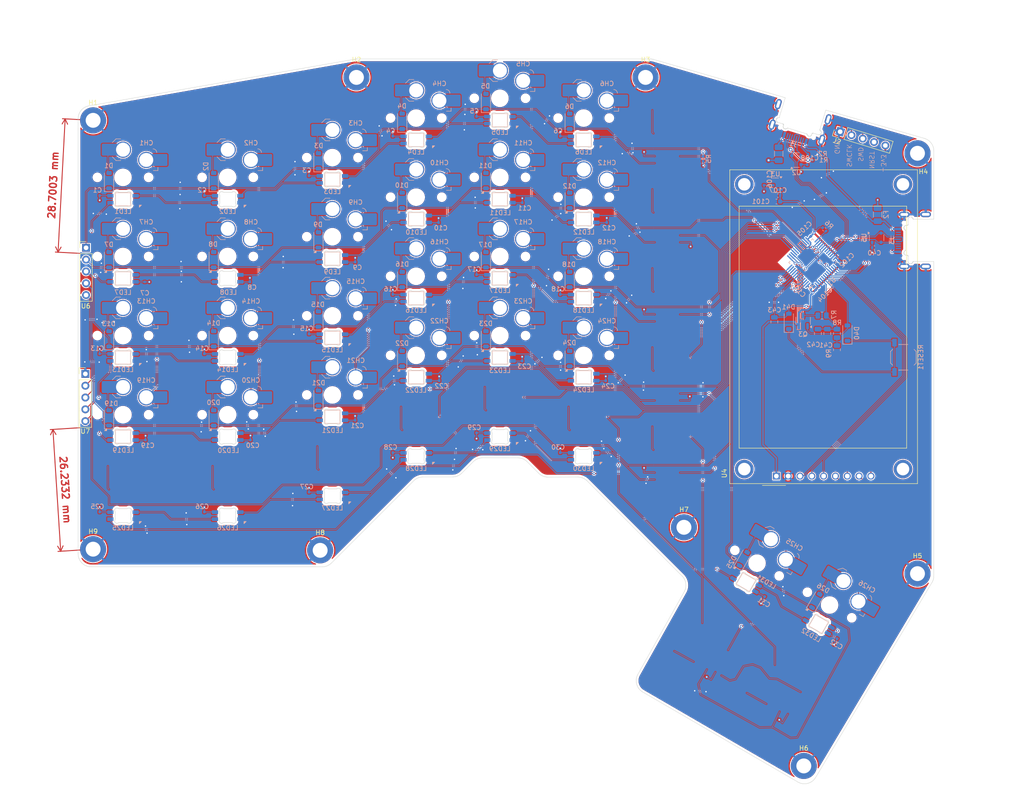
<source format=kicad_pcb>
(kicad_pcb (version 20241229) (generator "pcbnew") (generator_version "9.0")
  (layers (0 "F.Cu" signal) (2 "B.Cu" signal) (13 "F.Paste" user) (15 "B.Paste" user) (5 "F.SilkS" user "F.Silkscreen") (7 "B.SilkS" user "B.Silkscreen") (1 "F.Mask" user) (3 "B.Mask" user) (25 "Edge.Cuts" user))
  (net 0 "")
  (net 1 "BOOT0")
  (net 2 "+3V3")
  (net 3 "NRST")
  (net 4 "GND")
  (net 5 "+5V")
  (net 6 "col3")
  (net 7 "Net-(D1-A)")
  (net 8 "Net-(D2-A)")
  (net 9 "col4")
  (net 10 "Net-(D3-A)")
  (net 11 "Net-(D4-A)")
  (net 12 "Net-(D5-A)")
  (net 13 "col0")
  (net 14 "Net-(D6-A)")
  (net 15 "Net-(D7-A)")
  (net 16 "Net-(D8-A)")
  (net 17 "Net-(D9-A)")
  (net 18 "Net-(D10-A)")
  (net 19 "Net-(D11-A)")
  (net 20 "Net-(D12-A)")
  (net 21 "Net-(D13-A)")
  (net 22 "Net-(D14-A)")
  (net 23 "Net-(D15-A)")
  (net 24 "Net-(D16-A)")
  (net 25 "Net-(D17-A)")
  (net 26 "Net-(D18-A)")
  (net 27 "Net-(D19-A)")
  (net 28 "Net-(D20-A)")
  (net 29 "Net-(D21-A)")
  (net 30 "Net-(D22-A)")
  (net 31 "Net-(D23-A)")
  (net 32 "Net-(D24-A)")
  (net 33 "Net-(D25-A)")
  (net 34 "Net-(D26-A)")
  (net 35 "Net-(LED7-DOUT)")
  (net 36 "row0")
  (net 37 "row1")
  (net 38 "row2")
  (net 39 "row4")
  (net 40 "row5")
  (net 41 "VBUS")
  (net 42 "D-")
  (net 43 "D+")
  (net 46 "Net-(D40-K)")
  (net 47 "LCD_SCK")
  (net 48 "LCD_DC")
  (net 49 "LCD_MISO")
  (net 50 "SplitSerial-TX")
  (net 51 "SWCLK")
  (net 52 "SWD")
  (net 53 "LCD_MOSI")
  (net 54 "RGB5v")
  (net 55 "DOut1")
  (net 56 "Net-(LED10-DIN)")
  (net 57 "Net-(LED10-DOUT)")
  (net 58 "DOut2")
  (net 59 "DOut3")
  (net 60 "DOut4")
  (net 61 "DOut5")
  (net 62 "LCD_CS")
  (net 63 "LCD_RST")
  (net 64 "col6")
  (net 65 "Net-(LED13-DIN)")
  (net 66 "Net-(LED14-DIN)")
  (net 67 "Net-(LED1-DIN)")
  (net 68 "Net-(LED8-DOUT)")
  (net 69 "Net-(LED11-DOUT)")
  (net 70 "Net-(LED3-DIN)")
  (net 71 "Net-(LED15-DIN)")
  (net 72 "Net-(LED17-DIN)")
  (net 73 "Net-(LED19-DOUT)")
  (net 74 "Net-(LED29-DIN)")
  (net 75 "Net-(LED20-DOUT)")
  (net 76 "Net-(LED21-DOUT)")
  (net 77 "col7")
  (net 78 "Net-(LED22-DOUT)")
  (net 79 "Net-(LED16-DIN)")
  (net 80 "Net-(LED25-DIN)")
  (net 81 "Net-(LED23-DOUT)")
  (net 82 "Net-(LED26-DIN)")
  (net 83 "Net-(LED27-DIN)")
  (net 84 "Net-(LED28-DIN)")
  (net 85 "Net-(LED31-DOUT)")
  (net 86 "Net-(LED2-DIN)")
  (net 87 "Net-(LED4-DIN)")
  (net 88 "Net-(LED5-DIN)")
  (net 89 "unconnected-(LED32-DOUT-Pad2)")
  (net 90 "col8")
  (net 91 "col9")
  (net 92 "col10")
  (net 93 "SplitSerial-RX")
  (net 96 "LCD_BL_PWM")
  (net 97 "Net-(J1-CC1)")
  (net 98 "Net-(J1-CC2)")
  (net 104 "HAND_PIN")
  (net 105 "BOOT0_CHRG")
  (net 106 "Net-(Q3-C)")
  (net 107 "Net-(R8-Pad1)")
  (footprint "Pogo:Pogo_2.54mm_5p" (layer "F.Cu") (at 36.91 98.34)
    (property "Reference" "U7")
    (property "Value" "~")
  )
  (footprint "MountingHole:MountingHole_3.2mm_M3_DIN965_Pad" (layer "F.Cu") (at 157.3 29.51)
    (property "Reference" "H3")
    (property "Value" "MountingHole_Pad")
  )
  (footprint "MountingHole:MountingHole_3.2mm_M3_DIN965_Pad" (layer "F.Cu") (at 215.74 45.82)
    (property "Reference" "H4")
    (property "Value" "MountingHole_Pad")
  )
  (footprint "Pogo:Pogo_2.54mm_5p" (layer "F.Cu") (at 37.06 71.24)
    (property "Reference" "U6")
    (property "Value" "~")
  )
  (footprint "MountingHole:MountingHole_3.2mm_M3_DIN965_Pad" (layer "F.Cu") (at 95.17 29.51)
    (property "Reference" "H2")
    (property "Value" "MountingHole_Pad")
  )
  (footprint "MountingHole:MountingHole_3.2mm_M3_DIN965_Pad" (layer "F.Cu") (at 215.74 136.16)
    (property "Reference" "H5")
    (property "Value" "MountingHole_Pad")
  )
  (footprint "Display:CR2013-MI2120" (layer "F.Cu") (at 185.41 115.19 90)
    (property "Reference" "U4")
    (property "Value" "CR2013-MI2120")
  )
  (footprint "MountingHole:MountingHole_3.2mm_M3_DIN965_Pad" (layer "F.Cu") (at 165.55 126.2)
    (property "Reference" "H7")
    (property "Value" "MountingHole_Pad")
  )
  (footprint "MountingHole:MountingHole_3.2mm_M3_DIN965_Pad" (layer "F.Cu") (at 191.31 177.48)
    (property "Reference" "H6")
    (property "Value" "MountingHole_Pad")
  )
  (footprint "MountingHole:MountingHole_3.2mm_M3_DIN965_Pad" (layer "F.Cu") (at 87.37 131.15)
    (property "Reference" "H8")
    (property "Value" "MountingHole_Pad")
  )
  (footprint "MountingHole:MountingHole_3.2mm_M3_DIN965_Pad" (layer "F.Cu") (at 38.58 130.9)
    (property "Reference" "H9")
    (property "Value" "MountingHole_Pad")
  )
  (footprint "Connector_PinHeader_2.54mm:PinHeader_1x05_P2.54mm_Vertical" (layer "F.Cu") (at 199.119999 41.18 73)
    (property "Reference" "J2")
    (property "Value" "Conn_01x05")
  )
  (footprint "MountingHole:MountingHole_3.2mm_M3_DIN965_Pad" (layer "F.Cu") (at 38.58 38.74)
    (property "Reference" "H1")
    (property "Value" "MountingHole_Pad")
  )
  (footprint "Package_TO_SOT_SMD:SOT-143" (layer "B.Cu") (at 206.95 63.96 -90)
    (property "Reference" "U5")
    (property "Value" "PRTR5V0U2X")
  )
  (footprint "PCM_marbastlib-choc:SW_choc_v1_HS_CPG135001S30_1u" (layer "B.Cu") (at 90 80.75)
    (property "Reference" "CH15")
    (property "Value" "choc_v1_SW_HS")
  )
  (footprint "PCM_marbastlib-choc:LED_choc_6028R" (layer "B.Cu") (at 178.909574 137.973359 150)
    (property "Reference" "LED31")
    (property "Value" "choc_SK6812MINI-E")
    (fp_line (start 0.794452 -1.5) (end -0.794452 -1.5) (stroke (width 0.1)) (layer "Edge.Cuts"))
    (fp_line (start 1.699999 0.702841) (end 1.699999 -0.702843) (stroke (width 0.1)) (layer "Edge.Cuts"))
    (fp_line (start -1.699999 -0.702843) (end -1.699999 0.702841) (stroke (width 0.1)) (layer "Edge.Cuts"))
    (fp_line (start -0.794452 1.499999) (end 0.794452 1.499999) (stroke (width 0.1)) (layer "Edge.Cuts"))
    (fp_arc (start 1.699999 -0.702844) (mid 1.712537 -0.814068) (end 1.749484 -0.919721) (stroke (width 0.1)) (layer "Edge.Cuts"))
    (fp_arc (start 1.046711 -1.568299) (mid 1.638071 -1.504036) (end 1.749484 -0.919721) (stroke (width 0.1)) (layer "Edge.Cuts"))
    (fp_arc (start 1.046711 -1.568299) (mid 0.925123 -1.517376) (end 0.794452 -1.5) (stroke (width 0.1)) (layer "Edge.Cuts"))
    (fp_arc (start 1.749484 0.919718) (mid 1.638073 1.504037) (end 1.046711 1.568298) (stroke (width 0.1)) (layer "Edge.Cuts"))
    (fp_arc (start 1.749484 0.919719) (mid 1.712517 0.81407) (end 1.699999 0.702841) (stroke (width 0.1)) (layer "Edge.Cuts"))
    (fp_arc (start -0.794453 -1.500001) (mid -0.925123 -1.517378) (end -1.046711 -1.5683) (stroke (width 0.1)) (layer "Edge.Cuts"))
    (fp_arc (start 0.794452 1.499999) (mid 0.925122 1.517375) (end 1.046711 1.568298) (stroke (width 0.1)) (layer "Edge.Cuts"))
    (fp_arc (start -1.749484 -0.919721) (mid -1.63807 -1.504035) (end -1.046711 -1.5683) (stroke (width 0.1)) (layer "Edge.Cuts"))
    (fp_arc (start -1.749484 -0.919721) (mid -1.712527 -0.814069) (end -1.699999 -0.702843) (stroke (width 0.1)) (layer "Edge.Cuts"))
    (fp_arc (start -1.04671 1.568298) (mid -0.925122 1.517376) (end -0.794452 1.499999) (stroke (width 0.1)) (layer "Edge.Cuts"))
    (fp_arc (start -1.046711 1.568296) (mid -1.638069 1.504033) (end -1.749484 0.919719) (stroke (width 0.1)) (layer "Edge.Cuts"))
    (fp_arc (start -1.699998 0.702842) (mid -1.712526 0.814067) (end -1.749484 0.919719) (stroke (width 0.1)) (layer "Edge.Cuts"))
  )
  (footprint "Package_TO_SOT_SMD:SOT-23-3" (layer "B.Cu") (at 191.16 81.8275 90)
    (property "Reference" "Q3")
    (property "Value" "MMUN2133LT1G")
  )
  (footprint "Diode_SMD:D_SOD-123" (layer "B.Cu") (at 64.5 51.7 90)
    (property "Reference" "D2")
    (property "Value" "D")
  )
  (footprint "Capacitor_SMD:C_0402_1005Metric" (layer "B.Cu") (at 95.38 69.21)
    (property "Reference" "C9")
    (property "Value" "0.1uF")
  )
  (footprint "PCM_marbastlib-choc:LED_choc_6028R" (layer "B.Cu") (at 144 59.95 180)
    (property "Reference" "LED12")
    (property "Value" "choc_SK6812MINI-E")
    (fp_line (start 1.699999 0.702841) (end 1.699999 -0.702843) (stroke (width 0.1)) (layer "Edge.Cuts"))
    (fp_line (start 0.794453 -1.5) (end -0.794452 -1.5) (stroke (width 0.1)) (layer "Edge.Cuts"))
    (fp_line (start -0.794452 1.499999) (end 0.794452 1.499999) (stroke (width 0.1)) (layer "Edge.Cuts"))
    (fp_line (start -1.699999 -0.702843) (end -1.699999 0.702841) (stroke (width 0.1)) (layer "Edge.Cuts"))
    (fp_arc (start 1.749484 0.919719) (mid 1.712534 0.814065) (end 1.699999 0.702841) (stroke (width 0.1)) (layer "Edge.Cuts"))
    (fp_arc (start 1.749484 0.919718) (mid 1.638073 1.504037) (end 1.046711 1.568298) (stroke (width 0.1)) (layer "Edge.Cuts"))
    (fp_arc (start 1.699999 -0.702844) (mid 1.712537 -0.814067) (end 1.749484 -0.919721) (stroke (width 0.1)) (layer "Edge.Cuts"))
    (fp_arc (start 1.046711 -1.568299) (mid 1.638071 -1.504036) (end 1.749484 -0.919721) (stroke (width 0.1)) (layer "Edge.Cuts"))
    (fp_arc (start 1.046711 -1.568299) (mid 0.925123 -1.517377) (end 0.794453 -1.5) (stroke (width 0.1)) (layer "Edge.Cuts"))
    (fp_arc (start 0.794452 1.499999) (mid 0.925123 1.517376) (end 1.046711 1.568298) (stroke (width 0.1)) (layer "Edge.Cuts"))
    (fp_arc (start -0.794453 -1.500001) (mid -0.925123 -1.517378) (end -1.046711 -1.5683) (stroke (width 0.1)) (layer "Edge.Cuts"))
    (fp_arc (start -1.04671 1.568298) (mid -0.925122 1.517376) (end -0.794452 1.499999) (stroke (width 0.1)) (layer "Edge.Cuts"))
    (fp_arc (start -1.046711 1.568296) (mid -1.63807 1.504033) (end -1.749484 0.919719) (stroke (width 0.1)) (layer "Edge.Cuts"))
    (fp_arc (start -1.699999 0.702842) (mid -1.712527 0.814067) (end -1.749484 0.919719) (stroke (width 0.1)) (layer "Edge.Cuts"))
    (fp_arc (start -1.749484 -0.919721) (mid -1.638071 -1.504036) (end -1.046711 -1.5683) (stroke (width 0.1)) (layer "Edge.Cuts"))
    (fp_arc (start -1.749484 -0.919721) (mid -1.712527 -0.814069) (end -1.699999 -0.702843) (stroke (width 0.1)) (layer "Edge.Cuts"))
  )
  (footprint "Diode_SMD:D_SOD-123" (layer "B.Cu") (at 141 72.95 90)
    (property "Reference" "D18")
    (property "Value" "D")
  )
  (footprint "Diode_SMD:D_SOD-123" (layer "B.Cu") (at 42 51.7 90)
    (property "Reference" "D1")
    (property "Value" "D")
  )
  (footprint "PCM_marbastlib-choc:SW_choc_v1_HS_CPG135001S30_1.5u" (layer "B.Cu") (at 67.5 85)
    (property "Reference" "CH14")
    (property "Value" "choc_v1_SW_HS")
  )
  (footprint "Capacitor_SMD:C_0402_1005Metric" (layer "B.Cu") (at 120.5 71.9 180)
    (property "Reference" "C17")
    (property "Value" "0.1uF")
  )
  (footprint "Diode_SMD:D_SOD-123" (layer "B.Cu") (at 200.68 84.4775 90)
    (property "Reference" "D40")
    (property "Value" "1N4148")
  )
  (footprint "PCM_marbastlib-choc:LED_choc_6028R" (layer "B.Cu") (at 108 110.95)
    (property "Reference" "LED28")
    (property "Value" "choc_SK6812MINI-E")
    (fp_line (start -1.699999 -0.702843) (end -1.699999 0.702841) (stroke (width 0.1)) (layer "Edge.Cuts"))
    (fp_line (start -0.794452 1.499999) (end 0.794452 1.499999) (stroke (width 0.1)) (layer "Edge.Cuts"))
    (fp_line (start 0.794453 -1.5) (end -0.794452 -1.5) (stroke (width 0.1)) (layer "Edge.Cuts"))
    (fp_line (start 1.699999 0.702841) (end 1.699999 -0.702843) (stroke (width 0.1)) (layer "Edge.Cuts"))
    (fp_arc (start -1.749484 -0.919721) (mid -1.712527 -0.814069) (end -1.699999 -0.702843) (stroke (width 0.1)) (layer "Edge.Cuts"))
    (fp_arc (start -1.749484 -0.919721) (mid -1.638071 -1.504036) (end -1.046711 -1.5683) (stroke (width 0.1)) (layer "Edge.Cuts"))
    (fp_arc (start -1.699999 0.702842) (mid -1.712527 0.814067) (end -1.749484 0.919719) (stroke (width 0.1)) (layer "Edge.Cuts"))
    (fp_arc (start -1.046711 1.568296) (mid -1.63807 1.504033) (end -1.749484 0.919719) (stroke (width 0.1)) (layer "Edge.Cuts"))
    (fp_arc (start -1.04671 1.568298) (mid -0.925122 1.517376) (end -0.794452 1.499999) (stroke (width 0.1)) (layer "Edge.Cuts"))
    (fp_arc (start -0.794453 -1.500001) (mid -0.925123 -1.517378) (end -1.046711 -1.5683) (stroke (width 0.1)) (layer "Edge.Cuts"))
    (fp_arc (start 0.794452 1.499999) (mid 0.925123 1.517376) (end 1.046711 1.568298) (stroke (width 0.1)) (layer "Edge.Cuts"))
    (fp_arc (start 1.046711 -1.568299) (mid 0.925123 -1.517377) (end 0.794453 -1.5) (stroke (width 0.1)) (layer "Edge.Cuts"))
    (fp_arc (start 1.046711 -1.568299) (mid 1.638071 -1.504036) (end 1.749484 -0.919721) (stroke (width 0.1)) (layer "Edge.Cuts"))
    (fp_arc (start 1.699999 -0.702844) (mid 1.712537 -0.814067) (end 1.749484 -0.919721) (stroke (width 0.1)) (layer "Edge.Cuts"))
    (fp_arc (start 1.749484 0.919718) (mid 1.638073 1.504037) (end 1.046711 1.568298) (stroke (width 0.1)) (layer "Edge.Cuts"))
    (fp_arc (start 1.749484 0.919719) (mid 1.712534 0.814065) (end 1.699999 0.702841) (stroke (width 0.1)) (layer "Edge.Cuts"))
  )
  (footprint "Capacitor_SMD:C_0402_1005Metric" (layer "B.Cu") (at 113.3 60.71)
    (property "Reference" "C10")
    (property "Value" "0.1uF")
  )
  (footprint "Diode_SMD:D_SOD-123" (layer "B.Cu") (at 178.311497 133.009258 60)
    (property "Reference" "D25")
    (property "Value" "D")
  )
  (footprint "Capacitor_SMD:C_0402_1005Metric" (layer "B.Cu") (at 182.77 52.19 90)
    (property "Reference" "C106")
    (property "Value" "1uF")
  )
  (footprint "PCM_marbastlib-choc:LED_choc_6028R" (layer "B.Cu") (at 67.5 106.7 180)
    (property "Reference" "LED20")
    (property "Value" "choc_SK6812MINI-E")
    (fp_line (start 1.699999 0.702841) (end 1.699999 -0.702843) (stroke (width 0.1)) (layer "Edge.Cuts"))
    (fp_line (start 0.794453 -1.5) (end -0.794452 -1.5) (stroke (width 0.1)) (layer "Edge.Cuts"))
    (fp_line (start -0.794452 1.499999) (end 0.794452 1.499999) (stroke (width 0.1)) (layer "Edge.Cuts"))
    (fp_line (start -1.699999 -0.702843) (end -1.699999 0.702841) (stroke (width 0.1)) (layer "Edge.Cuts"))
    (fp_arc (start 1.749484 0.919719) (mid 1.712534 0.814065) (end 1.699999 0.702841) (stroke (width 0.1)) (layer "Edge.Cuts"))
    (fp_arc (start 1.749484 0.919718) (mid 1.638073 1.504037) (end 1.046711 1.568298) (stroke (width 0.1)) (layer "Edge.Cuts"))
    (fp_arc (start 1.699999 -0.702844) (mid 1.712537 -0.814067) (end 1.749484 -0.919721) (stroke (width 0.1)) (layer "Edge.Cuts"))
    (fp_arc (start 1.046711 -1.568299) (mid 1.638071 -1.504036) (end 1.749484 -0.919721) (stroke (width 0.1)) (layer "Edge.Cuts"))
    (fp_arc (start 1.046711 -1.568299) (mid 0.925123 -1.517377) (end 0.794453 -1.5) (stroke (width 0.1)) (layer "Edge.Cuts"))
    (fp_arc (start 0.794452 1.499999) (mid 0.925123 1.517376) (end 1.046711 1.568298) (stroke (width 0.1)) (layer "Edge.Cuts"))
    (fp_arc (start -0.794453 -1.500001) (mid -0.925123 -1.517378) (end -1.046711 -1.5683) (stroke (width 0.1)) (layer "Edge.Cuts"))
    (fp_arc (start -1.04671 1.568298) (mid -0.925122 1.517376) (end -0.794452 1.499999) (stroke (width 0.1)) (layer "Edge.Cuts"))
    (fp_arc (start -1.046711 1.568296) (mid -1.63807 1.504033) (end -1.749484 0.919719) (stroke (width 0.1)) (layer "Edge.Cuts"))
    (fp_arc (start -1.699999 0.702842) (mid -1.712527 0.814067) (end -1.749484 0.919719) (stroke (width 0.1)) (layer "Edge.Cuts"))
    (fp_arc (start -1.749484 -0.919721) (mid -1.638071 -1.504036) (end -1.046711 -1.5683) (stroke (width 0.1)) (layer "Edge.Cuts"))
    (fp_arc (start -1.749484 -0.919721) (mid -1.712527 -0.814069) (end -1.699999 -0.702843) (stroke (width 0.1)) (layer "Edge.Cuts"))
  )
  (footprint "PCM_marbastlib-choc:LED_choc_6028R" (layer "B.Cu") (at 67.5 55.7)
    (property "Reference" "LED2")
    (property "Value" "choc_SK6812MINI-E")
    (fp_line (start -1.699999 -0.702843) (end -1.699999 0.702841) (stroke (width 0.1)) (layer "Edge.Cuts"))
    (fp_line (start -0.794452 1.499999) (end 0.794452 1.499999) (stroke (width 0.1)) (layer "Edge.Cuts"))
    (fp_line (start 0.794453 -1.5) (end -0.794452 -1.5) (stroke (width 0.1)) (layer "Edge.Cuts"))
    (fp_line (start 1.699999 0.702841) (end 1.699999 -0.702843) (stroke (width 0.1)) (layer "Edge.Cuts"))
    (fp_arc (start -1.749484 -0.919721) (mid -1.712527 -0.814069) (end -1.699999 -0.702843) (stroke (width 0.1)) (layer "Edge.Cuts"))
    (fp_arc (start -1.749484 -0.919721) (mid -1.638071 -1.504036) (end -1.046711 -1.5683) (stroke (width 0.1)) (layer "Edge.Cuts"))
    (fp_arc (start -1.699999 0.702842) (mid -1.712527 0.814067) (end -1.749484 0.919719) (stroke (width 0.1)) (layer "Edge.Cuts"))
    (fp_arc (start -1.046711 1.568296) (mid -1.63807 1.504033) (end -1.749484 0.919719) (stroke (width 0.1)) (layer "Edge.Cuts"))
    (fp_arc (start -1.04671 1.568298) (mid -0.925122 1.517376) (end -0.794452 1.499999) (stroke (width 0.1)) (layer "Edge.Cuts"))
    (fp_arc (start -0.794453 -1.500001) (mid -0.925123 -1.517378) (end -1.046711 -1.5683) (stroke (width 0.1)) (layer "Edge.Cuts"))
    (fp_arc (start 0.794452 1.499999) (mid 0.925123 1.517376) (end 1.046711 1.568298) (stroke (width 0.1)) (layer "Edge.Cuts"))
    (fp_arc (start 1.046711 -1.568299) (mid 0.925123 -1.517377) (end 0.794453 -1.5) (stroke (width 0.1)) (layer "Edge.Cuts"))
    (fp_arc (start 1.046711 -1.568299) (mid 1.638071 -1.504036) (end 1.749484 -0.919721) (stroke (width 0.1)) (layer "Edge.Cuts"))
    (fp_arc (start 1.699999 -0.702844) (mid 1.712537 -0.814067) (end 1.749484 -0.919721) (stroke (width 0.1)) (layer "Edge.Cuts"))
    (fp_arc (start 1.749484 0.919718) (mid 1.638073 1.504037) (end 1.046711 1.568298) (stroke (width 0.1)) (layer "Edge.Cuts"))
    (fp_arc (start 1.749484 0.919719) (mid 1.712534 0.814065) (end 1.699999 0.702841) (stroke (width 0.1)) (layer "Edge.Cuts"))
  )
  (footprint "PCM_marbastlib-choc:SW_choc_v1_HS_CPG135001S30_1u" (layer "B.Cu") (at 108 55.25)
    (property "Reference" "CH10")
    (property "Value" "choc_v1_SW_HS")
  )
  (footprint "Capacitor_SMD:C_0402_1005Metric" (layer "B.Cu") (at 138.5 76.15 180)
    (property "Reference" "C18")
    (property "Value" "0.1uF")
  )
  (footprint "Capacitor_SMD:C_0402_1005Metric" (layer "B.Cu") (at 138.5 110.15 180)
    (property "Reference" "C30")
    (property "Value" "0.1uF")
  )
  (footprint "Diode_SMD:D_SOD-123" (layer "B.Cu") (at 42 102.7 90)
    (property "Reference" "D19")
    (property "Value" "D")
  )
  (footprint "Capacitor_SMD:C_0402_1005Metric" (layer "B.Cu") (at 199.15 68.56 45)
    (property "Reference" "C102")
    (property "Value" "100nF")
  )
  (footprint "PCM_marbastlib-choc:LED_choc_6028R" (layer "B.Cu") (at 144 76.95)
    (property "Reference" "LED18")
    (property "Value" "choc_SK6812MINI-E")
    (fp_line (start -1.699999 -0.702843) (end -1.699999 0.702841) (stroke (width 0.1)) (layer "Edge.Cuts"))
    (fp_line (start -0.794452 1.499999) (end 0.794452 1.499999) (stroke (width 0.1)) (layer "Edge.Cuts"))
    (fp_line (start 0.794453 -1.5) (end -0.794452 -1.5) (stroke (width 0.1)) (layer "Edge.Cuts"))
    (fp_line (start 1.699999 0.702841) (end 1.699999 -0.702843) (stroke (width 0.1)) (layer "Edge.Cuts"))
    (fp_arc (start -1.749484 -0.919721) (mid -1.712527 -0.814069) (end -1.699999 -0.702843) (stroke (width 0.1)) (layer "Edge.Cuts"))
    (fp_arc (start -1.749484 -0.919721) (mid -1.638071 -1.504036) (end -1.046711 -1.5683) (stroke (width 0.1)) (layer "Edge.Cuts"))
    (fp_arc (start -1.699999 0.702842) (mid -1.712527 0.814067) (end -1.749484 0.919719) (stroke (width 0.1)) (layer "Edge.Cuts"))
    (fp_arc (start -1.046711 1.568296) (mid -1.63807 1.504033) (end -1.749484 0.919719) (stroke (width 0.1)) (layer "Edge.Cuts"))
    (fp_arc (start -1.04671 1.568298) (mid -0.925122 1.517376) (end -0.794452 1.499999) (stroke (width 0.1)) (layer "Edge.Cuts"))
    (fp_arc (start -0.794453 -1.500001) (mid -0.925123 -1.517378) (end -1.046711 -1.5683) (stroke (width 0.1)) (layer "Edge.Cuts"))
    (fp_arc (start 0.794452 1.499999) (mid 0.925123 1.517376) (end 1.046711 1.568298) (stroke (width 0.1)) (layer "Edge.Cuts"))
    (fp_arc (start 1.046711 -1.568299) (mid 0.925123 -1.517377) (end 0.794453 -1.5) (stroke (width 0.1)) (layer "Edge.Cuts"))
    (fp_arc (start 1.046711 -1.568299) (mid 1.638071 -1.504036) (end 1.749484 -0.919721) (stroke (width 0.1)) (layer "Edge.Cuts"))
    (fp_arc (start 1.699999 -0.702844) (mid 1.712537 -0.814067) (end 1.749484 -0.919721) (stroke (width 0.1)) (layer "Edge.Cuts"))
    (fp_arc (start 1.749484 0.919718) (mid 1.638073 1.504037) (end 1.046711 1.568298) (stroke (width 0.1)) (layer "Edge.Cuts"))
    (fp_arc (start 1.749484 0.919719) (mid 1.712534 0.814065) (end 1.699999 0.702841) (stroke (width 0.1)) (layer "Edge.Cuts"))
  )
  (footprint "PCM_marbastlib-choc:LED_choc_6028R" (layer "B.Cu") (at 45 55.7)
    (property "Reference" "LED1")
    (property "Value" "choc_SK6812MINI-E")
    (fp_line (start -1.699999 -0.702843) (end -1.699999 0.702841) (stroke (width 0.1)) (layer "Edge.Cuts"))
    (fp_line (start -0.794452 1.499999) (end 0.794452 1.499999) (stroke (width 0.1)) (layer "Edge.Cuts"))
    (fp_line (start 0.794453 -1.5) (end -0.794452 -1.5) (stroke (width 0.1)) (layer "Edge.Cuts"))
    (fp_line (start 1.699999 0.702841) (end 1.699999 -0.702843) (stroke (width 0.1)) (layer "Edge.Cuts"))
    (fp_arc (start -1.749484 -0.919721) (mid -1.712527 -0.814069) (end -1.699999 -0.702843) (stroke (width 0.1)) (layer "Edge.Cuts"))
    (fp_arc (start -1.749484 -0.919721) (mid -1.638071 -1.504036) (end -1.046711 -1.5683) (stroke (width 0.1)) (layer "Edge.Cuts"))
    (fp_arc (start -1.699999 0.702842) (mid -1.712527 0.814067) (end -1.749484 0.919719) (stroke (width 0.1)) (layer "Edge.Cuts"))
    (fp_arc (start -1.046711 1.568296) (mid -1.63807 1.504033) (end -1.749484 0.919719) (stroke (width 0.1)) (layer "Edge.Cuts"))
    (fp_arc (start -1.04671 1.568298) (mid -0.925122 1.517376) (end -0.794452 1.499999) (stroke (width 0.1)) (layer "Edge.Cuts"))
    (fp_arc (start -0.794453 -1.500001) (mid -0.925123 -1.517378) (end -1.046711 -1.5683) (stroke (width 0.1)) (layer "Edge.Cuts"))
    (fp_arc (start 0.794452 1.499999) (mid 0.925123 1.517376) (end 1.046711 1.568298) (stroke (width 0.1)) (layer "Edge.Cuts"))
    (fp_arc (start 1.046711 -1.568299) (mid 0.925123 -1.517377) (end 0.794453 -1.5) (stroke (width 0.1)) (layer "Edge.Cuts"))
    (fp_arc (start 1.046711 -1.568299) (mid 1.638071 -1.504036) (end 1.749484 -0.919721) (stroke (width 0.1)) (layer "Edge.Cuts"))
    (fp_arc (start 1.699999 -0.702844) (mid 1.712537 -0.814067) (end 1.749484 -0.919721) (stroke (width 0.1)) (layer "Edge.Cuts"))
    (fp_arc (start 1.749484 0.919718) (mid 1.638073 1.504037) (end 1.046711 1.568298) (stroke (width 0.1)) (layer "Edge.Cuts"))
    (fp_arc (start 1.749484 0.919719) (mid 1.712534 0.814065) (end 1.699999 0.702841) (stroke (width 0.1)) (layer "Edge.Cuts"))
  )
  (footprint "Resistor_SMD:R_0402_1005Metric" (layer "B.Cu") (at 192.719999 46.03)
    (property "Reference" "R2")
    (property "Value" "5.1k")
  )
  (footprint "PCM_marbastlib-choc:LED_choc_6028R" (layer "B.Cu") (at 45 123.7)
    (property "Reference" "LED25")
    (property "Value" "choc_SK6812MINI-E")
    (fp_line (start -1.699999 -0.702843) (end -1.699999 0.702841) (stroke (width 0.1)) (layer "Edge.Cuts"))
    (fp_line (start -0.794452 1.499999) (end 0.794452 1.499999) (stroke (width 0.1)) (layer "Edge.Cuts"))
    (fp_line (start 0.794453 -1.5) (end -0.794452 -1.5) (stroke (width 0.1)) (layer "Edge.Cuts"))
    (fp_line (start 1.699999 0.702841) (end 1.699999 -0.702843) (stroke (width 0.1)) (layer "Edge.Cuts"))
    (fp_arc (start -1.749484 -0.919721) (mid -1.712527 -0.814069) (end -1.699999 -0.702843) (stroke (width 0.1)) (layer "Edge.Cuts"))
    (fp_arc (start -1.749484 -0.919721) (mid -1.638071 -1.504036) (end -1.046711 -1.5683) (stroke (width 0.1)) (layer "Edge.Cuts"))
    (fp_arc (start -1.699999 0.702842) (mid -1.712527 0.814067) (end -1.749484 0.919719) (stroke (width 0.1)) (layer "Edge.Cuts"))
    (fp_arc (start -1.046711 1.568296) (mid -1.63807 1.504033) (end -1.749484 0.919719) (stroke (width 0.1)) (layer "Edge.Cuts"))
    (fp_arc (start -1.04671 1.568298) (mid -0.925122 1.517376) (end -0.794452 1.499999) (stroke (width 0.1)) (layer "Edge.Cuts"))
    (fp_arc (start -0.794453 -1.500001) (mid -0.925123 -1.517378) (end -1.046711 -1.5683) (stroke (width 0.1)) (layer "Edge.Cuts"))
    (fp_arc (start 0.794452 1.499999) (mid 0.925123 1.517376) (end 1.046711 1.568298) (stroke (width 0.1)) (layer "Edge.Cuts"))
    (fp_arc (start 1.046711 -1.568299) (mid 0.925123 -1.517377) (end 0.794453 -1.5) (stroke (width 0.1)) (layer "Edge.Cuts"))
    (fp_arc (start 1.046711 -1.568299) (mid 1.638071 -1.504036) (end 1.749484 -0.919721) (stroke (width 0.1)) (layer "Edge.Cuts"))
    (fp_arc (start 1.699999 -0.702844) (mid 1.712537 -0.814067) (end 1.749484 -0.919721) (stroke (width 0.1)) (layer "Edge.Cuts"))
    (fp_arc (start 1.749484 0.919718) (mid 1.638073 1.504037) (end 1.046711 1.568298) (stroke (width 0.1)) (layer "Edge.Cuts"))
    (fp_arc (start 1.749484 0.919719) (mid 1.712534 0.814065) (end 1.699999 0.702841) (stroke (width 0.1)) (layer "Edge.Cuts"))
  )
  (footprint "PCM_marbastlib-choc:LED_choc_6028R" (layer "B.Cu") (at 126 106.7)
    (property "Reference" "LED29")
    (property "Value" "choc_SK6812MINI-E")
    (fp_line (start -1.699999 -0.702843) (end -1.699999 0.702841) (stroke (width 0.1)) (layer "Edge.Cuts"))
    (fp_line (start -0.794452 1.499999) (end 0.794452 1.499999) (stroke (width 0.1)) (layer "Edge.Cuts"))
    (fp_line (start 0.794453 -1.5) (end -0.794452 -1.5) (stroke (width 0.1)) (layer "Edge.Cuts"))
    (fp_line (start 1.699999 0.702841) (end 1.699999 -0.702843) (stroke (width 0.1)) (layer "Edge.Cuts"))
    (fp_arc (start -1.749484 -0.919721) (mid -1.712527 -0.814069) (end -1.699999 -0.702843) (stroke (width 0.1)) (layer "Edge.Cuts"))
    (fp_arc (start -1.749484 -0.919721) (mid -1.638071 -1.504036) (end -1.046711 -1.5683) (stroke (width 0.1)) (layer "Edge.Cuts"))
    (fp_arc (start -1.699999 0.702842) (mid -1.712527 0.814067) (end -1.749484 0.919719) (stroke (width 0.1)) (layer "Edge.Cuts"))
    (fp_arc (start -1.046711 1.568296) (mid -1.63807 1.504033) (end -1.749484 0.919719) (stroke (width 0.1)) (layer "Edge.Cuts"))
    (fp_arc (start -1.04671 1.568298) (mid -0.925122 1.517376) (end -0.794452 1.499999) (stroke (width 0.1)) (layer "Edge.Cuts"))
    (fp_arc (start -0.794453 -1.500001) (mid -0.925123 -1.517378) (end -1.046711 -1.5683) (stroke (width 0.1)) (layer "Edge.Cuts"))
    (fp_arc (start 0.794452 1.499999) (mid 0.925123 1.517376) (end 1.046711 1.568298) (stroke (width 0.1)) (layer "Edge.Cuts"))
    (fp_arc (start 1.046711 -1.568299) (mid 0.925123 -1.517377) (end 0.794453 -1.5) (stroke (width 0.1)) (layer "Edge.Cuts"))
    (fp_arc (start 1.046711 -1.568299) (mid 1.638071 -1.504036) (end 1.749484 -0.919721) (stroke (width 0.1)) (layer "Edge.Cuts"))
    (fp_arc (start 1.699999 -0.702844) (mid 1.712537 -0.814067) (end 1.749484 -0.919721) (stroke (width 0.1)) (layer "Edge.Cuts"))
    (fp_arc (start 1.749484 0.919718) (mid 1.638073 1.504037) (end 1.046711 1.568298) (stroke (width 0.1)) (layer "Edge.Cuts"))
    (fp_arc (start 1.749484 0.919719) (mid 1.712534 0.814065) (end 1.699999 0.702841) (stroke (width 0.1)) (layer "Edge.Cuts"))
  )
  (footprint "PCM_marbastlib-choc:LED_choc_6028R" (layer "B.Cu") (at 67.5 123.7)
    (property "Reference" "LED26")
    (property "Value" "choc_SK6812MINI-E")
    (fp_line (start -1.699999 -0.702843) (end -1.699999 0.702841) (stroke (width 0.1)) (layer "Edge.Cuts"))
    (fp_line (start -0.794452 1.499999) (end 0.794452 1.499999) (stroke (width 0.1)) (layer "Edge.Cuts"))
    (fp_line (start 0.794453 -1.5) (end -0.794452 -1.5) (stroke (width 0.1)) (layer "Edge.Cuts"))
    (fp_line (start 1.699999 0.702841) (end 1.699999 -0.702843) (stroke (width 0.1)) (layer "Edge.Cuts"))
    (fp_arc (start -1.749484 -0.919721) (mid -1.712527 -0.814069) (end -1.699999 -0.702843) (stroke (width 0.1)) (layer "Edge.Cuts"))
    (fp_arc (start -1.749484 -0.919721) (mid -1.638071 -1.504036) (end -1.046711 -1.5683) (stroke (width 0.1)) (layer "Edge.Cuts"))
    (fp_arc (start -1.699999 0.702842) (mid -1.712527 0.814067) (end -1.749484 0.919719) (stroke (width 0.1)) (layer "Edge.Cuts"))
    (fp_arc (start -1.046711 1.568296) (mid -1.63807 1.504033) (end -1.749484 0.919719) (stroke (width 0.1)) (layer "Edge.Cuts"))
    (fp_arc (start -1.04671 1.568298) (mid -0.925122 1.517376) (end -0.794452 1.499999) (stroke (width 0.1)) (layer "Edge.Cuts"))
    (fp_arc (start -0.794453 -1.500001) (mid -0.925123 -1.517378) (end -1.046711 -1.5683) (stroke (width 0.1)) (layer "Edge.Cuts"))
    (fp_arc (start 0.794452 1.499999) (mid 0.925123 1.517376) (end 1.046711 1.568298) (stroke (width 0.1)) (layer "Edge.Cuts"))
    (fp_arc (start 1.046711 -1.568299) (mid 0.925123 -1.517377) (end 0.794453 -1.5) (stroke (width 0.1)) (layer "Edge.Cuts"))
    (fp_arc (start 1.046711 -1.568299) (mid 1.638071 -1.504036) (end 1.749484 -0.919721) (stroke (width 0.1)) (layer "Edge.Cuts"))
    (fp_arc (start 1.699999 -0.702844) (mid 1.712537 -0.814067) (end 1.749484 -0.919721) (stroke (width 0.1)) (layer "Edge.Cuts"))
    (fp_arc (start 1.749484 0.919718) (mid 1.638073 1.504037) (end 1.046711 1.568298) (stroke (width 0.1)) (layer "Edge.Cuts"))
    (fp_arc (start 1.749484 0.919719) (mid 1.712534 0.814065) (end 1.699999 0.702841) (stroke (width 0.1)) (layer "Edge.Cuts"))
  )
  (footprint "PCM_marbastlib-choc:SW_choc_v1_HS_CPG135001S30_1u" (layer "B.Cu") (at 126 51)
    (property "Reference" "CH11")
    (property "Value" "choc_v1_SW_HS")
  )
  (footprint "PCM_marbastlib-choc:LED_choc_6028R" (layer "B.Cu") (at 108 76.95)
    (property "Reference" "LED16")
    (property "Value" "choc_SK6812MINI-E")
    (fp_line (start -1.699999 -0.702843) (end -1.699999 0.702841) (stroke (width 0.1)) (layer "Edge.Cuts"))
    (fp_line (start -0.794452 1.499999) (end 0.794452 1.499999) (stroke (width 0.1)) (layer "Edge.Cuts"))
    (fp_line (start 0.794453 -1.5) (end -0.794452 -1.5) (stroke (width 0.1)) (layer "Edge.Cuts"))
    (fp_line (start 1.699999 0.702841) (end 1.699999 -0.702843) (stroke (width 0.1)) (layer "Edge.Cuts"))
    (fp_arc (start -1.749484 -0.919721) (mid -1.712527 -0.814069) (end -1.699999 -0.702843) (stroke (width 0.1)) (layer "Edge.Cuts"))
    (fp_arc (start -1.749484 -0.919721) (mid -1.638071 -1.504036) (end -1.046711 -1.5683) (stroke (width 0.1)) (layer "Edge.Cuts"))
    (fp_arc (start -1.699999 0.702842) (mid -1.712527 0.814067) (end -1.749484 0.919719) (stroke (width 0.1)) (layer "Edge.Cuts"))
    (fp_arc (start -1.046711 1.568296) (mid -1.63807 1.504033) (end -1.749484 0.919719) (stroke (width 0.1)) (layer "Edge.Cuts"))
    (fp_arc (start -1.04671 1.568298) (mid -0.925122 1.517376) (end -0.794452 1.499999) (stroke (width 0.1)) (layer "Edge.Cuts"))
    (fp_arc (start -0.794453 -1.500001) (mid -0.925123 -1.517378) (end -1.046711 -1.5683) (stroke (width 0.1)) (layer "Edge.Cuts"))
    (fp_arc (start 0.794452 1.499999) (mid 0.925123 1.517376) (end 1.046711 1.568298) (stroke (width 0.1)) (layer "Edge.Cuts"))
    (fp_arc (start 1.046711 -1.568299) (mid 0.925123 -1.517377) (end 0.794453 -1.5) (stroke (width 0.1)) (layer "Edge.Cuts"))
    (fp_arc (start 1.046711 -1.568299) (mid 1.638071 -1.504036) (end 1.749484 -0.919721) (stroke (width 0.1)) (layer "Edge.Cuts"))
    (fp_arc (start 1.699999 -0.702844) (mid 1.712537 -0.814067) (end 1.749484 -0.919721) (stroke (width 0.1)) (layer "Edge.Cuts"))
    (fp_arc (start 1.749484 0.919718) (mid 1.638073 1.504037) (end 1.046711 1.568298) (stroke (width 0.1)) (layer "Edge.Cuts"))
    (fp_arc (start 1.749484 0.919719) (mid 1.712534 0.814065) (end 1.699999 0.702841) (stroke (width 0.1)) (layer "Edge.Cuts"))
  )
  (footprint "PCM_marbastlib-choc:SW_choc_v1_HS_CPG135001S30_1u" (layer "B.Cu") (at 126 34)
    (property "Reference" "CH5")
    (property "Value" "choc_v1_SW_HS")
  )
  (footprint "PCM_marbastlib-choc:LED_choc_6028R" (layer "B.Cu") (at 126 72.7)
    (property "Reference" "LED17")
    (property "Value" "choc_SK6812MINI-E")
    (fp_line (start -1.699999 -0.702843) (end -1.699999 0.702841) (stroke (width 0.1)) (layer "Edge.Cuts"))
    (fp_line (start -0.794452 1.499999) (end 0.794452 1.499999) (stroke (width 0.1)) (layer "Edge.Cuts"))
    (fp_line (start 0.794453 -1.5) (end -0.794452 -1.5) (stroke (width 0.1)) (layer "Edge.Cuts"))
    (fp_line (start 1.699999 0.702841) (end 1.699999 -0.702843) (stroke (width 0.1)) (layer "Edge.Cuts"))
    (fp_arc (start -1.749484 -0.919721) (mid -1.712527 -0.814069) (end -1.699999 -0.702843) (stroke (width 0.1)) (layer "Edge.Cuts"))
    (fp_arc (start -1.749484 -0.919721) (mid -1.638071 -1.504036) (end -1.046711 -1.5683) (stroke (width 0.1)) (layer "Edge.Cuts"))
    (fp_arc (start -1.699999 0.702842) (mid -1.712527 0.814067) (end -1.749484 0.919719) (stroke (width 0.1)) (layer "Edge.Cuts"))
    (fp_arc (start -1.046711 1.568296) (mid -1.63807 1.504033) (end -1.749484 0.919719) (stroke (width 0.1)) (layer "Edge.Cuts"))
    (fp_arc (start -1.04671 1.568298) (mid -0.925122 1.517376) (end -0.794452 1.499999) (stroke (width 0.1)) (layer "Edge.Cuts"))
    (fp_arc (start -0.794453 -1.500001) (mid -0.925123 -1.517378) (end -1.046711 -1.5683) (stroke (width 0.1)) (layer "Edge.Cuts"))
    (fp_arc (start 0.794452 1.499999) (mid 0.925123 1.517376) (end 1.046711 1.568298) (stroke (width 0.1)) (layer "Edge.Cuts"))
    (fp_arc (start 1.046711 -1.568299) (mid 0.925123 -1.517377) (end 0.794453 -1.5) (stroke (width 0.1)) (layer "Edge.Cuts"))
    (fp_arc (start 1.046711 -1.568299) (mid 1.638071 -1.504036) (end 1.749484 -0.919721) (stroke (width 0.1)) (layer "Edge.Cuts"))
    (fp_arc (start 1.699999 -0.702844) (mid 1.712537 -0.814067) (end 1.749484 -0.919721) (stroke (width 0.1)) (layer "Edge.Cuts"))
    (fp_arc (start 1.749484 0.919718) (mid 1.638073 1.504037) (end 1.046711 1.568298) (stroke (width 0.1)) (layer "Edge.Cuts"))
    (fp_arc (start 1.749484 0.919719) (mid 1.712534 0.814065) (end 1.699999 0.702841) (stroke (width 0.1)) (layer "Edge.Cuts"))
  )
  (footprint "Capacitor_SMD:C_0402_1005Metric" (layer "B.Cu") (at 194.2 75.55 -45)
    (property "Reference" "C104")
    (property "Value" "100nF")
  )
  (footprint "PCM_marbastlib-choc:LED_choc_6028R" (layer "B.Cu") (at 90 85.45)
    (property "Reference" "LED15")
    (property "Value" "choc_SK6812MINI-E")
    (fp_line (start -1.699999 -0.702843) (end -1.699999 0.702841) (stroke (width 0.1)) (layer "Edge.Cuts"))
    (fp_line (start -0.794452 1.499999) (end 0.794452 1.499999) (stroke (width 0.1)) (layer "Edge.Cuts"))
    (fp_line (start 0.794453 -1.5) (end -0.794452 -1.5) (stroke (width 0.1)) (layer "Edge.Cuts"))
    (fp_line (start 1.699999 0.702841) (end 1.699999 -0.702843) (stroke (width 0.1)) (layer "Edge.Cuts"))
    (fp_arc (start -1.749484 -0.919721) (mid -1.712527 -0.814069) (end -1.699999 -0.702843) (stroke (width 0.1)) (layer "Edge.Cuts"))
    (fp_arc (start -1.749484 -0.919721) (mid -1.638071 -1.504036) (end -1.046711 -1.5683) (stroke (width 0.1)) (layer "Edge.Cuts"))
    (fp_arc (start -1.699999 0.702842) (mid -1.712527 0.814067) (end -1.749484 0.919719) (stroke (width 0.1)) (layer "Edge.Cuts"))
    (fp_arc (start -1.046711 1.568296) (mid -1.63807 1.504033) (end -1.749484 0.919719) (stroke (width 0.1)) (layer "Edge.Cuts"))
    (fp_arc (start -1.04671 1.568298) (mid -0.925122 1.517376) (end -0.794452 1.499999) (stroke (width 0.1)) (layer "Edge.Cuts"))
    (fp_arc (start -0.794453 -1.500001) (mid -0.925123 -1.517378) (end -1.046711 -1.5683) (stroke (width 0.1)) (layer "Edge.Cuts"))
    (fp_arc (start 0.794452 1.499999) (mid 0.925123 1.517376) (end 1.046711 1.568298) (stroke (width 0.1)) (layer "Edge.Cuts"))
    (fp_arc (start 1.046711 -1.568299) (mid 0.925123 -1.517377) (end 0.794453 -1.5) (stroke (width 0.1)) (layer "Edge.Cuts"))
    (fp_arc (start 1.046711 -1.568299) (mid 1.638071 -1.504036) (end 1.749484 -0.919721) (stroke (width 0.1)) (layer "Edge.Cuts"))
    (fp_arc (start 1.699999 -0.702844) (mid 1.712537 -0.814067) (end 1.749484 -0.919721) (stroke (width 0.1)) (layer "Edge.Cuts"))
    (fp_arc (start 1.749484 0.919718) (mid 1.638073 1.504037) (end 1.046711 1.568298) (stroke (width 0.1)) (layer "Edge.Cuts"))
    (fp_arc (start 1.749484 0.919719) (mid 1.712534 0.814065) (end 1.699999 0.702841) (stroke (width 0.1)) (layer "Edge.Cuts"))
  )
  (footprint "Resistor_SMD:R_0805_2012Metric" (layer "B.Cu") (at 195.23 80.69)
    (property "Reference" "R7")
    (property "Value" "120")
  )
  (footprint "Resistor_SMD:R_0402_1005Metric" (layer "B.Cu") (at 195.72 62.17 -45)
    (property "Reference" "R6")
    (property "Value" "5.1k")
  )
  (footprint "Diode_SMD:D_SOD-123" (layer "B.Cu") (at 87 98.45 90)
    (property "Reference" "D21")
    (property "Value" "D")
  )
  (footprint "PCM_marbastlib-choc:LED_choc_6028R" (layer "B.Cu") (at 45 72.7 180)
    (property "Reference" "LED7")
    (property "Value" "choc_SK6812MINI-E")
    (fp_line (start 1.699999 0.702841) (end 1.699999 -0.702843) (stroke (width 0.1)) (layer "Edge.Cuts"))
    (fp_line (start 0.794453 -1.5) (end -0.794452 -1.5) (stroke (width 0.1)) (layer "Edge.Cuts"))
    (fp_line (start -0.794452 1.499999) (end 0.794452 1.499999) (stroke (width 0.1)) (layer "Edge.Cuts"))
    (fp_line (start -1.699999 -0.702843) (end -1.699999 0.702841) (stroke (width 0.1)) (layer "Edge.Cuts"))
    (fp_arc (start 1.749484 0.919719) (mid 1.712534 0.814065) (end 1.699999 0.702841) (stroke (width 0.1)) (layer "Edge.Cuts"))
    (fp_arc (start 1.749484 0.919718) (mid 1.638073 1.504037) (end 1.046711 1.568298) (stroke (width 0.1)) (layer "Edge.Cuts"))
    (fp_arc (start 1.699999 -0.702844) (mid 1.712537 -0.814067) (end 1.749484 -0.919721) (stroke (width 0.1)) (layer "Edge.Cuts"))
    (fp_arc (start 1.046711 -1.568299) (mid 1.638071 -1.504036) (end 1.749484 -0.919721) (stroke (width 0.1)) (layer "Edge.Cuts"))
    (fp_arc (start 1.046711 -1.568299) (mid 0.925123 -1.517377) (end 0.794453 -1.5) (stroke (width 0.1)) (layer "Edge.Cuts"))
    (fp_arc (start 0.794452 1.499999) (mid 0.925123 1.517376) (end 1.046711 1.568298) (stroke (width 0.1)) (layer "Edge.Cuts"))
    (fp_arc (start -0.794453 -1.500001) (mid -0.925123 -1.517378) (end -1.046711 -1.5683) (stroke (width 0.1)) (layer "Edge.Cuts"))
    (fp_arc (start -1.04671 1.568298) (mid -0.925122 1.517376) (end -0.794452 1.499999) (stroke (width 0.1)) (layer "Edge.Cuts"))
    (fp_arc (start -1.046711 1.568296) (mid -1.63807 1.504033) (end -1.749484 0.919719) (stroke (width 0.1)) (layer "Edge.Cuts"))
    (fp_arc (start -1.699999 0.702842) (mid -1.712527 0.814067) (end -1.749484 0.919719) (stroke (width 0.1)) (layer "Edge.Cuts"))
    (fp_arc (start -1.749484 -0.919721) (mid -1.638071 -1.504036) (end -1.046711 -1.5683) (stroke (width 0.1)) (layer "Edge.Cuts"))
    (fp_arc (start -1.749484 -0.919721) (mid -1.712527 -0.814069) (end -1.699999 -0.702843) (stroke (width 0.1)) (layer "Edge.Cuts"))
  )
  (footprint "Capacitor_SMD:C_0603_1608Metric" (layer "B.Cu") (at 185.45 56.19 180)
    (property "Reference" "C101")
    (property "Value" "10uF")
  )
  (footprint "Capacitor_SMD:C_0402_1005Metric" (layer "B.Cu") (at 120.5 105.9 180)
    (property "Reference" "C29")
    (property "Value" "0.1uF")
  )
  (footprint "PCM_marbastlib-choc:SW_choc_v1_HS_CPG135001S30_1u" (layer "B.Cu") (at 144 38.25)
    (property "Reference" "CH6")
    (property "Value" "choc_v1_SW_HS")
  )
  (footprint "Capacitor_SMD:C_0805_2012Metric" (layer "B.Cu") (at 194.34 84.55 90)
    (property "Reference" "C42")
    (property "Value" "100n")
  )
  (footprint "Capacitor_SMD:C_0402_1005Metric" (layer "B.Cu") (at 183.32 141.35 -30)
    (property "Reference" "C31")
    (property "Value" "0.1uF")
  )
  (footprint "Diode_SMD:D_SOD-123" (layer "B.Cu") (at 141 55.95 90)
    (property "Reference" "D12")
    (property "Value" "D")
  )
  (footprint "Diode_SMD:D_SOD-123" (layer "B.Cu") (at 123 51.7 90)
    (property "Reference" "D11")
    (property "Value" "D")
  )
  (footprint "Diode_SMD:D_SOD-123" (layer "B.Cu") (at 123 68.7 90)
    (property "Reference" "D17")
    (property "Value" "D")
  )
  (footprint "Diode_SMD:D_SOD-123" (layer "B.Cu") (at 188.09 81.9475 90)
    (property "Reference" "D41")
    (property "Value" "1N4148")
  )
  (footprint "PCM_marbastlib-choc:LED_choc_6028R" (layer "B.Cu") (at 45 89.7)
    (property "Reference" "LED13")
    (property "Value" "choc_SK6812MINI-E")
    (fp_line (start -1.699999 -0.702843) (end -1.699999 0.702841) (stroke (width 0.1)) (layer "Edge.Cuts"))
    (fp_line (start -0.794452 1.499999) (end 0.794452 1.499999) (stroke (width 0.1)) (layer "Edge.Cuts"))
    (fp_line (start 0.794453 -1.5) (end -0.794452 -1.5) (stroke (width 0.1)) (layer "Edge.Cuts"))
    (fp_line (start 1.699999 0.702841) (end 1.699999 -0.702843) (stroke (width 0.1)) (layer "Edge.Cuts"))
    (fp_arc (start -1.749484 -0.919721) (mid -1.712527 -0.814069) (end -1.699999 -0.702843) (stroke (width 0.1)) (layer "Edge.Cuts"))
    (fp_arc (start -1.749484 -0.919721) (mid -1.638071 -1.504036) (end -1.046711 -1.5683) (stroke (width 0.1)) (layer "Edge.Cuts"))
    (fp_arc (start -1.699999 0.702842) (mid -1.712527 0.814067) (end -1.749484 0.919719) (stroke (width 0.1)) (layer "Edge.Cuts"))
    (fp_arc (start -1.046711 1.568296) (mid -1.63807 1.504033) (end -1.749484 0.919719) (stroke (width 0.1)) (layer "Edge.Cuts"))
    (fp_arc (start -1.04671 1.568298) (mid -0.925122 1.517376) (end -0.794452 1.499999) (stroke (width 0.1)) (layer "Edge.Cuts"))
    (fp_arc (start -0.794453 -1.500001) (mid -0.925123 -1.517378) (end -1.046711 -1.5683) (stroke (width 0.1)) (layer "Edge.Cuts"))
    (fp_arc (start 0.794452 1.499999) (mid 0.925123 1.517376) (end 1.046711 1.568298) (stroke (width 0.1)) (layer "Edge.Cuts"))
    (fp_arc (start 1.046711 -1.568299) (mid 0.925123 -1.517377) (end 0.794453 -1.5) (stroke (width 0.1)) (layer "Edge.Cuts"))
    (fp_arc (start 1.046711 -1.568299) (mid 1.638071 -1.504036) (end 1.749484 -0.919721) (stroke (width 0.1)) (layer "Edge.Cuts"))
    (fp_arc (start 1.699999 -0.702844) (mid 1.712537 -0.814067) (end 1.749484 -0.919721) (stroke (width 0.1)) (layer "Edge.Cuts"))
    (fp_arc (start 1.749484 0.919718) (mid 1.638073 1.504037) (end 1.046711 1.568298) (stroke (width 0.1)) (layer "Edge.Cuts"))
    (fp_arc (start 1.749484 0.919719) (mid 1.712534 0.814065) (end 1.699999 0.702841) (stroke (width 0.1)) (layer "Edge.Cuts"))
  )
  (footprint "Capacitor_SMD:C_0402_1005Metric" (layer "B.Cu") (at 72.88 107.44)
    (property "Reference" "C20")
    (property "Value" "0.1uF")
  )
  (footprint "Fuse:Fuse_1206_3216Metric" (layer "B.Cu") (at 185.919999 45.92 -90)
    (property "Reference" "F1" (hide yes))
    (property "Value" "500mA")
  )
  (footprint "Diode_SMD:D_SOD-123" (layer "B.Cu") (at 64.5 85.7 90)
    (property "Reference" "D14")
    (property "Value" "D")
  )
  (footprint "PCM_marbastlib-choc:LED_choc_6028R" (layer "B.Cu") (at 90 102.45 180)
    (property "Reference" "LED21")
    (property "Value" "choc_SK6812MINI-E")
    (fp_line (start 1.699999 0.702841) (end 1.699999 -0.702843) (stroke (width 0.1)) (layer "Edge.Cuts"))
    (fp_line (start 0.794453 -1.5) (end -0.794452 -1.5) (stroke (width 0.1)) (layer "Edge.Cuts"))
    (fp_line (start -0.794452 1.499999) (end 0.794452 1.499999) (stroke (width 0.1)) (layer "Edge.Cuts"))
    (fp_line (start -1.699999 -0.702843) (end -1.699999 0.702841) (stroke (width 0.1)) (layer "Edge.Cuts"))
    (fp_arc (start 1.749484 0.919719) (mid 1.712534 0.814065) (end 1.699999 0.702841) (stroke (width 0.1)) (layer "Edge.Cuts"))
    (fp_arc (start 1.749484 0.919718) (mid 1.638073 1.504037) (end 1.046711 1.568298) (stroke (width 0.1)) (layer "Edge.Cuts"))
    (fp_arc (start 1.699999 -0.702844) (mid 1.712537 -0.814067) (end 1.749484 -0.919721) (stroke (width 0.1)) (layer "Edge.Cuts"))
    (fp_arc (start 1.046711 -1.568299) (mid 1.638071 -1.504036) (end 1.749484 -0.919721) (stroke (width 0.1)) (layer "Edge.Cuts"))
    (fp_arc (start 1.046711 -1.568299) (mid 0.925123 -1.517377) (end 0.794453 -1.5) (stroke (width 0.1)) (layer "Edge.Cuts"))
    (fp_arc (start 0.794452 1.499999) (mid 0.925123 1.517376) (end 1.046711 1.568298) (stroke (width 0.1)) (layer "Edge.Cuts"))
    (fp_arc (start -0.794453 -1.500001) (mid -0.925123 -1.517378) (end -1.046711 -1.5683) (stroke (width 0.1)) (layer "Edge.Cuts"))
    (fp_arc (start -1.04671 1.568298) (mid -0.925122 1.517376) (end -0.794452 1.499999) (stroke (width 0.1)) (layer "Edge.Cuts"))
    (fp_arc (start -1.046711 1.568296) (mid -1.63807 1.504033) (end -1.749484 0.919719) (stroke (width 0.1)) (layer "Edge.Cuts"))
    (fp_arc (start -1.699999 0.702842) (mid -1.712527 0.814067) (end -1.749484 0.919719) (stroke (width 0.1)) (layer "Edge.Cuts"))
    (fp_arc (start -1.749484 -0.919721) (mid -1.638071 -1.504036) (end -1.046711 -1.5683) (stroke (width 0.1)) (layer "Edge.Cuts"))
    (fp_arc (start -1.749484 -0.919721) (mid -1.712527 -0.814069) (end -1.699999 -0.702843) (stroke (width 0.1)) (layer "Edge.Cuts"))
  )
  (footprint "Diode_SMD:D_SOD-123" (layer "B.Cu") (at 105 89.95 90)
    (property "Reference" "D22")
    (property "Value" "D")
  )
  (footprint "PCM_marbastlib-choc:SW_choc_v1_HS_CPG135001S30_1u" (layer "B.Cu") (at 126 85)
    (property "Reference" "CH23")
    (property "Value" "choc_v1_SW_HS")
  )
  (footprint "PCM_marbastlib-choc:SW_choc_v1_HS_CPG135001S30_1u" (layer "B.Cu") (at 90 97.75)
    (property "Reference" "CH21")
    (property "Value" "choc_v1_SW_HS")
  )
  (footprint "PCM_marbastlib-choc:SW_choc_v1_HS_CPG135001S30_1u" (layer "B.Cu") (at 144 89.25)
    (property "Reference" "CH24")
    (property "Value" "choc_v1_SW_HS")
  )
  (footprint "Diode_SMD:D_SOD-123" (layer "B.Cu") (at 105 55.95 90)
    (property "Reference" "D10")
    (property "Value" "D")
  )
  (footprint "Diode_SMD:D_SOD-123" (layer "B.Cu") (at 87 47.45 90)
    (property "Reference" "D3")
    (property "Value" "D")
  )
  (footprint "PCM_marbastlib-choc:LED_choc_6028R" (layer "B.Cu") (at 67.5 89.7)
    (property "Reference" "LED14")
    (property "Value" "choc_SK6812MINI-E")
    (fp_line (start -1.699999 -0.702843) (end -1.699999 0.702841) (stroke (width 0.1)) (layer "Edge.Cuts"))
    (fp_line (start -0.794452 1.499999) (end 0.794452 1.499999) (stroke (width 0.1)) (layer "Edge.Cuts"))
    (fp_line (start 0.794453 -1.5) (end -0.794452 -1.5) (stroke (width 0.1)) (layer "Edge.Cuts"))
    (fp_line (start 1.699999 0.702841) (end 1.699999 -0.702843) (stroke (width 0.1)) (layer "Edge.Cuts"))
    (fp_arc (start -1.749484 -0.919721) (mid -1.712527 -0.814069) (end -1.699999 -0.702843) (stroke (width 0.1)) (layer "Edge.Cuts"))
    (fp_arc (start -1.749484 -0.919721) (mid -1.638071 -1.504036) (end -1.046711 -1.5683) (stroke (width 0.1)) (layer "Edge.Cuts"))
    (fp_arc (start -1.699999 0.702842) (mid -1.712527 0.814067) (end -1.749484 0.919719) (stroke (width 0.1)) (layer "Edge.Cuts"))
    (fp_arc (start -1.046711 1.568296) (mid -1.63807 1.504033) (end -1.749484 0.919719) (stroke (width 0.1)) (layer "Edge.Cuts"))
    (fp_arc (start -1.04671 1.568298) (mid -0.925122 1.517376) (end -0.794452 1.499999) (stroke (width 0.1)) (layer "Edge.Cuts"))
    (fp_arc (start -0.794453 -1.500001) (mid -0.925123 -1.517378) (end -1.046711 -1.5683) (stroke (width 0.1)) (layer "Edge.Cuts"))
    (fp_arc (start 0.794452 1.499999) (mid 0.925123 1.517376) (end 1.046711 1.568298) (stroke (width 0.1)) (layer "Edge.Cuts"))
    (fp_arc (start 1.046711 -1.568299) (mid 0.925123 -1.517377) (end 0.794453 -1.5) (stroke (width 0.1)) (layer "Edge.Cuts"))
    (fp_arc (start 1.046711 -1.568299) (mid 1.638071 -1.504036) (end 1.749484 -0.919721) (stroke (width 0.1)) (layer "Edge.Cuts"))
    (fp_arc (start 1.699999 -0.702844) (mid 1.712537 -0.814067) (end 1.749484 -0.919721) (stroke (width 0.1)) (layer "Edge.Cuts"))
    (fp_arc (start 1.749484 0.919718) (mid 1.638073 1.504037) (end 1.046711 1.568298) (stroke (width 0.1)) (layer "Edge.Cuts"))
    (fp_arc (start 1.749484 0.919719) (mid 1.712534 0.814065) (end 1.699999 0.702841) (stroke (width 0.1)) (layer "Edge.Cuts"))
  )
  (footprint "Diode_SMD:D_SOD-123" (layer "B.Cu") (at 193.899954 142.009258 60)
    (property "Reference" "D26")
    (property "Value" "D")
  )
  (footprint "Capacitor_SMD:C_0402_1005Metric" (layer "B.Cu") (at 149.23 94.7)
    (property "Reference" "C24")
    (property "Value" "0.1uF")
  )
  (footprint "PCM_marbastlib-choc:LED_choc_6028R" (layer "B.Cu") (at 90 51.45)
    (property "Reference" "LED3")
    (property "Value" "choc_SK6812MINI-E")
    (fp_line (start -1.699999 -0.702843) (end -1.699999 0.702841) (stroke (width 0.1)) (layer "Edge.Cuts"))
    (fp_line (start -0.794452 1.499999) (end 0.794452 1.499999) (stroke (width 0.1)) (layer "Edge.Cuts"))
    (fp_line (start 0.794453 -1.5) (end -0.794452 -1.5) (stroke (width 0.1)) (layer "Edge.Cuts"))
    (fp_line (start 1.699999 0.702841) (end 1.699999 -0.702843) (stroke (width 0.1)) (layer "Edge.Cuts"))
    (fp_arc (start -1.749484 -0.919721) (mid -1.712527 -0.814069) (end -1.699999 -0.702843) (stroke (width 0.1)) (layer "Edge.Cuts"))
    (fp_arc (start -1.749484 -0.919721) (mid -1.638071 -1.504036) (end -1.046711 -1.5683) (stroke (width 0.1)) (layer "Edge.Cuts"))
    (fp_arc (start -1.699999 0.702842) (mid -1.712527 0.814067) (end -1.749484 0.919719) (stroke (width 0.1)) (layer "Edge.Cuts"))
    (fp_arc (start -1.046711 1.568296) (mid -1.63807 1.504033) (end -1.749484 0.919719) (stroke (width 0.1)) (layer "Edge.Cuts"))
    (fp_arc (start -1.04671 1.568298) (mid -0.925122 1.517376) (end -0.794452 1.499999) (stroke (width 0.1)) (layer "Edge.Cuts"))
    (fp_arc (start -0.794453 -1.500001) (mid -0.925123 -1.517378) (end -1.046711 -1.5683) (stroke (width 0.1)) (layer "Edge.Cuts"))
    (fp_arc (start 0.794452 1.499999) (mid 0.925123 1.517376) (end 1.046711 1.568298) (stroke (width 0.1)) (layer "Edge.Cuts"))
    (fp_arc (start 1.046711 -1.568299) (mid 0.925123 -1.517377) (end 0.794453 -1.5) (stroke (width 0.1)) (layer "Edge.Cuts"))
    (fp_arc (start 1.046711 -1.568299) (mid 1.638071 -1.504036) (end 1.749484 -0.919721) (stroke (width 0.1)) (layer "Edge.Cuts"))
    (fp_arc (start 1.699999 -0.702844) (mid 1.712537 -0.814067) (end 1.749484 -0.919721) (stroke (width 0.1)) (layer "Edge.Cuts"))
    (fp_arc (start 1.749484 0.919718) (mid 1.638073 1.504037) (end 1.046711 1.568298) (stroke (width 0.1)) (layer "Edge.Cuts"))
    (fp_arc (start 1.749484 0.919719) (mid 1.712534 0.814065) (end 1.699999 0.702841) (stroke (width 0.1)) (layer "Edge.Cuts"))
  )
  (footprint "PCM_marbastlib-choc:SW_choc_v1_HS_CPG135001S30_1u" (layer "B.Cu") (at 108 89.25)
    (property "Reference" "CH22")
    (property "Value" "choc_v1_SW_HS")
  )
  (footprint "PCM_marbastlib-choc:LED_choc_6028R" (layer "B.Cu") (at 108 42.95)
    (property "Reference" "LED4")
    (property "Value" "choc_SK6812MINI-E")
    (fp_line (start -1.699999 -0.702843) (end -1.699999 0.702841) (stroke (width 0.1)) (layer "Edge.Cuts"))
    (fp_line (start -0.794452 1.499999) (end 0.794452 1.499999) (stroke (width 0.1)) (layer "Edge.Cuts"))
    (fp_line (start 0.794453 -1.5) (end -0.794452 -1.5) (stroke (width 0.1)) (layer "Edge.Cuts"))
    (fp_line (start 1.699999 0.702841) (end 1.699999 -0.702843) (stroke (width 0.1)) (layer "Edge.Cuts"))
    (fp_arc (start -1.749484 -0.919721) (mid -1.712527 -0.814069) (end -1.699999 -0.702843) (stroke (width 0.1)) (layer "Edge.Cuts"))
    (fp_arc (start -1.749484 -0.919721) (mid -1.638071 -1.504036) (end -1.046711 -1.5683) (stroke (width 0.1)) (layer "Edge.Cuts"))
    (fp_arc (start -1.699999 0.702842) (mid -1.712527 0.814067) (end -1.749484 0.919719) (stroke (width 0.1)) (layer "Edge.Cuts"))
    (fp_arc (start -1.046711 1.568296) (mid -1.63807 1.504033) (end -1.749484 0.919719) (stroke (width 0.1)) (layer "Edge.Cuts"))
    (fp_arc (start -1.04671 1.568298) (mid -0.925122 1.517376) (end -0.794452 1.499999) (stroke (width 0.1)) (layer "Edge.Cuts"))
    (fp_arc (start -0.794453 -1.500001) (mid -0.925123 -1.517378) (end -1.046711 -1.5683) (stroke (width 0.1)) (layer "Edge.Cuts"))
    (fp_arc (start 0.794452 1.499999) (mid 0.925123 1.517376) (end 1.046711 1.568298) (stroke (width 0.1)) (layer "Edge.Cuts"))
    (fp_arc (start 1.046711 -1.568299) (mid 0.925123 -1.517377) (end 0.794453 -1.5) (stroke (width 0.1)) (layer "Edge.Cuts"))
    (fp_arc (start 1.046711 -1.568299) (mid 1.638071 -1.504036) (end 1.749484 -0.919721) (stroke (width 0.1)) (layer "Edge.Cuts"))
    (fp_arc (start 1.699999 -0.702844) (mid 1.712537 -0.814067) (end 1.749484 -0.919721) (stroke (width 0.1)) (layer "Edge.Cuts"))
    (fp_arc (start 1.749484 0.919718) (mid 1.638073 1.504037) (end 1.046711 1.568298) (stroke (width 0.1)) (layer "Edge.Cuts"))
    (fp_arc (start 1.749484 0.919719) (mid 1.712534 0.814065) (end 1.699999 0.702841) (stroke (width 0.1)) (layer "Edge.Cuts"))
  )
  (footprint "PCM_marbastlib-choc:SW_choc_v1_HS_CPG135001S30_1u" (layer "B.Cu") (at 144 72.25)
    (property "Reference" "CH18")
    (property "Value" "choc_v1_SW_HS")
  )
  (footprint "Capacitor_SMD:C_0402_1005Metric" (layer "B.Cu") (at 102.5 110.15 180)
    (property "Reference" "C28")
    (property "Value" "0.1uF")
  )
  (footprint "PCM_marbastlib-choc:LED_choc_6028R" (layer "B.Cu") (at 126 38.7)
    (property "Reference" "LED5")
    (property "Value" "choc_SK6812MINI-E")
    (fp_line (start -1.699999 -0.702843) (end -1.699999 0.702841) (stroke (width 0.1)) (layer "Edge.Cuts"))
    (fp_line (start -0.794452 1.499999) (end 0.794452 1.499999) (stroke (width 0.1)) (layer "Edge.Cuts"))
    (fp_line (start 0.794453 -1.5) (end -0.794452 -1.5) (stroke (width 0.1)) (layer "Edge.Cuts"))
    (fp_line (start 1.699999 0.702841) (end 1.699999 -0.702843) (stroke (width 0.1)) (layer "Edge.Cuts"))
    (fp_arc (start -1.749484 -0.919721) (mid -1.712527 -0.814069) (end -1.699999 -0.702843) (stroke (width 0.1)) (layer "Edge.Cuts"))
    (fp_arc (start -1.749484 -0.919721) (mid -1.638071 -1.504036) (end -1.046711 -1.5683) (stroke (width 0.1)) (layer "Edge.Cuts"))
    (fp_arc (start -1.699999 0.702842) (mid -1.712527 0.814067) (end -1.749484 0.919719) (stroke (width 0.1)) (layer "Edge.Cuts"))
    (fp_arc (start -1.046711 1.568296) (mid -1.63807 1.504033) (end -1.749484 0.919719) (stroke (width 0.1)) (layer "Edge.Cuts"))
    (fp_arc (start -1.04671 1.568298) (mid -0.925122 1.517376) (end -0.794452 1.499999) (stroke (width 0.1)) (layer "Edge.Cuts"))
    (fp_arc (start -0.794453 -1.500001) (mid -0.925123 -1.517378) (end -1.046711 -1.5683) (stroke (width 0.1)) (layer "Edge.Cuts"))
    (fp_arc (start 0.794452 1.499999) (mid 0.925123 1.517376) (end 1.046711 1.568298) (stroke (width 0.1)) (layer "Edge.Cuts"))
    (fp_arc (start 1.046711 -1.568299) (mid 0.925123 -1.517377) (end 0.794453 -1.5) (stroke (width 0.1)) (layer "Edge.Cuts"))
    (fp_arc (start 1.046711 -1.568299) (mid 1.638071 -1.504036) (end 1.749484 -0.919721) (stroke (width 0.1)) (layer "Edge.Cuts"))
    (fp_arc (start 1.699999 -0.702844) (mid 1.712537 -0.814067) (end 1.749484 -0.919721) (stroke (width 0.1)) (layer "Edge.Cuts"))
    (fp_arc (start 1.749484 0.919718) (mid 1.638073 1.504037) (end 1.046711 1.568298) (stroke (width 0.1)) (layer "Edge.Cuts"))
    (fp_arc (start 1.749484 0.919719) (mid 1.712534 0.814065) (end 1.699999 0.702841) (stroke (width 0.1)) (layer "Edge.Cuts"))
  )
  (footprint "Resistor_SMD:R_0805_2012Metric" (layer "B.Cu") (at 198.43 88.05 -90)
    (property "Reference" "R9")
    (property "Value" "68k")
  )
  (footprint "Diode_SMD:D_SOD-123" (layer "B.Cu") (at 42 85.7 90)
    (property "Reference" "D13")
    (property "Value" "D")
  )
  (footprint "Capacitor_SMD:C_0402_1005Metric" (layer "B.Cu") (at 50.32 107.45)
    (property "Reference" "C19")
    (property "Value" "0.1uF")
  )
  (footprint "Capacitor_SMD:C_0402_1005Metric" (layer "B.Cu") (at 192.45 63.33 135)
    (property "Reference" "C105")
    (property "Value" "100nF")
  )
  (footprint "PCM_marbastlib-choc:LED_choc_6028R" (layer "B.Cu") (at 126 89.7 180)
    (property "Reference" "LED23")
    (property "Value" "choc_SK6812MINI-E")
    (fp_line (start 1.699999 0.702841) (end 1.699999 -0.702843) (stroke (width 0.1)) (layer "Edge.Cuts"))
    (fp_line (start 0.794453 -1.5) (end -0.794452 -1.5) (stroke (width 0.1)) (layer "Edge.Cuts"))
    (fp_line (start -0.794452 1.499999) (end 0.794452 1.499999) (stroke (width 0.1)) (layer "Edge.Cuts"))
    (fp_line (start -1.699999 -0.702843) (end -1.699999 0.702841) (stroke (width 0.1)) (layer "Edge.Cuts"))
    (fp_arc (start 1.749484 0.919719) (mid 1.712534 0.814065) (end 1.699999 0.702841) (stroke (width 0.1)) (layer "Edge.Cuts"))
    (fp_arc (start 1.749484 0.919718) (mid 1.638073 1.504037) (end 1.046711 1.568298) (stroke (width 0.1)) (layer "Edge.Cuts"))
    (fp_arc (start 1.699999 -0.702844) (mid 1.712537 -0.814067) (end 1.749484 -0.919721) (stroke (width 0.1)) (layer "Edge.Cuts"))
    (fp_arc (start 1.046711 -1.568299) (mid 1.638071 -1.504036) (end 1.749484 -0.919721) (stroke (width 0.1)) (layer "Edge.Cuts"))
    (fp_arc (start 1.046711 -1.568299) (mid 0.925123 -1.517377) (end 0.794453 -1.5) (stroke (width 0.1)) (layer "Edge.Cuts"))
    (fp_arc (start 0.794452 1.499999) (mid 0.925123 1.517376) (end 1.046711 1.568298) (stroke (width 0.1)) (layer "Edge.Cuts"))
    (fp_arc (start -0.794453 -1.500001) (mid -0.925123 -1.517378) (end -1.046711 -1.5683) (stroke (width 0.1)) (layer "Edge.Cuts"))
    (fp_arc (start -1.04671 1.568298) (mid -0.925122 1.517376) (end -0.794452 1.499999) (stroke (width 0.1)) (layer "Edge.Cuts"))
    (fp_arc (start -1.046711 1.568296) (mid -1.63807 1.504033) (end -1.749484 0.919719) (stroke (width 0.1)) (layer "Edge.Cuts"))
    (fp_arc (start -1.699999 0.702842) (mid -1.712527 0.814067) (end -1.749484 0.919719) (stroke (width 0.1)) (layer "Edge.Cuts"))
    (fp_arc (start -1.749484 -0.919721) (mid -1.638071 -1.504036) (end -1.046711 -1.5683) (stroke (width 0.1)) (layer "Edge.Cuts"))
    (fp_arc (start -1.749484 -0.919721) (mid -1.712527 -0.814069) (end -1.699999 -0.702843) (stroke (width 0.1)) (layer "Edge.Cuts"))
  )
  (footprint "PCM_marbastlib-choc:LED_choc_6028R" (layer "B.Cu") (at 144 93.95 180)
    (property "Reference" "LED24")
    (property "Value" "choc_SK6812MINI-E")
    (fp_line (start 1.699999 0.702841) (end 1.699999 -0.702843) (stroke (width 0.1)) (layer "Edge.Cuts"))
    (fp_line (start 0.794453 -1.5) (end -0.794452 -1.5) (stroke (width 0.1)) (layer "Edge.Cuts"))
    (fp_line (start -0.794452 1.499999) (end 0.794452 1.499999) (stroke (width 0.1)) (layer "Edge.Cuts"))
    (fp_line (start -1.699999 -0.702843) (end -1.699999 0.702841) (stroke (width 0.1)) (layer "Edge.Cuts"))
    (fp_arc (start 1.749484 0.919719) (mid 1.712534 0.814065) (end 1.699999 0.702841) (stroke (width 0.1)) (layer "Edge.Cuts"))
    (fp_arc (start 1.749484 0.919718) (mid 1.638073 1.504037) (end 1.046711 1.568298) (stroke (width 0.1)) (layer "Edge.Cuts"))
    (fp_arc (start 1.699999 -0.702844) (mid 1.712537 -0.814067) (end 1.749484 -0.919721) (stroke (width 0.1)) (layer "Edge.Cuts"))
    (fp_arc (start 1.046711 -1.568299) (mid 1.638071 -1.504036) (end 1.749484 -0.919721) (stroke (width 0.1)) (layer "Edge.Cuts"))
    (fp_arc (start 1.046711 -1.568299) (mid 0.925123 -1.517377) (end 0.794453 -1.5) (stroke (width 0.1)) (layer "Edge.Cuts"))
    (fp_arc (start 0.794452 1.499999) (mid 0.925123 1.517376) (end 1.046711 1.568298) (stroke (width 0.1)) (layer "Edge.Cuts"))
    (fp_arc (start -0.794453 -1.500001) (mid -0.925123 -1.517378) (end -1.046711 -1.5683) (stroke (width 0.1)) (layer "Edge.Cuts"))
    (fp_arc (start -1.04671 1.568298) (mid -0.925122 1.517376) (end -0.794452 1.499999) (stroke (width 0.1)) (layer "Edge.Cuts"))
    (fp_arc (start -1.046711 1.568296) (mid -1.63807 1.504033) (end -1.749484 0.919719) (stroke (width 0.1)) (layer "Edge.Cuts"))
    (fp_arc (start -1.699999 0.702842) (mid -1.712527 0.814067) (end -1.749484 0.919719) (stroke (width 0.1)) (layer "Edge.Cuts"))
    (fp_arc (start -1.749484 -0.919721) (mid -1.638071 -1.504036) (end -1.046711 -1.5683) (stroke (width 0.1)) (layer "Edge.Cuts"))
    (fp_arc (start -1.749484 -0.919721) (mid -1.712527 -0.814069) (end -1.699999 -0.702843) (stroke (width 0.1)) (layer "Edge.Cuts"))
  )
  (footprint "PCM_marbastlib-choc:LED_choc_6028R" (layer "B.Cu") (at 90 119.45)
    (property "Reference" "LED27")
    (property "Value" "choc_SK6812MINI-E")
    (fp_line (start -1.699999 -0.702843) (end -1.699999 0.702841) (stroke (width 0.1)) (layer "Edge.Cuts"))
    (fp_line (start -0.794452 1.499999) (end 0.794452 1.499999) (stroke (width 0.1)) (layer "Edge.Cuts"))
    (fp_line (start 0.794453 -1.5) (end -0.794452 -1.5) (stroke (width 0.1)) (layer "Edge.Cuts"))
    (fp_line (start 1.699999 0.702841) (end 1.699999 -0.702843) (stroke (width 0.1)) (layer "Edge.Cuts"))
    (fp_arc (start -1.749484 -0.919721) (mid -1.712527 -0.814069) (end -1.699999 -0.702843) (stroke (width 0.1)) (layer "Edge.Cuts"))
    (fp_arc (start -1.749484 -0.919721) (mid -1.638071 -1.504036) (end -1.046711 -1.5683) (stroke (width 0.1)) (layer "Edge.Cuts"))
    (fp_arc (start -1.699999 0.702842) (mid -1.712527 0.814067) (end -1.749484 0.919719) (stroke (width 0.1)) (layer "Edge.Cuts"))
    (fp_arc (start -1.046711 1.568296) (mid -1.63807 1.504033) (end -1.749484 0.919719) (stroke (width 0.1)) (layer "Edge.Cuts"))
    (fp_arc (start -1.04671 1.568298) (mid -0.925122 1.517376) (end -0.794452 1.499999) (stroke (width 0.1)) (layer "Edge.Cuts"))
    (fp_arc (start -0.794453 -1.500001) (mid -0.925123 -1.517378) (end -1.046711 -1.5683) (stroke (width 0.1)) (layer "Edge.Cuts"))
    (fp_arc (start 0.794452 1.499999) (mid 0.925123 1.517376) (end 1.046711 1.568298) (stroke (width 0.1)) (layer "Edge.Cuts"))
    (fp_arc (start 1.046711 -1.568299) (mid 0.925123 -1.517377) (end 0.794453 -1.5) (stroke (width 0.1)) (layer "Edge.Cuts"))
    (fp_arc (start 1.046711 -1.568299) (mid 1.638071 -1.504036) (end 1.749484 -0.919721) (stroke (width 0.1)) (layer "Edge.Cuts"))
    (fp_arc (start 1.699999 -0.702844) (mid 1.712537 -0.814067) (end 1.749484 -0.919721) (stroke (width 0.1)) (layer "Edge.Cuts"))
    (fp_arc (start 1.749484 0.919718) (mid 1.638073 1.504037) (end 1.046711 1.568298) (stroke (width 0.1)) (layer "Edge.Cuts"))
    (fp_arc (start 1.749484 0.919719) (mid 1.712534 0.814065) (end 1.699999 0.702841) (stroke (width 0.1)) (layer "Edge.Cuts"))
  )
  (footprint "Resistor_SMD:R_0805_2012Metric" (layer "B.Cu") (at 198.43 84.53 90)
    (property "Reference" "R8")
    (property "Value" "68k")
  )
  (footprint "PCM_marbastlib-choc:SW_choc_v1_HS_CPG135001S30_1u" (layer "B.Cu") (at 45 68)
    (property "Reference" "CH7")
    (property "Value" "choc_v1_SW_HS")
  )
  (footprint "Capacitor_SMD:C_0402_1005Metric" (layer "B.Cu") (at 138.5 42.15 180)
    (property "Reference" "C6")
    (property "Value" "0.1uF")
  )
  (footprint "PCM_marbastlib-choc:LED_choc_6028R" (layer "B.Cu") (at 108 93.95 180)
    (property "Reference" "LED22")
    (property "Value" "choc_SK6812MINI-E")
    (fp_line (start 1.699999 0.702841) (end 1.699999 -0.702843) (stroke (width 0.1)) (layer "Edge.Cuts"))
    (fp_line (start 0.794453 -1.5) (end -0.794452 -1.5) (stroke (width 0.1)) (layer "Edge.Cuts"))
    (fp_line (start -0.794452 1.499999) (end 0.794452 1.499999) (stroke (width 0.1)) (layer "Edge.Cuts"))
    (fp_line (start -1.699999 -0.702843) (end -1.699999 0.702841) (stroke (width 0.1)) (layer "Edge.Cuts"))
    (fp_arc (start 1.749484 0.919719) (mid 1.712534 0.814065) (end 1.699999 0.702841) (stroke (width 0.1)) (layer "Edge.Cuts"))
    (fp_arc (start 1.749484 0.919718) (mid 1.638073 1.504037) (end 1.046711 1.568298) (stroke (width 0.1)) (layer "Edge.Cuts"))
    (fp_arc (start 1.699999 -0.702844) (mid 1.712537 -0.814067) (end 1.749484 -0.919721) (stroke (width 0.1)) (layer "Edge.Cuts"))
    (fp_arc (start 1.046711 -1.568299) (mid 1.638071 -1.504036) (end 1.749484 -0.919721) (stroke (width 0.1)) (layer "Edge.Cuts"))
    (fp_arc (start 1.046711 -1.568299) (mid 0.925123 -1.517377) (end 0.794453 -1.5) (stroke (width 0.1)) (layer "Edge.Cuts"))
    (fp_arc (start 0.794452 1.499999) (mid 0.925123 1.517376) (end 1.046711 1.568298) (stroke (width 0.1)) (layer "Edge.Cuts"))
    (fp_arc (start -0.794453 -1.500001) (mid -0.925123 -1.517378) (end -1.046711 -1.5683) (stroke (width 0.1)) (layer "Edge.Cuts"))
    (fp_arc (start -1.04671 1.568298) (mid -0.925122 1.517376) (end -0.794452 1.499999) (stroke (width 0.1)) (layer "Edge.Cuts"))
    (fp_arc (start -1.046711 1.568296) (mid -1.63807 1.504033) (end -1.749484 0.919719) (stroke (width 0.1)) (layer "Edge.Cuts"))
    (fp_arc (start -1.699999 0.702842) (mid -1.712527 0.814067) (end -1.749484 0.919719) (stroke (width 0.1)) (layer "Edge.Cuts"))
    (fp_arc (start -1.749484 -0.919721) (mid -1.638071 -1.504036) (end -1.046711 -1.5683) (stroke (width 0.1)) (layer "Edge.Cuts"))
    (fp_arc (start -1.749484 -0.919721) (mid -1.712527 -0.814069) (end -1.699999 -0.702843) (stroke (width 0.1)) (layer "Edge.Cuts"))
  )
  (footprint "PCM_marbastlib-choc:LED_choc_6028R" (layer "B.Cu") (at 67.5 72.7 180)
    (property "Reference" "LED8")
    (property "Value" "choc_SK6812MINI-E")
    (fp_line (start 1.699999 0.702841) (end 1.699999 -0.702843) (stroke (width 0.1)) (layer "Edge.Cuts"))
    (fp_line (start 0.794453 -1.5) (end -0.794452 -1.5) (stroke (width 0.1)) (layer "Edge.Cuts"))
    (fp_line (start -0.794452 1.499999) (end 0.794452 1.499999) (stroke (width 0.1)) (layer "Edge.Cuts"))
    (fp_line (start -1.699999 -0.702843) (end -1.699999 0.702841) (stroke (width 0.1)) (layer "Edge.Cuts"))
    (fp_arc (start 1.749484 0.919719) (mid 1.712534 0.814065) (end 1.699999 0.702841) (stroke (width 0.1)) (layer "Edge.Cuts"))
    (fp_arc (start 1.749484 0.919718) (mid 1.638073 1.504037) (end 1.046711 1.568298) (stroke (width 0.1)) (layer "Edge.Cuts"))
    (fp_arc (start 1.699999 -0.702844) (mid 1.712537 -0.814067) (end 1.749484 -0.919721) (stroke (width 0.1)) (layer "Edge.Cuts"))
    (fp_arc (start 1.046711 -1.568299) (mid 1.638071 -1.504036) (end 1.749484 -0.919721) (stroke (width 0.1)) (layer "Edge.Cuts"))
    (fp_arc (start 1.046711 -1.568299) (mid 0.925123 -1.517377) (end 0.794453 -1.5) (stroke (width 0.1)) (layer "Edge.Cuts"))
    (fp_arc (start 0.794452 1.499999) (mid 0.925123 1.517376) (end 1.046711 1.568298) (stroke (width 0.1)) (layer "Edge.Cuts"))
    (fp_arc (start -0.794453 -1.500001) (mid -0.925123 -1.517378) (end -1.046711 -1.5683) (stroke (width 0.1)) (layer "Edge.Cuts"))
    (fp_arc (start -1.04671 1.568298) (mid -0.925122 1.517376) (end -0.794452 1.499999) (stroke (width 0.1)) (layer "Edge.Cuts"))
    (fp_arc (start -1.046711 1.568296) (mid -1.63807 1.504033) (end -1.749484 0.919719) (stroke (width 0.1)) (layer "Edge.Cuts"))
    (fp_arc (start -1.699999 0.702842) (mid -1.712527 0.814067) (end -1.749484 0.919719) (stroke (width 0.1)) (layer "Edge.Cuts"))
    (fp_arc (start -1.749484 -0.919721) (mid -1.638071 -1.504036) (end -1.046711 -1.5683) (stroke (width 0.1)) (layer "Edge.Cuts"))
    (fp_arc (start -1.749484 -0.919721) (mid -1.712527 -0.814069) (end -1.699999 -0.702843) (stroke (width 0.1)) (layer "Edge.Cuts"))
  )
  (footprint "PCM_marbastlib-choc:LED_choc_6028R" (layer "B.Cu") (at 126 55.7 180)
    (property "Reference" "LED11")
    (property "Value" "choc_SK6812MINI-E")
    (fp_line (start 1.699999 0.702841) (end 1.699999 -0.702843) (stroke (width 0.1)) (layer "Edge.Cuts"))
    (fp_line (start 0.794453 -1.5) (end -0.794452 -1.5) (stroke (width 0.1)) (layer "Edge.Cuts"))
    (fp_line (start -0.794452 1.499999) (end 0.794452 1.499999) (stroke (width 0.1)) (layer "Edge.Cuts"))
    (fp_line (start -1.699999 -0.702843) (end -1.699999 0.702841) (stroke (width 0.1)) (layer "Edge.Cuts"))
    (fp_arc (start 1.749484 0.919719) (mid 1.712534 0.814065) (end 1.699999 0.702841) (stroke (width 0.1)) (layer "Edge.Cuts"))
    (fp_arc (start 1.749484 0.919718) (mid 1.638073 1.504037) (end 1.046711 1.568298) (stroke (width 0.1)) (layer "Edge.Cuts"))
    (fp_arc (start 1.699999 -0.702844) (mid 1.712537 -0.814067) (end 1.749484 -0.919721) (stroke (width 0.1)) (layer "Edge.Cuts"))
    (fp_arc (start 1.046711 -1.568299) (mid 1.638071 -1.504036) (end 1.749484 -0.919721) (stroke (width 0.1)) (layer "Edge.Cuts"))
    (fp_arc (start 1.046711 -1.568299) (mid 0.925123 -1.517377) (end 0.794453 -1.5) (stroke (width 0.1)) (layer "Edge.Cuts"))
    (fp_arc (start 0.794452 1.499999) (mid 0.925123 1.517376) (end 1.046711 1.568298) (stroke (width 0.1)) (layer "Edge.Cuts"))
    (fp_arc (start -0.794453 -1.500001) (mid -0.925123 -1.517378) (end -1.046711 -1.5683) (stroke (width 0.1)) (layer "Edge.Cuts"))
    (fp_arc (start -1.04671 1.568298) (mid -0.925122 1.517376) (end -0.794452 1.499999) (stroke (width 0.1)) (layer "Edge.Cuts"))
    (fp_arc (start -1.046711 1.568296) (mid -1.63807 1.504033) (end -1.749484 0.919719) (stroke (width 0.1)) (layer "Edge.Cuts"))
    (fp_arc (start -1.699999 0.702842) (mid -1.712527 0.814067) (end -1.749484 0.919719) (stroke (width 0.1)) (layer "Edge.Cuts"))
    (fp_arc (start -1.749484 -0.919721) (mid -1.638071 -1.504036) (end -1.046711 -1.5683) (stroke (width 0.1)) (layer "Edge.Cuts"))
    (fp_arc (start -1.749484 -0.919721) (mid -1.712527 -0.814069) (end -1.699999 -0.702843) (stroke (width 0.1)) (layer "Edge.Cuts"))
  )
  (footprint "Button_Switch_SMD:SW_SPST_TL3342" (layer "B.Cu") (at 212.7 89.66 90)
    (property "Reference" "RESET1")
    (property "Value" "DFU")
  )
  (footprint "PCM_marbastlib-choc:SW_choc_v1_HS_CPG135001S30_1u" (layer "B.Cu") (at 45 51)
    (property "Reference" "CH1")
    (property "Value" "choc_v1_SW_HS")
  )
  (footprint "PCM_marbastlib-choc:LED_choc_6028R" (layer "B.Cu") (at 45 106.7 180)
    (property "Reference" "LED19")
    (property "Value" "choc_SK6812MINI-E")
    (fp_line (start 1.699999 0.702841) (end 1.699999 -0.702843) (stroke (width 0.1)) (layer "Edge.Cuts"))
    (fp_line (start 0.794453 -1.5) (end -0.794452 -1.5) (stroke (width 0.1)) (layer "Edge.Cuts"))
    (fp_line (start -0.794452 1.499999) (end 0.794452 1.499999) (stroke (width 0.1)) (layer "Edge.Cuts"))
    (fp_line (start -1.699999 -0.702843) (end -1.699999 0.702841) (stroke (width 0.1)) (layer "Edge.Cuts"))
    (fp_arc (start 1.749484 0.919719) (mid 1.712534 0.814065) (end 1.699999 0.702841) (stroke (width 0.1)) (layer "Edge.Cuts"))
    (fp_arc (start 1.749484 0.919718) (mid 1.638073 1.504037) (end 1.046711 1.568298) (stroke (width 0.1)) (layer "Edge.Cuts"))
    (fp_arc (start 1.699999 -0.702844) (mid 1.712537 -0.814067) (end 1.749484 -0.919721) (stroke (width 0.1)) (layer "Edge.Cuts"))
    (fp_arc (start 1.046711 -1.568299) (mid 1.638071 -1.504036) (end 1.749484 -0.919721) (stroke (width 0.1)) (layer "Edge.Cuts"))
    (fp_arc (start 1.046711 -1.568299) (mid 0.925123 -1.517377) (end 0.794453 -1.5) (stroke (width 0.1)) (layer "Edge.Cuts"))
    (fp_arc (start 0.794452 1.499999) (mid 0.925123 1.517376) (end 1.046711 1.568298) (stroke (width 0.1)) (layer "Edge.Cuts"))
    (fp_arc (start -0.794453 -1.500001) (mid -0.925123 -1.517378) (end -1.046711 -1.5683) (stroke (width 0.1)) (layer "Edge.Cuts"))
    (fp_arc (start -1.04671 1.568298) (mid -0.925122 1.517376) (end -0.794452 1.499999) (stroke (width 0.1)) (layer "Edge.Cuts"))
    (fp_arc (start -1.046711 1.568296) (mid -1.63807 1.504033) (end -1.749484 0.919719) (stroke (width 0.1)) (layer "Edge.Cuts"))
    (fp_arc (start -1.699999 0.702842) (mid -1.712527 0.814067) (end -1.749484 0.919719) (stroke (width 0.1)) (layer "Edge.Cuts"))
    (fp_arc (start -1.749484 -0.919721) (mid -1.638071 -1.504036) (end -1.046711 -1.5683) (stroke (width 0.1)) (layer "Edge.Cuts"))
    (fp_arc (start -1.749484 -0.919721) (mid -1.712527 -0.814069) (end -1.699999 -0.702843) (stroke (width 0.1)) (layer "Edge.Cuts"))
  )
  (footprint "Package_TO_SOT_SMD:SOT-143" (layer "B.Cu") (at 189.719999 47.28)
    (property "Reference" "U2")
    (property "Value" "PRTR5V0U2X")
  )
  (footprint "Diode_SMD:D_SOD-123" (layer "B.Cu") (at 105 72.95 90)
    (property "Reference" "D16")
    (property "Value" "D")
  )
  (footprint "Capacitor_SMD:C_0402_1005Metric" (layer "B.Cu") (at 198.89 150.39 -30)
    (property "Reference" "C32")
    (property "Value" "0.1uF")
  )
  (footprint "PCM_marbastlib-choc:SW_choc_v1_HS_CPG135001S30_1u" (layer "B.Cu") (at 126 68)
    (property "Reference" "CH17")
    (property "Value" "choc_v1_SW_HS")
  )
  (footprint "PCM_marbastlib-choc:SW_choc_v1_HS_CPG135001S30_1u" (layer "B.Cu") (at 90 63.75)
    (property "Reference" "CH9")
    (property "Value" "choc_v1_SW_HS")
  )
  (footprint "Fuse:Fuse_1206_3216Metric" (layer "B.Cu") (at 207.18 58.99 90)
    (property "Reference" "F2")
    (property "Value" "500mA")
  )
  (footprint "Diode_SMD:D_SOD-123" (layer "B.Cu") (at 64.5 102.7 90)
    (property "Reference" "D20")
    (property "Value" "D")
  )
  (footprint "Capacitor_SMD:C_0402_1005Metric" (layer "B.Cu") (at 84.5 50.65 180)
    (property "Reference" "C3")
    (property "Value" "0.1uF")
  )
  (footprint "Capacitor_SMD:C_0402_1005Metric" (layer "B.Cu") (at 102.5 76.15 180)
    (property "Reference" "C16")
    (property "Value" "0.1uF")
  )
  (footprint "Capacitor_SMD:C_0402_1005Metric" (layer "B.Cu") (at 72.75 73.47)
    (property "Reference" "C8")
    (property "Value" "0.1uF")
  )
  (footprint "PCM_marbastlib-choc:LED_choc_6028R" (layer "B.Cu") (at 144 110.95)
    (property "Reference" "LED30")
    (property "Value" "choc_SK6812MINI-E")
    (fp_line (start -1.699999 -0.702843) (end -1.699999 0.702841) (stroke (width 0.1)) (layer "Edge.Cuts"))
    (fp_line (start -0.794452 1.499999) (end 0.794452 1.499999) (stroke (width 0.1)) (layer "Edge.Cuts"))
    (fp_line (start 0.794453 -1.5) (end -0.794452 -1.5) (stroke (width 0.1)) (layer "Edge.Cuts"))
    (fp_line (start 1.699999 0.702841) (end 1.699999 -0.702843) (stroke (width 0.1)) (layer "Edge.Cuts"))
    (fp_arc (start -1.749484 -0.919721) (mid -1.712527 -0.814069) (end -1.699999 -0.702843) (stroke (width 0.1)) (layer "Edge.Cuts"))
    (fp_arc (start -1.749484 -0.919721) (mid -1.638071 -1.504036) (end -1.046711 -1.5683) (stroke (width 0.1)) (layer "Edge.Cuts"))
    (fp_arc (start -1.699999 0.702842) (mid -1.712527 0.814067) (end -1.749484 0.919719) (stroke (width 0.1)) (layer "Edge.Cuts"))
    (fp_arc (start -1.046711 1.568296) (mid -1.63807 1.504033) (end -1.749484 0.919719) (stroke (width 0.1)) (layer "Edge.Cuts"))
    (fp_arc (start -1.04671 1.568298) (mid -0.925122 1.517376) (end -0.794452 1.499999) (stroke (width 0.1)) (layer "Edge.Cuts"))
    (fp_arc (start -0.794453 -1.500001) (mid -0.925123 -1.517378) (end -1.046711 -1.5683) (stroke (width 0.1)) (layer "Edge.Cuts"))
    (fp_arc (start 0.794452 1.499999) (mid 0.925123 1.517376) (end 1.046711 1.568298) (stroke (width 0.1)) (layer "Edge.Cuts"))
    (fp_arc (start 1.046711 -1.568299) (mid 0.925123 -1.517377) (end 0.794453 -1.5) (stroke (width 0.1)) (layer "Edge.Cuts"))
    (fp_arc (start 1.046711 -1.568299) (mid 1.638071 -1.504036) (end 1.749484 -0.919721) (stroke (width 0.1)) (layer "Edge.Cuts"))
    (fp_arc (start 1.699999 -0.702844) (mid 1.712537 -0.814067) (end 1.749484 -0.919721) (stroke (width 0.1)) (layer "Edge.Cuts"))
    (fp_arc (start 1.749484 0.919718) (mid 1.638073 1.504037) (end 1.046711 1.568298) (stroke (width 0.1)) (layer "Edge.Cuts"))
    (fp_arc (start 1.749484 0.919719) (mid 1.712534 0.814065) (end 1.699999 0.702841) (stroke (width 0.1)) (layer "Edge.Cuts"))
  )
  (footprint "Diode_SMD:D_SOD-123" (layer "B.Cu") (at 141 38.95 90)
    (property "Reference" "D6")
    (property "Value" "D")
  )
  (footprint "Capacitor_SMD:C_0805_2012Metric" (layer "B.Cu") (at 196.36 84.54 90)
    (property "Reference" "C41")
    (property "Value" "100n")
  )
  (footprint "Resistor_SMD:R_0402_1005Metric" (layer "B.Cu") (at 169.69 47.01 90)
    (property "Reference" "R5")
    (property "Value" "5.1k")
  )
  (footprint "Diode_SMD:D_SOD-123" (layer "B.Cu") (at 123 34.7 90)
    (property "Reference" "D5")
    (property "Value" "D")
  )
  (footprint "Diode_SMD:D_SOD-123" (layer "B.Cu") (at 105 38.95 90)
    (property "Reference" "D4")
    (property "Value" "D")
  )
  (footprint "PCM_marbastlib-choc:SW_choc_v1_HS_CPG135001S30_1u" (layer "B.Cu") (at 45 102)
    (property "Reference" "CH19")
    (property "Value" "choc_v1_SW_HS")
  )
  (footprint "PCM_marbastlib-choc:LED_choc_6028R" (layer "B.Cu") (at 144 42.95)
    (property "Reference" "LED6")
    (property "Value" "choc_SK6812MINI-E")
    (fp_line (start -1.699999 -0.702843) (end -1.699999 0.702841) (stroke (width 0.1)) (layer "Edge.Cuts"))
    (fp_line (start -0.794452 1.499999) (end 0.794452 1.499999) (stroke (width 0.1)) (layer "Edge.Cuts"))
    (fp_line (start 0.794453 -1.5) (end -0.794452 -1.5) (stroke (width 0.1)) (layer "Edge.Cuts"))
    (fp_line (start 1.699999 0.702841) (end 1.699999 -0.702843) (stroke (width 0.1)) (layer "Edge.Cuts"))
    (fp_arc (start -1.749484 -0.919721) (mid -1.712527 -0.814069) (end -1.699999 -0.702843) (stroke (width 0.1)) (layer "Edge.Cuts"))
    (fp_arc (start -1.749484 -0.919721) (mid -1.638071 -1.504036) (end -1.046711 -1.5683) (stroke (width 0.1)) (layer "Edge.Cuts"))
    (fp_arc (start -1.699999 0.702842) (mid -1.712527 0.814067) (end -1.749484 0.919719) (stroke (width 0.1)) (layer "Edge.Cuts"))
    (fp_arc (start -1.046711 1.568296) (mid -1.63807 1.504033) (end -1.749484 0.919719) (stroke (width 0.1)) (layer "Edge.Cuts"))
    (fp_arc (start -1.04671 1.568298) (mid -0.925122 1.517376) (end -0.794452 1.499999) (stroke (width 0.1)) (layer "Edge.Cuts"))
    (fp_arc (start -0.794453 -1.500001) (mid -0.925123 -1.517378) (end -1.046711 -1.5683) (stroke (width 0.1)) (layer "Edge.Cuts"))
    (fp_arc (start 0.794452 1.499999) (mid 0.925123 1.517376) (end 1.046711 1.568298) (stroke (width 0.1)) (layer "Edge.Cuts"))
    (fp_arc (start 1.046711 -1.568299) (mid 0.925123 -1.517377) (end 0.794453 -1.5) (stroke (width 0.1)) (layer "Edge.Cuts"))
    (fp_arc (start 1.046711 -1.568299) (mid 1.638071 -1.504036) (end 1.749484 -0.919721) (stroke (width 0.1)) (layer "Edge.Cuts"))
    (fp_arc (start 1.699999 -0.702844) (mid 1.712537 -0.814067) (end 1.749484 -0.919721) (stroke (width 0.1)) (layer "Edge.Cuts"))
    (fp_arc (start 1.749484 0.919718) (mid 1.638073 1.504037) (end 1.046711 1.568298) (stroke (width 0.1)) (layer "Edge.Cuts"))
    (fp_arc (start 1.749484 0.919719) (mid 1.712534 0.814065) (end 1.699999 0.702841) (stroke (width 0.1)) (layer "Edge.Cuts"))
  )
  (footprint "Capacitor_SMD:C_0402_1005Metric" (layer "B.Cu") (at 39.5 88.9 180)
    (property "Reference" "C13")
    (property "Value" "0.1uF")
  )
  (footprint "PCM_marbastlib-various:USB_C_Receptacle_HRO_TYPE-C-31-M-14" (layer "B.Cu") (at 189.814592 41.369687 -17)
    (property "Reference" "J1")
    (property "Value" "USB_C_Receptacle_USB2.0")
  )
  (footprint "PCM_marbastlib-choc:LED_choc_6028R" (layer "B.Cu") (at 90 68.45 180)
    (property "Reference" "LED9")
    (property "Value" "choc_SK6812MINI-E")
    (fp_line (start 1.699999 0.702841) (end 1.699999 -0.702843) (stroke (width 0.1)) (layer "Edge.Cuts"))
    (fp_line (start 0.794453 -1.5) (end -0.794452 -1.5) (stroke (width 0.1)) (layer "Edge.Cuts"))
    (fp_line (start -0.794452 1.499999) (end 0.794452 1.499999) (stroke (width 0.1)) (layer "Edge.Cuts"))
    (fp_line (start -1.699999 -0.702843) (end -1.699999 0.702841) (stroke (width 0.1)) (layer "Edge.Cuts"))
    (fp_arc (start 1.749484 0.919719) (mid 1.712534 0.814065) (end 1.699999 0.702841) (stroke (width 0.1)) (layer "Edge.Cuts"))
    (fp_arc (start 1.749484 0.919718) (mid 1.638073 1.504037) (end 1.046711 1.568298) (stroke (width 0.1)) (layer "Edge.Cuts"))
    (fp_arc (start 1.699999 -0.702844) (mid 1.712537 -0.814067) (end 1.749484 -0.919721) (stroke (width 0.1)) (layer "Edge.Cuts"))
    (fp_arc (start 1.046711 -1.568299) (mid 1.638071 -1.504036) (end 1.749484 -0.919721) (stroke (width 0.1)) (layer "Edge.Cuts"))
    (fp_arc (start 1.046711 -1.568299) (mid 0.925123 -1.517377) (end 0.794453 -1.5) (stroke (width 0.1)) (layer "Edge.Cuts"))
    (fp_arc (start 0.794452 1.499999) (mid 0.925123 1.517376) (end 1.046711 1.568298) (stroke (width 0.1)) (layer "Edge.Cuts"))
    (fp_arc (start -0.794453 -1.500001) (mid -0.925123 -1.517378) (end -1.046711 -1.5683) (stroke (width 0.1)) (layer "Edge.Cuts"))
    (fp_arc (start -1.04671 1.568298) (mid -0.925122 1.517376) (end -0.794452 1.499999) (stroke (width 0.1)) (layer "Edge.Cuts"))
    (fp_arc (start -1.046711 1.568296) (mid -1.63807 1.504033) (end -1.749484 0.919719) (stroke (width 0.1)) (layer "Edge.Cuts"))
    (fp_arc (start -1.699999 0.702842) (mid -1.712527 0.814067) (end -1.749484 0.919719) (stroke (width 0.1)) (layer "Edge.Cuts"))
    (fp_arc (start -1.749484 -0.919721) (mid -1.638071 -1.504036) (end -1.046711 -1.5683) (stroke (width 0.1)) (layer "Edge.Cuts"))
    (fp_arc (start -1.749484 -0.919721) (mid -1.712527 -0.814069) (end -1.699999 -0.702843) (stroke (width 0.1)) (layer "Edge.Cuts"))
  )
  (footprint "Package_TO_SOT_SMD:SOT-23" (layer "B.Cu") (at 185.234999 52.6825 180)
    (property "Reference" "U3")
    (property "Value" "XC6206PxxxMR-Regulator_Linear")
  )
  (footprint "Capacitor_SMD:C_0402_1005Metric" (layer "B.Cu") (at 62 122.9 180)
    (property "Reference" "C26")
    (property "Value" "0.1uF")
  )
  (footprint "PCM_marbastlib-various:USB_C_Receptacle_HRO_TYPE-C-31-M-14" (layer "B.Cu") (at 212.83 64.545 -90)
    (property "Reference" "J3")
    (property "Value" "USB_C_Receptacle_USB2.0")
  )
  (footprint "PCM_marbastlib-choc:SW_choc_v1_HS_CPG135001S30_1.5u" (layer "B.Cu") (at 67.5 102)
    (property "Reference" "CH20")
    (property "Value" "choc_v1_SW_HS")
  )
  (footprint "PCM_marbastlib-choc:LED_choc_6028R" (layer "B.Cu") (at 108 59.95 180)
    (property "Reference" "LED10")
    (property "Value" "choc_SK6812MINI-E")
    (fp_line (start 1.699999 0.702841) (end 1.699999 -0.702843) (stroke (width 0.1)) (layer "Edge.Cuts"))
    (fp_line (start 0.794453 -1.5) (end -0.794452 -1.5) (stroke (width 0.1)) (layer "Edge.Cuts"))
    (fp_line (start -0.794452 1.499999) (end 0.794452 1.499999) (stroke (width 0.1)) (layer "Edge.Cuts"))
    (fp_line (start -1.699999 -0.702843) (end -1.699999 0.702841) (stroke (width 0.1)) (layer "Edge.Cuts"))
    (fp_arc (start 1.749484 0.919719) (mid 1.712534 0.814065) (end 1.699999 0.702841) (stroke (width 0.1)) (layer "Edge.Cuts"))
    (fp_arc (start 1.749484 0.919718) (mid 1.638073 1.504037) (end 1.046711 1.568298) (stroke (width 0.1)) (layer "Edge.Cuts"))
    (fp_arc (start 1.699999 -0.702844) (mid 1.712537 -0.814067) (end 1.749484 -0.919721) (stroke (width 0.1)) (layer "Edge.Cuts"))
    (fp_arc (start 1.046711 -1.568299) (mid 1.638071 -1.504036) (end 1.749484 -0.919721) (stroke (width 0.1)) (layer "Edge.Cuts"))
    (fp_arc (start 1.046711 -1.568299) (mid 0.925123 -1.517377) (end 0.794453 -1.5) (stroke (width 0.1)) (layer "Edge.Cuts"))
    (fp_arc (start 0.794452 1.499999) (mid 0.925123 1.517376) (end 1.046711 1.568298) (stroke (width 0.1)) (layer "Edge.Cuts"))
    (fp_arc (start -0.794453 -1.500001) (mid -0.925123 -1.517378) (end -1.046711 -1.5683) (stroke (width 0.1)) (layer "Edge.Cuts"))
    (fp_arc (start -1.04671 1.568298) (mid -0.925122 1.517376) (end -0.794452 1.499999) (stroke (width 0.1)) (layer "Edge.Cuts"))
    (fp_arc (start -1.046711 1.568296) (mid -1.63807 1.504033) (end -1.749484 0.919719) (stroke (width 0.1)) (layer "Edge.Cuts"))
    (fp_arc (start -1.699999 0.702842) (mid -1.712527 0.814067) (end -1.749484 0.919719) (stroke (width 0.1)) (layer "Edge.Cuts"))
    (fp_arc (start -1.749484 -0.919721) (mid -1.638071 -1.504036) (end -1.046711 -1.5683) (stroke (width 0.1)) (layer "Edge.Cuts"))
    (fp_arc (start -1.749484 -0.919721) (mid -1.712527 -0.814069) (end -1.699999 -0.702843) (stroke (width 0.1)) (layer "Edge.Cuts"))
  )
  (footprint "PCM_marbastlib-choc:SW_choc_v1_HS_CPG135001S30_1u" (layer "B.Cu") (at 90 46.75)
    (property "Reference" "CH3")
    (property "Value" "choc_v1_SW_HS")
  )
  (footprint "Capacitor_SMD:C_0402_1005Metric" (layer "B.Cu") (at 192.54 48.28)
    (property "Reference" "C108")
    (property "Value" "100nF")
  )
  (footprint "PCM_marbastlib-choc:SW_choc_v1_HS_CPG135001S30_1.5u" (layer "B.Cu") (at 67.5 51)
    (property "Reference" "CH2")
    (property "Value" "choc_v1_SW_HS")
  )
  (footprint "PCM_marbastlib-choc:SW_choc_v1_HS_CPG135001S30_1u" (layer "B.Cu") (at 181.259573 133.90304 -30)
    (property "Reference" "CH25")
    (property "Value" "choc_v1_SW_HS")
  )
  (footprint "PCM_marbastlib-choc:SW_choc_v1_HS_CPG135001S30_1u" (layer "B.Cu") (at 108 38.25)
    (property "Reference" "CH4")
    (property "Value" "choc_v1_SW_HS")
  )
  (footprint "Diode_SMD:D_SOD-123" (layer "B.Cu") (at 87 64.45 90)
    (property "Reference" "D9")
    (property "Value" "D")
  )
  (footprint "Capacitor_SMD:C_0402_1005Metric" (layer "B.Cu") (at 95.36 103.2)
    (property "Reference" "C21")
    (property "Value" "0.1uF")
  )
  (footprint "PCM_marbastlib-choc:SW_choc_v1_HS_CPG135001S30_1u" (layer "B.Cu") (at 144 55.25)
    (property "Reference" "CH12")
    (property "Value" "choc_v1_SW_HS")
  )
  (footprint "Capacitor_SMD:C_0402_1005Metric" (layer "B.Cu") (at 39.5 122.9 180)
    (property "Reference" "C25")
    (property "Value" "0.1uF")
  )
  (footprint "Package_QFP:LQFP-48_7x7mm_P0.5mm" (layer "B.Cu") (at 193.18 69.3 45)
    (property "Reference" "U1")
    (property "Value" "STM32G474CETx")
  )
  (footprint "Capacitor_SMD:C_0402_1005Metric" (layer "B.Cu") (at 113.43 94.68)
    (property "Reference" "C22")
    (property "Value" "0.1uF")
  )
  (footprint "Capacitor_SMD:C_0402_1005Metric" (layer "B.Cu") (at 102.5 42.15 180)
    (property "Reference" "C4")
    (property "Value" "0.1uF")
  )
  (footprint "Capacitor_SMD:C_0402_1005Metric" (layer "B.Cu") (at 131.26 90.46)
    (property "Reference" "C23")
    (property "Value" "0.1uF")
  )
  (footprint "Diode_SMD:D_SOD-123" (layer "B.Cu") (at 123 85.7 90)
    (property "Reference" "D23")
    (property "Value" "D")
  )
  (footprint "Diode_SMD:D_SOD-123" (layer "B.Cu") (at 42 68.7 90)
    (property "Reference" "D7")
    (property "Value" "D")
  )
  (footprint "PCM_marbastlib-choc:SW_choc_v1_HS_CPG135001S30_1.5u" (layer "B.Cu") (at 67.5 68)
    (property "Reference" "CH8")
    (property "Value" "choc_v1_SW_HS")
  )
  (footprint "Capacitor_SMD:C_0402_1005Metric" (layer "B.Cu") (at 49.68 73.95 -90)
    (property "Reference" "C7")
    (property "Value" "0.1uF")
  )
  (footprint "Capacitor_SMD:C_0402_1005Metric" (layer "B.Cu") (at 131.3 56.45)
    (property "Reference" "C11")
    (property "Value" "0.1uF")
  )
  (footprint "Capacitor_SMD:C_0402_1005Metric" (layer "B.Cu") (at 62 88.9 180)
    (property "Reference" "C14")
    (property "Value" "0.1uF")
  )
  (footprint "PCM_marbastlib-choc:SW_choc_v1_HS_CPG135001S30_1u" (layer "B.Cu") (at 108 72.25)
    (property "Reference" "CH16")
    (property "Value" "choc_v1_SW_HS")
  )
  (footprint "PCM_marbastlib-choc:SW_choc_v1_HS_CPG135001S30_1u" (layer "B.Cu") (at 45 85)
    (property "Reference" "CH13")
    (property "Value" "choc_v1_SW_HS")
  )
  (footprint "Capacitor_SMD:C_0402_1005Metric" (layer "B.Cu") (at 120.5 37.9 180)
    (property "Reference" "C5")
    (property "Value" "0.1uF")
  )
  (footprint "Capacitor_SMD:C_0402_1005Metric" (layer "B.Cu") (at 185.75 54.92 180)
    (property "Reference" "C107")
    (property "Value" "1uF")
  )
  (footprint "Capacitor_SMD:C_0402_1005Metric" (layer "B.Cu") (at 84.5 84.65 180)
    (property "Reference" "C15")
    (property "Value" "0.1uF")
  )
  (footprint "Capacitor_SMD:C_0402_1005Metric" (layer "B.Cu") (at 84.5 118.65 180)
    (property "Reference" "C27")
    (property "Value" "0.1uF")
  )
  (footprint "PCM_marbastlib-choc:SW_choc_v1_HS_CPG135001S30_1u" (layer "B.Cu") (at 196.84803 142.90304 -30)
    (property "Reference" "CH26")
    (property "Value" "choc_v1_SW_HS")
  )
  (footprint "Diode_SMD:D_SOD-123" (layer "B.Cu") (at 87 81.45 90)
    (property "Reference" "D15")
    (property "Value" "D")
  )
  (footprint "Capacitor_SMD:C_0402_1005Metric" (layer "B.Cu") (at 39.5 54.9 180)
    (property "Reference" "C1")
    (property "Value" "0.1uF")
  )
  (footprint "Capacitor_SMD:C_0402_1005Metric" (layer "B.Cu") (at 192.42 75.27 -135)
    (property "Reference" "C103")
    (property "Value" "100nF")
  )
  (footprint "PCM_marbastlib-choc:LED_choc_6028R" (layer "B.Cu") (at 194.498031 146.973359 150)
    (property "Reference" "LED32")
    (property "Value" "choc_SK6812MINI-E")
    (fp_line (start 0.794452 -1.5) (end -0.794452 -1.5) (stroke (width 0.1)) (layer "Edge.Cuts"))
    (fp_line (start 1.699999 0.702841) (end 1.699999 -0.702843) (stroke (width 0.1)) (layer "Edge.Cuts"))
    (fp_line (start -1.699999 -0.702843) (end -1.699999 0.702841) (stroke (width 0.1)) (layer "Edge.Cuts"))
    (fp_line (start -0.794452 1.499999) (end 0.794452 1.499999) (stroke (width 0.1)) (layer "Edge.Cuts"))
    (fp_arc (start 1.699999 -0.702844) (mid 1.712537 -0.814068) (end 1.749484 -0.919721) (stroke (width 0.1)) (layer "Edge.Cuts"))
    (fp_arc (start 1.046711 -1.568299) (mid 1.638071 -1.504036) (end 1.749484 -0.919721) (stroke (width 0.1)) (layer "Edge.Cuts"))
    (fp_arc (start 1.046711 -1.568299) (mid 0.925123 -1.517376) (end 0.794452 -1.5) (stroke (width 0.1)) (layer "Edge.Cuts"))
    (fp_arc (start 1.749484 0.919718) (mid 1.638073 1.504037) (end 1.046711 1.568298) (stroke (width 0.1)) (layer "Edge.Cuts"))
    (fp_arc (start 1.749484 0.919719) (mid 1.712517 0.81407) (end 1.699999 0.702841) (stroke (width 0.1)) (layer "Edge.Cuts"))
    (fp_arc (start -0.794453 -1.500001) (mid -0.925123 -1.517378) (end -1.046711 -1.5683) (stroke (width 0.1)) (layer "Edge.Cuts"))
    (fp_arc (start 0.794452 1.499999) (mid 0.925122 1.517375) (end 1.046711 1.568298) (stroke (width 0.1)) (layer "Edge.Cuts"))
    (fp_arc (start -1.749484 -0.919721) (mid -1.63807 -1.504035) (end -1.046711 -1.5683) (stroke (width 0.1)) (layer "Edge.Cuts"))
    (fp_arc (start -1.749484 -0.919721) (mid -1.712527 -0.814069) (end -1.699999 -0.702843) (stroke (width 0.1)) (layer "Edge.Cuts"))
    (fp_arc (start -1.04671 1.568298) (mid -0.925122 1.517376) (end -0.794452 1.499999) (stroke (width 0.1)) (layer "Edge.Cuts"))
    (fp_arc (start -1.046711 1.568296) (mid -1.638069 1.504033) (end -1.749484 0.919719) (stroke (width 0.1)) (layer "Edge.Cuts"))
    (fp_arc (start -1.699998 0.702842) (mid -1.712526 0.814067) (end -1.749484 0.919719) (stroke (width 0.1)) (layer "Edge.Cuts"))
  )
  (footprint "Capacitor_SMD:C_0402_1005Metric" (layer "B.Cu") (at 149.44 60.71)
    (property "Reference" "C12")
    (property "Value" "0.1uF")
  )
  (footprint "Resistor_SMD:R_0402_1005Metric" (layer "B.Cu") (at 193.679999 47.26 180)
    (property "Reference" "R1")
    (property "Value" "5.1k")
  )
  (footprint "Diode_SMD:D_SOD-123" (layer "B.Cu") (at 64.5 68.7 90)
    (property "Reference" "D8")
    (property "Value" "D")
  )
  (footprint "Capacitor_SMD:C_0805_2012Metric" (layer "B.Cu") (at 184.98 82.04 90)
    (property "Reference" "C43")
    (property "Value" "100n")
  )
  (footprint "Capacitor_SMD:C_0402_1005Metric" (layer "B.Cu") (at 62 54.9 180)
    (property "Reference" "C2")
    (property "Value" "0.1uF")
  )
  (footprint "Diode_SMD:D_SOD-123" (layer "B.Cu") (at 141 89.95 90)
    (property "Reference" "D24")
    (property "Value" "D")
  )
  (footprint "Capacitor_SMD:C_0402_1005Metric" (layer "B.Cu") (at 206.48 66.1)
    (property "Reference" "C40")
    (property "Value" "100nF")
  )
  (gr_line (start 212.982799 62.189084) (end 212.971065 62.177733) (stroke (width 0.081138)) (layer "Edge.Cuts"))
  (gr_line (start 192.286884 42.10932) (end 192.26625 42.097076) (stroke (width 0.081138)) (layer "Edge.Cuts"))
  (gr_line (start 185.412242 38.922206) (end 185.403573 38.904359) (stroke (width 0.081138)) (layer "Edge.Cuts"))
  (gr_line (start 214.233544 59.471095) (end 214.258052 59.471994) (stroke (width 0.081138)) (layer "Edge.Cuts"))
  (gr_line (start 88.224499 134.665979) (end 88.360946 134.642244) (stroke (width 0.081138)) (layer "Edge.Cuts"))
  (gr_line (start 212.88519 67.475022) (end 212.87293 67.452353) (stroke (width 0.081138)) (layer "Edge.Cuts"))
  (gr_line (start 185.421602 38.939668) (end 185.412242 38.922206) (stroke (width 0.081138)) (layer "Edge.Cuts"))
  (gr_line (start 186.953819 39.707486) (end 186.953967 39.697582) (stroke (width 0.081138)) (layer "Edge.Cuts"))
  (gr_line (start 185.81144 38.193507) (end 185.836794 38.19159) (stroke (width 0.081138)) (layer "Edge.Cuts"))
  (gr_line (start 191.975418 41.676023) (end 191.965152 41.668262) (stroke (width 0.081138)) (layer "Edge.Cuts"))
  (gr_line (start 213.300211 61.323234) (end 213.326169 61.322578) (stroke (width 0.081138)) (layer "Edge.Cuts"))
  (gr_line (start 195.066423 41.338383) (end 195.066608 41.358172) (stroke (width 0.081138)) (layer "Edge.Cuts"))
  (gr_line (start 187.34627 40.594242) (end 187.313742 40.592006) (stroke (width 0.081138)) (layer "Edge.Cuts"))
  (gr_line (start 213.727273 61.142355) (end 213.728063 61.132002) (stroke (width 0.081138)) (layer "Edge.Cuts"))
  (gr_line (start 192.099067 41.925261) (end 192.087087 41.903681) (stroke (width 0.081138)) (layer "Edge.Cuts"))
  (gr_line (start 194.759051 40.725723) (end 194.756382 40.741762) (stroke (width 0.081138)) (layer "Edge.Cuts"))
  (gr_line (start 192.022081 181.26059) (end 192.152902 181.229946) (stroke (width 0.081138)) (layer "Edge.Cuts"))
  (gr_line (start 219.246718 45.093424) (end 219.234787 44.977929) (stroke (width 0.081138)) (layer "Edge.Cuts"))
  (gr_line (start 185.505189 39.04944) (end 185.491416 39.035234) (stroke (width 0.081138)) (layer "Edge.Cuts"))
  (gr_line (start 190.28349 181.0702) (end 190.413564 181.125278) (stroke (width 0.081138)) (layer "Edge.Cuts"))
  (gr_line (start 37.325515 134.569985) (end 37.459463 134.608001) (stroke (width 0.081138)) (layer "Edge.Cuts"))
  (gr_line (start 214.729787 69.161463) (end 214.725365 69.168209) (stroke (width 0.081138)) (layer "Edge.Cuts"))
  (gr_line (start 213.728063 61.132002) (end 213.72833 61.121493) (stroke (width 0.081138)) (layer "Edge.Cuts"))
  (gr_line (start 213.326169 61.322578) (end 213.527259 61.322578) (stroke (width 0.081138)) (layer "Edge.Cuts"))
  (gr_line (start 214.050585 69.547013) (end 214.027869 69.538001) (stroke (width 0.081138)) (layer "Edge.Cuts"))
  (gr_line (start 195.066608 41.358172) (end 195.066 41.377999) (stroke (width 0.081138)) (layer "Edge.Cuts"))
  (gr_line (start 185.565843 39.100614) (end 185.549875 39.088708) (stroke (width 0.081138)) (layer "Edge.Cuts"))
  (gr_line (start 194.796763 40.891348) (end 194.807053 40.903635) (stroke (width 0.081138)) (layer "Edge.Cuts"))
  (gr_line (start 185.710758 39.171665) (end 185.691113 39.165323) (stroke (width 0.081138)) (layer "Edge.Cuts"))
  (gr_line (start 135.010338 115.084703) (end 135.134208 115.146606) (stroke (width 0.081138)) (layer "Edge.Cuts"))
  (gr_line (start 214.855629 59.966002) (end 214.86354 59.967682) (stroke (width 0.081138)) (layer "Edge.Cuts"))
  (gr_line (start 213.249408 61.328386) (end 213.274614 61.325181) (stroke (width 0.081138)) (layer "Edge.Cuts"))
  (gr_line (start 214.887797 59.970953) (end 214.896033 59.971438) (stroke (width 0.081138)) (layer "Edge.Cuts"))
  (gr_line (start 213.590077 67.737887) (end 213.580679 67.73468) (stroke (width 0.081138)) (layer "Edge.Cuts"))
  (gr_line (start 109.468412 115.378714) (end 115.825466 115.378714) (stroke (width 0.081138)) (layer "Edge.Cuts"))
  (gr_line (start 214.597123 59.633615) (end 214.612989 59.651897) (stroke (width 0.081138)) (layer "Edge.Cuts"))
  (gr_line (start 212.863537 62.016626) (end 212.857546 62.001479) (stroke (width 0.081138)) (layer "Edge.Cuts"))
  (gr_line (start 213.005408 66.834413) (end 213.025537 66.818938) (stroke (width 0.081138)) (layer "Edge.Cuts"))
  (gr_line (start 185.478229 39.020502) (end 185.465643 39.005266) (stroke (width 0.081138)) (layer "Edge.Cuts"))
  (gr_line (start 214.707244 69.205112) (end 214.704472 69.213096) (stroke (width 0.081138)) (layer "Edge.Cuts"))
  (gr_line (start 165.926195 139.17405) (end 165.903274 139.28563) (stroke (width 0.081138)) (layer "Edge.Cuts"))
  (gr_line (start 213.794159 69.335726) (end 213.782051 69.314749) (stroke (width 0.081138)) (layer "Edge.Cuts"))
  (gr_line (start 186.93005 39.604259) (end 186.925303 39.595854) (stroke (width 0.081138)) (layer "Edge.Cuts"))
  (gr_line (start 144.057459 115.721912) (end 144.178291 115.789991) (stroke (width 0.081138)) (layer "Edge.Cuts"))
  (gr_line (start 214.892514 69.076632) (end 214.876111 69.077288) (stroke (width 0.081138)) (layer "Edge.Cuts"))
  (gr_line (start 89.257627 134.297256) (end 89.374521 134.22354) (stroke (width 0.081138)) (layer "Edge.Cuts"))
  (gr_line (start 165.849672 137.836149) (end 165.90679 138.053952) (stroke (width 0.081138)) (layer "Edge.Cuts"))
  (gr_line (start 213.721946 69.102279) (end 213.72129 69.076632) (stroke (width 0.081138)) (layer "Edge.Cuts"))
  (gr_line (start 194.690096 41.835055) (end 194.666562 41.840416) (stroke (width 0.081138)) (layer "Edge.Cuts"))
  (gr_line (start 120.488248 111.906809) (end 120.59805 111.82137) (stroke (width 0.081138)) (layer "Edge.Cuts"))
  (gr_line (start 192.872589 42.036221) (end 192.848229 42.057624) (stroke (width 0.081138)) (layer "Edge.Cuts"))
  (gr_line (start 212.849961 67.050118) (end 212.858892 67.027822) (stroke (width 0.081138)) (layer "Edge.Cuts"))
  (gr_line (start 213.091116 66.775971) (end 213.096312 66.771879) (stroke (width 0.081138)) (layer "Edge.Cuts"))
  (gr_line (start 212.819671 67.26257) (end 212.818451 67.238413) (stroke (width 0.081138)) (layer "Edge.Cuts"))
  (gr_line (start 213.125167 62.298952) (end 213.116417 62.289409) (stroke (width 0.081138)) (layer "Edge.Cuts"))
  (gr_line (start 214.619727 69.382231) (end 214.607355 69.397702) (stroke (width 0.081138)) (layer "Edge.Cuts"))
  (gr_line (start 135.134208 115.146606) (end 135.260878 115.202318) (stroke (width 0.081138)) (layer "Edge.Cuts"))
  (gr_line (start 213.886 69.446917) (end 213.86857 69.430293) (stroke (width 0.081138)) (layer "Edge.Cuts"))
  (gr_line (start 117.50551 114.825894) (end 117.615139 114.740613) (stroke (width 0.081138)) (layer "Edge.Cuts"))
  (gr_line (start 214.814222 69.092415) (end 214.799989 69.099142) (stroke (width 0.081138)) (layer "Edge.Cuts"))
  (gr_line (start 186.050613 38.065369) (end 186.056472 38.049832) (stroke (width 0.081138)) (layer "Edge.Cuts"))
  (gr_line (start 131.313904 111.684084) (end 131.430264 111.757725) (stroke (width 0.081138)) (layer "Edge.Cuts"))
  (gr_line (start 195.03708 41.520932) (end 195.027781 41.544689) (stroke (width 0.081138)) (layer "Edge.Cuts"))
  (gr_line (start 158.681327 25.576058) (end 158.582199 25.56358) (stroke (width 0.081138)) (layer "Edge.Cuts"))
  (gr_line (start 212.864294 61.629163) (end 212.874265 61.606994) (stroke (width 0.081138)) (layer "Edge.Cuts"))
  (gr_line (start 187.313742 40.592006) (end 187.281301 40.587599) (stroke (width 0.081138)) (layer "Edge.Cuts"))
  (gr_line (start 213.252573 67.721099) (end 213.220118 67.715682) (stroke (width 0.081138)) (layer "Edge.Cuts"))
  (gr_line (start 214.817746 59.95338) (end 214.825075 59.956452) (stroke (width 0.081138)) (layer "Edge.Cuts"))
  (gr_line (start 193.142661 41.523796) (end 193.135003 41.529703) (stroke (width 0.081138)) (layer "Edge.Cuts"))
  (gr_line (start 213.942804 69.49163) (end 213.923149 69.477618) (stroke (width 0.081138)) (layer "Edge.Cuts"))
  (gr_line (start 37.07403 35.802719) (end 36.960899 35.852968) (stroke (width 0.081138)) (layer "Edge.Cuts"))
  (gr_line (start 130.285538 111.314099) (end 130.421536 111.338028) (stroke (width 0.081138)) (layer "Edge.Cuts"))
  (gr_line (start 194.993561 41.611538) (end 194.980175 41.632277) (stroke (width 0.081138)) (layer "Edge.Cuts"))
  (gr_line (start 191.985094 41.684476) (end 191.975418 41.676023) (stroke (width 0.081138)) (layer "Edge.Cuts"))
  (gr_line (start 213.086674 62.264418) (end 213.075681 62.257438) (stroke (width 0.081138)) (layer "Edge.Cuts"))
  (gr_line (start 192.493379 42.17174) (end 192.469036 42.169345) (stroke (width 0.081138)) (layer "Edge.Cuts"))
  (gr_line (start 193.202791 41.493501) (end 193.193615 41.496586) (stroke (width 0.081138)) (layer "Edge.Cuts"))
  (gr_line (start 212.87293 67.452353) (end 212.86194 67.429354) (stroke (width 0.081138)) (layer "Edge.Cuts"))
  (gr_line (start 37.552574 35.651128) (end 37.429261 35.681347) (stroke (width 0.081138)) (layer "Edge.Cuts"))
  (gr_line (start 194.862747 41.753723) (end 194.843046 41.767435) (stroke (width 0.081138)) (layer "Edge.Cuts"))
  (gr_line (start 186.873819 39.538365) (end 186.865822 39.53264) (stroke (width 0.081138)) (layer "Edge.Cuts"))
  (gr_line (start 214.159258 59.475695) (end 214.184108 59.472926) (stroke (width 0.081138)) (layer "Edge.Cuts"))
  (gr_line (start 213.135186 66.728463) (end 213.138606 66.723002) (stroke (width 0.081138)) (layer "Edge.Cuts"))
  (gr_line (start 134.547623 114.777046) (end 134.657912 114.862781) (stroke (width 0.081138)) (layer "Edge.Cuts"))
  (gr_line (start 213.668802 61.264369) (end 213.675502 61.257425) (stroke (width 0.081138)) (layer "Edge.Cuts"))
  (gr_line (start 213.155197 66.688136) (end 213.157297 66.682023) (stroke (width 0.081138)) (layer "Edge.Cuts"))
  (gr_line (start 120.949284 111.599685) (end 121.072811 111.537696) (stroke (width 0.081138)) (layer "Edge.Cuts"))
  (gr_line (start 213.701774 67.840139) (end 213.697389 67.831481) (stroke (width 0.081138)) (layer "Edge.Cuts"))
  (gr_line (start 194.980175 41.632277) (end 194.965865 41.65221) (stroke (width 0.081138)) (layer "Edge.Cuts"))
  (gr_line (start 192.010434 41.713629) (end 192.002618 41.703315) (stroke (width 0.081138)) (layer "Edge.Cuts"))
  (gr_line (start 193.135003 41.529703) (end 193.127628 41.535979) (stroke (width 0.081138)) (layer "Edge.Cuts"))
  (gr_line (start 213.068641 66.790632) (end 213.074511 66.787233) (stroke (width 0.081138)) (layer "Edge.Cuts"))
  (gr_line (start 120.281047 112.094352) (end 120.382497 111.997839) (stroke (width 0.081138)) (layer "Edge.Cuts"))
  (gr_line (start 187.859713 40.405583) (end 187.846822 40.404733) (stroke (width 0.081138)) (layer "Edge.Cuts"))
  (gr_line (start 89.703167 133.967789) (end 89.804578 133.871314) (stroke (width 0.081138)) (layer "Edge.Cuts"))
  (gr_line (start 195.066 41.377999) (end 195.064591 41.397841) (stroke (width 0.081138)) (layer "Edge.Cuts"))
  (gr_line (start 185.431637 38.956725) (end 185.421602 38.939668) (stroke (width 0.081138)) (layer "Edge.Cuts"))
  (gr_line (start 130.009326 111.286457) (end 130.148062 111.296873) (stroke (width 0.081138)) (layer "Edge.Cuts"))
  (gr_line (start 214.073817 69.554928) (end 214.050585 69.547013) (stroke (width 0.081138)) (layer "Edge.Cuts"))
  (gr_line (start 155.293906 159.243922) (end 155.301104 159.378576) (stroke (width 0.081138)) (layer "Edge.Cuts"))
  (gr_line (start 35.856238 36.781903) (end 35.788688 36.882401) (stroke (width 0.081138)) (layer "Edge.Cuts"))
  (gr_line (start 213.174456 62.4303) (end 213.174006 62.417119) (stroke (width 0.081138)) (layer "Edge.Cuts"))
  (gr_line (start 212.968048 66.867803) (end 212.986241 66.850715) (stroke (width 0.081138)) (layer "Edge.Cuts"))
  (gr_line (start 214.121698 69.567339) (end 214.097532 69.561715) (stroke (width 0.081138)) (layer "Edge.Cuts"))
  (gr_line (start 195.01425 41.129922) (end 195.022649 41.147749) (stroke (width 0.081138)) (layer "Edge.Cuts"))
  (gr_line (start 155.431456 160.036318) (end 155.475946 160.16311) (stroke (width 0.081138)) (layer "Edge.Cuts"))
  (gr_line (start 219.195542 137.188523) (end 219.212965 137.095436) (stroke (width 0.081138)) (layer "Edge.Cuts"))
  (gr_line (start 186.895813 39.55765) (end 186.888823 39.550886) (stroke (width 0.081138)) (layer "Edge.Cuts"))
  (gr_line (start 212.919425 66.923366) (end 212.93463 66.90417) (stroke (width 0.081138)) (layer "Edge.Cuts"))
  (gr_line (start 143.806918 115.604043) (end 143.933589 115.6599) (stroke (width 0.081138)) (layer "Edge.Cuts"))
  (gr_line (start 194.766555 40.835896) (end 194.772422 40.85056) (stroke (width 0.081138)) (layer "Edge.Cuts"))
  (gr_line (start 218.854203 138.069362) (end 218.901699 137.986612) (stroke (width 0.081138)) (layer "Edge.Cuts"))
  (gr_line (start 130.818491 111.448945) (end 130.946406 111.498598) (stroke (width 0.081138)) (layer "Edge.Cuts"))
  (gr_line (start 214.109491 59.485043) (end 214.134372 59.479728) (stroke (width 0.081138)) (layer "Edge.Cuts"))
  (gr_line (start 194.877355 40.959915) (end 194.893029 40.972968) (stroke (width 0.081138)) (layer "Edge.Cuts"))
  (gr_line (start 187.770923 40.417508) (end 187.758901 40.422519) (stroke (width 0.081138)) (layer "Edge.Cuts"))
  (gr_line (start 214.580895 69.427025) (end 214.566846 69.440849) (stroke (width 0.081138)) (layer "Edge.Cuts"))
  (gr_line (start 194.99536 41.095244) (end 195.005151 41.112413) (stroke (width 0.081138)) (layer "Edge.Cuts"))
  (gr_line (start 213.70372 61.218154) (end 213.708213 61.20947) (stroke (width 0.081138)) (layer "Edge.Cuts"))
  (gr_line (start 193.250638 41.484794) (end 193.240861 41.485612) (stroke (width 0.081138)) (layer "Edge.Cuts"))
  (gr_line (start 194.520307 41.847981) (end 194.495452 41.844949) (stroke (width 0.081138)) (layer "Edge.Cuts"))
  (gr_line (start 186.910931 40.307348) (end 186.90123 40.28542) (stroke (width 0.081138)) (layer "Edge.Cuts"))
  (gr_line (start 187.50643 40.573588) (end 187.475091 40.581894) (stroke (width 0.081138)) (layer "Edge.Cuts"))
  (gr_line (start 213.692605 67.823062) (end 213.687431 67.814895) (stroke (width 0.081138)) (layer "Edge.Cuts"))
  (gr_line (start 115.965324 115.375257) (end 116.104283 115.364948) (stroke (width 0.081138)) (layer "Edge.Cuts"))
  (gr_line (start 214.242976 69.577157) (end 214.222226 69.577578) (stroke (width 0.081138)) (layer "Edge.Cuts"))
  (gr_line (start 144.409887 115.943998) (end 144.520177 116.02975) (stroke (width 0.081138)) (layer "Edge.Cuts"))
  (gr_line (start 214.580433 59.616195) (end 214.597123 59.633615) (stroke (width 0.081138)) (layer "Edge.Cuts"))
  (gr_line (start 165.147328 136.665299) (end 165.228942 136.750688) (stroke (width 0.081138)) (layer "Edge.Cuts"))
  (gr_line (start 194.761845 40.820818) (end 194.766555 40.835896) (stroke (width 0.081138)) (layer "Edge.Cuts"))
  (gr_line (start 35.342762 131.87459) (end 35.346432 132.019875) (stroke (width 0.081138)) (layer "Edge.Cuts"))
  (gr_line (start 192.057369 41.83483) (end 192.049661 41.810591) (stroke (width 0.081138)) (layer "Edge.Cuts"))
  (gr_line (start 193.175783 41.504033) (end 193.167161 41.508377) (stroke (width 0.081138)) (layer "Edge.Cuts"))
  (gr_line (start 156.45852 161.450612) (end 156.575832 161.531251) (stroke (width 0.081138)) (layer "Edge.Cuts"))
  (gr_line (start 94.828131 25.589728) (end 37.67815 35.626253) (stroke (width 0.081138)) (layer "Edge.Cuts"))
  (gr_line (start 35.469591 132.714058) (end 35.513945 132.845207) (stroke (width 0.081138)) (layer "Edge.Cuts"))
  (gr_line (start 192.329799 42.130793) (end 192.308079 42.120567) (stroke (width 0.081138)) (layer "Edge.Cuts"))
  (gr_line (start 186.921666 40.328777) (end 186.910931 40.307348) (stroke (width 0.081138)) (layer "Edge.Cuts"))
  (gr_line (start 213.698826 61.226577) (end 213.70372 61.218154) (stroke (width 0.081138)) (layer "Edge.Cuts"))
  (gr_line (start 107.573099 116.107738) (end 107.678737 116.016813) (stroke (width 0.081138)) (layer "Edge.Cuts"))
  (gr_line (start 155.654074 157.782583) (end 155.586864 157.909605) (stroke (width 0.081138)) (layer "Edge.Cuts"))
  (gr_line (start 213.66308 67.785026) (end 213.656137 67.778326) (stroke (width 0.081138)) (layer "Edge.Cuts"))
  (gr_line (start 193.193615 41.496586) (end 193.184607 41.500099) (stroke (width 0.081138)) (layer "Edge.Cuts"))
  (gr_line (start 36.369536 134.052551) (end 36.476142 134.136316) (stroke (width 0.081138)) (layer "Edge.Cuts"))
  (gr_line (start 195.03034 41.165871) (end 195.037316 41.184263) (stroke (width 0.081138)) (layer "Edge.Cuts"))
  (gr_line (start 186.026658 38.1076) (end 186.035649 38.094295) (stroke (width 0.081138)) (layer "Edge.Cuts"))
  (gr_line (start 219.026343 44.210001) (end 218.929133 44.006974) (stroke (width 0.081138)) (layer "Edge.Cuts"))
  (gr_line (start 185.408318 38.472513) (end 185.419565 38.451063) (stroke (width 0.081138)) (layer "Edge.Cuts"))
  (gr_line (start 185.357985 38.688361) (end 185.358652 38.662724) (stroke (width 0.081138)) (layer "Edge.Cuts"))
  (gr_line (start 36.083543 36.4993) (end 36.003779 36.590218) (stroke (width 0.081138)) (layer "Edge.Cuts"))
  (gr_line (start 213.12694 67.687172) (end 213.097534 67.673755) (stroke (width 0.081138)) (layer "Edge.Cuts"))
  (gr_line (start 212.843729 67.382528) (end 212.836486 67.358785) (stroke (width 0.081138)) (layer "Edge.Cuts"))
  (gr_line (start 214.196579 69.576922) (end 214.171254 69.574975) (stroke (width 0.081138)) (layer "Edge.Cuts"))
  (gr_line (start 186.948188 39.747336) (end 186.950368 39.737371) (stroke (width 0.081138)) (layer "Edge.Cuts"))
  (gr_line (start 213.115363 66.753961) (end 213.119687 66.74912) (stroke (width 0.081138)) (layer "Edge.Cuts"))
  (gr_line (start 213.675964 67.799374) (end 213.669693 67.792047) (stroke (width 0.081138)) (layer "Edge.Cuts"))
  (gr_line (start 213.167457 62.378485) (end 213.163627 62.366048) (stroke (width 0.081138)) (layer "Edge.Cuts"))
  (gr_line (start 192.767141 42.112179) (end 192.737666 42.126905) (stroke (width 0.081138)) (layer "Edge.Cuts"))
  (gr_line (start 193.127628 41.535979) (end 193.12055 41.542616) (stroke (width 0.081138)) (layer "Edge.Cuts"))
  (gr_line (start 89.487901 134.143994) (end 89.597528 134.058713) (stroke (width 0.081138)) (layer "Edge.Cuts"))
  (gr_line (start 214.065007 59.497993) (end 214.084653 59.491661) (stroke (width 0.081138)) (layer "Edge.Cuts"))
  (gr_line (start 213.015361 67.622487) (end 212.990243 67.601898) (stroke (width 0.081138)) (layer "Edge.Cuts"))
  (gr_line (start 187.724733 40.442286) (end 187.714116 40.450418) (stroke (width 0.081138)) (layer "Edge.Cuts"))
  (gr_line (start 217.436147 42.688381) (end 217.326122 42.649402) (stroke (width 0.081138)) (layer "Edge.Cuts"))
  (gr_line (start 186.839947 39.517801) (end 186.830722 39.513687) (stroke (width 0.081138)) (layer "Edge.Cuts"))
  (gr_line (start 194.569762 41.850282) (end 194.54509 41.849752) (stroke (width 0.081138)) (layer "Edge.Cuts"))
  (gr_line (start 214.702003 69.22127) (end 214.695671 69.240915) (stroke (width 0.081138)) (layer "Edge.Cuts"))
  (gr_line (start 193.150583 41.518267) (end 193.142661 41.523796) (stroke (width 0.081138)) (layer "Edge.Cuts"))
  (gr_line (start 187.123576 40.532919) (end 187.102052 40.520497) (stroke (width 0.081138)) (layer "Edge.Cuts"))
  (gr_line (start 165.379753 136.929349) (end 165.448911 137.022346) (stroke (width 0.081138)) (layer "Edge.Cuts"))
  (gr_line (start 165.875754 139.396581) (end 165.843617 139.506767) (stroke (width 0.081138)) (layer "Edge.Cuts"))
  (gr_line (start 213.625288 67.755001) (end 213.616865 67.750106) (stroke (width 0.081138)) (layer "Edge.Cuts"))
  (gr_line (start 194.755981 40.789713) (end 194.758314 40.8054) (stroke (width 0.081138)) (layer "Edge.Cuts"))
  (gr_line (start 213.641304 67.765941) (end 213.633438 67.760284) (stroke (width 0.081138)) (layer "Edge.Cuts"))
  (gr_line (start 186.888823 39.550886) (end 186.881489 39.544453) (stroke (width 0.081138)) (layer "Edge.Cuts"))
  (gr_line (start 37.189876 35.757277) (end 37.07403 35.802719) (stroke (width 0.081138)) (layer "Edge.Cuts"))
  (gr_line (start 219.251235 136.718126) (end 219.252844 136.622972) (stroke (width 0.081138)) (layer "Edge.Cuts"))
  (gr_line (start 155.314679 159.512509) (end 155.334567 159.645486) (stroke (width 0.081138)) (layer "Edge.Cuts"))
  (gr_line (start 214.688686 59.778579) (end 214.697684 59.802337) (stroke (width 0.081138)) (layer "Edge.Cuts"))
  (gr_line (start 213.656137 67.778326) (end 213.648874 67.77196) (stroke (width 0.081138)) (layer "Edge.Cuts"))
  (gr_line (start 193.09554 41.572607) (end 193.090193 41.580924) (stroke (width 0.081138)) (layer "Edge.Cuts"))
  (gr_line (start 219.218227 44.863659) (end 219.171556 44.639238) (stroke (width 0.081138)) (layer "Edge.Cuts"))
  (gr_line (start 35.612276 37.200909) (end 35.562594 37.312301) (stroke (width 0.081138)) (layer "Edge.Cuts"))
  (gr_line (start 191.90553 41.64111) (end 189.901747 41.027277) (stroke (width 0.081138)) (layer "Edge.Cuts"))
  (gr_line (start 37.735046 134.664311) (end 37.876327 134.68225) (stroke (width 0.081138)) (layer "Edge.Cuts"))
  (gr_line (start 192.675451 42.150735) (end 192.642845 42.159694) (stroke (width 0.081138)) (layer "Edge.Cuts"))
  (gr_line (start 155.645095 160.529731) (end 155.713154 160.646566) (stroke (width 0.081138)) (layer "Edge.Cuts"))
  (gr_line (start 192.617715 42.164969) (end 192.592623 42.168904) (stroke (width 0.081138)) (layer "Edge.Cuts"))
  (gr_line (start 108.138808 115.710474) (end 108.262017 115.648695) (stroke (width 0.081138)) (layer "Edge.Cuts"))
  (gr_line (start 213.116417 62.289409) (end 213.107068 62.280444) (stroke (width 0.081138)) (layer "Edge.Cuts"))
  (gr_line (start 109.051768 115.409549) (end 109.189592 115.392481) (stroke (width 0.081138)) (layer "Edge.Cuts"))
  (gr_line (start 214.695671 69.240915) (end 214.688592 69.260153) (stroke (width 0.081138)) (layer "Edge.Cuts"))
  (gr_line (start 214.353757 59.487217) (end 214.376906 59.49383) (stroke (width 0.081138)) (layer "Edge.Cuts"))
  (gr_line (start 192.226819 42.0697) (end 192.208097 42.054616) (stroke (width 0.081138)) (layer "Edge.Cuts"))
  (gr_line (start 214.717202 59.857176) (end 214.720833 59.864323) (stroke (width 0.081138)) (layer "Edge.Cuts"))
  (gr_line (start 156.042057 161.080763) (end 156.138125 161.179847) (stroke (width 0.081138)) (layer "Edge.Cuts"))
  (gr_line (start 192.657795 181.046391) (end 192.778235 180.985567) (stroke (width 0.081138)) (layer "Edge.Cuts"))
  (gr_line (start 213.006669 61.437452) (end 213.025564 61.422538) (stroke (width 0.081138)) (layer "Edge.Cuts"))
  (gr_line (start 88.759666 134.531971) (end 88.888239 134.482501) (stroke (width 0.081138)) (layer "Edge.Cuts"))
  (gr_line (start 214.721198 69.175172) (end 214.717295 69.182348) (stroke (width 0.081138)) (layer "Edge.Cuts"))
  (gr_line (start 116.777273 115.213871) (end 116.905846 115.164401) (stroke (width 0.081138)) (layer "Edge.Cuts"))
  (gr_line (start 213.770942 69.29316) (end 213.760866 69.270991) (stroke (width 0.081138)) (layer "Edge.Cuts"))
  (gr_line (start 155.475946 160.16311) (end 155.526426 160.287767) (stroke (width 0.081138)) (layer "Edge.Cuts"))
  (gr_line (start 134.441323 114.685585) (end 134.547623 114.777046) (stroke (width 0.081138)) (layer "Edge.Cuts"))
  (gr_line (start 35.412495 37.7804) (end 35.387693 37.902385) (stroke (width 0.081138)) (layer "Edge.Cuts"))
  (gr_line (start 213.537457 61.322322) (end 213.547539 61.32156) (stroke (width 0.081138)) (layer "Edge.Cuts"))
  (gr_line (start 187.411156 40.592285) (end 187.378778 40.594328) (stroke (width 0.081138)) (layer "Edge.Cuts"))
  (gr_line (start 187.042273 40.477604) (end 187.024014 40.46156) (stroke (width 0.081138)) (layer "Edge.Cuts"))
  (gr_line (start 95.131473 25.553348) (end 95.070226 25.557978) (stroke (width 0.081138)) (layer "Edge.Cuts"))
  (gr_line (start 187.833931 40.404752) (end 187.821081 40.405629) (stroke (width 0.081138)) (layer "Edge.Cuts"))
  (gr_line (start 212.829609 61.890205) (end 212.827695 61.873698) (stroke (width 0.081138)) (layer "Edge.Cuts"))
  (gr_line (start 214.443853 59.520083) (end 214.465204 59.530906) (stroke (width 0.081138)) (layer "Edge.Cuts"))
  (gr_line (start 212.822073 67.286727) (end 212.819671 67.26257) (stroke (width 0.081138)) (layer "Edge.Cuts"))
  (gr_line (start 214.783352 59.934137) (end 214.789905 59.938488) (stroke (width 0.081138)) (layer "Edge.Cuts"))
  (gr_line (start 194.961908 41.046019) (end 194.97373 41.062024) (stroke (width 0.081138)) (layer "Edge.Cuts"))
  (gr_line (start 193.101265 41.56461) (end 193.09554 41.572607) (stroke (width 0.081138)) (layer "Edge.Cuts"))
  (gr_line (start 192.352006 42.139975) (end 192.329799 42.130793) (stroke (width 0.081138)) (layer "Edge.Cuts"))
  (gr_line (start 165.958322 138.949555) (end 165.944538 139.061979) (stroke (width 0.081138)) (layer "Edge.Cuts"))
  (gr_line (start 121.727657 111.321933) (end 121.864331 111.298377) (stroke (width 0.081138)) (layer "Edge.Cuts"))
  (gr_line (start 144.520177 116.02975) (end 144.626477 116.121218) (stroke (width 0.081138)) (layer "Edge.Cuts"))
  (gr_line (start 212.892081 66.963577) (end 212.905239 66.943182) (stroke (width 0.081138)) (layer "Edge.Cuts"))
  (gr_line (start 143.933589 115.6599) (end 144.057459 115.721912) (stroke (width 0.081138)) (layer "Edge.Cuts"))
  (gr_line (start 186.920161 39.587682) (end 186.914632 39.57976) (stroke (width 0.081138)) (layer "Edge.Cuts"))
  (gr_line (start 36.476142 134.136316) (end 36.586785 134.214982) (stroke (width 0.081138)) (layer "Edge.Cuts"))
  (gr_line (start 213.096312 66.771879) (end 213.101336 66.767627) (stroke (width 0.081138)) (layer "Edge.Cuts"))
  (gr_line (start 117.615139 114.740613) (end 117.720778 114.649688) (stroke (width 0.081138)) (layer "Edge.Cuts"))
  (gr_line (start 191.352243 181.319243) (end 191.487518 181.320329) (stroke (width 0.081138)) (layer "Edge.Cuts"))
  (gr_line (start 186.885009 40.240224) (end 186.878532 40.217033) (stroke (width 0.081138)) (layer "Edge.Cuts"))
  (gr_line (start 214.737994 59.890988) (end 214.742904 59.89715) (stroke (width 0.081138)) (layer "Edge.Cuts"))
  (gr_line (start 196.036551 36.539947) (end 194.763023 40.709777) (stroke (width 0.081138)) (layer "Edge.Cuts"))
  (gr_line (start 134.771953 114.942698) (end 134.889508 115.016703) (stroke (width 0.081138)) (layer "Edge.Cuts"))
  (gr_line (start 131.430264 111.757725) (end 131.543193 111.837092) (stroke (width 0.081138)) (layer "Edge.Cuts"))
  (gr_line (start 191.216789 181.311626) (end 191.352243 181.319243) (stroke (width 0.081138)) (layer "Edge.Cuts"))
  (gr_line (start 213.101336 66.767627) (end 213.106186 66.76322) (stroke (width 0.081138)) (layer "Edge.Cuts"))
  (gr_line (start 193.621497 180.293596) (end 193.708317 180.182358) (stroke (width 0.081138)) (layer "Edge.Cuts"))
  (gr_line (start 36.941168 134.418615) (end 37.066191 134.475115) (stroke (width 0.081138)) (layer "Edge.Cuts"))
  (gr_line (start 187.846822 40.404733) (end 187.833931 40.404752) (stroke (width 0.081138)) (layer "Edge.Cuts"))
  (gr_line (start 213.17048 62.39117) (end 213.167457 62.378485) (stroke (width 0.081138)) (layer "Edge.Cuts"))
  (gr_line (start 213.734959 59.889617) (end 213.743074 59.850074) (stroke (width 0.081138)) (layer "Edge.Cuts"))
  (gr_line (start 185.381851 38.848709) (end 185.376089 38.829522) (stroke (width 0.081138)) (layer "Edge.Cuts"))
  (gr_line (start 186.938327 39.621704) (end 186.934394 39.612881) (stroke (width 0.081138)) (layer "Edge.Cuts"))
  (gr_line (start 192.517946 42.172918) (end 192.493379 42.17174) (stroke (width 0.081138)) (layer "Edge.Cuts"))
  (gr_line (start 185.981957 38.152138) (end 185.994329 38.142389) (stroke (width 0.081138)) (layer "Edge.Cuts"))
  (gr_line (start 192.848229 42.057624) (end 192.82249 42.077466) (stroke (width 0.081138)) (layer "Edge.Cuts"))
  (gr_line (start 214.810557 59.950043) (end 214.817746 59.95338) (stroke (width 0.081138)) (layer "Edge.Cuts"))
  (gr_line (start 213.719145 61.18197) (end 213.721895 61.172359) (stroke (width 0.081138)) (layer "Edge.Cuts"))
  (gr_line (start 192.140699 41.985546) (end 192.12591 41.966218) (stroke (width 0.081138)) (layer "Edge.Cuts"))
  (gr_line (start 185.542993 38.304384) (end 185.5621 38.28963) (stroke (width 0.081138)) (layer "Edge.Cuts"))
  (gr_line (start 192.592623 42.168904) (end 192.567606 42.171525) (stroke (width 0.081138)) (layer "Edge.Cuts"))
  (gr_line (start 35.666594 37.092039) (end 35.612276 37.200909) (stroke (width 0.081138)) (layer "Edge.Cuts"))
  (gr_line (start 213.728751 59.950688) (end 213.730006 59.930122) (stroke (width 0.081138)) (layer "Edge.Cuts"))
  (gr_line (start 212.905239 66.943182) (end 212.919425 66.923366) (stroke (width 0.081138)) (layer "Edge.Cuts"))
  (gr_line (start 213.097145 62.2721) (end 213.086674 62.264418) (stroke (width 0.081138)) (layer "Edge.Cuts"))
  (gr_line (start 187.145866 40.544338) (end 187.123576 40.532919) (stroke (width 0.081138)) (layer "Edge.Cuts"))
  (gr_line (start 187.378778 40.594328) (end 187.34627 40.594242) (stroke (width 0.081138)) (layer "Edge.Cuts"))
  (gr_line (start 212.892242 62.074876) (end 212.884368 62.060687) (stroke (width 0.081138)) (layer "Edge.Cuts"))
  (gr_line (start 165.903274 139.28563) (end 165.875754 139.396581) (stroke (width 0.081138)) (layer "Edge.Cuts"))
  (gr_line (start 194.900147 41.723469) (end 194.881793 41.739061) (stroke (width 0.081138)) (layer "Edge.Cuts"))
  (gr_line (start 212.874265 61.606994) (end 212.885265 61.585405) (stroke (width 0.081138)) (layer "Edge.Cuts"))
  (gr_line (start 192.397732 42.155104) (end 192.374663 42.148086) (stroke (width 0.081138)) (layer "Edge.Cuts"))
  (gr_line (start 219.252844 136.622972) (end 219.252844 69.076632) (stroke (width 0.081138)) (layer "Edge.Cuts"))
  (gr_line (start 213.080215 66.783653) (end 213.08575 66.779897) (stroke (width 0.081138)) (layer "Edge.Cuts"))
  (gr_line (start 185.653061 39.150361) (end 185.634683 39.141783) (stroke (width 0.081138)) (layer "Edge.Cuts"))
  (gr_line (start 185.862451 38.190944) (end 185.878854 38.190289) (stroke (width 0.081138)) (layer "Edge.Cuts"))
  (gr_line (start 187.88533 40.409927) (end 187.872563 40.40731) (stroke (width 0.081138)) (layer "Edge.Cuts"))
  (gr_line (start 186.944924 39.639888) (end 186.941839 39.630712) (stroke (width 0.081138)) (layer "Edge.Cuts"))
  (gr_line (start 214.146283 69.57177) (end 214.121698 69.567339) (stroke (width 0.081138)) (layer "Edge.Cuts"))
  (gr_line (start 95.253968 25.548056) (end 95.192762 25.55004) (stroke (width 0.081138)) (layer "Edge.Cuts"))
  (gr_line (start 194.758483 41.812359) (end 194.736096 41.821006) (stroke (width 0.081138)) (layer "Edge.Cuts"))
  (gr_line (start 219.212965 137.095436) (end 219.227266 137.00177) (stroke (width 0.081138)) (layer "Edge.Cuts"))
  (gr_line (start 213.167313 66.624376) (end 213.167417 66.617773) (stroke (width 0.081138)) (layer "Edge.Cuts"))
  (gr_line (start 165.90679 138.053952) (end 165.946369 138.275295) (stroke (width 0.081138)) (layer "Edge.Cuts"))
  (gr_line (start 194.950668 41.671317) (end 194.934623 41.689576) (stroke (width 0.081138)) (layer "Edge.Cuts"))
  (gr_line (start 213.5202 67.725495) (end 213.319109 67.725495) (stroke (width 0.081138)) (layer "Edge.Cuts"))
  (gr_line (start 131.652473 111.922076) (end 131.757888 112.012569) (stroke (width 0.081138)) (layer "Edge.Cuts"))
  (gr_line (start 36.537785 36.099333) (end 36.439924 36.171596) (stroke (width 0.081138)) (layer "Edge.Cuts"))
  (gr_line (start 214.283905 69.573828) (end 214.263542 69.575902) (stroke (width 0.081138)) (layer "Edge.Cuts"))
  (gr_line (start 212.819517 67.190265) (end 212.821781 67.166356) (stroke (width 0.081138)) (layer "Edge.Cuts"))
  (gr_line (start 186.950368 39.737371) (end 186.952028 39.727397) (stroke (width 0.081138)) (layer "Edge.Cuts"))
  (gr_line (start 214.027869 69.538001) (end 214.0057 69.527924) (stroke (width 0.081138)) (layer "Edge.Cuts"))
  (gr_line (start 214.773447 69.115878) (end 214.761261 69.125814) (stroke (width 0.081138)) (layer "Edge.Cuts"))
  (gr_line (start 192.778235 180.985567) (end 192.895888 180.918894) (stroke (width 0.081138)) (layer "Edge.Cuts"))
  (gr_line (start 213.804891 59.704508) (end 213.827115 59.672018) (stroke (width 0.081138)) (layer "Edge.Cuts"))
  (gr_line (start 185.376089 38.829522) (end 185.371092 38.81005) (stroke (width 0.081138)) (layer "Edge.Cuts"))
  (gr_line (start 155.47364 158.169032) (end 155.427498 158.300965) (stroke (width 0.081138)) (layer "Edge.Cuts"))
  (gr_line (start 165.513878 137.117603) (end 165.574635 137.214984) (stroke (width 0.081138)) (layer "Edge.Cuts"))
  (gr_line (start 212.903204 67.503415) (end 212.88519 67.475022) (stroke (width 0.081138)) (layer "Edge.Cuts"))
  (gr_line (start 165.228942 136.750688) (end 165.306424 136.838751) (stroke (width 0.081138)) (layer "Edge.Cuts"))
  (gr_line (start 213.827115 59.672018) (end 213.851819 59.641389) (stroke (width 0.081138)) (layer "Edge.Cuts"))
  (gr_line (start 213.71229 61.200537) (end 213.715939 61.191367) (stroke (width 0.081138)) (layer "Edge.Cuts"))
  (gr_line (start 165.806844 139.616048) (end 165.765414 139.724289) (stroke (width 0.081138)) (layer "Edge.Cuts"))
  (gr_line (start 144.72855 116.218314) (end 165.147328 136.665299) (stroke (width 0.081138)) (layer "Edge.Cuts"))
  (gr_line (start 212.835307 61.722993) (end 212.840858 61.698827) (stroke (width 0.081138)) (layer "Edge.Cuts"))
  (gr_line (start 186.865881 40.145553) (end 186.863993 40.12122) (stroke (width 0.081138)) (layer "Edge.Cuts"))
  (gr_line (start 143.677684 115.554429) (end 143.806918 115.604043) (stroke (width 0.081138)) (layer "Edge.Cuts"))
  (gr_line (start 194.922503 41.0007) (end 194.936286 41.015333) (stroke (width 0.081138)) (layer "Edge.Cuts"))
  (gr_line (start 219.151416 137.372629) (end 219.175019 137.280948) (stroke (width 0.081138)) (layer "Edge.Cuts"))
  (gr_line (start 186.941839 39.630712) (end 186.938327 39.621704) (stroke (width 0.081138)) (layer "Edge.Cuts"))
  (gr_line (start 192.246216 42.083862) (end 192.226819 42.0697) (stroke (width 0.081138)) (layer "Edge.Cuts"))
  (gr_line (start 120.59805 111.82137) (end 120.711655 111.74163) (stroke (width 0.081138)) (layer "Edge.Cuts"))
  (gr_line (start 214.306448 59.47732) (end 214.330258 59.481707) (stroke (width 0.081138)) (layer "Edge.Cuts"))
  (gr_line (start 213.065501 61.395449) (end 213.086481 61.383341) (stroke (width 0.081138)) (layer "Edge.Cuts"))
  (gr_line (start 214.544739 59.584022) (end 214.562958 59.599657) (stroke (width 0.081138)) (layer "Edge.Cuts"))
  (gr_line (start 191.942916 41.654962) (end 191.930976 41.649496) (stroke (width 0.081138)) (layer "Edge.Cuts"))
  (gr_line (start 35.345626 38.278099) (end 35.342762 38.406141) (stroke (width 0.081138)) (layer "Edge.Cuts"))
  (gr_line (start 95.070226 25.557978) (end 95.009145 25.563931) (stroke (width 0.081138)) (layer "Edge.Cuts"))
  (gr_line (start 165.631162 137.31435) (end 165.683439 137.415564) (stroke (width 0.081138)) (layer "Edge.Cuts"))
  (gr_line (start 186.857505 39.527294) (end 186.848877 39.522342) (stroke (width 0.081138)) (layer "Edge.Cuts"))
  (gr_line (start 185.419565 38.451063) (end 185.431819 38.430232) (stroke (width 0.081138)) (layer "Edge.Cuts"))
  (gr_line (start 185.445048 38.410052) (end 185.459217 38.390555) (stroke (width 0.081138)) (layer "Edge.Cuts"))
  (gr_line (start 213.571068 67.73193) (end 213.561253 67.72965) (stroke (width 0.081138)) (layer "Edge.Cuts"))
  (gr_line (start 191.487518 181.320329) (end 191.622377 181.314944) (stroke (width 0.081138)) (layer "Edge.Cuts"))
  (gr_line (start 214.717295 69.182348) (end 214.713663 69.189734) (stroke (width 0.081138)) (layer "Edge.Cuts"))
  (gr_line (start 143.001387 115.403067) (end 143.139871 115.420152) (stroke (width 0.081138)) (layer "Edge.Cuts"))
  (gr_line (start 143.412478 115.474278) (end 143.546125 115.511144) (stroke (width 0.081138)) (layer "Edge.Cuts"))
  (gr_line (start 194.949424 41.030447) (end 194.961908 41.046019) (stroke (width 0.081138)) (layer "Edge.Cuts"))
  (gr_line (start 213.973168 59.540472) (end 214.00857 59.521392) (stroke (width 0.081138)) (layer "Edge.Cuts"))
  (gr_line (start 214.680787 69.27897) (end 214.672273 69.297351) (stroke (width 0.081138)) (layer "Edge.Cuts"))
  (gr_line (start 214.672273 69.297351) (end 214.663068 69.315283) (stroke (width 0.081138)) (layer "Edge.Cuts"))
  (gr_line (start 213.061306 62.248944) (end 213.04729 62.240008) (stroke (width 0.081138)) (layer "Edge.Cuts"))
  (gr_line (start 185.968882 38.160896) (end 185.981957 38.152138) (stroke (width 0.081138)) (layer "Edge.Cuts"))
  (gr_line (start 219.234787 44.977929) (end 219.218227 44.863659) (stroke (width 0.081138)) (layer "Edge.Cuts"))
  (gr_line (start 192.024097 41.735864) (end 192.017598 41.724491) (stroke (width 0.081138)) (layer "Edge.Cuts"))
  (gr_line (start 187.808315 40.407353) (end 187.795672 40.409915) (stroke (width 0.081138)) (layer "Edge.Cuts"))
  (gr_line (start 192.936717 41.963373) (end 192.9169 41.989023) (stroke (width 0.081138)) (layer "Edge.Cuts"))
  (gr_line (start 187.714116 40.450418) (end 187.703952 40.459304) (stroke (width 0.081138)) (layer "Edge.Cuts"))
  (gr_line (start 213.16486 66.65048) (end 213.165777 66.644011) (stroke (width 0.081138)) (layer "Edge.Cuts"))
  (gr_line (start 213.04729 62.240008) (end 213.033637 62.230639) (stroke (width 0.081138)) (layer "Edge.Cuts"))
  (gr_line (start 195.043568 41.202904) (end 195.049088 41.22177) (stroke (width 0.081138)) (layer "Edge.Cuts"))
  (gr_line (start 194.80184 41.791923) (end 194.780411 41.802657) (stroke (width 0.081138)) (layer "Edge.Cuts"))
  (gr_line (start 213.721034 67.916379) (end 213.720272 67.906297) (stroke (width 0.081138)) (layer "Edge.Cuts"))
  (gr_line (start 212.99493 62.200062) (end 212.982799 62.189084) (stroke (width 0.081138)) (layer "Edge.Cuts"))
  (gr_line (start 212.842522 61.954821) (end 212.838518 61.938901) (stroke (width 0.081138)) (layer "Edge.Cuts"))
  (gr_line (start 212.938306 62.141555) (end 212.928223 62.128826) (stroke (width 0.081138)) (layer "Edge.Cuts"))
  (gr_line (start 214.419195 69.537571) (end 214.400776 69.544981) (stroke (width 0.081138)) (layer "Edge.Cuts"))
  (gr_line (start 185.453672 38.989544) (end 185.442332 38.973357) (stroke (width 0.081138)) (layer "Edge.Cuts"))
  (gr_line (start 194.756382 40.741762) (end 194.754995 40.757821) (stroke (width 0.081138)) (layer "Edge.Cuts"))
  (gr_line (start 213.150423 66.700123) (end 213.152906 66.694171) (stroke (width 0.081138)) (layer "Edge.Cuts"))
  (gr_line (start 214.71031 69.197323) (end 214.707244 69.205112) (stroke (width 0.081138)) (layer "Edge.Cuts"))
  (gr_line (start 186.908726 39.572103) (end 186.90245 39.564727) (stroke (width 0.081138)) (layer "Edge.Cuts"))
  (gr_line (start 155.39302 159.907626) (end 155.431456 160.036318) (stroke (width 0.081138)) (layer "Edge.Cuts"))
  (gr_line (start 185.926008 38.180801) (end 185.94085 38.175269) (stroke (width 0.081138)) (layer "Edge.Cuts"))
  (gr_line (start 192.986007 41.879084) (end 192.971338 41.908331) (stroke (width 0.081138)) (layer "Edge.Cuts"))
  (gr_line (start 120.711655 111.74163) (end 120.828816 111.667699) (stroke (width 0.081138)) (layer "Edge.Cuts"))
  (gr_line (start 214.796629 59.942592) (end 214.803516 59.946446) (stroke (width 0.081138)) (layer "Edge.Cuts"))
  (gr_line (start 195.064591 41.397841) (end 195.062373 41.417676) (stroke (width 0.081138)) (layer "Edge.Cuts"))
  (gr_line (start 37.596033 134.639502) (end 37.735046 134.664311) (stroke (width 0.081138)) (layer "Edge.Cuts"))
  (gr_line (start 122.141401 111.271727) (end 122.2813 111.268852) (stroke (width 0.081138)) (layer "Edge.Cuts"))
  (gr_line (start 194.470563 41.840636) (end 194.445679 41.835021) (stroke (width 0.081138)) (layer "Edge.Cuts"))
  (gr_line (start 129.869545 111.282961) (end 130.009326 111.286457) (stroke (width 0.081138)) (layer "Edge.Cuts"))
  (gr_line (start 186.952811 39.677956) (end 186.951524 39.668267) (stroke (width 0.081138)) (layer "Edge.Cuts"))
  (gr_line (start 212.847032 61.970565) (end 212.842522 61.954821) (stroke (width 0.081138)) (layer "Edge.Cuts"))
  (gr_line (start 165.574635 137.214984) (end 165.631162 137.31435) (stroke (width 0.081138)) (layer "Edge.Cuts"))
  (gr_line (start 213.723893 69.127604) (end 213.721946 69.102279) (stroke (width 0.081138)) (layer "Edge.Cuts"))
  (gr_line (start 185.786421 38.196664) (end 185.81144 38.193507) (stroke (width 0.081138)) (layer "Edge.Cuts"))
  (gr_line (start 155.29315 159.108783) (end 155.293906 159.243922) (stroke (width 0.081138)) (layer "Edge.Cuts"))
  (gr_line (start 192.029913 41.747713) (end 192.024097 41.735864) (stroke (width 0.081138)) (layer "Edge.Cuts"))
  (gr_line (start 35.562594 37.312301) (end 35.517662 37.42608) (stroke (width 0.081138)) (layer "Edge.Cuts"))
  (gr_line (start 36.075711 133.77243) (end 36.169143 133.87043) (stroke (width 0.081138)) (layer "Edge.Cuts"))
  (gr_line (start 218.04343 43.007407) (end 217.851627 42.88559) (stroke (width 0.081138)) (layer "Edge.Cuts"))
  (gr_line (start 212.827777 61.772549) (end 212.830936 61.747578) (stroke (width 0.081138)) (layer "Edge.Cuts"))
  (gr_line (start 217.648977 42.77895) (end 217.543793 42.7316) (stroke (width 0.081138)) (layer "Edge.Cuts"))
  (gr_line (start 89.137457 134.365051) (end 89.257627 134.297256) (stroke (width 0.081138)) (layer "Edge.Cuts"))
  (gr_line (start 192.534804 181.101302) (end 192.657795 181.046391) (stroke (width 0.081138)) (layer "Edge.Cuts"))
  (gr_line (start 186.868635 40.022388) (end 186.872948 39.9975) (stroke (width 0.081138)) (layer "Edge.Cuts"))
  (gr_line (start 192.642845 42.159694) (end 192.617715 42.164969) (stroke (width 0.081138)) (layer "Edge.Cuts"))
  (gr_line (start 191.081391 181.297415) (end 191.216789 181.311626) (stroke (width 0.081138)) (layer "Edge.Cuts"))
  (gr_line (start 194.861065 40.947437) (end 194.877355 40.959915) (stroke (width 0.081138)) (layer "Edge.Cuts"))
  (gr_line (start 214.84782 59.964034) (end 214.855629 59.966002) (stroke (width 0.081138)) (layer "Edge.Cuts"))
  (gr_line (start 185.358652 38.662724) (end 185.360628 38.637429) (stroke (width 0.081138)) (layer "Edge.Cuts"))
  (gr_line (start 190.02873 180.938899) (end 190.155133 181.008095) (stroke (width 0.081138)) (layer "Edge.Cuts"))
  (gr_line (start 213.725972 61.152539) (end 213.727273 61.142355) (stroke (width 0.081138)) (layer "Edge.Cuts"))
  (gr_line (start 194.936286 41.015333) (end 194.949424 41.030447) (stroke (width 0.081138)) (layer "Edge.Cuts"))
  (gr_line (start 185.581912 38.275776) (end 185.602396 38.262852) (stroke (width 0.081138)) (layer "Edge.Cuts"))
  (gr_line (start 195.049088 41.22177) (end 195.05387 41.240838) (stroke (width 0.081138)) (layer "Edge.Cuts"))
  (gr_line (start 192.409501 181.15024) (end 192.534804 181.101302) (stroke (width 0.081138)) (layer "Edge.Cuts"))
  (gr_line (start 186.949775 39.658682) (end 186.947572 39.649217) (stroke (width 0.081138)) (layer "Edge.Cuts"))
  (gr_line (start 213.086481 61.383341) (end 213.108096 61.372232) (stroke (width 0.081138)) (layer "Edge.Cuts"))
  (gr_line (start 214.739369 69.148643) (end 214.729787 69.161463) (stroke (width 0.081138)) (layer "Edge.Cuts"))
  (gr_line (start 212.879964 66.98451) (end 212.892081 66.963577) (stroke (width 0.081138)) (layer "Edge.Cuts"))
  (gr_line (start 212.959734 62.16602) (end 212.948812 62.153956) (stroke (width 0.081138)) (layer "Edge.Cuts"))
  (gr_line (start 212.948812 62.153956) (end 212.938306 62.141555) (stroke (width 0.081138)) (layer "Edge.Cuts"))
  (gr_line (start 158.482617 25.554615) (end 158.382623 25.549207) (stroke (width 0.081138)) (layer "Edge.Cuts"))
  (gr_line (start 192.172824 42.021778) (end 192.156349 42.004074) (stroke (width 0.081138)) (layer "Edge.Cuts"))
  (gr_line (start 214.803516 59.946446) (end 214.810557 59.950043) (stroke (width 0.081138)) (layer "Edge.Cuts"))
  (gr_line (start 195.065452 41.318657) (end 195.066423 41.338383) (stroke (width 0.081138)) (layer "Edge.Cuts"))
  (gr_line (start 212.885265 61.585405) (end 212.897264 61.564429) (stroke (width 0.081138)) (layer "Edge.Cuts"))
  (gr_line (start 37.459463 134.608001) (end 37.596033 134.639502) (stroke (width 0.081138)) (layer "Edge.Cuts"))
  (gr_line (start 213.119687 66.74912) (end 213.123833 66.744144) (stroke (width 0.081138)) (layer "Edge.Cuts"))
  (gr_line (start 192.737666 42.126905) (end 192.70708 42.139781) (stroke (width 0.081138)) (layer "Edge.Cuts"))
  (gr_line (start 144.626477 116.121218) (end 144.72855 116.218314) (stroke (width 0.081138)) (layer "Edge.Cuts"))
  (gr_line (start 190.946289 181.276547) (end 191.081391 181.297415) (stroke (width 0.081138)) (layer "Edge.Cuts"))
  (gr_line (start 186.863834 40.072026) (end 186.865604 40.047243) (stroke (width 0.081138)) (layer "Edge.Cuts"))
  (gr_line (start 35.4425 37.660264) (end 35.412495 37.7804) (stroke (width 0.081138)) (layer "Edge.Cuts"))
  (gr_line (start 193.866956 179.944067) (end 218.854203 138.069362) (stroke (width 0.081138)) (layer "Edge.Cuts"))
  (gr_line (start 213.782051 69.314749) (end 213.770942 69.29316) (stroke (width 0.081138)) (layer "Edge.Cuts"))
  (gr_line (start 37.194365 134.52563) (end 37.325515 134.569985) (stroke (width 0.081138)) (layer "Edge.Cuts"))
  (gr_line (start 135.390112 115.251746) (end 135.521671 115.294797) (stroke (width 0.081138)) (layer "Edge.Cuts"))
  (gr_line (start 130.148062 111.296873) (end 130.285538 111.314099) (stroke (width 0.081138)) (layer "Edge.Cuts"))
  (gr_line (start 214.437261 69.529456) (end 214.419195 69.537571) (stroke (width 0.081138)) (layer "Edge.Cuts"))
  (gr_line (start 212.832055 61.906581) (end 212.829609 61.890205) (stroke (width 0.081138)) (layer "Edge.Cuts"))
  (gr_line (start 212.909349 62.102435) (end 212.900571 62.088796) (stroke (width 0.081138)) (layer "Edge.Cuts"))
  (gr_line (start 213.712407 67.867411) (end 213.709294 67.858118) (stroke (width 0.081138)) (layer "Edge.Cuts"))
  (gr_line (start 213.020356 62.220851) (end 213.007451 62.210655) (stroke (width 0.081138)) (layer "Edge.Cuts"))
  (gr_line (start 212.922794 67.530351) (end 212.903204 67.503415) (stroke (width 0.081138)) (layer "Edge.Cuts"))
  (gr_line (start 195.061186 41.279484) (end 195.063704 41.299016) (stroke (width 0.081138)) (layer "Edge.Cuts"))
  (gr_line (start 213.681868 61.250163) (end 213.687886 61.242593) (stroke (width 0.081138)) (layer "Edge.Cuts"))
  (gr_line (start 214.134372 59.479728) (end 214.159258 59.475695) (stroke (width 0.081138)) (layer "Edge.Cuts"))
  (gr_line (start 88.360946 134.642244) (end 88.495782 134.611935) (stroke (width 0.081138)) (layer "Edge.Cuts"))
  (gr_line (start 193.090193 41.580924) (end 193.085241 41.589551) (stroke (width 0.081138)) (layer "Edge.Cuts"))
  (gr_line (start 165.843617 139.506767) (end 165.806844 139.616048) (stroke (width 0.081138)) (layer "Edge.Cuts"))
  (gr_line (start 108.388026 115.593024) (end 108.516599 115.543554) (stroke (width 0.081138)) (layer "Edge.Cuts"))
  (gr_line (start 213.760866 69.270991) (end 213.751854 69.248274) (stroke (width 0.081138)) (layer "Edge.Cuts"))
  (gr_line (start 195.062373 41.417676) (end 195.059339 41.43748) (stroke (width 0.081138)) (layer "Edge.Cuts"))
  (gr_line (start 193.12055 41.542616) (end 193.113786 41.549606) (stroke (width 0.081138)) (layer "Edge.Cuts"))
  (gr_line (start 187.821081 40.405629) (end 187.808315 40.407353) (stroke (width 0.081138)) (layer "Edge.Cuts"))
  (gr_line (start 194.594283 41.849593) (end 194.569762 41.850282) (stroke (width 0.081138)) (layer "Edge.Cuts"))
  (gr_line (start 195.037316 41.184263) (end 195.043568 41.202904) (stroke (width 0.081138)) (layer "Edge.Cuts"))
  (gr_line (start 213.127798 66.73904) (end 213.131583 66.733811) (stroke (width 0.081138)) (layer "Edge.Cuts"))
  (gr_line (start 212.990243 67.601898) (end 212.966391 67.579644) (stroke (width 0.081138)) (layer "Edge.Cuts"))
  (gr_line (start 185.403573 38.904359) (end 185.395608 38.886147) (stroke (width 0.081138)) (layer "Edge.Cuts"))
  (gr_line (start 212.827695 61.873698) (end 212.826321 61.857075) (stroke (width 0.081138)) (layer "Edge.Cuts"))
  (gr_line (start 212.954639 61.487292) (end 212.971176 61.469862) (stroke (width 0.081138)) (layer "Edge.Cuts"))
  (gr_line (start 217.326122 42.649402) (end 217.213802 42.614777) (stroke (width 0.081138)) (layer "Edge.Cuts"))
  (gr_line (start 212.835027 61.922818) (end 212.832055 61.906581) (stroke (width 0.081138)) (layer "Edge.Cuts"))
  (gr_line (start 213.140764 62.319608) (end 213.133291 62.309032) (stroke (width 0.081138)) (layer "Edge.Cuts"))
  (gr_line (start 193.113786 41.549606) (end 193.107352 41.55694) (stroke (width 0.081138)) (layer "Edge.Cuts"))
  (gr_line (start 194.780411 41.802657) (end 194.758483 41.812359) (stroke (width 0.081138)) (layer "Edge.Cuts"))
  (gr_line (start 213.14184 66.717432) (end 213.144889 66.711759) (stroke (width 0.081138)) (layer "Edge.Cuts"))
  (gr_line (start 213.708213 61.20947) (end 213.71229 61.200537) (stroke (width 0.081138)) (layer "Edge.Cuts"))
  (gr_line (start 214.896033 59.971438) (end 219.256364 59.971438) (stroke (width 0.081138)) (layer "Edge.Cuts"))
  (gr_line (start 214.552276 69.454095) (end 214.537203 69.46675) (stroke (width 0.081138)) (layer "Edge.Cuts"))
  (gr_line (start 213.106186 66.76322) (end 213.110863 66.758663) (stroke (width 0.081138)) (layer "Edge.Cuts"))
  (gr_line (start 94.948352 25.571207) (end 94.887973 25.579806) (stroke (width 0.081138)) (layer "Edge.Cuts"))
  (gr_line (start 185.524626 38.320006) (end 185.542993 38.304384) (stroke (width 0.081138)) (layer "Edge.Cuts"))
  (gr_line (start 194.787547 40.878358) (end 194.796763 40.891348) (stroke (width 0.081138)) (layer "Edge.Cuts"))
  (gr_line (start 214.860019 69.07923) (end 214.844299 69.082422) (stroke (width 0.081138)) (layer "Edge.Cuts"))
  (gr_line (start 190.413564 181.125278) (end 190.545118 181.173389) (stroke (width 0.081138)) (layer "Edge.Cuts"))
  (gr_line (start 213.567296 61.318568) (end 213.576945 61.316361) (stroke (width 0.081138)) (layer "Edge.Cuts"))
  (gr_line (start 213.110863 66.758663) (end 213.115363 66.753961) (stroke (width 0.081138)) (layer "Edge.Cuts"))
  (gr_line (start 213.144889 66.711759) (end 213.14775 66.705988) (stroke (width 0.081138)) (layer "Edge.Cuts"))
  (gr_line (start 185.465643 39.005266) (end 185.453672 38.989544) (stroke (width 0.081138)) (layer "Edge.Cuts"))
  (gr_line (start 214.728902 59.87805) (end 214.733324 59.88462) (stroke (width 0.081138)) (layer "Edge.Cuts"))
  (gr_line (start 35.751203 133.338284) (end 35.824592 133.452788) (stroke (width 0.081138)) (layer "Edge.Cuts"))
  (gr_line (start 213.172672 62.404061) (end 213.17048 62.39117) (stroke (width 0.081138)) (layer "Edge.Cuts"))
  (gr_line (start 108.91532 115.433283) (end 109.051768 115.409549) (stroke (width 0.081138)) (layer "Edge.Cuts"))
  (gr_line (start 213.163627 62.366048) (end 213.159017 62.353901) (stroke (width 0.081138)) (layer "Edge.Cuts"))
  (gr_line (start 214.776977 59.929544) (end 214.783352 59.934137) (stroke (width 0.081138)) (layer "Edge.Cuts"))
  (gr_line (start 213.319109 67.725495) (end 213.285596 67.724387) (stroke (width 0.081138)) (layer "Edge.Cuts"))
  (gr_line (start 218.946281 137.902456) (end 218.987928 137.816977) (stroke (width 0.081138)) (layer "Edge.Cuts"))
  (gr_line (start 213.046619 66.80433) (end 213.068641 66.790632) (stroke (width 0.081138)) (layer "Edge.Cuts"))
  (gr_line (start 131.757888 112.012569) (end 131.85922 112.108462) (stroke (width 0.081138)) (layer "Edge.Cuts"))
  (gr_line (start 218.901699 137.986612) (end 218.946281 137.902456) (stroke (width 0.081138)) (layer "Edge.Cuts"))
  (gr_line (start 213.622351 61.298677) (end 213.63077 61.293893) (stroke (width 0.081138)) (layer "Edge.Cuts"))
  (gr_line (start 95.192762 25.55004) (end 95.131473 25.553348) (stroke (width 0.081138)) (layer "Edge.Cuts"))
  (gr_line (start 214.505625 69.490227) (end 214.489157 69.501021) (stroke (width 0.081138)) (layer "Edge.Cuts"))
  (gr_line (start 193.320182 41.492943) (end 193.310242 41.490234) (stroke (width 0.081138)) (layer "Edge.Cuts"))
  (gr_line (start 219.256364 59.971438) (end 219.256364 45.327638) (stroke (width 0.081138)) (layer "Edge.Cuts"))
  (gr_line (start 186.016736 38.120078) (end 186.026658 38.1076) (stroke (width 0.081138)) (layer "Edge.Cuts"))
  (gr_line (start 193.221586 41.48865) (end 193.21212 41.490853) (stroke (width 0.081138)) (layer "Edge.Cuts"))
  (gr_line (start 185.602396 38.262852) (end 185.623518 38.250888) (stroke (width 0.081138)) (layer "Edge.Cuts"))
  (gr_line (start 186.881489 39.544453) (end 186.873819 39.538365) (stroke (width 0.081138)) (layer "Edge.Cuts"))
  (gr_line (start 212.830936 61.747578) (end 212.835307 61.722993) (stroke (width 0.081138)) (layer "Edge.Cuts"))
  (gr_line (start 214.594404 69.412638) (end 214.580895 69.427025) (stroke (width 0.081138)) (layer "Edge.Cuts"))
  (gr_line (start 187.596633 40.536474) (end 187.56731 40.550858) (stroke (width 0.081138)) (layer "Edge.Cuts"))
  (gr_line (start 214.472261 69.511167) (end 214.454956 69.52065) (stroke (width 0.081138)) (layer "Edge.Cuts"))
  (gr_line (start 186.865822 39.53264) (end 186.857505 39.527294) (stroke (width 0.081138)) (layer "Edge.Cuts"))
  (gr_line (start 213.697389 67.831481) (end 213.692605 67.823062) (stroke (width 0.081138)) (layer "Edge.Cuts"))
  (gr_line (start 214.627993 59.671022) (end 214.642094 59.690969) (stroke (width 0.081138)) (layer "Edge.Cuts"))
  (gr_line (start 165.306424 136.838751) (end 165.379753 136.929349) (stroke (width 0.081138)) (layer "Edge.Cuts"))
  (gr_line (start 213.724175 61.162545) (end 213.725972 61.152539) (stroke (width 0.081138)) (layer "Edge.Cuts"))
  (gr_line (start 186.885502 39.947777) (end 186.945479 39.757276) (stroke (width 0.081138)) (layer "Edge.Cuts"))
  (gr_line (start 194.736096 41.821006) (end 194.713287 41.828578) (stroke (width 0.081138)) (layer "Edge.Cuts"))
  (gr_line (start 212.83536 67.095786) (end 212.842113 67.072787) (stroke (width 0.081138)) (layer "Edge.Cuts"))
  (gr_line (start 214.663068 69.315283) (end 214.653193 69.332751) (stroke (width 0.081138)) (layer "Edge.Cuts"))
  (gr_line (start 194.818399 40.915147) (end 194.830777 40.925811) (stroke (width 0.081138)) (layer "Edge.Cuts"))
  (gr_line (start 116.646375 115.257047) (end 116.777273 115.213871) (stroke (width 0.081138)) (layer "Edge.Cuts"))
  (gr_line (start 36.167153 36.411845) (end 36.083543 36.4993) (stroke (width 0.081138)) (layer "Edge.Cuts"))
  (gr_line (start 134.657912 114.862781) (end 134.771953 114.942698) (stroke (width 0.081138)) (layer "Edge.Cuts"))
  (gr_line (start 165.765414 139.724289) (end 165.719309 139.831351) (stroke (width 0.081138)) (layer "Edge.Cuts"))
  (gr_line (start 214.34359 69.562835) (end 214.323948 69.56728) (stroke (width 0.081138)) (layer "Edge.Cuts"))
  (gr_line (start 195.022649 41.147749) (end 195.03034 41.165871) (stroke (width 0.081138)) (layer "Edge.Cuts"))
  (gr_line (start 214.642094 59.690969) (end 214.655253 59.711718) (stroke (width 0.081138)) (layer "Edge.Cuts"))
  (gr_line (start 195.057905 41.260083) (end 195.061186 41.279484) (stroke (width 0.081138)) (layer "Edge.Cuts"))
  (gr_line (start 212.928223 62.128826) (end 212.918568 62.115782) (stroke (width 0.081138)) (layer "Edge.Cuts"))
  (gr_line (start 195.05079 41.476901) (end 195.045259 41.496472) (stroke (width 0.081138)) (layer "Edge.Cuts"))
  (gr_line (start 212.938949 61.505496) (end 212.954639 61.487292) (stroke (width 0.081138)) (layer "Edge.Cuts"))
  (gr_line (start 217.213802 42.614777) (end 196.036551 36.539947) (stroke (width 0.081138)) (layer "Edge.Cuts"))
  (gr_line (start 185.691113 39.165323) (end 185.671876 39.158215) (stroke (width 0.081138)) (layer "Edge.Cuts"))
  (gr_line (start 185.623518 38.250888) (end 185.645245 38.239917) (stroke (width 0.081138)) (layer "Edge.Cuts"))
  (gr_line (start 213.025537 66.818938) (end 213.046619 66.80433) (stroke (width 0.081138)) (layer "Edge.Cuts"))
  (gr_line (start 213.904204 69.462703) (end 213.886 69.446917) (stroke (width 0.081138)) (layer "Edge.Cuts"))
  (gr_line (start 213.939679 59.562161) (end 213.973168 59.540472) (stroke (width 0.081138)) (layer "Edge.Cuts"))
  (gr_line (start 185.358086 38.709121) (end 185.357985 38.688361) (stroke (width 0.081138)) (layer "Edge.Cuts"))
  (gr_line (start 212.857546 62.001479) (end 212.852043 61.986121) (stroke (width 0.081138)) (layer "Edge.Cuts"))
  (gr_line (start 213.908215 59.58631) (end 213.939679 59.562161) (stroke (width 0.081138)) (layer "Edge.Cuts"))
  (gr_line (start 156.138125 161.179847) (end 156.239602 161.274674) (stroke (width 0.081138)) (layer "Edge.Cuts"))
  (gr_line (start 187.735764 40.434918) (end 187.724733 40.442286) (stroke (width 0.081138)) (layer "Edge.Cuts"))
  (gr_line (start 193.434044 180.499951) (end 193.529994 180.399482) (stroke (width 0.081138)) (layer "Edge.Cuts"))
  (gr_line (start 219.246422 136.813033) (end 219.251235 136.718126) (stroke (width 0.081138)) (layer "Edge.Cuts"))
  (gr_line (start 214.330258 59.481707) (end 214.353757 59.487217) (stroke (width 0.081138)) (layer "Edge.Cuts"))
  (gr_line (start 155.586864 157.909605) (end 155.52674 158.0385) (stroke (width 0.081138)) (layer "Edge.Cuts"))
  (gr_line (start 214.713663 69.189734) (end 214.71031 69.197323) (stroke (width 0.081138)) (layer "Edge.Cuts"))
  (gr_line (start 89.804578 133.871314) (end 107.471688 116.204215) (stroke (width 0.081138)) (layer "Edge.Cuts"))
  (gr_line (start 213.138606 66.723002) (end 213.14184 66.717432) (stroke (width 0.081138)) (layer "Edge.Cuts"))
  (gr_line (start 212.986241 66.850715) (end 213.005408 66.834413) (stroke (width 0.081138)) (layer "Edge.Cuts"))
  (gr_line (start 185.690378 38.221076) (end 185.713717 38.213268) (stroke (width 0.081138)) (layer "Edge.Cuts"))
  (gr_line (start 95.009145 25.563931) (end 94.948352 25.571207) (stroke (width 0.081138)) (layer "Edge.Cuts"))
  (gr_line (start 120.828816 111.667699) (end 120.949284 111.599685) (stroke (width 0.081138)) (layer "Edge.Cuts"))
  (gr_line (start 156.575832 161.531251) (end 156.698294 161.606689) (stroke (width 0.081138)) (layer "Edge.Cuts"))
  (gr_line (start 213.646835 61.283168) (end 213.654455 61.277252) (stroke (width 0.081138)) (layer "Edge.Cuts"))
  (gr_line (start 155.52674 158.0385) (end 155.47364 158.169032) (stroke (width 0.081138)) (layer "Edge.Cuts"))
  (gr_line (start 185.534433 39.076197) (end 185.519533 39.063101) (stroke (width 0.081138)) (layer "Edge.Cuts"))
  (gr_line (start 213.224624 61.332817) (end 213.249408 61.328386) (stroke (width 0.081138)) (layer "Edge.Cuts"))
  (gr_line (start 194.807053 40.903635) (end 194.818399 40.915147) (stroke (width 0.081138)) (layer "Edge.Cuts"))
  (gr_line (start 213.14756 62.330639) (end 213.140764 62.319608) (stroke (width 0.081138)) (layer "Edge.Cuts"))
  (gr_line (start 193.333884 180.594943) (end 193.434044 180.499951) (stroke (width 0.081138)) (layer "Edge.Cuts"))
  (gr_line (start 185.994329 38.142389) (end 186.005941 38.131688) (stroke (width 0.081138)) (layer "Edge.Cuts"))
  (gr_line (start 214.642665 69.349742) (end 214.631504 69.36624) (stroke (width 0.081138)) (layer "Edge.Cuts"))
  (gr_line (start 193.270392 41.484603) (end 193.260487 41.484455) (stroke (width 0.081138)) (layer "Edge.Cuts"))
  (gr_line (start 213.530709 67.725761) (end 213.5202 67.725495) (stroke (width 0.081138)) (layer "Edge.Cuts"))
  (gr_line (start 35.400074 132.44354) (end 35.431575 132.580109) (stroke (width 0.081138)) (layer "Edge.Cuts"))
  (gr_line (start 212.924136 61.524442) (end 212.938949 61.505496) (stroke (width 0.081138)) (layer "Edge.Cuts"))
  (gr_line (start 165.944538 139.061979) (end 165.926195 139.17405) (stroke (width 0.081138)) (layer "Edge.Cuts"))
  (gr_line (start 218.929133 44.006974) (end 218.81641 43.812866) (stroke (width 0.081138)) (layer "Edge.Cuts"))
  (gr_line (start 165.731449 137.518488) (end 165.77517 137.622986) (stroke (width 0.081138)) (layer "Edge.Cuts"))
  (gr_line (start 212.910231 61.544097) (end 212.924136 61.524442) (stroke (width 0.081138)) (layer "Edge.Cuts"))
  (gr_line (start 213.68188 67.806995) (end 213.675964 67.799374) (stroke (width 0.081138)) (layer "Edge.Cuts"))
  (gr_line (start 213.157224 67.698667) (end 213.12694 67.687172) (stroke (width 0.081138)) (layer "Edge.Cuts"))
  (gr_line (start 214.382023 69.55167) (end 214.362955 69.557627) (stroke (width 0.081138)) (layer "Edge.Cuts"))
  (gr_line (start 212.838518 61.938901) (end 212.835027 61.922818) (stroke (width 0.081138)) (layer "Edge.Cuts"))
  (gr_line (start 193.076587 41.607704) (end 193.072916 41.617213) (stroke (width 0.081138)) (layer "Edge.Cuts"))
  (gr_line (start 186.925303 39.595854) (end 186.920161 39.587682) (stroke (width 0.081138)) (layer "Edge.Cuts"))
  (gr_line (start 185.360628 38.637429) (end 185.36388 38.612505) (stroke (width 0.081138)) (layer "Edge.Cuts"))
  (gr_line (start 194.844169 40.935555) (end 194.861065 40.947437) (stroke (width 0.081138)) (layer "Edge.Cuts"))
  (gr_line (start 185.667542 38.22997) (end 185.690378 38.221076) (stroke (width 0.081138)) (layer "Edge.Cuts"))
  (gr_line (start 212.858892 67.027822) (end 212.868897 67.005938) (stroke (width 0.081138)) (layer "Edge.Cuts"))
  (gr_line (start 185.671876 39.158215) (end 185.653061 39.150361) (stroke (width 0.081138)) (layer "Edge.Cuts"))
  (gr_line (start 214.840119 59.961784) (end 214.84782 59.964034) (stroke (width 0.081138)) (layer "Edge.Cuts"))
  (gr_line (start 165.97229 138.724197) (end 165.958322 138.949555) (stroke (width 0.081138)) (layer "Edge.Cuts"))
  (gr_line (start 185.431819 38.430232) (end 185.445048 38.410052) (stroke (width 0.081138)) (layer "Edge.Cuts"))
  (gr_line (start 213.163742 66.656902) (end 213.16486 66.65048) (stroke (width 0.081138)) (layer "Edge.Cuts"))
  (gr_line (start 213.123833 66.744144) (end 213.127798 66.73904) (stroke (width 0.081138)) (layer "Edge.Cuts"))
  (gr_line (start 37.67815 35.626253) (end 37.552574 35.651128) (stroke (width 0.081138)) (layer "Edge.Cuts"))
  (gr_line (start 185.371092 38.81005) (end 185.366873 38.790314) (stroke (width 0.081138)) (layer "Edge.Cuts"))
  (gr_line (start 214.708012 59.834651) (end 214.710783 59.842335) (stroke (width 0.081138)) (layer "Edge.Cuts"))
  (gr_line (start 213.705746 67.849022) (end 213.701774 67.840139) (stroke (width 0.081138)) (layer "Edge.Cuts"))
  (gr_line (start 187.703952 40.459304) (end 187.678836 40.481501) (stroke (width 0.081138)) (layer "Edge.Cuts"))
  (gr_line (start 213.041667 67.641361) (end 213.015361 67.622487) (stroke (width 0.081138)) (layer "Edge.Cuts"))
  (gr_line (start 35.987024 133.670038) (end 36.075711 133.77243) (stroke (width 0.081138)) (layer "Edge.Cuts"))
  (gr_line (start 35.342762 38.406141) (end 35.342762 131.87459) (stroke (width 0.081138)) (layer "Edge.Cuts"))
  (gr_line (start 213.153108 61.353143) (end 213.176444 61.345228) (stroke (width 0.081138)) (layer "Edge.Cuts"))
  (gr_line (start 218.81641 43.812866) (end 218.688841 43.628572) (stroke (width 0.081138)) (layer "Edge.Cuts"))
  (gr_line (start 36.638926 36.031205) (end 36.537785 36.099333) (stroke (width 0.081138)) (layer "Edge.Cuts"))
  (gr_line (start 213.576945 61.316361) (end 213.586423 61.313695) (stroke (width 0.081138)) (layer "Edge.Cuts"))
  (gr_line (start 218.22372 43.143509) (end 218.04343 43.007407) (stroke (width 0.081138)) (layer "Edge.Cuts"))
  (gr_line (start 214.506225 59.555539) (end 214.525815 59.569309) (stroke (width 0.081138)) (layer "Edge.Cuts"))
  (gr_line (start 213.285596 67.724387) (end 213.252573 67.721099) (stroke (width 0.081138)) (layer "Edge.Cuts"))
  (gr_line (start 156.346421 161.365007) (end 156.45852 161.450612) (stroke (width 0.081138)) (layer "Edge.Cuts"))
  (gr_line (start 194.445679 41.835021) (end 194.420839 41.828082) (stroke (width 0.081138)) (layer "Edge.Cuts"))
  (gr_line (start 36.439924 36.171596) (end 36.345456 36.247858) (stroke (width 0.081138)) (layer "Edge.Cuts"))
  (gr_line (start 219.171556 44.639238) (end 219.107373 44.421054) (stroke (width 0.081138)) (layer "Edge.Cuts"))
  (gr_line (start 213.166492 66.6375) (end 213.167005 66.630954) (stroke (width 0.081138)) (layer "Edge.Cuts"))
  (gr_line (start 36.345456 36.247858) (end 36.254495 36.327986) (stroke (width 0.081138)) (layer "Edge.Cuts"))
  (gr_line (start 186.951524 39.668267) (end 186.949775 39.658682) (stroke (width 0.081138)) (layer "Edge.Cuts"))
  (gr_line (start 190.545118 181.173389) (end 190.677915 181.214597) (stroke (width 0.081138)) (layer "Edge.Cuts"))
  (gr_line (start 213.107068 62.280444) (end 213.097145 62.2721) (stroke (width 0.081138)) (layer "Edge.Cuts"))
  (gr_line (start 214.725365 69.168209) (end 214.721198 69.175172) (stroke (width 0.081138)) (layer "Edge.Cuts"))
  (gr_line (start 155.311219 158.837992) (end 155.298899 158.973394) (stroke (width 0.081138)) (layer "Edge.Cuts"))
  (gr_line (start 212.943882 67.555778) (end 212.922794 67.530351) (stroke (width 0.081138)) (layer "Edge.Cuts"))
  (gr_line (start 213.220118 67.715682) (end 213.18831 67.708187) (stroke (width 0.081138)) (layer "Edge.Cuts"))
  (gr_line (start 213.687431 67.814895) (end 213.68188 67.806995) (stroke (width 0.081138)) (layer "Edge.Cuts"))
  (gr_line (start 158.975573 25.634163) (end 158.878056 25.611391) (stroke (width 0.081138)) (layer "Edge.Cuts"))
  (gr_line (start 213.045185 61.408526) (end 213.065501 61.395449) (stroke (width 0.081138)) (layer "Edge.Cuts"))
  (gr_line (start 192.971338 41.908331) (end 192.954885 41.936451) (stroke (width 0.081138)) (layer "Edge.Cuts"))
  (gr_line (start 107.788365 115.93153) (end 107.901745 115.851985) (stroke (width 0.081138)) (layer "Edge.Cuts"))
  (gr_line (start 193.280336 41.485247) (end 193.270392 41.484603) (stroke (width 0.081138)) (layer "Edge.Cuts"))
  (gr_line (start 195.027781 41.544689) (end 195.017403 41.567723) (stroke (width 0.081138)) (layer "Edge.Cuts"))
  (gr_line (start 191.994166 41.693586) (end 191.985094 41.684476) (stroke (width 0.081138)) (layer "Edge.Cuts"))
  (gr_line (start 214.678588 59.755543) (end 214.688686 59.778579) (stroke (width 0.081138)) (layer "Edge.Cuts"))
  (gr_line (start 89.597528 134.058713) (end 89.703167 133.967789) (stroke (width 0.081138)) (layer "Edge.Cuts"))
  (gr_line (start 121.459269 111.388968) (end 121.592553 111.352167) (stroke (width 0.081138)) (layer "Edge.Cuts"))
  (gr_line (start 192.043114 41.785749) (end 192.039437 41.772691) (stroke (width 0.081138)) (layer "Edge.Cuts"))
  (gr_line (start 214.537203 69.46675) (end 214.521646 69.478799) (stroke (width 0.081138)) (layer "Edge.Cuts"))
  (gr_line (start 186.90123 40.28542) (end 186.892582 40.263033) (stroke (width 0.081138)) (layer "Edge.Cuts"))
  (gr_line (start 185.519533 39.063101) (end 185.505189 39.04944) (stroke (width 0.081138)) (layer "Edge.Cuts"))
  (gr_line (start 192.26625 42.097076) (end 192.246216 42.083862) (stroke (width 0.081138)) (layer "Edge.Cuts"))
  (gr_line (start 158.582199 25.56358) (end 158.482617 25.554615) (stroke (width 0.081138)) (layer "Edge.Cuts"))
  (gr_line (start 214.097532 69.561715) (end 214.073817 69.554928) (stroke (width 0.081138)) (layer "Edge.Cuts"))
  (gr_line (start 194.772422 40.85056) (end 194.779426 40.864738) (stroke (width 0.081138)) (layer "Edge.Cuts"))
  (gr_line (start 213.687886 61.242593) (end 213.693543 61.234727) (stroke (width 0.081138)) (layer "Edge.Cuts"))
  (gr_line (start 35.824592 133.452788) (end 35.903258 133.563431) (stroke (width 0.081138)) (layer "Edge.Cuts"))
  (gr_line (start 193.21212 41.490853) (end 193.202791 41.493501) (stroke (width 0.081138)) (layer "Edge.Cuts"))
  (gr_line (start 193.0807 41.598481) (end 193.076587 41.607704) (stroke (width 0.081138)) (layer "Edge.Cuts"))
  (gr_line (start 213.669693 67.792047) (end 213.66308 67.785026) (stroke (width 0.081138)) (layer "Edge.Cuts"))
  (gr_line (start 213.580679 67.73468) (end 213.571068 67.73193) (stroke (width 0.081138)) (layer "Edge.Cuts"))
  (gr_line (start 213.72129 69.076632) (end 213.72129 67.926578) (stroke (width 0.081138)) (layer "Edge.Cuts"))
  (gr_line (start 213.174456 64.525799) (end 213.174456 62.4303) (stroke (width 0.081138)) (layer "Edge.Cuts"))
  (gr_line (start 214.489157 69.501021) (end 214.472261 69.511167) (stroke (width 0.081138)) (layer "Edge.Cuts"))
  (gr_line (start 185.616758 39.132498) (end 185.599299 39.122529) (stroke (width 0.081138)) (layer "Edge.Cuts"))
  (gr_line (start 117.155065 115.04695) (end 117.275235 114.979156) (stroke (width 0.081138)) (layer "Edge.Cuts"))
  (gr_line (start 212.830469 67.334876) (end 212.825669 67.310843) (stroke (width 0.081138)) (layer "Edge.Cuts"))
  (gr_line (start 35.477593 37.542113) (end 35.4425 37.660264) (stroke (width 0.081138)) (layer "Edge.Cuts"))
  (gr_line (start 165.448911 137.022346) (end 165.513878 137.117603) (stroke (width 0.081138)) (layer "Edge.Cuts"))
  (gr_line (start 214.758999 59.914356) (end 214.764793 59.919648) (stroke (width 0.081138)) (layer "Edge.Cuts"))
  (gr_line (start 194.666562 41.840416) (end 194.642722 41.844639) (stroke (width 0.081138)) (layer "Edge.Cuts"))
  (gr_line (start 185.388982 38.517152) (end 185.398113 38.494554) (stroke (width 0.081138)) (layer "Edge.Cuts"))
  (gr_line (start 186.863303 40.096698) (end 186.863834 40.072026) (stroke (width 0.081138)) (layer "Edge.Cuts"))
  (gr_line (start 116.242105 115.347879) (end 116.378553 115.324144) (stroke (width 0.081138)) (layer "Edge.Cuts"))
  (gr_line (start 187.006623 40.444707) (end 186.990121 40.427084) (stroke (width 0.081138)) (layer "Edge.Cuts"))
  (gr_line (start 212.840858 61.698827) (end 212.84756 61.675112) (stroke (width 0.081138)) (layer "Edge.Cuts"))
  (gr_line (start 122.2813 111.268852) (end 129.869545 111.282961) (stroke (width 0.081138)) (layer "Edge.Cuts"))
  (gr_line (start 192.035031 41.76) (end 192.029913 41.747713) (stroke (width 0.081138)) (layer "Edge.Cuts"))
  (gr_line (start 193.184607 41.500099) (end 193.175783 41.504033) (stroke (width 0.081138)) (layer "Edge.Cuts"))
  (gr_line (start 212.852043 61.986121) (end 212.847032 61.970565) (stroke (width 0.081138)) (layer "Edge.Cuts"))
  (gr_line (start 214.688592 69.260153) (end 214.680787 69.27897) (stroke (width 0.081138)) (layer "Edge.Cuts"))
  (gr_line (start 192.82249 42.077466) (end 192.795438 42.095675) (stroke (width 0.081138)) (layer "Edge.Cuts"))
  (gr_line (start 213.527259 61.322578) (end 213.537457 61.322322) (stroke (width 0.081138)) (layer "Edge.Cuts"))
  (gr_line (start 213.08575 66.779897) (end 213.091116 66.775971) (stroke (width 0.081138)) (layer "Edge.Cuts"))
  (gr_line (start 213.133291 62.309032) (end 213.125167 62.298952) (stroke (width 0.081138)) (layer "Edge.Cuts"))
  (gr_line (start 116.104283 115.364948) (end 116.242105 115.347879) (stroke (width 0.081138)) (layer "Edge.Cuts"))
  (gr_line (start 192.12591 41.966218) (end 192.11202 41.946115) (stroke (width 0.081138)) (layer "Edge.Cuts"))
  (gr_line (start 186.914632 39.57976) (end 186.908726 39.572103) (stroke (width 0.081138)) (layer "Edge.Cuts"))
  (gr_line (start 213.557489 61.320305) (end 213.567296 61.318568) (stroke (width 0.081138)) (layer "Edge.Cuts"))
  (gr_line (start 212.826321 61.857075) (end 212.825491 61.840345) (stroke (width 0.081138)) (layer "Edge.Cuts"))
  (gr_line (start 185.398113 38.494554) (end 185.408318 38.472513) (stroke (width 0.081138)) (layer "Edge.Cuts"))
  (gr_line (start 195.045259 41.496472) (end 195.03708 41.520932) (stroke (width 0.081138)) (layer "Edge.Cuts"))
  (gr_line (start 193.085241 41.589551) (end 193.0807 41.598481) (stroke (width 0.081138)) (layer "Edge.Cuts"))
  (gr_line (start 191.756581 181.303151) (end 191.889895 181.285013) (stroke (width 0.081138)) (layer "Edge.Cuts"))
  (gr_line (start 213.836162 69.394658) (end 213.821247 69.375713) (stroke (width 0.081138)) (layer "Edge.Cuts"))
  (gr_line (start 213.599248 67.741535) (end 213.590077 67.737887) (stroke (width 0.081138)) (layer "Edge.Cuts"))
  (gr_line (start 38.164983 134.696814) (end 87.807859 134.696814) (stroke (width 0.081138)) (layer "Edge.Cuts"))
  (gr_line (start 194.779426 40.864738) (end 194.787547 40.878358) (stroke (width 0.081138)) (layer "Edge.Cuts"))
  (gr_line (start 213.719017 67.896346) (end 213.71728 67.886539) (stroke (width 0.081138)) (layer "Edge.Cuts"))
  (gr_line (start 214.770788 59.924713) (end 214.776977 59.929544) (stroke (width 0.081138)) (layer "Edge.Cuts"))
  (gr_line (start 192.70708 42.139781) (end 192.675451 42.150735) (stroke (width 0.081138)) (layer "Edge.Cuts"))
  (gr_line (start 212.825183 67.142612) (end 212.829713 67.119075) (stroke (width 0.081138)) (layer "Edge.Cuts"))
  (gr_line (start 35.903258 133.563431) (end 35.987024 133.670038) (stroke (width 0.081138)) (layer "Edge.Cuts"))
  (gr_line (start 185.955161 38.16862) (end 185.968882 38.160896) (stroke (width 0.081138)) (layer "Edge.Cuts"))
  (gr_line (start 213.71728 67.886539) (end 213.715073 67.87689) (stroke (width 0.081138)) (layer "Edge.Cuts"))
  (gr_line (start 193.167161 41.508377) (end 193.158756 41.513125) (stroke (width 0.081138)) (layer "Edge.Cuts"))
  (gr_line (start 130.688229 111.40556) (end 130.818491 111.448945) (stroke (width 0.081138)) (layer "Edge.Cuts"))
  (gr_line (start 195.05548 41.457229) (end 195.05079 41.476901) (stroke (width 0.081138)) (layer "Edge.Cuts"))
  (gr_line (start 190.677915 181.214597) (end 190.811718 181.248962) (stroke (width 0.081138)) (layer "Edge.Cuts"))
  (gr_line (start 213.074511 66.787233) (end 213.080215 66.783653) (stroke (width 0.081138)) (layer "Edge.Cuts"))
  (gr_line (start 219.256364 45.327638) (end 219.253938 45.21003) (stroke (width 0.081138)) (layer "Edge.Cuts"))
  (gr_line (start 193.121883 180.768246) (end 193.229751 180.684396) (stroke (width 0.081138)) (layer "Edge.Cuts"))
  (gr_line (start 213.604811 61.307033) (end 213.613694 61.303061) (stroke (width 0.081138)) (layer "Edge.Cuts"))
  (gr_line (start 36.701289 134.288372) (end 36.819475 134.356309) (stroke (width 0.081138)) (layer "Edge.Cuts"))
  (gr_line (start 155.951461 160.977657) (end 156.042057 161.080763) (stroke (width 0.081138)) (layer "Edge.Cuts"))
  (gr_line (start 213.743074 59.850074) (end 213.754239 59.811641) (stroke (width 0.081138)) (layer "Edge.Cuts"))
  (gr_line (start 186.863993 40.12122) (end 186.863303 40.096698) (stroke (width 0.081138)) (layer "Edge.Cuts"))
  (gr_line (start 135.521671 115.294797) (end 135.655318 115.331379) (stroke (width 0.081138)) (layer "Edge.Cuts"))
  (gr_line (start 142.721247 115.389294) (end 142.861767 115.392752) (stroke (width 0.081138)) (layer "Edge.Cuts"))
  (gr_line (start 194.965865 41.65221) (end 194.950668 41.671317) (stroke (width 0.081138)) (layer "Edge.Cuts"))
  (gr_line (start 108.780484 115.463591) (end 108.91532 115.433283) (stroke (width 0.081138)) (layer "Edge.Cuts"))
  (gr_line (start 214.521646 69.478799) (end 214.505625 69.490227) (stroke (width 0.081138)) (layer "Edge.Cuts"))
  (gr_line (start 219.253938 45.21003) (end 219.246718 45.093424) (stroke (width 0.081138)) (layer "Edge.Cuts"))
  (gr_line (start 187.102052 40.520497) (end 187.081312 40.507112) (stroke (width 0.081138)) (layer "Edge.Cuts"))
  (gr_line (start 131.071758 111.554412) (end 131.19433 111.616276) (stroke (width 0.081138)) (layer "Edge.Cuts"))
  (gr_line (start 35.368205 38.026087) (end 35.354145 38.151369) (stroke (width 0.081138)) (layer "Edge.Cuts"))
  (gr_line (start 88.495782 134.611935) (end 88.628768 134.575147) (stroke (width 0.081138)) (layer "Edge.Cuts"))
  (gr_line (start 131.85922 112.108462) (end 134.33925 114.588492) (stroke (width 0.081138)) (layer "Edge.Cuts"))
  (gr_line (start 193.290303 41.486394) (end 193.280336 41.485247) (stroke (width 0.081138)) (layer "Edge.Cuts"))
  (gr_line (start 191.930976 41.649496) (end 191.918509 41.644866) (stroke (width 0.081138)) (layer "Edge.Cuts"))
  (gr_line (start 88.888239 134.482501) (end 89.014248 134.42683) (stroke (width 0.081138)) (layer "Edge.Cuts"))
  (gr_line (start 213.878891 59.61277) (end 213.908215 59.58631) (stroke (width 0.081138)) (layer "Edge.Cuts"))
  (gr_line (start 193.072916 41.617213) (end 193.069704 41.627) (stroke (width 0.081138)) (layer "Edge.Cuts"))
  (gr_line (start 214.399664 59.501525) (end 214.421993 59.510283) (stroke (width 0.081138)) (layer "Edge.Cuts"))
  (gr_line (start 213.709294 67.858118) (end 213.705746 67.849022) (stroke (width 0.081138)) (layer "Edge.Cuts"))
  (gr_line (start 156.698294 161.606689) (end 190.02873 180.938899) (stroke (width 0.081138)) (layer "Edge.Cuts"))
  (gr_line (start 193.229751 180.684396) (end 193.333884 180.594943) (stroke (width 0.081138)) (layer "Edge.Cuts"))
  (gr_line (start 213.108096 61.372232) (end 213.130315 61.362155) (stroke (width 0.081138)) (layer "Edge.Cuts"))
  (gr_line (start 192.039437 41.772691) (end 192.035031 41.76) (stroke (width 0.081138)) (layer "Edge.Cuts"))
  (gr_line (start 165.968254 138.499077) (end 165.97229 138.724197) (stroke (width 0.081138)) (layer "Edge.Cuts"))
  (gr_line (start 185.442332 38.973357) (end 185.431637 38.956725) (stroke (width 0.081138)) (layer "Edge.Cuts"))
  (gr_line (start 214.710783 59.842335) (end 214.713849 59.849845) (stroke (width 0.081138)) (layer "Edge.Cuts"))
  (gr_line (start 192.087087 41.903681) (end 192.07612 41.881399) (stroke (width 0.081138)) (layer "Edge.Cuts"))
  (gr_line (start 109.328552 115.382171) (end 109.468412 115.378714) (stroke (width 0.081138)) (layer "Edge.Cuts"))
  (gr_line (start 213.200293 61.338441) (end 213.224624 61.332817) (stroke (width 0.081138)) (layer "Edge.Cuts"))
  (gr_line (start 214.00857 59.521392) (end 214.045769 59.505072) (stroke (width 0.081138)) (layer "Edge.Cuts"))
  (gr_line (start 185.459217 38.390555) (end 185.474293 38.37177) (stroke (width 0.081138)) (layer "Edge.Cuts"))
  (gr_line (start 187.443297 40.588134) (end 187.411156 40.592285) (stroke (width 0.081138)) (layer "Edge.Cuts"))
  (gr_line (start 192.07612 41.881399) (end 192.066201 41.858441) (stroke (width 0.081138)) (layer "Edge.Cuts"))
  (gr_line (start 213.638935 61.288719) (end 213.646835 61.283168) (stroke (width 0.081138)) (layer "Edge.Cuts"))
  (gr_line (start 143.546125 115.511144) (end 143.677684 115.554429) (stroke (width 0.081138)) (layer "Edge.Cuts"))
  (gr_line (start 214.753415 59.908839) (end 214.758999 59.914356) (stroke (width 0.081138)) (layer "Edge.Cuts"))
  (gr_line (start 187.33 33.88) (end 159.07247 25.660283) (stroke (width 0.081138)) (layer "Edge.Cuts"))
  (gr_line (start 214.655253 59.711718) (end 214.667431 59.73325) (stroke (width 0.081138)) (layer "Edge.Cuts"))
  (gr_line (start 192.002618 41.703315) (end 191.994166 41.693586) (stroke (width 0.081138)) (layer "Edge.Cuts"))
  (gr_line (start 213.159017 62.353901) (end 213.153653 62.342084) (stroke (width 0.081138)) (layer "Edge.Cuts"))
  (gr_line (start 185.507031 38.336465) (end 185.524626 38.320006) (stroke (width 0.081138)) (layer "Edge.Cuts"))
  (gr_line (start 155.786945 160.760323) (end 155.866402 160.870765) (stroke (width 0.081138)) (layer "Edge.Cuts"))
  (gr_line (start 214.724736 59.871283) (end 214.728902 59.87805) (stroke (width 0.081138)) (layer "Edge.Cuts"))
  (gr_line (start 212.825859 61.797875) (end 212.827777 61.772549) (stroke (width 0.081138)) (layer "Edge.Cuts"))
  (gr_line (start 213.547539 61.32156) (end 213.557489 61.320305) (stroke (width 0.081138)) (layer "Edge.Cuts"))
  (gr_line (start 186.990121 40.427084) (end 186.974529 40.40873) (stroke (width 0.081138)) (layer "Edge.Cuts"))
  (gr_line (start 185.368376 38.587985) (end 185.37408 38.563898) (stroke (width 0.081138)) (layer "Edge.Cuts"))
  (gr_line (start 194.618616 41.847705) (end 194.594283 41.849593) (stroke (width 0.081138)) (layer "Edge.Cuts"))
  (gr_line (start 108.516599 115.543554) (end 108.647497 115.500379) (stroke (width 0.081138)) (layer "Edge.Cuts"))
  (gr_line (start 186.821213 39.510016) (end 186.811425 39.506804) (stroke (width 0.081138)) (layer "Edge.Cuts"))
  (gr_line (start 214.362955 69.557627) (end 214.34359 69.562835) (stroke (width 0.081138)) (layer "Edge.Cuts"))
  (gr_line (start 159.07247 25.660283) (end 158.975573 25.634163) (stroke (width 0.081138)) (layer "Edge.Cuts"))
  (gr_line (start 212.93463 66.90417) (end 212.950841 66.885635) (stroke (width 0.081138)) (layer "Edge.Cuts"))
  (gr_line (start 185.360832 38.750127) (end 185.35904 38.729716) (stroke (width 0.081138)) (layer "Edge.Cuts"))
  (gr_line (start 214.764793 59.919648) (end 214.770788 59.924713) (stroke (width 0.081138)) (layer "Edge.Cuts"))
  (gr_line (start 94.887973 25.579806) (end 94.828131 25.589728) (stroke (width 0.081138)) (layer "Edge.Cuts"))
  (gr_line (start 192.542701 42.172854) (end 192.517946 42.172918) (stroke (width 0.081138)) (layer "Edge.Cuts"))
  (gr_line (start 186.056472 38.049832) (end 187.33 33.88) (stroke (width 0.081138)) (layer "Edge.Cuts"))
  (gr_line (start 193.529994 180.399482) (end 193.621497 180.293596) (stroke (width 0.081138)) (layer "Edge.Cuts"))
  (gr_line (start 116.905846 115.164401) (end 117.031856 115.10873) (stroke (width 0.081138)) (layer "Edge.Cuts"))
  (gr_line (start 214.720833 59.864323) (end 214.724736 59.871283) (stroke (width 0.081138)) (layer "Edge.Cuts"))
  (gr_line (start 194.54509 41.849752) (end 194.520307 41.847981) (stroke (width 0.081138)) (layer "Edge.Cuts"))
  (gr_line (start 213.751854 69.248274) (end 213.743939 69.225042) (stroke (width 0.081138)) (layer "Edge.Cuts"))
  (gr_line (start 213.851819 59.641389) (end 213.878891 59.61277) (stroke (width 0.081138)) (layer "Edge.Cuts"))
  (gr_line (start 117.720778 114.649688) (end 117.82219 114.553214) (stroke (width 0.081138)) (layer "Edge.Cuts"))
  (gr_line (start 193.158756 41.513125) (end 193.150583 41.518267) (stroke (width 0.081138)) (layer "Edge.Cuts"))
  (gr_line (start 214.761261 69.125814) (end 214.749881 69.136748) (stroke (width 0.081138)) (layer "Edge.Cuts"))
  (gr_line (start 192.017598 41.724491) (end 192.010434 41.713629) (stroke (width 0.081138)) (layer "Edge.Cuts"))
  (gr_line (start 121.072811 111.537696) (end 121.19915 111.481842) (stroke (width 0.081138)) (layer "Edge.Cuts"))
  (gr_line (start 218.547092 43.454985) (end 218.391829 43.292999) (stroke (width 0.081138)) (layer "Edge.Cuts"))
  (gr_line (start 192.895888 180.918894) (end 193.010516 180.846433) (stroke (width 0.081138)) (layer "Edge.Cuts"))
  (gr_line (start 187.652505 40.501775) (end 187.625068 40.520107) (stroke (width 0.081138)) (layer "Edge.Cuts"))
  (gr_line (start 195.005983 41.590013) (end 194.993561 41.611538) (stroke (width 0.081138)) (layer "Edge.Cuts"))
  (gr_line (start 213.720272 67.906297) (end 213.719017 67.896346) (stroke (width 0.081138)) (layer "Edge.Cuts"))
  (gr_line (start 185.645245 38.239917) (end 185.667542 38.22997) (stroke (width 0.081138)) (layer "Edge.Cuts"))
  (gr_line (start 190.155133 181.008095) (end 190.28349 181.0702) (stroke (width 0.081138)) (layer "Edge.Cuts"))
  (gr_line (start 214.631504 69.36624) (end 214.619727 69.382231) (stroke (width 0.081138)) (layer "Edge.Cuts"))
  (gr_line (start 185.634683 39.141783) (end 185.616758 39.132498) (stroke (width 0.081138)) (layer "Edge.Cuts"))
  (gr_line (start 143.139871 115.420152) (end 143.276981 115.443918) (stroke (width 0.081138)) (layer "Edge.Cuts"))
  (gr_line (start 193.107352 41.55694) (end 193.101265 41.56461) (stroke (width 0.081138)) (layer "Edge.Cuts"))
  (gr_line (start 186.945479 39.757276) (end 186.948188 39.747336) (stroke (width 0.081138)) (layer "Edge.Cuts"))
  (gr_line (start 214.704472 69.213096) (end 214.702003 69.22127) (stroke (width 0.081138)) (layer "Edge.Cuts"))
  (gr_line (start 213.72129 67.926578) (end 213.721034 67.916379) (stroke (width 0.081138)) (layer "Edge.Cuts"))
  (gr_line (start 155.298899 158.973394) (end 155.29315 159.108783) (stroke (width 0.081138)) (layer "Edge.Cuts"))
  (gr_line (start 213.63077 61.293893) (end 213.638935 61.288719) (stroke (width 0.081138)) (layer "Edge.Cuts"))
  (gr_line (start 194.822731 41.780175) (end 194.80184 41.791923) (stroke (width 0.081138)) (layer "Edge.Cuts"))
  (gr_line (start 214.0057 69.527924) (end 213.984111 69.516815) (stroke (width 0.081138)) (layer "Edge.Cuts"))
  (gr_line (start 187.192656 40.564014) (end 187.168899 40.554716) (stroke (width 0.081138)) (layer "Edge.Cuts"))
  (gr_line (start 185.395608 38.886147) (end 185.388362 38.86759) (stroke (width 0.081138)) (layer "Edge.Cuts"))
  (gr_line (start 213.715939 61.191367) (end 213.719145 61.18197) (stroke (width 0.081138)) (layer "Edge.Cuts"))
  (gr_line (start 187.795672 40.409915) (end 187.783194 40.413303) (stroke (width 0.081138)) (layer "Edge.Cuts"))
  (gr_line (start 219.238425 136.907608) (end 219.246422 136.813033) (stroke (width 0.081138)) (layer "Edge.Cuts"))
  (gr_line (start 213.18831 67.708187) (end 213.157224 67.698667) (stroke (width 0.081138)) (layer "Edge.Cuts"))
  (gr_line (start 214.832535 59.959255) (end 214.840119 59.961784) (stroke (width 0.081138)) (layer "Edge.Cuts"))
  (gr_line (start 214.454956 69.52065) (end 214.437261 69.529456) (stroke (width 0.081138)) (layer "Edge.Cuts"))
  (gr_line (start 212.836486 67.358785) (end 212.830469 67.334876) (stroke (width 0.081138)) (layer "Edge.Cuts"))
  (gr_line (start 214.258052 59.471994) (end 214.282366 59.474076) (stroke (width 0.081138)) (layer "Edge.Cuts"))
  (gr_line (start 213.661782 61.270982) (end 213.668802 61.264369) (stroke (width 0.081138)) (layer "Edge.Cuts"))
  (gr_line (start 213.033637 62.230639) (end 213.020356 62.220851) (stroke (width 0.081138)) (layer "Edge.Cuts"))
  (gr_line (start 185.599299 39.122529) (end 185.582323 39.111894) (stroke (width 0.081138)) (layer "Edge.Cuts"))
  (gr_line (start 185.363448 38.770333) (end 185.360832 38.750127) (stroke (width 0.081138)) (layer "Edge.Cuts"))
  (gr_line (start 213.160912 66.669587) (end 213.162426 66.663273) (stroke (width 0.081138)) (layer "Edge.Cuts"))
  (gr_line (start 218.987928 137.816977) (end 219.02662 137.730257) (stroke (width 0.081138)) (layer "Edge.Cuts"))
  (gr_line (start 37.429261 35.681347) (end 37.308325 35.716774) (stroke (width 0.081138)) (layer "Edge.Cuts"))
  (gr_line (start 214.829012 69.086829) (end 214.814222 69.092415) (stroke (width 0.081138)) (layer "Edge.Cuts"))
  (gr_line (start 186.830722 39.513687) (end 186.821213 39.510016) (stroke (width 0.081138)) (layer "Edge.Cuts"))
  (gr_line (start 187.081312 40.507112) (end 187.061379 40.492801) (stroke (width 0.081138)) (layer "Edge.Cuts"))
  (gr_line (start 35.387693 37.902385) (end 35.368205 38.026087) (stroke (width 0.081138)) (layer "Edge.Cuts"))
  (gr_line (start 213.633438 67.760284) (end 213.625288 67.755001) (stroke (width 0.081138)) (layer "Edge.Cuts"))
  (gr_line (start 109.189592 115.392481) (end 109.328552 115.382171) (stroke (width 0.081138)) (layer "Edge.Cuts"))
  (gr_line (start 186.946154 40.369983) (end 186.933414 40.349668) (stroke (width 0.081138)) (layer "Edge.Cuts"))
  (gr_line (start 185.836794 38.19159) (end 185.862451 38.190944) (stroke (width 0.081138)) (layer "Edge.Cuts"))
  (gr_line (start 37.066191 134.475115) (end 37.194365 134.52563) (stroke (width 0.081138)) (layer "Edge.Cuts"))
  (gr_line (start 108.262017 115.648695) (end 108.388026 115.593024) (stroke (width 0.081138)) (layer "Edge.Cuts"))
  (gr_line (start 213.561253 67.72965) (end 213.551248 67.727852) (stroke (width 0.081138)) (layer "Edge.Cuts"))
  (gr_line (start 120.382497 111.997839) (end 120.488248 111.906809) (stroke (width 0.081138)) (layer "Edge.Cuts"))
  (gr_line (start 191.622377 181.314944) (end 191.756581 181.303151) (stroke (width 0.081138)) (layer "Edge.Cuts"))
  (gr_line (start 214.282366 59.474076) (end 214.306448 59.47732) (stroke (width 0.081138)) (layer "Edge.Cuts"))
  (gr_line (start 36.169143 133.87043) (end 36.267144 133.963863) (stroke (width 0.081138)) (layer "Edge.Cuts"))
  (gr_line (start 35.357326 132.163246) (end 35.375265 132.304527) (stroke (width 0.081138)) (layer "Edge.Cuts"))
  (gr_line (start 117.39213 114.90544) (end 117.50551 114.825894) (stroke (width 0.081138)) (layer "Edge.Cuts"))
  (gr_line (start 185.38096 38.540277) (end 185.388982 38.517152) (stroke (width 0.081138)) (layer "Edge.Cuts"))
  (gr_line (start 194.754868 40.773829) (end 194.755981 40.789713) (stroke (width 0.081138)) (layer "Edge.Cuts"))
  (gr_line (start 212.868897 67.005938) (end 212.879964 66.98451) (stroke (width 0.081138)) (layer "Edge.Cuts"))
  (gr_line (start 186.043653 38.080204) (end 186.050613 38.065369) (stroke (width 0.081138)) (layer "Edge.Cuts"))
  (gr_line (start 122.002329 111.281605) (end 122.141401 111.271727) (stroke (width 0.081138)) (layer "Edge.Cuts"))
  (gr_line (start 212.870009 62.031551) (end 212.863537 62.016626) (stroke (width 0.081138)) (layer "Edge.Cuts"))
  (gr_line (start 155.388249 158.434063) (end 155.355829 158.568091) (stroke (width 0.081138)) (layer "Edge.Cuts"))
  (gr_line (start 212.884368 62.060687) (end 212.876954 62.046242) (stroke (width 0.081138)) (layer "Edge.Cuts"))
  (gr_line (start 212.842113 67.072787) (end 212.849961 67.050118) (stroke (width 0.081138)) (layer "Edge.Cuts"))
  (gr_line (start 165.612995 140.041387) (end 155.654074 157.782583) (stroke (width 0.081138)) (layer "Edge.Cuts"))
  (gr_line (start 185.582323 39.111894) (end 185.565843 39.100614) (stroke (width 0.081138)) (layer "Edge.Cuts"))
  (gr_line (start 107.678737 116.016813) (end 107.788365 115.93153) (stroke (width 0.081138)) (layer "Edge.Cuts"))
  (gr_line (start 187.475091 40.581894) (end 187.443297 40.588134) (stroke (width 0.081138)) (layer "Edge.Cuts"))
  (gr_line (start 187.024014 40.46156) (end 187.006623 40.444707) (stroke (width 0.081138)) (layer "Edge.Cuts"))
  (gr_line (start 219.062335 137.64238) (end 219.095054 137.553428) (stroke (width 0.081138)) (layer "Edge.Cuts"))
  (gr_line (start 213.72833 59.971438) (end 213.728751 59.950688) (stroke (width 0.081138)) (layer "Edge.Cuts"))
  (gr_line (start 158.77996 25.592009) (end 158.681327 25.576058) (stroke (width 0.081138)) (layer "Edge.Cuts"))
  (gr_line (start 187.897973 40.413443) (end 187.88533 40.409927) (stroke (width 0.081138)) (layer "Edge.Cuts"))
  (gr_line (start 213.675502 61.257425) (end 213.681868 61.250163) (stroke (width 0.081138)) (layer "Edge.Cuts"))
  (gr_line (start 186.873172 40.193498) (end 186.868948 40.169658) (stroke (width 0.081138)) (layer "Edge.Cuts"))
  (gr_line (start 186.953967 39.697582) (end 186.953629 39.687733) (stroke (width 0.081138)) (layer "Edge.Cuts"))
  (gr_line (start 193.069704 41.627) (end 193.009727 41.817499) (stroke (width 0.081138)) (layer "Edge.Cuts"))
  (gr_line (start 212.950841 66.885635) (end 212.968048 66.867803) (stroke (width 0.081138)) (layer "Edge.Cuts"))
  (gr_line (start 192.9169 41.989023) (end 192.895501 42.01333) (stroke (width 0.081138)) (layer "Edge.Cuts"))
  (gr_line (start 194.91777 41.706967) (end 194.900147 41.723469) (stroke (width 0.081138)) (layer "Edge.Cuts"))
  (gr_line (start 121.864331 111.298377) (end 122.002329 111.281605) (stroke (width 0.081138)) (layer "Edge.Cuts"))
  (gr_line (start 192.998826 41.848782) (end 192.986007 41.879084) (stroke (width 0.081138)) (layer "Edge.Cuts"))
  (gr_line (start 194.893029 40.972968) (end 194.908081 40.98657) (stroke (width 0.081138)) (layer "Edge.Cuts"))
  (gr_line (start 213.648874 67.77196) (end 213.641304 67.765941) (stroke (width 0.081138)) (layer "Edge.Cuts"))
  (gr_line (start 213.715073 67.87689) (end 213.712407 67.867411) (stroke (width 0.081138)) (layer "Edge.Cuts"))
  (gr_line (start 214.562958 59.599657) (end 214.580433 59.616195) (stroke (width 0.081138)) (layer "Edge.Cuts"))
  (gr_line (start 185.35904 38.729716) (end 185.358086 38.709121) (stroke (width 0.081138)) (layer "Edge.Cuts"))
  (gr_line (start 36.850596 35.907887) (end 36.743234 35.967345) (stroke (width 0.081138)) (layer "Edge.Cuts"))
  (gr_line (start 35.375265 132.304527) (end 35.400074 132.44354) (stroke (width 0.081138)) (layer "Edge.Cuts"))
  (gr_line (start 194.97373 41.062024) (end 194.984883 41.07844) (stroke (width 0.081138)) (layer "Edge.Cuts"))
  (gr_line (start 144.295846 115.864049) (end 144.409887 115.943998) (stroke (width 0.081138)) (layer "Edge.Cuts"))
  (gr_line (start 37.308325 35.716774) (end 37.189876 35.757277) (stroke (width 0.081138)) (layer "Edge.Cuts"))
  (gr_line (start 158.282258 25.547395) (end 95.314968 25.547395) (stroke (width 0.081138)) (layer "Edge.Cuts"))
  (gr_line (start 214.705543 59.826797) (end 214.708012 59.834651) (stroke (width 0.081138)) (layer "Edge.Cuts"))
  (gr_line (start 193.231171 41.4869) (end 193.221586 41.48865) (stroke (width 0.081138)) (layer "Edge.Cuts"))
  (gr_line (start 213.14775 66.705988) (end 213.150423 66.700123) (stroke (width 0.081138)) (layer "Edge.Cuts"))
  (gr_line (start 195.063704 41.299016) (end 195.065452 41.318657) (stroke (width 0.081138)) (layer "Edge.Cuts"))
  (gr_line (start 214.612989 59.651897) (end 214.627993 59.671022) (stroke (width 0.081138)) (layer "Edge.Cuts"))
  (gr_line (start 130.421536 111.338028) (end 130.555839 111.368551) (stroke (width 0.081138)) (layer "Edge.Cuts"))
  (gr_line (start 213.737153 69.201327) (end 213.731529 69.17716) (stroke (width 0.081138)) (layer "Edge.Cuts"))
  (gr_line (start 131.543193 111.837092) (end 131.652473 111.922076) (stroke (width 0.081138)) (layer "Edge.Cuts"))
  (gr_line (start 187.56731 40.550858) (end 187.537206 40.563236) (stroke (width 0.081138)) (layer "Edge.Cuts"))
  (gr_line (start 156.239602 161.274674) (end 156.346421 161.365007) (stroke (width 0.081138)) (layer "Edge.Cuts"))
  (gr_line (start 212.900571 62.088796) (end 212.892242 62.074876) (stroke (width 0.081138)) (layer "Edge.Cuts"))
  (gr_line (start 214.304047 69.57095) (end 214.283905 69.573828) (stroke (width 0.081138)) (layer "Edge.Cuts"))
  (gr_line (start 213.025564 61.422538) (end 213.045185 61.408526) (stroke (width 0.081138)) (layer "Edge.Cuts"))
  (gr_line (start 214.749881 69.136748) (end 214.739369 69.148643) (stroke (width 0.081138)) (layer "Edge.Cuts"))
  (gr_line (start 155.360702 159.77727) (end 155.39302 159.907626) (stroke (width 0.081138)) (layer "Edge.Cuts"))
  (gr_line (start 130.555839 111.368551) (end 130.688229 111.40556) (stroke (width 0.081138)) (layer "Edge.Cuts"))
  (gr_line (start 219.252844 69.076632) (end 214.892514 69.076632) (stroke (width 0.081138)) (layer "Edge.Cuts"))
  (gr_line (start 190.811718 181.248962) (end 190.946289 181.276547) (stroke (width 0.081138)) (layer "Edge.Cuts"))
  (gr_line (start 121.19915 111.481842) (end 121.328052 111.43223) (stroke (width 0.081138)) (layer "Edge.Cuts"))
  (gr_line (start 193.708317 180.182358) (end 193.790215 180.065827) (stroke (width 0.081138)) (layer "Edge.Cuts"))
  (gr_line (start 219.175019 137.280948) (end 219.195542 137.188523) (stroke (width 0.081138)) (layer "Edge.Cuts"))
  (gr_line (start 186.953629 39.687733) (end 186.952811 39.677956) (stroke (width 0.081138)) (layer "Edge.Cuts"))
  (gr_line (start 217.543793 42.7316) (end 217.436147 42.688381) (stroke (width 0.081138)) (layer "Edge.Cuts"))
  (gr_line (start 186.872948 39.9975) (end 186.878564 39.972616) (stroke (width 0.081138)) (layer "Edge.Cuts"))
  (gr_line (start 192.066201 41.858441) (end 192.057369 41.83483) (stroke (width 0.081138)) (layer "Edge.Cuts"))
  (gr_line (start 193.240861 41.485612) (end 193.231171 41.4869) (stroke (width 0.081138)) (layer "Edge.Cuts"))
  (gr_line (start 143.276981 115.443918) (end 143.412478 115.474278) (stroke (width 0.081138)) (layer "Edge.Cuts"))
  (gr_line (start 219.02662 137.730257) (end 219.062335 137.64238) (stroke (width 0.081138)) (layer "Edge.Cuts"))
  (gr_line (start 214.465204 59.530906) (end 214.486008 59.542731) (stroke (width 0.081138)) (layer "Edge.Cuts"))
  (gr_line (start 165.719309 139.831351) (end 165.668509 139.937096) (stroke (width 0.081138)) (layer "Edge.Cuts"))
  (gr_line (start 186.005941 38.131688) (end 186.016736 38.120078) (stroke (width 0.081138)) (layer "Edge.Cuts"))
  (gr_line (start 88.086676 134.683048) (end 88.224499 134.665979) (stroke (width 0.081138)) (layer "Edge.Cuts"))
  (gr_line (start 87.807859 134.696814) (end 87.947717 134.693357) (stroke (width 0.081138)) (layer "Edge.Cuts"))
  (gr_line (start 89.014248 134.42683) (end 89.137457 134.365051) (stroke (width 0.081138)) (layer "Edge.Cuts"))
  (gr_line (start 130.946406 111.498598) (end 131.071758 111.554412) (stroke (width 0.081138)) (layer "Edge.Cuts"))
  (gr_line (start 155.427498 158.300965) (end 155.388249 158.434063) (stroke (width 0.081138)) (layer "Edge.Cuts"))
  (gr_line (start 192.795438 42.095675) (end 192.767141 42.112179) (stroke (width 0.081138)) (layer "Edge.Cuts"))
  (gr_line (start 217.851627 42.88559) (end 217.648977 42.77895) (stroke (width 0.081138)) (layer "Edge.Cuts"))
  (gr_line (start 185.761772 38.201031) (end 185.786421 38.196664) (stroke (width 0.081138)) (layer "Edge.Cuts"))
  (gr_line (start 155.713154 160.646566) (end 155.786945 160.760323) (stroke (width 0.081138)) (layer "Edge.Cuts"))
  (gr_line (start 214.879631 59.970162) (end 214.887797 59.970953) (stroke (width 0.081138)) (layer "Edge.Cuts"))
  (gr_line (start 192.208097 42.054616) (end 192.190086 42.038634) (stroke (width 0.081138)) (layer "Edge.Cuts"))
  (gr_line (start 195.05387 41.240838) (end 195.057905 41.260083) (stroke (width 0.081138)) (layer "Edge.Cuts"))
  (gr_line (start 187.537206 40.563236) (end 187.50643 40.573588) (stroke (width 0.081138)) (layer "Edge.Cuts"))
  (gr_line (start 213.768339 59.774469) (end 213.785261 59.738708) (stroke (width 0.081138)) (layer "Edge.Cuts"))
  (gr_line (start 191.954313 41.661229) (end 191.942916 41.654962) (stroke (width 0.081138)) (layer "Edge.Cuts"))
  (gr_line (start 186.952028 39.727397) (end 186.953175 39.71743) (stroke (width 0.081138)) (layer "Edge.Cuts"))
  (gr_line (start 194.843046 41.767435) (end 194.822731 41.780175) (stroke (width 0.081138)) (layer "Edge.Cuts"))
  (gr_line (start 194.908081 40.98657) (end 194.922503 41.0007) (stroke (width 0.081138)) (layer "Edge.Cuts"))
  (gr_line (start 213.963135 69.504706) (end 213.942804 69.49163) (stroke (width 0.081138)) (layer "Edge.Cuts"))
  (gr_line (start 213.613694 61.303061) (end 213.622351 61.298677) (stroke (width 0.081138)) (layer "Edge.Cuts"))
  (gr_line (start 214.825075 59.956452) (end 214.832535 59.959255) (stroke (width 0.081138)) (layer "Edge.Cuts"))
  (gr_line (start 214.486008 59.542731) (end 214.506225 59.555539) (stroke (width 0.081138)) (layer "Edge.Cuts"))
  (gr_line (start 187.758901 40.422519) (end 187.747167 40.428326) (stroke (width 0.081138)) (layer "Edge.Cuts"))
  (gr_line (start 213.167005 66.630954) (end 213.167313 66.624376) (stroke (width 0.081138)) (layer "Edge.Cuts"))
  (gr_line (start 136.346554 115.413982) (end 142.721247 115.389294) (stroke (width 0.081138)) (layer "Edge.Cuts"))
  (gr_line (start 212.821781 67.166356) (end 212.825183 67.142612) (stroke (width 0.081138)) (layer "Edge.Cuts"))
  (gr_line (start 213.754239 59.811641) (end 213.768339 59.774469) (stroke (width 0.081138)) (layer "Edge.Cuts"))
  (gr_line (start 212.825669 67.310843) (end 212.822073 67.286727) (stroke (width 0.081138)) (layer "Edge.Cuts"))
  (gr_line (start 185.366873 38.790314) (end 185.363448 38.770333) (stroke (width 0.081138)) (layer "Edge.Cuts"))
  (gr_line (start 214.222226 69.577578) (end 214.196579 69.576922) (stroke (width 0.081138)) (layer "Edge.Cuts"))
  (gr_line (start 213.785261 59.738708) (end 213.804891 59.704508) (stroke (width 0.081138)) (layer "Edge.Cuts"))
  (gr_line (start 213.130315 61.362155) (end 213.153108 61.353143) (stroke (width 0.081138)) (layer "Edge.Cuts"))
  (gr_line (start 213.157297 66.682023) (end 213.159202 66.675839) (stroke (width 0.081138)) (layer "Edge.Cuts"))
  (gr_line (start 117.275235 114.979156) (end 117.39213 114.90544) (stroke (width 0.081138)) (layer "Edge.Cuts"))
  (gr_line (start 213.097534 67.673755) (end 213.069084 67.658468) (stroke (width 0.081138)) (layer "Edge.Cuts"))
  (gr_line (start 155.334567 159.645486) (end 155.360702 159.77727) (stroke (width 0.081138)) (layer "Edge.Cuts"))
  (gr_line (start 165.668509 139.937096) (end 165.612995 140.041387) (stroke (width 0.081138)) (layer "Edge.Cuts"))
  (gr_line (start 193.790215 180.065827) (end 193.866956 179.944067) (stroke (width 0.081138)) (layer "Edge.Cuts"))
  (gr_line (start 212.86194 67.429354) (end 212.85221 67.406065) (stroke (width 0.081138)) (layer "Edge.Cuts"))
  (gr_line (start 214.844299 69.082422) (end 214.829012 69.086829) (stroke (width 0.081138)) (layer "Edge.Cuts"))
  (gr_line (start 195.017403 41.567723) (end 195.005983 41.590013) (stroke (width 0.081138)) (layer "Edge.Cuts"))
  (gr_line (start 214.184108 59.472926) (end 214.208883 59.471399) (stroke (width 0.081138)) (layer "Edge.Cuts"))
  (gr_line (start 193.260487 41.484455) (end 193.250638 41.484794) (stroke (width 0.081138)) (layer "Edge.Cuts"))
  (gr_line (start 37.876327 134.68225) (end 38.019698 134.693144) (stroke (width 0.081138)) (layer "Edge.Cuts"))
  (gr_line (start 35.927973 36.684463) (end 35.856238 36.781903) (stroke (width 0.081138)) (layer "Edge.Cuts"))
  (gr_line (start 214.786377 69.106975) (end 214.773447 69.115878) (stroke (width 0.081138)) (layer "Edge.Cuts"))
  (gr_line (start 192.954885 41.936451) (end 192.936717 41.963373) (stroke (width 0.081138)) (layer "Edge.Cuts"))
  (gr_line (start 187.217116 40.572193) (end 187.192656 40.564014) (stroke (width 0.081138)) (layer "Edge.Cuts"))
  (gr_line (start 213.807236 69.356058) (end 213.794159 69.335726) (stroke (width 0.081138)) (layer "Edge.Cuts"))
  (gr_line (start 212.825213 61.823521) (end 212.825859 61.797875) (stroke (width 0.081138)) (layer "Edge.Cuts"))
  (gr_line (start 186.90245 39.564727) (end 186.895813 39.55765) (stroke (width 0.081138)) (layer "Edge.Cuts"))
  (gr_line (start 155.58283 160.410052) (end 155.645095 160.529731) (stroke (width 0.081138)) (layer "Edge.Cuts"))
  (gr_line (start 194.881793 41.739061) (end 194.862747 41.753723) (stroke (width 0.081138)) (layer "Edge.Cuts"))
  (gr_line (start 135.260878 115.202318) (end 135.390112 115.251746) (stroke (width 0.081138)) (layer "Edge.Cuts"))
  (gr_line (start 192.567606 42.171525) (end 192.542701 42.172854) (stroke (width 0.081138)) (layer "Edge.Cuts"))
  (gr_line (start 195.059339 41.43748) (end 195.05548 41.457229) (stroke (width 0.081138)) (layer "Edge.Cuts"))
  (gr_line (start 131.19433 111.616276) (end 131.313904 111.684084) (stroke (width 0.081138)) (layer "Edge.Cuts"))
  (gr_line (start 212.855382 61.65188) (end 212.864294 61.629163) (stroke (width 0.081138)) (layer "Edge.Cuts"))
  (gr_line (start 185.910689 38.185177) (end 185.926008 38.180801) (stroke (width 0.081138)) (layer "Edge.Cuts"))
  (gr_line (start 35.517662 37.42608) (end 35.477593 37.542113) (stroke (width 0.081138)) (layer "Edge.Cuts"))
  (gr_line (start 212.84756 61.675112) (end 212.855382 61.65188) (stroke (width 0.081138)) (layer "Edge.Cuts"))
  (gr_line (start 185.894953 38.188353) (end 185.910689 38.185177) (stroke (width 0.081138)) (layer "Edge.Cuts"))
  (gr_line (start 186.878564 39.972616) (end 186.885502 39.947777) (stroke (width 0.081138)) (layer "Edge.Cuts"))
  (gr_line (start 213.721895 61.172359) (end 213.724175 61.162545) (stroke (width 0.081138)) (layer "Edge.Cuts"))
  (gr_line (start 194.713287 41.828578) (end 194.690096 41.835055) (stroke (width 0.081138)) (layer "Edge.Cuts"))
  (gr_line (start 185.490242 38.35373) (end 185.507031 38.336465) (stroke (width 0.081138)) (layer "Edge.Cuts"))
  (gr_line (start 87.947717 134.693357) (end 88.086676 134.683048) (stroke (width 0.081138)) (layer "Edge.Cuts"))
  (gr_line (start 212.897264 61.564429) (end 212.910231 61.544097) (stroke (width 0.081138)) (layer "Edge.Cuts"))
  (gr_line (start 107.901745 115.851985) (end 108.018638 115.778268) (stroke (width 0.081138)) (layer "Edge.Cuts"))
  (gr_line (start 193.010516 180.846433) (end 193.121883 180.768246) (stroke (width 0.081138)) (layer "Edge.Cuts"))
  (gr_line (start 214.86354 59.967682) (end 214.871543 59.96907) (stroke (width 0.081138)) (layer "Edge.Cuts"))
  (gr_line (start 36.586785 134.214982) (end 36.701289 134.288372) (stroke (width 0.081138)) (layer "Edge.Cuts"))
  (gr_line (start 165.946369 138.275295) (end 165.968254 138.499077) (stroke (width 0.081138)) (layer "Edge.Cuts"))
  (gr_line (start 213.551248 67.727852) (end 213.541063 67.726552) (stroke (width 0.081138)) (layer "Edge.Cuts"))
  (gr_line (start 116.378553 115.324144) (end 116.513389 115.293835) (stroke (width 0.081138)) (layer "Edge.Cuts"))
  (gr_line (start 194.830777 40.925811) (end 194.844169 40.935555) (stroke (width 0.081138)) (layer "Edge.Cuts"))
  (gr_line (start 192.421175 42.161002) (end 192.397732 42.155104) (stroke (width 0.081138)) (layer "Edge.Cuts"))
  (gr_line (start 136.206032 115.411146) (end 136.346554 115.413982) (stroke (width 0.081138)) (layer "Edge.Cuts"))
  (gr_line (start 192.469036 42.169345) (end 192.444956 42.165758) (stroke (width 0.081138)) (layer "Edge.Cuts"))
  (gr_line (start 214.697684 59.802337) (end 214.705543 59.826797) (stroke (width 0.081138)) (layer "Edge.Cuts"))
  (gr_line (start 213.075681 62.257438) (end 213.061306 62.248944) (stroke (width 0.081138)) (layer "Edge.Cuts"))
  (gr_line (start 36.960899 35.852968) (end 36.850596 35.907887) (stroke (width 0.081138)) (layer "Edge.Cuts"))
  (gr_line (start 214.400776 69.544981) (end 214.382023 69.55167) (stroke (width 0.081138)) (layer "Edge.Cuts"))
  (gr_line (start 213.069084 67.658468) (end 213.041667 67.641361) (stroke (width 0.081138)) (layer "Edge.Cuts"))
  (gr_line (start 212.876954 62.046242) (end 212.870009 62.031551) (stroke (width 0.081138)) (layer "Edge.Cuts"))
  (gr_line (start 186.811425 39.506804) (end 185.710758 39.171665) (stroke (width 0.081138)) (layer "Edge.Cuts"))
  (gr_line (start 213.162426 66.663273) (end 213.163742 66.656902) (stroke (width 0.081138)) (layer "Edge.Cuts"))
  (gr_line (start 35.354145 38.151369) (end 35.345626 38.278099) (stroke (width 0.081138)) (layer "Edge.Cuts"))
  (gr_line (start 214.263542 69.575902) (end 214.242976 69.577157) (stroke (width 0.081138)) (layer "Edge.Cuts"))
  (gr_line (start 35.683266 133.220097) (end 35.751203 133.338284) (stroke (width 0.081138)) (layer "Edge.Cuts"))
  (gr_line (start 134.33925 114.588492) (end 134.441323 114.685585) (stroke (width 0.081138)) (layer "Edge.Cuts"))
  (gr_line (start 187.625068 40.520107) (end 187.596633 40.536474) (stroke (width 0.081138)) (layer "Edge.Cuts"))
  (gr_line (start 214.421993 59.510283) (end 214.443853 59.520083) (stroke (width 0.081138)) (layer "Edge.Cuts"))
  (gr_line (start 213.616865 67.750106) (end 213.608181 67.745613) (stroke (width 0.081138)) (layer "Edge.Cuts"))
  (gr_line (start 214.323948 69.56728) (end 214.304047 69.57095) (stroke (width 0.081138)) (layer "Edge.Cuts"))
  (gr_line (start 186.878532 40.217033) (end 186.873172 40.193498) (stroke (width 0.081138)) (layer "Edge.Cuts"))
  (gr_line (start 213.86857 69.430293) (end 213.851947 69.412862) (stroke (width 0.081138)) (layer "Edge.Cuts"))
  (gr_line (start 212.825491 61.840345) (end 212.825213 61.823521) (stroke (width 0.081138)) (layer "Edge.Cuts"))
  (gr_line (start 192.895501 42.01333) (end 192.872589 42.036221) (stroke (width 0.081138)) (layer "Edge.Cuts"))
  (gr_line (start 195.005151 41.112413) (end 195.01425 41.129922) (stroke (width 0.081138)) (layer "Edge.Cuts"))
  (gr_line (start 194.763023 40.709777) (end 194.759051 40.725723) (stroke (width 0.081138)) (layer "Edge.Cuts"))
  (gr_line (start 214.653193 69.332751) (end 214.642665 69.349742) (stroke (width 0.081138)) (layer "Edge.Cuts"))
  (gr_line (start 135.790816 115.361397) (end 135.927925 115.38476) (stroke (width 0.081138)) (layer "Edge.Cuts"))
  (gr_line (start 213.541063 67.726552) (end 213.530709 67.725761) (stroke (width 0.081138)) (layer "Edge.Cuts"))
  (gr_line (start 213.851947 69.412862) (end 213.836162 69.394658) (stroke (width 0.081138)) (layer "Edge.Cuts"))
  (gr_line (start 95.314968 25.547395) (end 95.253968 25.548056) (stroke (width 0.081138)) (layer "Edge.Cuts"))
  (gr_line (start 213.007451 62.210655) (end 212.99493 62.200062) (stroke (width 0.081138)) (layer "Edge.Cuts"))
  (gr_line (start 155.526426 160.287767) (end 155.58283 160.410052) (stroke (width 0.081138)) (layer "Edge.Cuts"))
  (gr_line (start 194.758314 40.8054) (end 194.761845 40.820818) (stroke (width 0.081138)) (layer "Edge.Cuts"))
  (gr_line (start 192.156349 42.004074) (end 192.140699 41.985546) (stroke (width 0.081138)) (layer "Edge.Cuts"))
  (gr_line (start 117.031856 115.10873) (end 117.155065 115.04695) (stroke (width 0.081138)) (layer "Edge.Cuts"))
  (gr_line (start 212.971176 61.469862) (end 212.988529 61.453238) (stroke (width 0.081138)) (layer "Edge.Cuts"))
  (gr_line (start 214.733324 59.88462) (end 214.737994 59.890988) (stroke (width 0.081138)) (layer "Edge.Cuts"))
  (gr_line (start 213.131583 66.733811) (end 213.135186 66.728463) (stroke (width 0.081138)) (layer "Edge.Cuts"))
  (gr_line (start 213.727098 69.152575) (end 213.723893 69.127604) (stroke (width 0.081138)) (layer "Edge.Cuts"))
  (gr_line (start 38.019698 134.693144) (end 38.164983 134.696814) (stroke (width 0.081138)) (layer "Edge.Cuts"))
  (gr_line (start 214.045769 59.505072) (end 214.065007 59.497993) (stroke (width 0.081138)) (layer "Edge.Cuts"))
  (gr_line (start 192.444956 42.165758) (end 192.421175 42.161002) (stroke (width 0.081138)) (layer "Edge.Cuts"))
  (gr_line (start 212.85221 67.406065) (end 212.843729 67.382528) (stroke (width 0.081138)) (layer "Edge.Cuts"))
  (gr_line (start 213.743939 69.225042) (end 213.737153 69.201327) (stroke (width 0.081138)) (layer "Edge.Cuts"))
  (gr_line (start 194.984883 41.07844) (end 194.99536 41.095244) (stroke (width 0.081138)) (layer "Edge.Cuts"))
  (gr_line (start 214.799989 69.099142) (end 214.786377 69.106975) (stroke (width 0.081138)) (layer "Edge.Cuts"))
  (gr_line (start 214.171254 69.574975) (end 214.146283 69.57177) (stroke (width 0.081138)) (layer "Edge.Cuts"))
  (gr_line (start 213.730006 59.930122) (end 213.734959 59.889617) (stroke (width 0.081138)) (layer "Edge.Cuts"))
  (gr_line (start 192.152902 181.229946) (end 192.282121 181.193142) (stroke (width 0.081138)) (layer "Edge.Cuts"))
  (gr_line (start 186.035649 38.094295) (end 186.043653 38.080204) (stroke (width 0.081138)) (layer "Edge.Cuts"))
  (gr_line (start 185.878854 38.190289) (end 185.894953 38.188353) (stroke (width 0.081138)) (layer "Edge.Cuts"))
  (gr_line (start 219.124754 137.463484) (end 219.151416 137.372629) (stroke (width 0.081138)) (layer "Edge.Cuts"))
  (gr_line (start 107.471688 116.204215) (end 107.573099 116.107738) (stroke (width 0.081138)) (layer "Edge.Cuts"))
  (gr_line (start 185.388362 38.86759) (end 185.381851 38.848709) (stroke (width 0.081138)) (layer "Edge.Cuts"))
  (gr_line (start 186.974529 40.40873) (end 186.959866 40.389684) (stroke (width 0.081138)) (layer "Edge.Cuts"))
  (gr_line (start 193.300277 41.488054) (end 193.290303 41.486394) (stroke (width 0.081138)) (layer "Edge.Cuts"))
  (gr_line (start 213.165777 66.644011) (end 213.166492 66.6375) (stroke (width 0.081138)) (layer "Edge.Cuts"))
  (gr_line (start 194.495452 41.844949) (end 194.470563 41.840636) (stroke (width 0.081138)) (layer "Edge.Cuts"))
  (gr_line (start 155.301104 159.378576) (end 155.314679 159.512509) (stroke (width 0.081138)) (layer "Edge.Cuts"))
  (gr_line (start 142.861767 115.392752) (end 143.001387 115.403067) (stroke (width 0.081138)) (layer "Edge.Cuts"))
  (gr_line (start 214.084653 59.491661) (end 214.109491 59.485043) (stroke (width 0.081138)) (layer "Edge.Cuts"))
  (gr_line (start 136.06641 115.401374) (end 136.206032 115.411146) (stroke (width 0.081138)) (layer "Edge.Cuts"))
  (gr_line (start 219.227266 137.00177) (end 219.238425 136.907608) (stroke (width 0.081138)) (layer "Edge.Cuts"))
  (gr_line (start 89.374521 134.22354) (end 89.487901 134.143994) (stroke (width 0.081138)) (layer "Edge.Cuts"))
  (gr_line (start 192.11202 41.946115) (end 192.099067 41.925261) (stroke (width 0.081138)) (layer "Edge.Cuts"))
  (gr_line (start 35.431575 132.580109) (end 35.469591 132.714058) (stroke (width 0.081138)) (layer "Edge.Cuts"))
  (gr_line (start 185.713717 38.213268) (end 185.737526 38.206576) (stroke (width 0.081138)) (layer "Edge.Cuts"))
  (gr_line (start 192.282121 181.193142) (end 192.409501 181.15024) (stroke (width 0.081138)) (layer "Edge.Cuts"))
  (gr_line (start 213.586423 61.313695) (end 213.595716 61.310582) (stroke (width 0.081138)) (layer "Edge.Cuts"))
  (gr_line (start 185.737526 38.206576) (end 185.761772 38.201031) (stroke (width 0.081138)) (layer "Edge.Cuts"))
  (gr_line (start 185.94085 38.175269) (end 185.955161 38.16862) (stroke (width 0.081138)) (layer "Edge.Cuts"))
  (gr_line (start 212.918568 62.115782) (end 212.909349 62.102435) (stroke (width 0.081138)) (layer "Edge.Cuts"))
  (gr_line (start 135.927925 115.38476) (end 136.06641 115.401374) (stroke (width 0.081138)) (layer "Edge.Cuts"))
  (gr_line (start 213.159202 66.675839) (end 213.160912 66.669587) (stroke (width 0.081138)) (layer "Edge.Cuts"))
  (gr_line (start 185.549875 39.088708) (end 185.534433 39.076197) (stroke (width 0.081138)) (layer "Edge.Cuts"))
  (gr_line (start 36.819475 134.356309) (end 36.941168 134.418615) (stroke (width 0.081138)) (layer "Edge.Cuts"))
  (gr_line (start 214.871543 59.96907) (end 214.879631 59.970162) (stroke (width 0.081138)) (layer "Edge.Cuts"))
  (gr_line (start 186.865604 40.047243) (end 186.868635 40.022388) (stroke (width 0.081138)) (layer "Edge.Cuts"))
  (gr_line (start 212.988529 61.453238) (end 213.006669 61.437452) (stroke (width 0.081138)) (layer "Edge.Cuts"))
  (gr_line (start 213.274614 61.325181) (end 213.300211 61.323234) (stroke (width 0.081138)) (layer "Edge.Cuts"))
  (gr_line (start 214.607355 69.397702) (end 214.594404 69.412638) (stroke (width 0.081138)) (layer "Edge.Cuts"))
  (gr_line (start 36.003779 36.590218) (end 35.927973 36.684463) (stroke (width 0.081138)) (layer "Edge.Cuts"))
  (gr_line (start 212.971065 62.177733) (end 212.959734 62.16602) (stroke (width 0.081138)) (layer "Edge.Cuts"))
  (gr_line (start 35.725436 36.985825) (end 35.666594 37.092039) (stroke (width 0.081138)) (layer "Edge.Cuts"))
  (gr_line (start 212.829713 67.119075) (end 212.83536 67.095786) (stroke (width 0.081138)) (layer "Edge.Cuts"))
  (gr_line (start 186.933414 40.349668) (end 186.921666 40.328777) (stroke (width 0.081138)) (layer "Edge.Cuts"))
  (gr_line (start 158.878056 25.611391) (end 158.77996 25.592009) (stroke (width 0.081138)) (layer "Edge.Cuts"))
  (gr_line (start 155.866402 160.870765) (end 155.951461 160.977657) (stroke (width 0.081138)) (layer "Edge.Cuts"))
  (gr_line (start 192.308079 42.120567) (end 192.286884 42.10932) (stroke (width 0.081138)) (layer "Edge.Cuts"))
  (gr_line (start 214.742904 59.89715) (end 214.748047 59.903102) (stroke (width 0.081138)) (layer "Edge.Cuts"))
  (gr_line (start 135.655318 115.331379) (end 135.790816 115.361397) (stroke (width 0.081138)) (layer "Edge.Cuts"))
  (gr_line (start 212.818451 67.238413) (end 212.818404 67.214298) (stroke (width 0.081138)) (layer "Edge.Cuts"))
  (gr_line (start 108.647497 115.500379) (end 108.780484 115.463591) (stroke (width 0.081138)) (layer "Edge.Cuts"))
  (gr_line (start 187.872563 40.40731) (end 187.859713 40.405583) (stroke (width 0.081138)) (layer "Edge.Cuts"))
  (gr_line (start 214.208883 59.471399) (end 214.233544 59.471095) (stroke (width 0.081138)) (layer "Edge.Cuts"))
  (gr_line (start 214.748047 59.903102) (end 214.753415 59.908839) (stroke (width 0.081138)) (layer "Edge.Cuts"))
  (gr_line (start 185.474293 38.37177) (end 185.490242 38.35373) (stroke (width 0.081138)) (layer "Edge.Cuts"))
  (gr_line (start 213.654455 61.277252) (end 213.661782 61.270982) (stroke (width 0.081138)) (layer "Edge.Cuts"))
  (gr_line (start 194.642722 41.844639) (end 194.618616 41.847705) (stroke (width 0.081138)) (layer "Edge.Cuts"))
  (gr_line (start 191.965152 41.668262) (end 191.954313 41.661229) (stroke (width 0.081138)) (layer "Edge.Cuts"))
  (gr_line (start 186.947572 39.649217) (end 186.944924 39.639888) (stroke (width 0.081138)) (layer "Edge.Cuts"))
  (gr_line (start 185.36388 38.612505) (end 185.368376 38.587985) (stroke (width 0.081138)) (layer "Edge.Cuts"))
  (gr_line (start 155.355829 158.568091) (end 155.330174 158.702813) (stroke (width 0.081138)) (layer "Edge.Cuts"))
  (gr_line (start 115.825466 115.378714) (end 115.965324 115.375257) (stroke (width 0.081138)) (layer "Edge.Cuts"))
  (gr_line (start 213.984111 69.516815) (end 213.963135 69.504706) (stroke (width 0.081138)) (layer "Edge.Cuts"))
  (gr_line (start 165.683439 137.415564) (end 165.731449 137.518488) (stroke (width 0.081138)) (layer "Edge.Cuts"))
  (gr_line (start 192.190086 42.038634) (end 192.172824 42.021778) (stroke (width 0.081138)) (layer "Edge.Cuts"))
  (gr_line (start 187.281301 40.587599) (end 187.249056 40.581002) (stroke (width 0.081138)) (layer "Edge.Cuts"))
  (gr_line (start 35.788688 36.882401) (end 35.725436 36.985825) (stroke (width 0.081138)) (layer "Edge.Cuts"))
  (gr_line (start 213.72833 61.121493) (end 213.72833 59.971438) (stroke (width 0.081138)) (layer "Edge.Cuts"))
  (gr_line (start 193.310242 41.490234) (end 193.300277 41.488054) (stroke (width 0.081138)) (layer "Edge.Cuts"))
  (gr_line (start 185.491416 39.035234) (end 185.478229 39.020502) (stroke (width 0.081138)) (layer "Edge.Cuts"))
  (gr_line (start 213.153653 62.342084) (end 213.14756 62.330639) (stroke (width 0.081138)) (layer "Edge.Cuts"))
  (gr_line (start 35.346432 132.019875) (end 35.357326 132.163246) (stroke (width 0.081138)) (layer "Edge.Cuts"))
  (gr_line (start 187.678836 40.481501) (end 187.652505 40.501775) (stroke (width 0.081138)) (layer "Edge.Cuts"))
  (gr_line (start 187.061379 40.492801) (end 187.042273 40.477604) (stroke (width 0.081138)) (layer "Edge.Cuts"))
  (gr_line (start 213.731529 69.17716) (end 213.727098 69.152575) (stroke (width 0.081138)) (layer "Edge.Cuts"))
  (gr_line (start 185.37408 38.563898) (end 185.38096 38.540277) (stroke (width 0.081138)) (layer "Edge.Cuts"))
  (gr_line (start 192.374663 42.148086) (end 192.352006 42.139975) (stroke (width 0.081138)) (layer "Edge.Cuts"))
  (gr_line (start 218.688841 43.628572) (end 218.547092 43.454985) (stroke (width 0.081138)) (layer "Edge.Cuts"))
  (gr_line (start 108.018638 115.778268) (end 108.138808 115.710474) (stroke (width 0.081138)) (layer "Edge.Cuts"))
  (gr_line (start 187.168899 40.554716) (end 187.145866 40.544338) (stroke (width 0.081138)) (layer "Edge.Cuts"))
  (gr_line (start 155.330174 158.702813) (end 155.311219 158.837992) (stroke (width 0.081138)) (layer "Edge.Cuts"))
  (gr_line (start 186.892582 40.263033) (end 186.885009 40.240224) (stroke (width 0.081138)) (layer "Edge.Cuts"))
  (gr_line (start 187.783194 40.413303) (end 187.770923 40.417508) (stroke (width 0.081138)) (layer "Edge.Cuts"))
  (gr_line (start 158.382623 25.549207) (end 158.282258 25.547395) (stroke (width 0.081138)) (layer "Edge.Cuts"))
  (gr_line (start 191.918509 41.644866) (end 191.90553 41.64111) (stroke (width 0.081138)) (layer "Edge.Cuts"))
  (gr_line (start 116.513389 115.293835) (end 116.646375 115.257047) (stroke (width 0.081138)) (layer "Edge.Cuts"))
  (gr_line (start 213.152906 66.694171) (end 213.155197 66.688136) (stroke (width 0.081138)) (layer "Edge.Cuts"))
  (gr_line (start 214.525815 59.569309) (end 214.544739 59.584022) (stroke (width 0.081138)) (layer "Edge.Cuts"))
  (gr_line (start 213.176444 61.345228) (end 213.200293 61.338441) (stroke (width 0.081138)) (layer "Edge.Cuts"))
  (gr_line (start 214.566846 69.440849) (end 214.552276 69.454095) (stroke (width 0.081138)) (layer "Edge.Cuts"))
  (gr_line (start 214.876111 69.077288) (end 214.860019 69.07923) (stroke (width 0.081138)) (layer "Edge.Cuts"))
  (gr_line (start 121.592553 111.352167) (end 121.727657 111.321933) (stroke (width 0.081138)) (layer "Edge.Cuts"))
  (gr_line (start 194.934623 41.689576) (end 194.91777 41.706967) (stroke (width 0.081138)) (layer "Edge.Cuts"))
  (gr_line (start 165.77517 137.622986) (end 165.849672 137.836149) (stroke (width 0.081138)) (layer "Edge.Cuts"))
  (gr_line (start 117.82219 114.553214) (end 120.281047 112.094352) (stroke (width 0.081138)) (layer "Edge.Cuts"))
  (gr_line (start 186.959866 40.389684) (end 186.946154 40.369983) (stroke (width 0.081138)) (layer "Edge.Cuts"))
  (gr_line (start 219.107373 44.421054) (end 219.026343 44.210001) (stroke (width 0.081138)) (layer "Edge.Cuts"))
  (gr_line (start 189.901747 41.027277) (end 187.897973 40.413443) (stroke (width 0.081138)) (layer "Edge.Cuts"))
  (gr_line (start 134.889508 115.016703) (end 135.010338 115.084703) (stroke (width 0.081138)) (layer "Edge.Cuts"))
  (gr_line (start 35.513945 132.845207) (end 35.56446 132.973382) (stroke (width 0.081138)) (layer "Edge.Cuts"))
  (gr_line (start 212.818404 67.214298) (end 212.819517 67.190265) (stroke (width 0.081138)) (layer "Edge.Cuts"))
  (gr_line (start 121.328052 111.43223) (end 121.459269 111.388968) (stroke (width 0.081138)) (layer "Edge.Cuts"))
  (gr_line (start 186.868948 40.169658) (end 186.865881 40.145553) (stroke (width 0.081138)) (layer "Edge.Cuts"))
  (gr_line (start 214.789905 59.938488) (end 214.796629 59.942592) (stroke (width 0.081138)) (layer "Edge.Cuts"))
  (gr_line (start 194.754995 40.757821) (end 194.754868 40.773829) (stroke (width 0.081138)) (layer "Edge.Cuts"))
  (gr_line (start 186.848877 39.522342) (end 186.839947 39.517801) (stroke (width 0.081138)) (layer "Edge.Cuts"))
  (gr_line (start 214.376906 59.49383) (end 214.399664 59.501525) (stroke (width 0.081138)) (layer "Edge.Cuts"))
  (gr_line (start 213.167417 66.617773) (end 213.167417 64.522274) (stroke (width 0.081138)) (layer "Edge.Cuts"))
  (gr_line (start 213.608181 67.745613) (end 213.599248 67.741535) (stroke (width 0.081138)) (layer "Edge.Cuts"))
  (gr_line (start 192.049661 41.810591) (end 192.043114 41.785749) (stroke (width 0.081138)) (layer "Edge.Cuts"))
  (gr_line (start 213.693543 61.234727) (end 213.698826 61.226577) (stroke (width 0.081138)) (layer "Edge.Cuts"))
  (gr_line (start 35.62096 133.098404) (end 35.683266 133.220097) (stroke (width 0.081138)) (layer "Edge.Cuts"))
  (gr_line (start 212.966391 67.579644) (end 212.943882 67.555778) (stroke (width 0.081138)) (layer "Edge.Cuts"))
  (gr_line (start 36.743234 35.967345) (end 36.638926 36.031205) (stroke (width 0.081138)) (layer "Edge.Cuts"))
  (gr_line (start 36.267144 133.963863) (end 36.369536 134.052551) (stroke (width 0.081138)) (layer "Edge.Cuts"))
  (gr_line (start 187.747167 40.428326) (end 187.735764 40.434918) (stroke (width 0.081138)) (layer "Edge.Cuts"))
  (gr_line (start 219.095054 137.553428) (end 219.124754 137.463484) (stroke (width 0.081138)) (layer "Edge.Cuts"))
  (gr_line (start 144.178291 115.789991) (end 144.295846 115.864049) (stroke (width 0.081138)) (layer "Edge.Cuts"))
  (gr_line (start 187.249056 40.581002) (end 187.217116 40.572193) (stroke (width 0.081138)) (layer "Edge.Cuts"))
  (gr_line (start 213.923149 69.477618) (end 213.904204 69.462703) (stroke (width 0.081138)) (layer "Edge.Cuts"))
  (gr_line (start 35.56446 132.973382) (end 35.62096 133.098404) (stroke (width 0.081138)) (layer "Edge.Cuts"))
  (gr_line (start 214.667431 59.73325) (end 214.678588 59.755543) (stroke (width 0.081138)) (layer "Edge.Cuts"))
  (gr_line (start 36.254495 36.327986) (end 36.167153 36.411845) (stroke (width 0.081138)) (layer "Edge.Cuts"))
  (gr_line (start 194.420839 41.828082) (end 193.320182 41.492943) (stroke (width 0.081138)) (layer "Edge.Cuts"))
  (gr_line (start 191.889895 181.285013) (end 192.022081 181.26059) (stroke (width 0.081138)) (layer "Edge.Cuts"))
  (gr_line (start 218.391829 43.292999) (end 218.22372 43.143509) (stroke (width 0.081138)) (layer "Edge.Cuts"))
  (gr_line (start 186.934394 39.612881) (end 186.93005 39.604259) (stroke (width 0.081138)) (layer "Edge.Cuts"))
  (gr_line (start 193.009727 41.817499) (end 192.998826 41.848782) (stroke (width 0.081138)) (layer "Edge.Cuts"))
  (gr_line (start 213.595716 61.310582) (end 213.604811 61.307033) (stroke (width 0.081138)) (layer "Edge.Cuts"))
  (gr_line (start 213.174006 62.417119) (end 213.172672 62.404061) (stroke (width 0.081138)) (layer "Edge.Cuts"))
  (gr_line (start 213.821247 69.375713) (end 213.807236 69.356058) (stroke (width 0.081138)) (layer "Edge.Cuts"))
  (gr_line (start 88.628768 134.575147) (end 88.759666 134.531971) (stroke (width 0.081138)) (layer "Edge.Cuts"))
  (gr_line (start 185.5621 38.28963) (end 185.581912 38.275776) (stroke (width 0.081138)) (layer "Edge.Cuts"))
  (gr_line (start 214.713849 59.849845) (end 214.717202 59.857176) (stroke (width 0.081138)) (layer "Edge.Cuts"))
  (gr_line (start 186.953175 39.71743) (end 186.953819 39.707486) (stroke (width 0.081138)) (layer "Edge.Cuts"))
  (gr_text "SWD" (at 202.93 47.65 -90) (layer "B.SilkS") (effects (font (size 1 1) (thickness 0.1)) (justify left bottom mirror)))
  (gr_text "NRST" (at 205.31 49.24 -90) (layer "B.SilkS") (effects (font (size 1 1) (thickness 0.1)) (justify left bottom mirror)))
  (gr_text "+3v3" (at 207.84 50.03 -90) (layer "B.SilkS") (effects (font (size 1 1) (thickness 0.1)) (justify left bottom mirror)))
  (gr_text "SWCLK" (at 200.48 48.83 -90) (layer "B.SilkS") (effects (font (size 1 1) (thickness 0.1)) (justify left bottom mirror)))
  (gr_text "GND" (at 197.86 46.07 -90) (layer "B.SilkS") (effects (font (size 1 1) (thickness 0.1)) (justify left bottom mirror)))
  (dimension (type aligned) (layer "F.Cu") (pts (xy 38.58 38.74) (xy 37.06 67.4)) (height 6.022429) (format (prefix "") (suffix "") (units 3) (units_format 1) (precision 4)) (style (thickness 0.2) (arrow_length 1.27) (text_position_mode 0) (arrow_direction outward) (extension_height 0.58642) (extension_offset 0.5) (keep_text_aligned yes)) (gr_text "28.7003 mm" (at 30.008549 52.655715 86.96412882) (layer "F.Cu") (effects (font (size 1.5 1.5) (thickness 0.3)))))
  (dimension (type aligned) (layer "F.Cu") (pts (xy 38.58 130.9) (xy 36.91 104.72)) (height -6.984251) (format (prefix "") (suffix "") (units 3) (units_format 1) (precision 4)) (style (thickness 0.2) (arrow_length 1.27) (text_position_mode 0) (arrow_direction outward) (extension_height 0.58642) (extension_offset 0.5) (keep_text_aligned yes)) (gr_text "26.2332 mm" (at 32.571264 118.140028 -86.350096) (layer "F.Cu") (effects (font (size 1.5 1.5) (thickness 0.3)))))
  (segment (start 122.755 96.05) (end 122.755 100.805) (width 0.2) (layer "B.Cu") (net 0))
  (segment (start 104.755 100.3) (end 104.755 105.055) (width 0.2) (layer "B.Cu") (net 0))
  (segment (start 163.474649 152.800511) (end 167.631058 155.088335) (width 0.2) (layer "B.Cu") (net 0))
  (segment (start 158.755 87.55) (end 158.755 92.305) (width 0.2) (layer "B.Cu") (net 0))
  (segment (start 140.755 105.055) (end 141 105.3) (width 0.2) (layer "B.Cu") (net 0))
  (segment (start 158.755 109.305) (end 159 109.55) (width 0.2) (layer "B.Cu") (net 0))
  (segment (start 175.43 159.13) (end 176.63 158.85) (width 0.2) (layer "B.Cu") (net 0))
  (segment (start 176.63 158.85) (end 178.35 156.05) (width 0.2) (layer "B.Cu") (net 0))
  (segment (start 158.755 104.55) (end 158.755 109.305) (width 0.2) (layer "B.Cu") (net 0))
  (segment (start 140.755 100.3) (end 140.755 105.055) (width 0.2) (layer "B.Cu") (net 0))
  (segment (start 183.92 158.69) (end 185.55 158.8) (width 0.2) (layer "B.Cu") (net 0))
  (segment (start 86.755 113.555) (end 87 113.8) (width 0.2) (layer "B.Cu") (net 0))
  (segment (start 86.755 108.8) (end 86.755 113.555) (width 0.2) (layer "B.Cu") (net 0))
  (segment (start 179.06715 161.810511) (end 183.261058 164.155) (width 0.2) (layer "B.Cu") (net 0))
  (segment (start 122.755 100.805) (end 123 101.05) (width 0.2) (layer "B.Cu") (net 0))
  (segment (start 41.755 117.805) (end 42 118.05) (width 0.2) (layer "B.Cu") (net 0))
  (segment (start 173.607338 158.050177) (end 175.43 159.13) (width 0.2) (layer "B.Cu") (net 0))
  (segment (start 185.55 158.8) (end 190.625801 161.590339) (width 0.2) (layer "B.Cu") (net 0))
  (segment (start 178.35 156.05) (end 180.32 155.66) (width 0.2) (layer "B.Cu") (net 0))
  (segment (start 158.755 92.305) (end 159 92.55) (width 0.2) (layer "B.Cu") (net 0))
  (segment (start 41.755 113.05) (end 41.755 117.805) (width 0.2) (layer "B.Cu") (net 0))
  (segment (start 64.255 113.05) (end 64.255 117.805) (width 0.2) (layer "B.Cu") (net 0))
  (segment (start 104.755 105.055) (end 105 105.3) (width 0.2) (layer "B.Cu") (net 0))
  (segment (start 182.03 156.37) (end 183.92 158.69) (width 0.2) (layer "B.Cu") (net 0))
  (segment (start 64.255 117.805) (end 64.5 118.05) (width 0.2) (layer "B.Cu") (net 0))
  (segment (start 180.32 155.66) (end 182.03 156.37) (width 0.2) (layer "B.Cu") (net 0))
  (segment (start 196.1425 74.070266) (end 196.1625 74.050266) (width 0.2) (layer "B.Cu") (net 1))
  (segment (start 198.43 83.6175) (end 196.3875 83.6175) (width 0.2) (layer "B.Cu") (net 1))
  (segment (start 196.36 83.59) (end 194.35 83.59) (width 0.2) (layer "B.Cu") (net 1))
  (segment (start 198.43 82.9775) (end 198.43 83.6175) (width 0.2) (layer "B.Cu") (net 1))
  (segment (start 196.1425 80.69) (end 198.43 82.9775) (width 0.2) (layer "B.Cu") (net 1))
  (segment (start 194.35 83.59) (end 194.34 83.6) (width 0.2) (layer "B.Cu") (net 1))
  (segment (start 196.1625 74.050266) (end 195.239449 73.127215) (width 0.2) (layer "B.Cu") (net 1))
  (segment (start 196.1425 80.69) (end 196.1425 74.070266) (width 0.2) (layer "B.Cu") (net 1))
  (segment (start 196.3875 83.6175) (end 196.36 83.59) (width 0.2) (layer "B.Cu") (net 1))
  (segment (start 193.29 75.81) (end 193.29 75.62) (width 0.3) (layer "F.Cu") (net 2))
  (segment (start 193.509411 62.949411) (end 199.78 69.22) (width 0.4) (layer "F.Cu") (net 2))
  (segment (start 203.6 54.82) (end 208.836055 49.583945) (width 0.4) (layer "F.Cu") (net 2))
  (segment (start 193.29 75.62) (end 199.69 69.22) (width 0.4) (layer "F.Cu") (net 2))
  (segment (start 208.836055 49.583945) (end 208.836055 44.150497) (width 0.4) (layer "F.Cu") (net 2))
  (segment (start 199.69 69.22) (end 199.83 69.22) (width 0.4) (layer "F.Cu") (net 2))
  (segment (start 199.83 69.22) (end 203.6 65.45) (width 0.4) (layer "F.Cu") (net 2))
  (segment (start 203.6 65.45) (end 203.6 54.82) (width 0.4) (layer "F.Cu") (net 2))
  (segment (start 199.78 69.22) (end 199.83 69.22) (width 0.4) (layer "F.Cu") (net 2))
  (via (at 199.83 69.22) (size 0.6) (drill 0.3) (layers "F.Cu" "B.Cu") (net 2))
  (via (at 193.509411 62.949411) (size 0.6) (drill 0.3) (layers "F.Cu" "B.Cu") (net 2))
  (via (at 193.29 75.81) (size 0.6) (drill 0.3) (layers "F.Cu" "B.Cu") (net 2))
  (segment (start 190.85 79.49) (end 192.19 79.49) (width 0.4) (layer "B.Cu") (net 2))
  (segment (start 193.880589 75.230589) (end 193.869411 75.230589) (width 0.2) (layer "B.Cu") (net 2))
  (segment (start 182.54 108.45) (end 185.41 111.32) (width 0.4) (layer "B.Cu") (net 2))
  (segment (start 191.120551 65.472785) (end 190.766998 65.826338) (width 0.3) (layer "B.Cu") (net 2))
  (segment (start 199.131178 69.22) (end 198.810589 68.899411) (width 0.4) (layer "B.Cu") (net 2))
  (segment (start 190.02 56.19) (end 186.225 56.19) (width 0.3) (layer "B.Cu") (net 2))
  (segment (start 193.869411 75.230589) (end 193.29 75.81) (width 0.3) (layer "B.Cu") (net 2))
  (segment (start 182.54 85.45) (end 182.54 108.45) (width 0.4) (layer "B.Cu") (net 2))
  (segment (start 186.28 54.93) (end 186.28 53.740001) (width 0.4) (layer "B.Cu") (net 2))
  (segment (start 192.181212 74.187876) (end 192.181212 74.35239) (width 0.3) (layer "B.Cu") (net 2))
  (segment (start 183.72 82.03) (end 182.54 83.21) (width 0.4) (layer "B.Cu") (net 2))
  (segment (start 185.304999 115.084999) (end 185.41 115.19) (width 0.2) (layer "B.Cu") (net 2))
  (segment (start 186.219999 54.990001) (end 186.28 54.93) (width 0.4) (layer "B.Cu") (net 2))
  (segment (start 192.789411 63.669411) (end 193.509411 62.949411) (width 0.3) (layer "B.Cu") (net 2))
  (segment (start 182.54 83.21) (end 182.54 85.45) (width 0.4) (layer "B.Cu") (net 2))
  (segment (start 192.181212 64.27761) (end 192.789411 63.669411) (width 0.3) (layer "B.Cu") (net 2))
  (segment (start 192.759411 74.930589) (end 192.759411 75.279411) (width 0.3) (layer "B.Cu") (net 2))
  (segment (start 192.181212 74.35239) (end 192.759411 74.930589) (width 0.3) (layer "B.Cu") (net 2))
  (segment (start 192.75 76.35) (end 193.29 75.81) (width 0.4) (layer "B.Cu") (net 2))
  (segment (start 195.359376 61.809376) (end 194.649446 61.809376) (width 0.2) (layer "B.Cu") (net 2))
  (segment (start 186.195 56.235) (end 186.23 56.2) (width 0.4) (layer "B.Cu") (net 2))
  (segment (start 193.509411 62.949411) (end 193.51 62.948822) (width 0.3) (layer "B.Cu") (net 2))
  (segment (start 186.28 53.740001) (end 186.172499 53.6325) (width 0.4) (layer "B.Cu") (net 2))
  (segment (start 191.120551 65.472785) (end 191.737766 66.09) (width 0.3) (layer "B.Cu") (net 2))
  (segment (start 190.21 80.13) (end 190.85 79.49) (width 0.4) (layer "B.Cu") (net 2))
  (segment (start 190.21 82.965) (end 190.21 80.13) (width 0.4) (layer "B.Cu") (net 2))
  (segment (start 191.737766 66.09) (end 192.14 66.09) (width 0.3) (layer "B.Cu") (net 2))
  (segment (start 192.19 79.49) (end 192.75 78.93) (width 0.4) (layer "B.Cu") (net 2))
  (segment (start 186.23 55.010001) (end 186.122499 54.9025) (width 0.2) (layer "B.Cu") (net 2))
  (segment (start 199.83 69.22) (end 199.131178 69.22) (width 0.4) (layer "B.Cu") (net 2))
  (segment (start 198.21239 68.301212) (end 198.810589 68.899411) (width 0.3) (layer "B.Cu") (net 2))
  (segment (start 194.178788 74.93239) (end 193.880589 75.230589) (width 0.3) (layer "B.Cu") (net 2))
  (segment (start 189.275 82.03) (end 183.72 82.03) (width 0.4) (layer "B.Cu") (net 2))
  (segment (start 192.75 78.93) (end 192.75 76.35) (width 0.4) (layer "B.Cu") (net 2))
  (segment (start 186.225 56.19) (end 186.225 54.935) (width 0.3) (layer "B.Cu") (net 2))
  (segment (start 192.77 65.46) (end 192.77 65.000912) (width 0.3) (layer "B.Cu") (net 2))
  (segment (start 192.181212 64.412124) (end 192.181212 64.27761) (width 0.3) (layer "B.Cu") (net 2))
  (segment (start 193.51 62.948822) (end 193.51 59.68) (width 0.3) (layer "B.Cu") (net 2))
  (segment (start 192.77 65.000912) (end 192.181212 64.412124) (width 0.3) (layer "B.Cu") (net 2))
  (segment (start 185.41 111.32) (end 185.41 115.19) (width 0.4) (layer "B.Cu") (net 2))
  (segment (start 192.14 66.09) (end 192.77 65.46) (width 0.3) (layer "B.Cu") (net 2))
  (segment (start 198.067876 68.301212) (end 198.21239 68.301212) (width 0.3) (layer "B.Cu") (net 2))
  (segment (start 192.759411 75.279411) (end 193.29 75.81) (width 0.3) (layer "B.Cu") (net 2))
  (segment (start 194.178788 74.187876) (end 194.178788 74.93239) (width 0.3) (layer "B.Cu") (net 2))
  (segment (start 186.225 54.935) (end 186.23 54.93) (width 0.3) (layer "B.Cu") (net 2))
  (segment (start 190.21 82.965) (end 189.275 82.03) (width 0.4) (layer "B.Cu") (net 2))
  (segment (start 193.51 59.68) (end 190.02 56.19) (width 0.3) (layer "B.Cu") (net 2))
  (segment (start 194.649446 61.809376) (end 193.509411 62.949411) (width 0.2) (layer "B.Cu") (net 2))
  (segment (start 193.29 75.81) (end 193.3 75.82) (width 0.4) (layer "B.Cu") (net 2))
  (segment (start 193.3 78.7) (end 204.027 67.973) (width 0.2) (layer "F.Cu") (net 3))
  (segment (start 209.921686 42.557872) (end 207.257041 42.557872) (width 0.2) (layer "F.Cu") (net 3))
  (segment (start 204.027 67.973) (end 204.027 55.670552) (width 0.2) (layer "F.Cu") (net 3))
  (segment (start 191.83 78.7) (end 193.3 78.7) (width 0.2) (layer "F.Cu") (net 3))
  (segment (start 210.087886 42.607886) (end 209.921686 42.557872) (width 0.2) (layer "F.Cu") (net 3))
  (segment (start 211.223 43.743) (end 210.087886 42.607886) (width 0.2) (layer "F.Cu") (net 3))
  (segment (start 207.257041 42.557872) (end 206.407041 43.407872) (width 0.2) (layer "F.Cu") (net 3))
  (segment (start 204.027 55.670552) (end 211.223 48.474552) (width 0.2) (layer "F.Cu") (net 3))
  (segment (start 211.223 48.474552) (end 211.223 43.743) (width 0.2) (layer "F.Cu") (net 3))
  (via (at 191.83 78.7) (size 0.6) (drill 0.3) (layers "F.Cu" "B.Cu") (net 3))
  (segment (start 184.98 77.146446) (end 184.98 81.09) (width 0.2) (layer "B.Cu") (net 3))
  (segment (start 187.2975 81.09) (end 188.09 80.2975) (width 0.2) (layer "B.Cu") (net 3))
  (segment (start 191.83 78.7) (end 188.62 78.7) (width 0.2) (layer "B.Cu") (net 3))
  (segment (start 188.62 78.7) (end 188.09 79.23) (width 0.2) (layer "B.Cu") (net 3))
  (segment (start 184.98 81.09) (end 187.2975 81.09) (width 0.2) (layer "B.Cu") (net 3))
  (segment (start 190.059891 72.066555) (end 184.98 77.146446) (width 0.2) (layer "B.Cu") (net 3))
  (segment (start 188.09 79.23) (end 188.09 80.2975) (width 0.2) (layer "B.Cu") (net 3))
  (segment (start 188.14 79.9575) (end 188.09 80.0075) (width 0.2) (layer "B.Cu") (net 3))
  (segment (start 75.565 106.63) (end 75.235 105.11) (width 0.2) (layer "F.Cu") (net 4))
  (segment (start 195.169381 45.120618) (end 195.169381 42.923155) (width 0.4) (layer "F.Cu") (net 4))
  (segment (start 157.75 115.36) (end 157.4 116.75) (width 0.2) (layer "F.Cu") (net 4))
  (segment (start 59.17 86.02) (end 59.3 88.58) (width 0.2) (layer "F.Cu") (net 4))
  (segment (start 154.32 76.33) (end 153.21 77.96) (width 0.2) (layer "F.Cu") (net 4))
  (segment (start 103.18 93.69) (end 103.34 95.57) (width 0.2) (layer "F.Cu") (net 4))
  (segment (start 58.58 123.11) (end 58.708845 125.61571) (width 0.2) (layer "F.Cu") (net 4))
  (segment (start 36.86 81.62) (end 39.42 81.49) (width 0.2) (layer "F.Cu") (net 4))
  (segment (start 139.1 56.79) (end 139.08 58.78) (width 0.2) (layer "F.Cu") (net 4))
  (segment (start 82.18 99.28) (end 82.29 101.29) (width 0.2) (layer "F.Cu") (net 4))
  (segment (start 156.85 96.71) (end 156.88 95) (width 0.2) (layer "F.Cu") (net 4))
  (segment (start 185.88 77.83) (end 183.9 77.83) (width 0.2) (layer "F.Cu") (net 4))
  (segment (start 149.92 110.89) (end 148.33 109.3) (width 0.2) (layer "F.Cu") (net 4))
  (segment (start 183.9 77.83) (end 183.88 77.85) (width 0.2) (layer "F.Cu") (net 4))
  (segment (start 194.219999 46.07) (end 195.169381 45.120618) (width 0.4) (layer "F.Cu") (net 4))
  (segment (start 101.66 113.67) (end 103.65 115.56) (width 0.2) (layer "F.Cu") (net 4))
  (segment (start 120.68 55.28) (end 120.71 57.57) (width 0.2) (layer "F.Cu") (net 4))
  (segment (start 118.11 89.38) (end 117.05 91.74) (width 0.2) (layer "F.Cu") (net 4))
  (segment (start 149.92 110.97) (end 149.92 110.89) (width 0.2) (layer "F.Cu") (net 4))
  (segment (start 188.83 57.45) (end 191.4 56.05) (width 0.2) (layer "F.Cu") (net 4))
  (segment (start 148.33 109.3) (end 147.84 107.69) (width 0.2) (layer "F.Cu") (net 4))
  (segment (start 81.96 50.44) (end 81.96 47.61) (width 0.2) (layer "F.Cu") (net 4))
  (segment (start 103.72 77.11) (end 103.57 78.49) (width 0.2) (layer "F.Cu") (net 4))
  (segment (start 133.52 91.07) (end 135.04 89.68) (width 0.2) (layer "F.Cu") (net 4))
  (segment (start 118.19 72.51) (end 118.04 74.87) (width 0.2) (layer "F.Cu") (net 4))
  (segment (start 121.02 86.55) (end 121.15 89.11) (width 0.2) (layer "F.Cu") (net 4))
  (segment (start 139.04 92.42) (end 139.04 90.75) (width 0.2) (layer "F.Cu") (net 4))
  (segment (start 152.3 45.9) (end 154.59 45.7) (width 0.2) (layer "F.Cu") (net 4))
  (segment (start 156.09 62.77) (end 153.79 63.59) (width 0.2) (layer "F.Cu") (net 4))
  (segment (start 41.42 58.9) (end 38.62 58.75) (width 0.2) (layer "F.Cu") (net 4))
  (segment (start 118.36 40.78) (end 118.47 37.47) (width 0.2) (layer "F.Cu") (net 4))
  (segment (start 137.2 60.17) (end 139.08 58.78) (width 0.2) (layer "F.Cu") (net 4))
  (segment (start 40.353144 69.456689) (end 40.206856 71.423311) (width 0.2) (layer "F.Cu") (net 4))
  (segment (start 116.58 109.27) (end 116.24 111.6) (width 0.2) (layer "F.Cu") (net 4))
  (segment (start 186.81 138.96) (end 187 140.89) (width 0.2) (layer "F.Cu") (net 4))
  (segment (start 151.43 95.14) (end 152.91 93.49) (width 0.2) (layer "F.Cu") (net 4))
  (segment (start 50.165 127.45) (end 49.835 125.93) (width 0.2) (layer "F.Cu") (net 4))
  (segment (start 57.54 73.44) (end 57.54 71.19) (width 0.2) (layer "F.Cu") (net 4))
  (segment (start 122.32 109.52) (end 120.12 109.45) (width 0.2) (layer "F.Cu") (net 4))
  (segment (start 57.27 54.68) (end 57.27 52.080002) (width 0.2) (layer "F.Cu") (net 4))
  (segment (start 79.44 68) (end 79.41 70.41) (width 0.2) (layer "F.Cu") (net 4))
  (segment (start 169.65 95.13) (end 169.62 98.16) (width 0.2) (layer "F.Cu") (net 4))
  (segment (start 101.52 60.41) (end 102.7 62.24) (width 0.2) (layer "F.Cu") (net 4))
  (segment (start 81.64 81.62) (end 81.71 84.7) (width 0.2) (layer "F.Cu") (net 4))
  (segment (start 57.21 57.73) (end 57.21 54.74) (width 0.2) (layer "F.Cu") (net 4))
  (segment (start 39.85 90.66) (end 39.89 90.7) (width 0.2) (layer "F.Cu") (net 4))
  (segment (start 36.79 90.66) (end 39.85 90.66) (width 0.2) (layer "F.Cu") (net 4))
  (segment (start 135.59 39.46) (end 136.66 37.79) (width 0.2) (layer "F.Cu") (net 4))
  (segment (start 116.24 111.6) (end 115.88 113.86) (width 0.2) (layer "F.Cu") (net 4))
  (segment (start 57.48 69.08) (end 57.54 71.19) (width 0.2) (layer "F.Cu") (net 4))
  (segment (start 57.21 54.74) (end 57.27 54.68) (width 0.2) (layer "F.Cu") (net 4))
  (segment (start 57.27 52.080002) (end 57.290002 52.06) (width 0.2) (layer "F.Cu") (net 4))
  (segment (start 100.06 39.94) (end 100.67 42.07) (width 0.2) (layer "F.Cu") (net 4))
  (segment (start 170.29 161.52) (end 167.86 161.33) (width 0.2) (layer "F.Cu") (net 4))
  (segment (start 81.5 118.92) (end 81.43 121.55) (width 0.2) (layer "F.Cu") (net 4))
  (segment (start 50.01 88.02) (end 50.14 90.58) (width 0.2) (layer "F.Cu") (net 4))
  (segment (start 118.47 37.47) (end 118.55 35.3) (width 0.2) (layer "F.Cu") (net 4))
  (segment (start 149.85 75.39) (end 148.74 77.02) (width 0.2) (layer "F.Cu") (net 4))
  (segment (start 61.88 103.6) (end 61.8 105.67) (width 0.2) (layer "F.Cu") (net 4))
  (segment (start 155.33 60.97) (end 156.09 62.77) (width 0.2) (layer "F.Cu") (net 4))
  (segment (start 132.57 105.45) (end 131.49 107.6) (width 0.2) (layer "F.Cu") (net 4))
  (segment (start 154.39 43.67) (end 154.59 45.7) (width 0.2) (layer "F.Cu") (net 4))
  (segment (start 193.59 55.73) (end 196.16 54.33) (width 0.2) (layer "F.Cu") (net 4))
  (segment (start 71.92 105.07) (end 71.59 103.55) (width 0.2) (layer "F.Cu") (net 4))
  (segment (start 195.1 51.07) (end 197.67 49.67) (width 0.2) (layer "F.Cu") (net 4))
  (segment (start 136.46 70.75) (end 136.01 74.27) (width 0.2) (layer "F.Cu") (net 4))
  (segment (start 40.52 82.21) (end 43.08 82.08) (width 0.2) (layer "F.Cu") (net 4))
  (via (at 156.85 96.71) (size 0.6) (drill 0.3) (layers "F.Cu" "B.Cu") (net 4))
  (via (at 103.72 77.11) (size 0.6) (drill 0.3) (layers "F.Cu" "B.Cu") (net 4))
  (via (at 40.52 82.21) (size 0.6) (drill 0.3) (layers "F.Cu" "B.Cu") (net 4))
  (via (at 139.04 90.75) (size 0.6) (drill 0.3) (layers "F.Cu" "B.Cu") (net 4))
  (via (at 121.15 89.11) (size 0.6) (drill 0.3) (layers "F.Cu" "B.Cu") (net 4))
  (via (at 170.29 161.52) (size 0.6) (drill 0.3) (layers "F.Cu" "B.Cu") (net 4))
  (via (at 188.83 57.45) (size 0.6) (drill 0.3) (layers "F.Cu" "B.Cu") (net 4))
  (via (at 183.88 77.85) (size 0.6) (drill 0.3) (layers "F.Cu" "B.Cu") (net 4))
  (via (at 154.32 76.33) (size 0.6) (drill 0.3) (layers "F.Cu" "B.Cu") (net 4))
  (via (at 58.58 123.11) (size 0.6) (drill 0.3) (layers "F.Cu" "B.Cu") (net 4))
  (via (at 57.21 57.73) (size 0.6) (drill 0.3) (layers "F.Cu" "B.Cu") (net 4))
  (via (at 118.19 72.51) (size 0.6) (drill 0.3) (layers "F.Cu" "B.Cu") (net 4))
  (via (at 57.27 54.68) (size 0.6) (drill 0.3) (layers "F.Cu" "B.Cu") (net 4))
  (via (at 118.47 37.47) (size 0.6) (drill 0.3) (layers "F.Cu" "B.Cu") (net 4))
  (via (at 82.29 101.29) (size 0.6) (drill 0.3) (layers "F.Cu" "B.Cu") (net 4))
  (via (at 169.62 98.16) (size 0.6) (drill 0.3) (layers "F.Cu" "B.Cu") (net 4))
  (via (at 157.4 116.75) (size 0.6) (drill 0.3) (layers "F.Cu" "B.Cu") (net 4))
  (via (at 57.54 73.44) (size 0.6) (drill 0.3) (layers "F.Cu" "B.Cu") (net 4))
  (via (at 117.05 91.74) (size 0.6) (drill 0.3) (layers "F.Cu" "B.Cu") (net 4))
  (via (at 157.75 115.36) (size 0.6) (drill 0.3) (layers "F.Cu" "B.Cu") (net 4))
  (via (at 139.08 58.78) (size 0.6) (drill 0.3) (layers "F.Cu" "B.Cu") (net 4))
  (via (at 71.92 105.07) (size 0.6) (drill 0.3) (layers "F.Cu" "B.Cu") (net 4))
  (via (at 57.54 71.19) (size 0.6) (drill 0.3) (layers "F.Cu" "B.Cu") (net 4))
  (via (at 103.65 115.56) (size 0.6) (drill 0.3) (layers "F.Cu" "B.Cu") (net 4))
  (via (at 186.81 138.96) (size 0.6) (drill 0.3) (layers "F.Cu" "B.Cu") (net 4))
  (via (at 116.58 109.27) (size 0.6) (drill 0.3) (layers "F.Cu" "B.Cu") (net 4))
  (via (at 75.565 106.63) (size 0.6) (drill 0.3) (layers "F.Cu" "B.Cu") (net 4))
  (via (at 156.88 95) (size 0.6) (drill 0.3) (layers "F.Cu" "B.Cu") (net 4))
  (via (at 154.59 45.7) (size 0.6) (drill 0.3) (layers "F.Cu" "B.Cu") (net 4))
  (via (at 136.66 37.79) (size 0.6) (drill 0.3) (layers "F.Cu" "B.Cu") (net 4))
  (via (at 135.59 39.46) (size 0.6) (drill 0.3) (layers "F.Cu" "B.Cu") (net 4))
  (via (at 136.01 74.27) (size 0.6) (drill 0.3) (layers "F.Cu" "B.Cu") (net 4))
  (via (at 61.88 103.6) (size 0.6) (drill 0.3) (layers "F.Cu" "B.Cu") (net 4))
  (via (at 120.68 55.28) (size 0.6) (drill 0.3) (layers "F.Cu" "B.Cu") (net 4))
  (via (at 169.65 95.13) (size 0.6) (drill 0.3) (layers "F.Cu" "B.Cu") (net 4))
  (via (at 193.59 55.73) (size 0.6) (drill 0.3) (layers "F.Cu" "B.Cu") (net 4))
  (via (at 118.11 89.38) (size 0.6) (drill 0.3) (layers "F.Cu" "B.Cu") (net 4))
  (via (at 148.74 77.02) (size 0.6) (drill 0.3) (layers "F.Cu" "B.Cu") (net 4))
  (via (at 118.55 35.3) (size 0.6) (drill 0.3) (layers "F.Cu" "B.Cu") (net 4))
  (via (at 135.04 89.68) (size 0.6) (drill 0.3) (layers "F.Cu" "B.Cu") (net 4))
  (via (at 131.49 107.6) (size 0.6) (drill 0.3) (layers "F.Cu" "B.Cu") (net 4))
  (via (at 139.1 56.79) (size 0.6) (drill 0.3) (layers "F.Cu" "B.Cu") (net 4))
  (via (at 39.42 81.49) (size 0.6) (drill 0.3) (layers "F.Cu" "B.Cu") (net 4))
  (via (at 133.52 91.07) (size 0.6) (drill 0.3) (layers "F.Cu" "B.Cu") (net 4))
  (via (at 121.02 86.55) (size 0.6) (drill 0.3) (layers "F.Cu" "B.Cu") (net 4))
  (via (at 101.66 113.67) (size 0.6) (drill 0.3) (layers "F.Cu" "B.Cu") (net 4))
  (via (at 156.09 62.77) (size 0.6) (drill 0.3) (layers "F.Cu" "B.Cu") (net 4))
  (via (at 152.3 45.9) (size 0.6) (drill 0.3) (layers "F.Cu" "B.Cu") (net 4))
  (via (at 116.24 111.6) (size 0.6) (drill 0.3) (layers "F.Cu" "B.Cu") (net 4))
  (via (at 50.165 127.45) (size 0.6) (drill 0.3) (layers "F.Cu" "B.Cu") (net 4))
  (via (at 36.79 90.66) (size 0.6) (drill 0.3) (layers "F.Cu" "B.Cu") (net 4))
  (via (at 101.52 60.41) (size 0.6) (drill 0.3) (layers "F.Cu" "B.Cu") (net 4))
  (via (at 81.96 50.44) (size 0.6) (drill 0.3) (layers "F.Cu" "B.Cu") (net 4))
  (via (at 82.18 99.28) (size 0.6) (drill 0.3) (layers "F.Cu" "B.Cu") (net 4))
  (via (at 50.14 90.58) (size 0.6) (drill 0.3) (layers "F.Cu" "B.Cu") (net 4))
  (via (at 148.33 109.3) (size 0.6) (drill 0.3) (layers "F.Cu" "B.Cu") (net 4))
  (via (at 81.71 84.7) (size 0.6) (drill 0.3) (layers "F.Cu" "B.Cu") (net 4))
  (via (at 81.43 121.55) (size 0.6) (drill 0.3) (layers "F.Cu" "B.Cu") (net 4))
  (via (at 40.206856 71.423311) (size 0.6) (drill 0.3) (layers "F.Cu" "B.Cu") (net 4))
  (via (at 147.84 107.69) (size 0.6) (drill 0.3) (layers "F.Cu" "B.Cu") (net 4))
  (via (at 118.36 40.78) (size 0.6) (drill 0.3) (layers "F.Cu" "B.Cu") (net 4))
  (via (at 151.43 95.14) (size 0.6) (drill 0.3) (layers "F.Cu" "B.Cu") (net 4))
  (via (at 194.219999 46.07) (size 0.8) (drill 0.4) (layers "F.Cu" "B.Cu") (net 4))
  (via (at 191.4 56.05) (size 0.6) (drill 0.3) (layers "F.Cu" "B.Cu") (net 4))
  (via (at 81.5 118.92) (size 0.6) (drill 0.3) (layers "F.Cu" "B.Cu") (net 4))
  (via (at 75.235 105.11) (size 0.6) (drill 0.3) (layers "F.Cu" "B.Cu") (net 4))
  (via (at 57.48 69.08) (size 0.6) (drill 0.3) (layers "F.Cu" "B.Cu") (net 4))
  (via (at 40.353144 69.456689) (size 0.6) (drill 0.3) (layers "F.Cu" "B.Cu") (net 4))
  (via (at 103.57 78.49) (size 0.6) (drill 0.3) (layers "F.Cu" "B.Cu") (net 4))
  (via (at 102.7 62.24) (size 0.6) (drill 0.3) (layers "F.Cu" "B.Cu") (net 4))
  (via (at 153.79 63.59) (size 0.6) (drill 0.3) (layers "F.Cu" "B.Cu") (net 4))
  (via (at 100.06 39.94) (size 0.6) (drill 0.3) (layers "F.Cu" "B.Cu") (net 4))
  (via (at 153.21 77.96) (size 0.6) (drill 0.3) (layers "F.Cu" "B.Cu") (net 4))
  (via (at 185.88 77.83) (size 0.6) (drill 0.3) (layers "F.Cu" "B.Cu") (net 4))
  (via (at 122.32 109.52) (size 0.6) (drill 0.3) (layers "F.Cu" "B.Cu") (net 4))
  (via (at 41.42 58.9) (size 0.6) (drill 0.3) (layers "F.Cu" "B.Cu") (net 4))
  (via (at 167.86 161.33) (size 0.6) (drill 0.3) (layers "F.Cu" "B.Cu") (net 4))
  (via (at 152.91 93.49) (size 0.6) (drill 0.3) (layers "F.Cu" "B.Cu") (net 4))
  (via (at 137.2 60.17) (size 0.6) (drill 0.3) (layers "F.Cu" "B.Cu") (net 4))
  (via (at 118.04 74.87) (size 0.6) (drill 0.3) (layers "F.Cu" "B.Cu") (net 4))
  (via (at 57.290002 52.06) (size 0.6) (drill 0.3) (layers "F.Cu" "B.Cu") (net 4))
  (via (at 149.85 75.39) (size 0.6) (drill 0.3) (layers "F.Cu" "B.Cu") (net 4))
  (via (at 58.708845 125.61571) (size 0.6) (drill 0.3) (layers "F.Cu" "B.Cu") (net 4))
  (via (at 59.17 86.02) (size 0.6) (drill 0.3) (layers "F.Cu" "B.Cu") (net 4))
  (via (at 79.41 70.41) (size 0.6) (drill 0.3) (layers "F.Cu" "B.Cu") (net 4))
  (via (at 136.46 70.75) (size 0.6) (drill 0.3) (layers "F.Cu" "B.Cu") (net 4))
  (via (at 139.04 92.42) (size 0.6) (drill 0.3) (layers "F.Cu" "B.Cu") (net 4))
  (via (at 103.18 93.69) (size 0.6) (drill 0.3) (layers "F.Cu" "B.Cu") (net 4))
  (via (at 197.67 49.67) (size 0.6) (drill 0.3) (layers "F.Cu" "B.Cu") (net 4))
  (via (at 50.01 88.02) (size 0.6) (drill 0.3) (layers "F.Cu" "B.Cu") (net 4))
  (via (at 81.96 47.61) (size 0.6) (drill 0.3) (layers "F.Cu" "B.Cu") (net 4))
  (via (at 43.08 82.08) (size 0.6) (drill 0.3) (layers "F.Cu" "B.Cu") (net 4))
  (via (at 49.835 125.93) (size 0.6) (drill 0.3) (layers "F.Cu" "B.Cu") (net 4))
  (via (at 71.59 103.55) (size 0.6) (drill 0.3) (layers "F.Cu" "B.Cu") (net 4))
  (via (at 38.62 58.75) (size 0.6) (drill 0.3) (layers "F.Cu" "B.Cu") (net 4))
  (via (at 36.86 81.62) (size 0.6) (drill 0.3) (layers "F.Cu" "B.Cu") (net 4))
  (via (at 120.71 57.57) (size 0.6) (drill 0.3) (layers "F.Cu" "B.Cu") (net 4))
  (via (at 79.44 68) (size 0.6) (drill 0.3) (layers "F.Cu" "B.Cu") (net 4))
  (via (at 61.8 105.67) (size 0.6) (drill 0.3) (layers "F.Cu" "B.Cu") (net 4))
  (via (at 59.3 88.58) (size 0.6) (drill 0.3) (layers "F.Cu" "B.Cu") (net 4))
  (via (at 155.33 60.97) (size 0.6) (drill 0.3) (layers "F.Cu" "B.Cu") (net 4))
  (via (at 132.57 105.45) (size 0.6) (drill 0.3) (layers "F.Cu" "B.Cu") (net 4))
  (via (at 195.1 51.07) (size 0.6) (drill 0.3) (layers "F.Cu" "B.Cu") (net 4))
  (via (at 149.92 110.97) (size 0.6) (drill 0.3) (layers "F.Cu" "B.Cu") (net 4))
  (via (at 81.64 81.62) (size 0.6) (drill 0.3) (layers "F.Cu" "B.Cu") (net 4))
  (via (at 154.39 43.67) (size 0.6) (drill 0.3) (layers "F.Cu" "B.Cu") (net 4))
  (via (at 103.34 95.57) (size 0.6) (drill 0.3) (layers "F.Cu" "B.Cu") (net 4))
  (via (at 196.16 54.33) (size 0.6) (drill 0.3) (layers "F.Cu" "B.Cu") (net 4))
  (via (at 39.89 90.7) (size 0.6) (drill 0.3) (layers "F.Cu" "B.Cu") (net 4))
  (via (at 187 140.89) (size 0.6) (drill 0.3) (layers "F.Cu" "B.Cu") (net 4))
  (via (at 115.88 113.86) (size 0.6) (drill 0.3) (layers "F.Cu" "B.Cu") (net 4))
  (via (at 120.12 109.45) (size 0.6) (drill 0.3) (layers "F.Cu" "B.Cu") (net 4))
  (via (at 100.67 42.07) (size 0.6) (drill 0.3) (layers "F.Cu" "B.Cu") (net 4))
  (segment (start 194.219999 46.07) (end 193.269999 46.07) (width 0.4) (layer "B.Cu") (net 4))
  (segment (start 194.219999 47.23) (end 194.189999 47.26) (width 0.4) (layer "B.Cu") (net 4))
  (segment (start 211.63 60.25) (end 212.91 58.97) (width 0.4) (layer "B.Cu") (net 4))
  (segment (start 217.49 58.97) (end 217.51 58.95) (width 0.4) (layer "B.Cu") (net 4))
  (segment (start 182.7525 51.7325) (end 182.75 51.73) (width 0.2) (layer "B.Cu") (net 4))
  (segment (start 217.51 70.14) (end 212.93 70.14) (width 0.4) (layer "B.Cu") (net 4))
  (segment (start 212.91 70.12) (end 211.63 68.84) (width 0.4) (layer "B.Cu") (net 4))
  (segment (start 194.219999 46.07) (end 194.219999 47.23) (width 0.4) (layer "B.Cu") (net 4))
  (segment (start 212.93 70.14) (end 212.91 70.12) (width 0.2) (layer "B.Cu") (net 4))
  (segment (start 212.91 58.97) (end 217.49 58.97) (width 0.4) (layer "B.Cu") (net 4))
  (segment (start 211.63 61.345) (end 211.63 60.25) (width 0.4) (layer "B.Cu") (net 4))
  (segment (start 211.63 68.84) (end 211.63 67.745) (width 0.4) (layer "B.Cu") (net 4))
  (segment (start 193.269999 46.07) (end 193.229999 46.03) (width 0.4) (layer "B.Cu") (net 4))
  (segment (start 196.533417 38.529999) (end 196.533417 38.593418) (width 0.2) (layer "B.Cu") (net 4))
  (via (at 84.98 49.72) (size 0.6) (drill 0.3) (layers "F.Cu" "B.Cu") (net 5))
  (via (at 120.97 36.9) (size 0.6) (drill 0.3) (layers "F.Cu" "B.Cu") (net 5))
  (via (at 183.74 47.32) (size 0.8) (drill 0.4) (layers "F.Cu" "B.Cu") (net 5))
  (via (at 39.98 87.87) (size 0.6) (drill 0.3) (layers "F.Cu" "B.Cu") (net 5))
  (via (at 156.98 45.53) (size 0.6) (drill 0.3) (layers "F.Cu" "B.Cu") (net 5))
  (via (at 138.97 41.18) (size 0.6) (drill 0.3) (layers "F.Cu" "B.Cu") (net 5))
  (via (at 112.82 59.75) (size 0.6) (drill 0.3) (layers "F.Cu" "B.Cu") (net 5))
  (via (at 156.98 113.44) (size 0.6) (drill 0.3) (layers "F.Cu" "B.Cu") (net 5))
  (via (at 39.99 55.92) (size 0.6) (drill 0.3) (layers "F.Cu" "B.Cu") (net 5))
  (via (at 207.18 55.84) (size 0.6) (drill 0.3) (layers "F.Cu" "B.Cu") (net 5))
  (via (at 102.98 75.16) (size 0.6) (drill 0.3) (layers "F.Cu" "B.Cu") (net 5))
  (via (at 84.98 117.69) (size 0.6) (drill 0.3) (layers "F.Cu" "B.Cu") (net 5))
  (via (at 206.01 67.14) (size 0.6) (drill 0.3) (layers "F.Cu" "B.Cu") (net 5))
  (via (at 94.88 102.27) (size 0.6) (drill 0.3) (layers "F.Cu" "B.Cu") (net 5))
  (via (at 182.75 54.02) (size 0.6) (drill 0.3) (layers "F.Cu" "B.Cu") (net 5))
  (via (at 166.98 65.85) (size 0.6) (drill 0.3) (layers "F.Cu" "B.Cu") (net 5))
  (via (at 62.48 53.92) (size 0.6) (drill 0.3) (layers "F.Cu" "B.Cu") (net 5))
  (via (at 72.4 106.477) (size 0.6) (drill 0.3) (layers "F.Cu" "B.Cu") (net 5))
  (via (at 138.98 109.23) (size 0.6) (drill 0.3) (layers "F.Cu" "B.Cu") (net 5))
  (via (at 166.81 98.06) (size 0.6) (drill 0.3) (layers "F.Cu" "B.Cu") (net 5))
  (via (at 197.8 151.39) (size 0.6) (drill 0.3) (layers "F.Cu" "B.Cu") (net 5))
  (via (at 39.98 121.82) (size 0.6) (drill 0.3) (layers "F.Cu" "B.Cu") (net 5))
  (via (at 102.98 41.16) (size 0.6) (drill 0.3) (layers "F.Cu" "B.Cu") (net 5))
  (via (at 170.44 158.37) (size 0.6) (drill 0.3) (layers "F.Cu" "B.Cu") (net 5))
  (via (at 72.27 72.6) (size 0.6) (drill 0.3) (layers "F.Cu" "B.Cu") (net 5))
  (via (at 50.65 73.47) (size 0.6) (drill 0.3) (layers "F.Cu" "B.Cu") (net 5))
  (via (at 148.75 93.76) (size 0.6) (drill 0.3) (layers "F.Cu" "B.Cu") (net 5))
  (via (at 112.95 93.77) (size 0.6) (drill 0.3) (layers "F.Cu" "B.Cu") (net 5))
  (via (at 62.48 121.88) (size 0.6) (drill 0.3) (layers "F.Cu" "B.Cu") (net 5))
  (via (at 120.98 107.14) (size 0.6) (drill 0.3) (layers "F.Cu" "B.Cu") (net 5))
  (via (at 130.78 89.54) (size 0.6) (drill 0.3) (layers "F.Cu" "B.Cu") (net 5))
  (via (at 120.98 70.93) (size 0.6) (drill 0.3) (layers "F.Cu" "B.Cu") (net 5))
  (via (at 190.75 49.8) (size 0.6) (drill 0.3) (layers "F.Cu" "B.Cu") (net 5))
  (via (at 62.48 87.95) (size 0.6) (drill 0.3) (layers "F.Cu" "B.Cu") (net 5))
  (via (at 186.04 167.58) (size 0.6) (drill 0.3) (layers "F.Cu" "B.Cu") (net 5))
  (via (at 94.9 68.29) (size 0.6) (drill 0.3) (layers "F.Cu" "B.Cu") (net 5))
  (via (at 130.82 55.49) (size 0.6) (drill 0.3) (layers "F.Cu" "B.Cu") (net 5))
  (via (at 182.1 142.59) (size 0.6) (drill 0.3) (layers "F.Cu" "B.Cu") (net 5))
  (via (at 138.98 75.22) (size 0.6) (drill 0.3) (layers "F.Cu" "B.Cu") (net 5))
  (via (at 156.98 79.39) (size 0.6) (drill 0.3) (layers "F.Cu" "B.Cu") (net 5))
  (via (at 102.98 111.24) (size 0.6) (drill 0.3) (layers "F.Cu" "B.Cu") (net 5))
  (via (at 169.697071 48.459569) (size 0.6) (drill 0.3) (layers "F.Cu" "B.Cu") (net 5))
  (via (at 148.96 59.727) (size 0.6) (drill 0.3) (layers "F.Cu" "B.Cu") (net 5))
  (via (at 84.98 83.69) (size 0.6) (drill 0.3) (layers "F.Cu" "B.Cu") (net 5))
  (via (at 49.84 106.52) (size 0.6) (drill 0.3) (layers "F.Cu" "B.Cu") (net 5))
  (segment (start 87.225 118.65) (end 87.275 118.7) (width 0.2) (layer "B.Cu") (net 5))
  (segment (start 120.98 37.9) (end 120.97 36.9) (width 0.2) (layer "B.Cu") (net 5))
  (segment (start 42.225 88.9) (end 42.275 88.95) (width 0.2) (layer "B.Cu") (net 5))
  (segment (start 64.725 122.9) (end 64.775 122.95) (width 0.2) (layer "B.Cu") (net 5))
  (segment (start 105.225 42.15) (end 105.275 42.2) (width 0.2) (layer "B.Cu") (net 5))
  (segment (start 166.81 98.93) (end 166.81 98.06) (width 0.2) (layer "B.Cu") (net 5))
  (segment (start 94.88 103.2) (end 92.725 103.2) (width 0.2) (layer "B.Cu") (net 5))
  (segment (start 166.98 64.93) (end 166.98 65.85) (width 0.2) (layer "B.Cu") (net 5))
  (segment (start 39.98 55.91) (end 39.99 55.92) (width 0.2) (layer "B.Cu") (net 5))
  (segment (start 72.4 107.44) (end 70.235 107.44) (width 0.2) (layer "B.Cu") (net 5))
  (segment (start 138.98 76.15) (end 138.98 75.22) (width 0.2) (layer "B.Cu") (net 5))
  (segment (start 112.95 94.68) (end 110.745 94.68) (width 0.2) (layer "B.Cu") (net 5))
  (segment (start 170.44 158.37) (end 171.395426 158.940474) (width 0.2) (layer "B.Cu") (net 5))
  (segment (start 110.735 60.71) (end 110.725 60.7) (width 0.2) (layer "B.Cu") (net 5))
  (segment (start 87.225 84.65) (end 87.275 84.7) (width 0.2) (layer "B.Cu") (net 5))
  (segment (start 64.725 88.9) (end 64.775 88.95) (width 0.2) (layer "B.Cu") (net 5))
  (segment (start 166.96 64.95) (end 166.98 64.93) (width 0.2) (layer "B.Cu") (net 5))
  (segment (start 138.98 110.15) (end 141.225 110.15) (width 0.2) (layer "B.Cu") (net 5))
  (segment (start 148.75 94.7) (end 148.75 93.76) (width 0.2) (layer "B.Cu") (net 5))
  (segment (start 180.894493 139.985378) (end 182.904308 141.11) (width 0.2) (layer "B.Cu") (net 5))
  (segment (start 182.7575 52.6825) (end 182.75 52.69) (width 0.2) (layer "B.Cu") (net 5))
  (segment (start 105.225 76.15) (end 105.275 76.2) (width 0.2) (layer "B.Cu") (net 5))
  (segment (start 62.48 88.9) (end 64.725 88.9) (width 0.2) (layer "B.Cu") (net 5))
  (segment (start 84.98 84.65) (end 87.225 84.65) (width 0.2) (layer "B.Cu") (net 5))
  (segment (start 42.225 54.9) (end 42.275 54.95) (width 0.2) (layer "B.Cu") (net 5))
  (segment (start 156.98 45.53) (end 156.98 46.4) (width 0.2) (layer "B.Cu") (net 5))
  (segment (start 84.98 118.65) (end 84.98 117.69) (width 0.2) (layer "B.Cu") (net 5))
  (segment (start 156.98 114.4) (end 156.98 113.44) (width 0.2) (layer "B.Cu") (net 5))
  (segment (start 94.88 103.2) (end 94.88 102.27) (width 0.2) (layer "B.Cu") (net 5))
  (segment (start 102.98 42.15) (end 102.98 41.16) (width 0.2) (layer "B.Cu") (net 5))
  (segment (start 70.245 73.47) (end 70.225 73.45) (width 0.2) (layer "B.Cu") (net 5))
  (segment (start 130.82 56.45) (end 130.82 55.49) (width 0.2) (layer "B.Cu") (net 5))
  (segment (start 62.48 88.9) (end 62.48 87.95) (width 0.2) (layer "B.Cu") (net 5))
  (segment (start 102.98 42.15) (end 105.225 42.15) (width 0.2) (layer "B.Cu") (net 5))
  (segment (start 156.98 114.4) (end 159.225 114.4) (width 0.2) (layer "B.Cu") (net 5))
  (segment (start 141.225 42.15) (end 141.275 42.2) (width 0.2) (layer "B.Cu") (net 5))
  (segment (start 49.68 73.47) (end 47.745 73.47) (width 0.2) (layer "B.Cu") (net 5))
  (segment (start 87.225 50.65) (end 87.275 50.7) (width 0.2) (layer "B.Cu") (net 5))
  (segment (start 120.98 105.9) (end 120.98 107.14) (width 0.2) (layer "B.Cu") (net 5))
  (segment (start 138.98 76.15) (end 141.225 76.15) (width 0.2) (layer "B.Cu") (net 5))
  (segment (start 130.78 90.46) (end 128.735 90.46) (width 0.2) (layer "B.Cu") (net 5))
  (segment (start 102.98 76.15) (end 105.225 76.15) (width 0.2) (layer "B.Cu") (net 5))
  (segment (start 148.96 60.71) (end 146.735 60.71) (width 0.2) (layer "B.Cu") (net 5))
  (segment (start 138.98 42.15) (end 141.225 42.15) (width 0.2) (layer "B.Cu") (net 5))
  (segment (start 185.919999 47.32) (end 183.74 47.32) (width 0.4) (layer "B.Cu") (net 5))
  (segment (start 110.745 94.68) (end 110.725 94.7) (width 0.2) (layer "B.Cu") (net 5))
  (segment (start 156.98 46.4) (end 159.225 46.4) (width 0.2) (layer "B.Cu") (net 5))
  (segment (start 70.235 107.44) (end 70.225 107.45) (width 0.2) (layer "B.Cu") (net 5))
  (segment (start 42.225 122.9) (end 42.275 122.95) (width 0.2) (layer "B.Cu") (net 5))
  (segment (start 94.9 69.21) (end 94.9 68.29) (width 0.2) (layer "B.Cu") (net 5))
  (segment (start 191.99 48.26) (end 190.719999 48.23) (width 0.2) (layer "B.Cu") (net 5))
  (segment (start 39.98 88.9) (end 42.225 88.9) (width 0.2) (layer "B.Cu") (net 5))
  (segment (start 84.98 118.65) (end 87.225 118.65) (width 0.2) (layer "B.Cu") (net 5))
  (segment (start 164.725 64.95) (end 166.96 64.95) (width 0.2) (layer "B.Cu") (net 5))
  (segment (start 148.75 94.7) (end 146.725 94.7) (width 0.2) (layer "B.Cu") (net 5))
  (segment (start 62.48 54.9) (end 62.48 53.92) (width 0.2) (layer "B.Cu") (net 5))
  (segment (start 49.84 107.45) (end 49.84 106.52) (width 0.2) (layer "B.Cu") (net 5))
  (segment (start 120.98 71.9) (end 120.98 70.93) (width 0.2) (layer "B.Cu") (net 5))
  (segment (start 138.98 42.15) (end 138.97 41.18) (width 0.2) (layer "B.Cu") (net 5))
  (segment (start 39.98 122.9) (end 39.98 121.82) (width 0.2) (layer "B.Cu") (net 5))
  (segment (start 123.225 37.9) (end 123.275 37.95) (width 0.2) (layer "B.Cu") (net 5))
  (segment (start 123.225 71.9) (end 123.275 71.95) (width 0.2) (layer "B.Cu") (net 5))
  (segment (start 39.98 88.9) (end 39.98 87.87) (width 0.2) (layer "B.Cu") (net 5))
  (segment (start 141.225 110.15) (end 141.275 110.2) (width 0.2) (layer "B.Cu") (net 5))
  (segment (start 190.719999 48.23) (end 190.75 49.8) (width 0.2) (layer "B.Cu") (net 5))
  (segment (start 123.225 105.9) (end 123.275 105.95) (width 0.2) (layer "B.Cu") (net 5))
  (segment (start 206 64.96) (end 206 66.03) (width 0.2) (layer "B.Cu") (net 5))
  (segment (start 112.82 60.71) (end 110.735 60.71) (width 0.2) (layer "B.Cu") (net 5))
  (segment (start 120.98 105.9) (end 123.225 105.9) (width 0.2) (layer "B.Cu") (net 5))
  (segment (start 166.81 98.93) (end 164.745 98.93) (width 0.2) (layer "B.Cu") (net 5))
  (segment (start 120.98 71.9) (end 123.225 71.9) (width 0.2) (layer "B.Cu") (net 5))
  (segment (start 182.75 52.69) (end 182.75 54.02) (width 0.2) (layer "B.Cu") (net 5))
  (segment (start 186.04 167.602706) (end 186.04 167.58) (width 0.2) (layer "B.Cu") (net 5))
  (segment (start 49.84 107.45) (end 47.725 107.45) (width 0.2) (layer "B.Cu") (net 5))
  (segment (start 84.98 50.65) (end 87.225 50.65) (width 0.2) (layer "B.Cu") (net 5))
  (segment (start 159.225 46.4) (end 159.275 46.45) (width 0.2) (layer "B.Cu") (net 5))
  (segment (start 94.9 69.21) (end 92.735 69.21) (width 0.2) (layer "B.Cu") (net 5))
  (segment (start 84.98 50.65) (end 84.98 49.72) (width 0.2) (layer "B.Cu") (net 5))
  (segment (start 105.225 110.15) (end 105.275 110.2) (width 0.2) (layer "B.Cu") (net 5))
  (segment (start 196.48295 148.985378) (end 198.474308 150.15) (width 0.2) (layer "B.Cu") (net 5))
  (segment (start 159.225 80.4) (end 159.275 80.45) (width 0.2) (layer "B.Cu") (net 5))
  (segment (start 102.98 110.15) (end 102.98 111.24) (width 0.2) (layer "B.Cu") (net 5))
  (segment (start 171.395426 158.940474) (end 172.3083 157.300177) (width 0.2) (layer "B.Cu") (net 5))
  (segment (start 92.735 69.21) (end 92.725 69.2) (width 0.2) (layer "B.Cu") (net 5))
  (segment (start 206 66.1) (end 206 67.13) (width 0.2) (layer "B.Cu") (net 5))
  (segment (start 72.27 73.47) (end 72.27 72.6) (width 0.2) (layer "B.Cu") (net 5))
  (segment (start 182.904308 141.11) (end 182.1 142.59) (width 0.2) (layer "B.Cu") (net 5))
  (segment (start 130.82 56.45) (end 128.725 56.45) (width 0.2) (layer "B.Cu") (net 5))
  (segment (start 169.697071 47.52707) (end 169.697071 48.459569) (width 0.2) (layer "B.Cu") (net 5))
  (segment (start 184.297499 52.6825) (end 182.7575 52.6825) (width 0.2) (layer "B.Cu") (net 5))
  (segment (start 138.98 110.15) (end 138.98 109.23) (width 0.2) (layer "B.Cu") (net 5))
  (segment (start 49.68 73.47) (end 50.65 73.47) (width 0.2) (layer "B.Cu") (net 5))
  (segment (start 148.96 60.71) (end 148.96 59.727) (width 0.2) (layer "B.Cu") (net 5))
  (segment (start 128.735 90.46) (end 128.725 90.45) (width 0.2) (layer "B.Cu") (net 5))
  (segment (start 62.48 122.9) (end 64.725 122.9) (width 0.2) (layer "B.Cu") (net 5))
  (segment (start 64.725 54.9) (end 64.775 54.95) (width 0.2) (layer "B.Cu") (net 5))
  (segment (start 186.71 168.272706) (end 186.04 167.602706) (width 0.2) (layer "B.Cu") (net 5))
  (segment (start 159.225 114.4) (end 159.275 114.45) (width 0.2) (layer "B.Cu") (net 5))
  (segment (start 112.95 94.68) (end 112.95 93.77) (width 0.2) (layer "B.Cu") (net 5))
  (segment (start 156.98 80.4) (end 159.225 80.4) (width 0.2) (layer "B.Cu") (net 5))
  (segment (start 72.27 73.47) (end 70.245 73.47) (width 0.2) (layer "B.Cu") (net 5))
  (segment (start 112.82 60.71) (end 112.82 59.75) (width 0.2) (layer "B.Cu") (net 5))
  (segment (start 84.98 84.65) (end 84.98 83.69) (width 0.2) (layer "B.Cu") (net 5))
  (segment (start 72.4 107.44) (end 72.4 106.477) (width 0.2) (layer "B.Cu") (net 5))
  (segment (start 102.98 76.15) (end 102.98 75.16) (width 0.2) (layer "B.Cu") (net 5))
  (segment (start 164.745 98.93) (end 164.725 98.95) (width 0.2) (layer "B.Cu") (net 5))
  (segment (start 62.48 122.9) (end 62.48 121.88) (width 0.2) (layer "B.Cu") (net 5))
  (segment (start 187.900801 166.310177) (end 186.71 168.272706) (width 0.2) (layer "B.Cu") (net 5))
  (segment (start 62.48 54.9) (end 64.725 54.9) (width 0.2) (layer "B.Cu") (net 5))
  (segment (start 39.98 54.9) (end 42.225 54.9) (width 0.2) (layer "B.Cu") (net 5))
  (segment (start 156.98 80.4) (end 156.98 79.39) (width 0.2) (layer "B.Cu") (net 5))
  (segment (start 39.98 122.9) (end 42.225 122.9) (width 0.2) (layer "B.Cu") (net 5))
  (segment (start 39.98 54.9) (end 39.98 55.91) (width 0.2) (layer "B.Cu") (net 5))
  (segment (start 47.745 73.47) (end 47.725 73.45) (width 0.2) (layer "B.Cu") (net 5))
  (segment (start 146.735 60.71) (end 146.725 60.7) (width 0.2) (layer "B.Cu") (net 5))
  (segment (start 198.474308 150.15) (end 197.8 151.39) (width 0.2) (layer "B.Cu") (net 5))
  (segment (start 102.98 110.15) (end 105.225 110.15) (width 0.2) (layer "B.Cu") (net 5))
  (segment (start 141.225 76.15) (end 141.275 76.2) (width 0.2) (layer "B.Cu") (net 5))
  (segment (start 120.98 37.9) (end 123.225 37.9) (width 0.2) (layer "B.Cu") (net 5))
  (segment (start 130.78 90.46) (end 130.78 89.54) (width 0.2) (layer "B.Cu") (net 5))
  (segment (start 207.18 57.59) (end 207.18 55.84) (width 0.4) (layer "B.Cu") (net 5))
  (segment (start 156.71 118.15) (end 178.24 118.15) (width 0.2) (layer "F.Cu") (net 6))
  (segment (start 178.24 118.15) (end 187.4647 127.3747) (width 0.2) (layer "F.Cu") (net 6))
  (segment (start 138.32 113.83) (end 152.39 113.83) (width 0.2) (layer "F.Cu") (net 6))
  (segment (start 114.749999 53.249999) (end 113 51.5) (width 0.2) (layer "F.Cu") (net 6))
  (segment (start 114.93 70.43) (end 113 68.5) (width 0.2) (layer "F.Cu") (net 6))
  (segment (start 113 68.5) (end 114.749999 66.750001) (width 0.2) (layer "F.Cu") (net 6))
  (segment (start 113 51.5) (end 114.749999 49.750001) (width 0.2) (layer "F.Cu") (net 6))
  (segment (start 114.749999 49.750001) (end 114.749999 36.249999) (width 0.2) (layer "F.Cu") (net 6))
  (segment (start 119.3 108.8) (end 133.29 108.8) (width 0.2) (layer "F.Cu") (net 6))
  (segment (start 194.730345 66.810479) (end 194.730346 66.810479) (width 0.2) (layer "F.Cu") (net 6))
  (segment (start 114.749999 87.249999) (end 113 85.5) (width 0.2) (layer "F.Cu") (net 6))
  (segment (start 114.749999 100.750001) (end 114.749999 87.249999) (width 0.2) (layer "F.Cu") (net 6))
  (segment (start 187.4647 127.3747) (end 187.4647 133.155445) (width 0.2) (layer "F.Cu") (net 6))
  (segment (start 114.749999 36.249999) (end 113 34.5) (width 0.2) (layer "F.Cu") (net 6))
  (segment (start 114.93 77.76) (end 114.93 70.43) (width 0.2) (layer "F.Cu") (net 6))
  (segment (start 113 102.5) (end 119.3 108.8) (width 0.2) (layer "F.Cu") (net 6))
  (segment (start 114.749999 66.750001) (end 114.749999 53.249999) (width 0.2) (layer "F.Cu") (net 6))
  (segment (start 186.871208 62.401) (end 191.875006 67.404798) (width 0.2) (layer "F.Cu") (net 6))
  (segment (start 113 102.5) (end 114.749999 100.750001) (width 0.2) (layer "F.Cu") (net 6))
  (segment (start 152.39 113.83) (end 156.71 118.15) (width 0.2) (layer "F.Cu") (net 6))
  (segment (start 194.136026 67.404798) (end 194.730345 66.810479) (width 0.2) (layer "F.Cu") (net 6))
  (segment (start 191.875006 67.404798) (end 194.136026 67.404798) (width 0.2) (layer "F.Cu") (net 6))
  (segment (start 133.29 108.8) (end 138.32 113.83) (width 0.2) (layer "F.Cu") (net 6))
  (segment (start 185.02 62.401) (end 186.871208 62.401) (width 0.2) (layer "F.Cu") (net 6))
  (via (at 185.02 62.401) (size 0.6) (drill 0.3) (layers "F.Cu" "B.Cu") (net 6))
  (via (at 114.93 77.76) (size 0.6) (drill 0.3) (layers "F.Cu" "B.Cu") (net 6))
  (via (at 194.730346 66.810479) (size 0.6) (drill 0.3) (layers "F.Cu" "B.Cu") (net 6))
  (segment (start 194.730346 66.810479) (end 194.730346 66.688994) (width 0.2) (layer "B.Cu") (net 6))
  (segment (start 194.730346 66.688994) (end 195.593002 65.826338) (width 0.2) (layer "B.Cu") (net 6))
  (segment (start 152.6154 96.320296) (end 138.7654 96.320296) (width 0.2) (layer "B.Cu") (net 6))
  (segment (start 114.91 77.78) (end 114.91 83.59) (width 0.2) (layer "B.Cu") (net 6))
  (segment (start 113 97.972448) (end 113 102.5) (width 0.2) (layer "B.Cu") (net 6))
  (segment (start 156.862104 100.567) (end 152.6154 96.320296) (width 0.2) (layer "B.Cu") (net 6))
  (segment (start 118.885448 92.087) (end 113 97.972448) (width 0.2) (layer "B.Cu") (net 6))
  (segment (start 179.196344 62.401) (end 174.501 67.096344) (width 0.2) (layer "B.Cu") (net 6))
  (segment (start 114.91 83.59) (end 113 85.5) (width 0.2) (layer "B.Cu") (net 6))
  (segment (start 134.532104 92.087) (end 118.885448 92.087) (width 0.2) (layer "B.Cu") (net 6))
  (segment (start 174.501 95.096739) (end 169.030739 100.567) (width 0.2) (layer "B.Cu") (net 6))
  (segment (start 169.030739 100.567) (end 156.862104 100.567) (width 0.2) (layer "B.Cu") (net 6))
  (segment (start 185.02 62.401) (end 179.196344 62.401) (width 0.2) (layer "B.Cu") (net 6))
  (segment (start 138.7654 96.320296) (end 134.532104 92.087) (width 0.2) (layer "B.Cu") (net 6))
  (segment (start 114.93 77.76) (end 114.91 77.78) (width 0.2) (layer "B.Cu") (net 6))
  (segment (start 174.501 67.096344) (end 174.501 95.096739) (width 0.2) (layer "B.Cu") (net 6))
  (segment (start 41.755 45.05) (end 41.755 49.805) (width 0.2) (layer "B.Cu") (net 7))
  (segment (start 41.755 49.805) (end 42 50.05) (width 0.2) (layer "B.Cu") (net 7))
  (segment (start 64.255 45.05) (end 64.255 49.805) (width 0.2) (layer "B.Cu") (net 8))
  (segment (start 64.255 49.805) (end 64.5 50.05) (width 0.2) (layer "B.Cu") (net 8))
  (segment (start 131 47.25) (end 132.749999 48.999999) (width 0.2) (layer "F.Cu") (net 9))
  (segment (start 132.749999 45.500001) (end 131 47.25) (width 0.2) (layer "F.Cu") (net 9))
  (segment (start 133.26 66.51) (end 133.26 74.21) (width 0.2) (layer "F.Cu") (net 9))
  (segment (start 132.749999 31.999999) (end 132.749999 45.500001) (width 0.2) (layer "F.Cu") (net 9))
  (segment (start 132.749999 96.500001) (end 131 98.25) (width 0.2) (layer "F.Cu") (net 9))
  (segment (start 131 98.25) (end 133.58 100.83) (width 0.2) (layer "F.Cu") (net 9))
  (segment (start 156.845448 117.823) (end 178.375448 117.823) (width 0.2) (layer "F.Cu") (net 9))
  (segment (start 132.749999 62.500001) (end 131 64.25) (width 0.2) (layer "F.Cu") (net 9))
  (segment (start 132.749999 82.999999) (end 132.749999 96.500001) (width 0.2) (layer "F.Cu") (net 9))
  (segment (start 132.749999 48.999999) (end 132.749999 62.500001) (width 0.2) (layer "F.Cu") (net 9))
  (segment (start 131 81.25) (end 132.749999 82.999999) (width 0.2) (layer "F.Cu") (net 9))
  (segment (start 133.58 108.627552) (end 138.455448 113.503) (width 0.2) (layer "F.Cu") (net 9))
  (segment (start 178.375448 117.823) (end 192.562448 132.01) (width 0.2) (layer "F.Cu") (net 9))
  (segment (start 203.053157 136.113157) (end 203.053157 142.155445) (width 0.2) (layer "F.Cu") (net 9))
  (segment (start 198.95 132.01) (end 203.053157 136.113157) (width 0.2) (layer "F.Cu") (net 9))
  (segment (start 192.562448 132.01) (end 198.95 132.01) (width 0.2) (layer "F.Cu") (net 9))
  (segment (start 133.58 100.83) (end 133.58 108.627552) (width 0.2) (layer "F.Cu") (net 9))
  (segment (start 131 64.25) (end 133.26 66.51) (width 0.2) (layer "F.Cu") (net 9))
  (segment (start 131 30.25) (end 132.749999 31.999999) (width 0.2) (layer "F.Cu") (net 9))
  (segment (start 138.455448 113.503) (end 152.525448 113.503) (width 0.2) (layer "F.Cu") (net 9))
  (segment (start 152.525448 113.503) (end 156.845448 117.823) (width 0.2) (layer "F.Cu") (net 9))
  (via (at 133.26 74.21) (size 0.6) (drill 0.3) (layers "F.Cu" "B.Cu") (net 9))
  (segment (start 138.87 98.25) (end 140.472704 96.647296) (width 0.2) (layer "B.Cu") (net 9))
  (segment (start 131 98.25) (end 138.87 98.25) (width 0.2) (layer "B.Cu") (net 9))
  (segment (start 152.479952 96.647296) (end 156.726656 100.894) (width 0.2) (layer "B.Cu") (net 9))
  (segment (start 133.26 78.99) (end 131 81.25) (width 0.2) (layer "B.Cu") (net 9))
  (segment (start 174.828 95.232187) (end 174.828 67.231792) (width 0.2) (layer "B.Cu") (net 9))
  (segment (start 187.011446 63.485) (end 190.059891 66.533445) (width 0.2) (layer "B.Cu") (net 9))
  (segment (start 133.26 74.21) (end 133.26 78.99) (width 0.2) (layer "B.Cu") (net 9))
  (segment (start 169.166187 100.894) (end 174.828 95.232187) (width 0.2) (layer "B.Cu") (net 9))
  (segment (start 178.574792 63.485) (end 187.011446 63.485) (width 0.2) (layer "B.Cu") (net 9))
  (segment (start 156.726656 100.894) (end 169.166187 100.894) (width 0.2) (layer "B.Cu") (net 9))
  (segment (start 174.828 67.231792) (end 178.574792 63.485) (width 0.2) (layer "B.Cu") (net 9))
  (segment (start 140.472704 96.647296) (end 152.479952 96.647296) (width 0.2) (layer "B.Cu") (net 9))
  (segment (start 86.755 40.8) (end 86.755 45.555) (width 0.2) (layer "B.Cu") (net 10))
  (segment (start 86.755 45.555) (end 87 45.8) (width 0.2) (layer "B.Cu") (net 10))
  (segment (start 104.755 32.3) (end 104.755 37.055) (width 0.2) (layer "B.Cu") (net 11))
  (segment (start 104.755 37.055) (end 105 37.3) (width 0.2) (layer "B.Cu") (net 11))
  (segment (start 122.755 32.805) (end 123 33.05) (width 0.2) (layer "B.Cu") (net 12))
  (segment (start 122.755 28.05) (end 122.755 32.805) (width 0.2) (layer "B.Cu") (net 12))
  (segment (start 95 94) (end 97.46 96.46) (width 0.2) (layer "F.Cu") (net 13))
  (segment (start 149 68.5) (end 150.749999 66.750001) (width 0.2) (layer "F.Cu") (net 13))
  (segment (start 182.73 75.58) (end 182.72713 75.58287) (width 0.2) (layer "F.Cu") (net 13))
  (segment (start 103.611792 80.728) (end 94.981792 89.358) (width 0.2) (layer "F.Cu") (net 13))
  (segment (start 150.749999 36.249999) (end 149 34.5) (width 0.2) (layer "F.Cu") (net 13))
  (segment (start 150.749999 100.750001) (end 150.749999 87.249999) (width 0.2) (layer "F.Cu") (net 13))
  (segment (start 134.618208 76.198) (end 119.541792 76.198) (width 0.2) (layer "F.Cu") (net 13))
  (segment (start 149 102.5) (end 150.749999 100.750001) (width 0.2) (layer "F.Cu") (net 13))
  (segment (start 180.753 76.107) (end 171.765 85.095) (width 0.2) (layer "F.Cu") (net 13))
  (segment (start 155.73276 85.095) (end 151.266095 80.628335) (width 0.2) (layer "F.Cu") (net 13))
  (segment (start 180.814682 75.58287) (end 171.629552 84.768) (width 0.2) (layer "F.Cu") (net 13))
  (segment (start 151.51 112.77) (end 151.49 112.75) (width 0.2) (layer "F.Cu") (net 13))
  (segment (start 74.3 83.05) (end 72.5 81.25) (width 0.2) (layer "F.Cu") (net 13))
  (segment (start 187.4 75.58) (end 182.73 75.58) (width 0.2) (layer "F.Cu") (net 13))
  (segment (start 55.198703 93.051297) (end 50 98.25) (width 0.2) (layer "F.Cu") (net 13))
  (segment (start 74.43 93.378297) (end 72.5 95.308297) (width 0.2) (layer "F.Cu") (net 13))
  (segment (start 72.5 81.25) (end 72.5 80.99) (width 0.2) (layer "F.Cu") (net 13))
  (segment (start 182.72713 75.58287) (end 180.814682 75.58287) (width 0.2) (layer "F.Cu") (net 13))
  (segment (start 74.204 62.546) (end 74.204 48.954) (width 0.2) (layer "F.Cu") (net 13))
  (segment (start 149 51.5) (end 150.749999 49.750001) (width 0.2) (layer "F.Cu") (net 13))
  (segment (start 51.749999 48.999999) (end 51.749999 62.500001) (width 0.2) (layer "F.Cu") (net 13))
  (segment (start 52.29 90.11) (end 52.29 83.54) (width 0.2) (layer "F.Cu") (net 13))
  (segment (start 151.49 112.75) (end 151.49 107.39) (width 0.2) (layer "F.Cu") (net 13))
  (segment (start 96.749999 95.749999) (end 96.749999 109.250001) (width 0.2) (layer "F.Cu") (net 13))
  (segment (start 95 43) (end 96.749999 44.749999) (width 0.2) (layer "F.Cu") (net 13))
  (segment (start 115.011792 80.728) (end 103.611792 80.728) (width 0.2) (layer "F.Cu") (net 13))
  (segment (start 95 60) (end 96.749999 61.749999) (width 0.2) (layer "F.Cu") (net 13))
  (segment (start 72.5 80.99) (end 74.204 79.286) (width 0.2) (layer "F.Cu") (net 13))
  (segment (start 189.04 73.94) (end 187.4 75.58) (width 0.2) (layer "F.Cu") (net 13))
  (segment (start 119.67724 76.525) (end 115.14724 81.055) (width 0.2) (layer "F.Cu") (net 13))
  (segment (start 119.541792 76.198) (end 115.011792 80.728) (width 0.2) (layer "F.Cu") (net 13))
  (segment (start 150.749999 87.249999) (end 149 85.5) (width 0.2) (layer "F.Cu") (net 13))
  (segment (start 155.868208 84.768) (end 151.401543 80.301335) (width 0.2) (layer "F.Cu") (net 13))
  (segment (start 72.5 115.25) (end 74.204 113.546) (width 0.2) (layer "F.Cu") (net 13))
  (segment (start 97.69 79.69) (end 97.69 83.77) (width 0.2) (layer "F.Cu") (net 13))
  (segment (start 150.749999 53.249999) (end 149 51.5) (width 0.2) (layer "F.Cu") (net 13))
  (segment (start 51.749999 65.999999) (end 51.749999 79.500001) (width 0.2) (layer "F.Cu") (net 13))
  (segment (start 171.629552 84.768) (end 155.868208 84.768) (width 0.2) (layer "F.Cu") (net 13))
  (segment (start 97.46 96.46) (end 99.2 96.46) (width 0.2) (layer "F.Cu") (net 13))
  (segment (start 110.94 96.46) (end 110.95 96.47) (width 0.2) (layer "F.Cu") (net 13))
  (segment (start 72.5 95.308297) (end 72.5 98.25) (width 0.2) (layer "F.Cu") (net 13))
  (segment (start 50 47.25) (end 51.749999 48.999999) (width 0.2) (layer "F.Cu") (net 13))
  (segment (start 50 98.25) (end 51.749999 99.999999) (width 0.2) (layer "F.Cu") (net 13))
  (segment (start 78.861792 89.358) (end 75.168495 93.051297) (width 0.2) (layer "F.Cu") (net 13))
  (segment (start 96.749999 109.250001) (end 95 111) (width 0.2) (layer "F.Cu") (net 13))
  (segment (start 99.2 96.46) (end 110.94 96.46) (width 0.2) (layer "F.Cu") (net 13))
  (segment (start 96.749999 44.749999) (end 96.749999 58.250001) (width 0.2) (layer "F.Cu") (net 13))
  (segment (start 185.011094 61.347) (end 186.742104 61.347) (width 0.2) (layer "F.Cu") (net 13))
  (segment (start 95 77) (end 97.69 79.69) (width 0.2) (layer "F.Cu") (net 13))
  (segment (start 186.806656 61.874) (end 191.810454 66.877798) (width 0.2) (layer "F.Cu") (net 13))
  (segment (start 52.29 83.54) (end 50 81.25) (width 0.2) (layer "F.Cu") (net 13))
  (segment (start 191.810454 66.877798) (end 193.917735 66.877798) (width 0.2) (layer "F.Cu") (net 13))
  (segment (start 74.204 48.954) (end 72.5 47.25) (width 0.2) (layer "F.Cu") (net 13))
  (segment (start 134.48276 76.525) (end 119.67724 76.525) (width 0.2) (layer "F.Cu") (net 13))
  (segment (start 115.14724 81.055) (end 103.74724 81.055) (width 0.2) (layer "F.Cu") (net 13))
  (segment (start 96.749999 61.749999) (end 96.749999 75.250001) (width 0.2) (layer "F.Cu") (net 13))
  (segment (start 171.765 85.095) (end 155.73276 85.095) (width 0.2) (layer "F.Cu") (net 13))
  (segment (start 96.749999 58.250001) (end 95 60) (width 0.2) (layer "F.Cu") (net 13))
  (segment (start 72.5 64.25) (end 74.204 62.546) (width 0.2) (layer "F.Cu") (net 13))
  (segment (start 187.618292 76.107) (end 180.753 76.107) (width 0.2) (layer "F.Cu") (net 13))
  (segment (start 74.204 79.286) (end 74.204 65.954) (width 0.2) (layer "F.Cu") (net 13))
  (segment (start 75.168495 93.051297) (end 55.198703 93.051297) (width 0.2) (layer "F.Cu") (net 13))
  (segment (start 151.401543 80.301335) (end 138.721543 80.301335) (width 0.2) (layer "F.Cu") (net 13))
  (segment (start 138.586095 80.628335) (end 134.48276 76.525) (width 0.2) (layer "F.Cu") (net 13))
  (segment (start 150.89 70.39) (end 149 68.5) (width 0.2) (layer "F.Cu") (net 13))
  (segment (start 94.981792 89.358) (end 78.861792 89.358) (width 0.2) (layer "F.Cu") (net 13))
  (segment (start 51.749999 79.500001) (end 50 81.25) (width 0.2) (layer "F.Cu") (net 13))
  (segment (start 193.510242 66.54) (end 193.975121 66.075121) (width 0.2) (layer "F.Cu") (net 13))
  (segment (start 188.947646 74.777646) (end 187.618292 76.107) (width 0.2) (layer "F.Cu") (net 13))
  (segment (start 74.204 99.954) (end 72.5 98.25) (width 0.2) (layer "F.Cu") (net 13))
  (segment (start 95 94) (end 96.749999 95.749999) (width 0.2) (layer "F.Cu") (net 13))
  (segment (start 185.628626 61.874) (end 186.806656 61.874) (width 0.2) (layer "F.Cu") (net 13))
  (segment (start 103.74724 81.055) (end 95.11724 89.685) (width 0.2) (layer "F.Cu") (net 13))
  (segment (start 74.204 113.546) (end 74.204 99.954) (width 0.2) (layer "F.Cu") (net 13))
  (segment (start 191.935104 66.54) (end 193.510242 66.54) (width 0.2) (layer "F.Cu") (net 13))
  (segment (start 51.749999 99.999999) (end 51.749999 113.500001) (width 0.2) (layer "F.Cu") (net 13))
  (segment (start 96.749999 75.250001) (end 95 77) (width 0.2) (layer "F.Cu") (net 13))
  (segment (start 151.266095 80.628335) (end 138.586095 80.628335) (width 0.2) (layer "F.Cu") (net 13))
  (segment (start 138.721543 80.301335) (end 134.618208 76.198) (width 0.2) (layer "F.Cu") (net 13))
  (segment (start 74.3 90.36) (end 74.3 83.05) (width 0.2) (layer "F.Cu") (net 13))
  (segment (start 74.204 65.954) (end 72.5 64.25) (width 0.2) (layer "F.Cu") (net 13))
  (segment (start 75.303943 93.378297) (end 74.43 93.378297) (width 0.2) (layer "F.Cu") (net 13))
  (segment (start 95.11724 89.685) (end 78.99724 89.685) (width 0.2) (layer "F.Cu") (net 13))
  (segment (start 186.742104 61.347) (end 191.935104 66.54) (width 0.2) (layer "F.Cu") (net 13))
  (segment (start 150.749999 66.750001) (end 150.749999 53.249999) (width 0.2) (layer "F.Cu") (net 13))
  (segment (start 150.89 77.84) (end 150.89 70.39) (width 0.2) (layer "F.Cu") (net 13))
  (segment (start 78.99724 89.685) (end 75.303943 93.378297) (width 0.2) (layer "F.Cu") (net 13))
  (segment (start 150.749999 49.750001) (end 150.749999 36.249999) (width 0.2) (layer "F.Cu") (net 13))
  (segment (start 51.749999 62.500001) (end 50 64.25) (width 0.2) (layer "F.Cu") (net 13))
  (segment (start 51.749999 113.500001) (end 50 115.25) (width 0.2) (layer "F.Cu") (net 13))
  (segment (start 50 64.25) (end 51.749999 65.999999) (width 0.2) (layer "F.Cu") (net 13))
  (via (at 97.69 83.77) (size 0.6) (drill 0.3) (layers "F.Cu" "B.Cu") (net 13))
  (via (at 193.975121 66.075121) (size 0.6) (drill 0.3) (layers "F.Cu" "B.Cu") (net 13))
  (via (at 193.917735 66.877798) (size 0.6) (drill 0.3) (layers "F.Cu" "B.Cu") (net 13))
  (via (at 52.29 90.11) (size 0.6) (drill 0.3) (layers "F.Cu" "B.Cu") (net 13))
  (via (at 151.51 112.77) (size 0.6) (drill 0.3) (layers "F.Cu" "B.Cu") (net 13))
  (via (at 74.3 90.36) (size 0.6) (drill 0.3) (layers "F.Cu" "B.Cu") (net 13))
  (via (at 189.04 73.94) (size 0.6) (drill 0.3) (layers "F.Cu" "B.Cu") (net 13))
  (via (at 150.89 77.84) (size 0.6) (drill 0.3) (layers "F.Cu" "B.Cu") (net 13))
  (via (at 110.95 96.47) (size 0.6) (drill 0.3) (layers "F.Cu" "B.Cu") (net 13))
  (via (at 151.49 107.39) (size 0.6) (drill 0.3) (layers "F.Cu" "B.Cu") (net 13))
  (via (at 188.947646 74.777646) (size 0.6) (drill 0.3) (layers "F.Cu" "B.Cu") (net 13))
  (via (at 185.628626 61.874) (size 0.6) (drill 0.3) (layers "F.Cu" "B.Cu") (net 13))
  (via (at 185.011094 61.347) (size 0.6) (drill 0.3) (layers "F.Cu" "B.Cu") (net 13))
  (segment (start 77.04 104.35) (end 81.29 100.1) (width 0.2) (layer "B.Cu") (net 13))
  (segment (start 114.04 96.47) (end 110.95 96.47) (width 0.2) (layer "B.Cu") (net 13))
  (segment (start 97.69 87.62) (end 95 90.31) (width 0.2) (layer "B.Cu") (net 13))
  (segment (start 37.06 73.75) (end 38.296 74.986) (width 0.2) (layer "B.Cu") (net 13))
  (segment (start 178.71024 63.812) (end 175.155 67.36724) (width 0.2) (layer "B.Cu") (net 13))
  (segment (start 38.296 74.986) (end 38.296 90.023552) (width 0.2) (layer "B.Cu") (net 13))
  (segment (start 38.296 90.023552) (end 38.623 90.350552) (width 0.2) (layer "B.Cu") (net 13))
  (segment (start 100.41 96.887552) (end 100.41 94.4) (width 0.2) (layer "B.Cu") (net 13))
  (segment (start 185.628626 61.874) (end 179.260896 61.874) (width 0.2) (layer "B.Cu") (net 13))
  (segment (start 156.997552 100.24) (end 152.737552 95.98) (width 0.2) (layer "B.Cu") (net 13))
  (segment (start 195.239449 65.472785) (end 195.239449 65.556084) (width 0.2) (layer "B.Cu") (net 13))
  (segment (start 168.895291 100.24) (end 156.997552 100.24) (width 0.2) (layer "B.Cu") (net 13))
  (segment (start 175.155 67.36724) (end 175.155 95.367635) (width 0.2) (layer "B.Cu") (net 13))
  (segment (start 134.667552 91.76) (end 118.75 91.76) (width 0.2) (layer "B.Cu") (net 13))
  (segment (start 52.3 90.12) (end 52.3 95.95) (width 0.2) (layer "B.Cu") (net 13))
  (segment (start 138.900848 95.993296) (end 134.667552 91.76) (width 0.2) (layer "B.Cu") (net 13))
  (segment (start 149 102.5) (end 151.49 104.99) (width 0.2) (layer "B.Cu") (net 13))
  (segment (start 64.5 104.35) (end 77.04 104.35) (width 0.2) (layer "B.Cu") (net 13))
  (segment (start 150.84 77.89) (end 150.84 83.66) (width 0.2) (layer "B.Cu") (net 13))
  (segment (start 95 90.31) (end 95 94) (width 0.2) (layer "B.Cu") (net 13))
  (segment (start 178.71024 63.812) (end 186.63134 63.812) (width 0.2) (layer "B.Cu") (net 13))
  (segment (start 38.623 90.350552) (end 38.623 99.193) (width 0.2) (layer "B.Cu") (net 13))
  (segment (start 151.51 112.77) (end 151.51 118.88) (width 0.2) (layer "B.Cu") (net 13))
  (segment (start 189.04 73.94) (end 190.307766 73.94) (width 0.2) (layer "B.Cu") (net 13))
  (segment (start 174.174 66.960896) (end 174.174 94.961291) (width 0.2) (layer "B.Cu") (net 13))
  (segment (start 74.3 90.36) (end 74.27 90.39) (width 0.2) (layer "B.Cu") (net 13))
  (segment (start 113.9 91.6) (end 118.15 87.35) (width 0.2) (layer "B.Cu") (net 13))
  (segment (start 40.71 101.28) (end 40.71 103.64) (width 0.2) (layer "B.Cu") (net 13))
  (segment (start 97.197552 100.1) (end 100.41 96.887552) (width 0.2) (layer "B.Cu") (net 13))
  (segment (start 52.29 90.11) (end 52.3 90.12) (width 0.2) (layer "B.Cu") (net 13))
  (segment (start 185.011094 61.347) (end 179.325448 61.347) (width 0.2) (layer "B.Cu") (net 13))
  (segment (start 118.15 87.35) (end 123 87.35) (width 0.2) (layer "B.Cu") (net 13))
  (segment (start 174.174 94.961291) (end 168.895291 100.24) (width 0.2) (layer "B.Cu") (net 13))
  (segment (start 40.71 103.64) (end 41.42 104.35) (width 0.2) (layer "B.Cu") (net 13))
  (segment (start 38.623 99.193) (end 40.71 101.28) (width 0.2) (layer "B.Cu") (net 13))
  (segment (start 87 100.1) (end 97.197552 100.1) (width 0.2) (layer "B.Cu") (net 13))
  (segment (start 186.63134 63.812) (end 189.706338 66.886998) (width 0.2) (layer "B.Cu") (net 13))
  (segment (start 97.69 83.77) (end 97.69 87.62) (width 0.2) (layer "B.Cu") (net 13))
  (segment (start 81.29 100.1) (end 87 100.1) (width 0.2) (layer "B.Cu") (net 13))
  (segment (start 173.847 94.825843) (end 172.822843 95.85) (width 0.2) (layer "B.Cu") (net 13))
  (segment (start 157.029 101.221) (end 155.75 102.5) (width 0.2) (layer "B.Cu") (net 13))
  (segment (start 141 91.6) (end 149.282448 91.6) (width 0.2) (layer "B.Cu") (net 13))
  (segment (start 105 91.6) (end 113.9 91.6) (width 0.2) (layer "B.Cu") (net 13))
  (segment (start 179.325448 61.347) (end 173.847 66.825448) (width 0.2) (layer "B.Cu") (net 13))
  (segment (start 153.532448 95.85) (end 159 95.85) (width 0.2) (layer "B.Cu") (net 13))
  (segment (start 118.75 91.76) (end 114.04 96.47) (width 0.2) (layer "B.Cu") (net 13))
  (segment (start 123 87.35) (end 131.182448 87.35) (width 0.2) (layer "B.Cu") (net 13))
  (segment (start 150.31 95.98) (end 150.296704 95.993296) (width 0.2) (layer "B.Cu") (net 13))
  (segment (start 195.239449 65.556084) (end 193.917735 66.877798) (width 0.2) (layer "B.Cu") (net 13))
  (segment (start 179.260896 61.874) (end 174.174 66.960896) (width 0.2) (layer "B.Cu") (net 13))
  (segment (start 193.975121 66.075121) (end 193.975121 66.030005) (width 0.2) (layer "B.Cu") (net 13))
  (segment (start 172.822843 95.85) (end 159 95.85) (width 0.2) (layer "B.Cu") (net 13))
  (segment (start 175.155 95.367635) (end 169.301635 101.221) (width 0.2) (layer "B.Cu") (net 13))
  (segment (start 151.49 104.99) (end 151.49 107.39) (width 0.2) (layer "B.Cu") (net 13))
  (segment (start 193.975121 66.030005) (end 194.885895 65.119231) (width 0.2) (layer "B.Cu") (net 13))
  (segment (start 155.75 102.5) (end 149 102.5) (width 0.2) (layer "B.Cu") (net 13))
  (segment (start 152.737552 95.98) (end 150.31 95.98) (width 0.2) (layer "B.Cu") (net 13))
  (segment (start 173.847 66.825448) (end 173.847 94.825843) (width 0.2) (layer "B.Cu") (net 13))
  (segment (start 100.41 94.4) (end 103.21 91.6) (width 0.2) (layer "B.Cu") (net 13))
  (segment (start 103.21 91.6) (end 105 91.6) (width 0.2) (layer "B.Cu") (net 13))
  (segment (start 169.502405 136.872405) (end 169.502405 146.760132) (width 0.2) (layer "B.Cu") (net 13))
  (segment (start 150.89 77.84) (end 150.84 77.89) (width 0.2) (layer "B.Cu") (net 13))
  (segment (start 74.27 96.48) (end 72.5 98.25) (width 0.2) (layer "B.Cu") (net 13))
  (segment (start 52.3 95.95) (end 50 98.25) (width 0.2) (layer "B.Cu") (net 13))
  (segment (start 131.182448 87.35) (end 135.432448 91.6) (width 0.2) (layer "B.Cu") (net 13))
  (segment (start 150.296704 95.993296) (end 138.900848 95.993296) (width 0.2) (layer "B.Cu") (net 13))
  (segment (start 150.84 83.66) (end 149 85.5) (width 0.2) (layer "B.Cu") (net 13))
  (segment (start 74.27 90.39) (end 74.27 96.48) (width 0.2) (layer "B.Cu") (net 13))
  (segment (start 151.51 118.88) (end 169.502405 136.872405) (width 0.2) (layer "B.Cu") (net 13))
  (segment (start 188.947646 74.777646) (end 190.177228 74.777646) (width 0.2) (layer "B.Cu") (net 13))
  (segment (start 42 104.35) (end 64.5 104.35) (width 0.2) (layer "B.Cu") (net 13))
  (segment (start 135.432448 91.6) (end 141 91.6) (width 0.2) (layer "B.Cu") (net 13))
  (segment (start 190.177228 74.777646) (end 191.474105 73.480769) (width 0.2) (layer "B.Cu") (net 13))
  (segment (start 190.307766 73.94) (end 191.120551 73.127215) (width 0.2) (layer "B.Cu") (net 13))
  (segment (start 169.301635 101.221) (end 157.029 101.221) (width 0.2) (layer "B.Cu") (net 13))
  (segment (start 149.282448 91.6) (end 153.532448 95.85) (width 0.2) (layer "B.Cu") (net 13))
  (segment (start 41.42 104.35) (end 42 104.35) (width 0.2) (layer "B.Cu") (net 13))
  (segment (start 140.755 32.3) (end 140.755 37.055) (width 0.2) (layer "B.Cu") (net 14))
  (segment (start 140.755 37.055) (end 141 37.3) (width 0.2) (layer "B.Cu") (net 14))
  (segment (start 41.755 66.805) (end 42 67.05) (width 0.2) (layer "B.Cu") (net 15))
  (segment (start 158.755 41.305) (end 159 41.55) (width 0.2) (layer "B.Cu") (net 15))
  (segment (start 158.755 36.55) (end 158.755 41.305) (width 0.2) (layer "B.Cu") (net 15))
  (segment (start 41.755 62.05) (end 41.755 66.805) (width 0.2) (layer "B.Cu") (net 15))
  (segment (start 64.255 66.805) (end 64.5 67.05) (width 0.2) (layer "B.Cu") (net 16))
  (segment (start 64.255 62.05) (end 64.255 66.805) (width 0.2) (layer "B.Cu") (net 16))
  (segment (start 86.755 62.555) (end 87 62.8) (width 0.2) (layer "B.Cu") (net 17))
  (segment (start 86.755 57.8) (end 86.755 62.555) (width 0.2) (layer "B.Cu") (net 17))
  (segment (start 104.755 49.3) (end 104.755 54.055) (width 0.2) (layer "B.Cu") (net 18))
  (segment (start 104.755 54.055) (end 105 54.3) (width 0.2) (layer "B.Cu") (net 18))
  (segment (start 122.755 45.05) (end 122.755 49.805) (width 0.2) (layer "B.Cu") (net 19))
  (segment (start 122.755 49.805) (end 123 50.05) (width 0.2) (layer "B.Cu") (net 19))
  (segment (start 140.755 54.055) (end 141 54.3) (width 0.2) (layer "B.Cu") (net 20))
  (segment (start 140.755 49.3) (end 140.755 54.055) (width 0.2) (layer "B.Cu") (net 20))
  (segment (start 41.755 83.805) (end 42 84.05) (width 0.2) (layer "B.Cu") (net 21))
  (segment (start 41.755 79.05) (end 41.755 83.805) (width 0.2) (layer "B.Cu") (net 21))
  (segment (start 64.255 83.805) (end 64.5 84.05) (width 0.2) (layer "B.Cu") (net 22))
  (segment (start 158.755 58.305) (end 159 58.55) (width 0.2) (layer "B.Cu") (net 22))
  (segment (start 64.255 79.05) (end 64.255 83.805) (width 0.2) (layer "B.Cu") (net 22))
  (segment (start 158.755 53.55) (end 158.755 58.305) (width 0.2) (layer "B.Cu") (net 22))
  (segment (start 86.755 74.8) (end 86.755 79.555) (width 0.2) (layer "B.Cu") (net 23))
  (segment (start 86.755 79.555) (end 87 79.8) (width 0.2) (layer "B.Cu") (net 23))
  (segment (start 104.755 71.055) (end 105 71.3) (width 0.2) (layer "B.Cu") (net 24))
  (segment (start 104.755 66.3) (end 104.755 71.055) (width 0.2) (layer "B.Cu") (net 24))
  (segment (start 122.755 66.805) (end 123 67.05) (width 0.2) (layer "B.Cu") (net 25))
  (segment (start 122.755 62.05) (end 122.755 66.805) (width 0.2) (layer "B.Cu") (net 25))
  (segment (start 140.755 71.055) (end 141 71.3) (width 0.2) (layer "B.Cu") (net 26))
  (segment (start 140.755 66.3) (end 140.755 71.055) (width 0.2) (layer "B.Cu") (net 26))
  (segment (start 41.755 96.05) (end 41.755 100.805) (width 0.2) (layer "B.Cu") (net 27))
  (segment (start 41.755 100.805) (end 42 101.05) (width 0.2) (layer "B.Cu") (net 27))
  (segment (start 64.255 100.805) (end 64.5 101.05) (width 0.2) (layer "B.Cu") (net 28))
  (segment (start 64.255 96.05) (end 64.255 100.805) (width 0.2) (layer "B.Cu") (net 28))
  (segment (start 86.755 91.8) (end 86.755 96.555) (width 0.2) (layer "B.Cu") (net 29))
  (segment (start 158.755 75.305) (end 159 75.55) (width 0.2) (layer "B.Cu") (net 29))
  (segment (start 86.755 96.555) (end 87 96.8) (width 0.2) (layer "B.Cu") (net 29))
  (segment (start 158.755 70.55) (end 158.755 75.305) (width 0.2) (layer "B.Cu") (net 29))
  (segment (start 104.755 83.3) (end 104.755 88.055) (width 0.2) (layer "B.Cu") (net 30))
  (segment (start 104.755 88.055) (end 105 88.3) (width 0.2) (layer "B.Cu") (net 30))
  (segment (start 122.755 79.05) (end 122.755 83.805) (width 0.2) (layer "B.Cu") (net 31))
  (segment (start 122.755 83.805) (end 123 84.05) (width 0.2) (layer "B.Cu") (net 31))
  (segment (start 140.755 88.055) (end 141 88.3) (width 0.2) (layer "B.Cu") (net 32))
  (segment (start 140.755 83.3) (end 140.755 88.055) (width 0.2) (layer "B.Cu") (net 32))
  (segment (start 181.424321 127.127689) (end 179.136497 131.580316) (width 0.2) (layer "B.Cu") (net 33))
  (segment (start 197.012778 136.127689) (end 194.724954 140.580316) (width 0.2) (layer "B.Cu") (net 34))
  (segment (start 60.36 71.95) (end 61.86 73.45) (width 0.2) (layer "B.Cu") (net 35))
  (segment (start 47.725 71.95) (end 60.36 71.95) (width 0.2) (layer "B.Cu") (net 35))
  (segment (start 61.86 73.45) (end 64.775 73.45) (width 0.2) (layer "B.Cu") (net 35))
  (segment (start 153.34 44.85) (end 159 44.85) (width 0.2) (layer "B.Cu") (net 36))
  (segment (start 117.9 36.35) (end 123 36.35) (width 0.2) (layer "B.Cu") (net 36))
  (segment (start 149.09 40.6) (end 153.34 44.85) (width 0.2) (layer "B.Cu") (net 36))
  (segment (start 184.594874 58.24) (end 191.474105 65.119231) (width 0.2) (layer "B.Cu") (net 36))
  (segment (start 99.97 45.17) (end 99.97 41.56) (width 0.2) (layer "B.Cu") (net 36))
  (segment (start 42 53.35) (end 64.5 53.35) (width 0.2) (layer "B.Cu") (net 36))
  (segment (start 77.64 53.35) (end 81.89 49.1) (width 0.2) (layer "B.Cu") (net 36))
  (segment (start 113.65 40.6) (end 117.9 36.35) (width 0.2) (layer "B.Cu") (net 36))
  (segment (start 42 53.35) (end 37.85 53.35) (width 0.2) (layer "B.Cu") (net 36))
  (segment (start 137.98 40.6) (end 141 40.6) (width 0.2) (layer "B.Cu") (net 36))
  (segment (start 37.85 53.35) (end 37.06 54.14) (width 0.2) (layer "B.Cu") (net 36))
  (segment (start 96.04 49.1) (end 99.97 45.17) (width 0.2) (layer "B.Cu") (net 36))
  (segment (start 123 36.35) (end 133.73 36.35) (width 0.2) (layer "B.Cu") (net 36))
  (segment (start 177.38 58.24) (end 184.594874 58.24) (width 0.2) (layer "B.Cu") (net 36))
  (segment (start 133.73 36.35) (end 137.98 40.6) (width 0.2) (layer "B.Cu") (net 36))
  (segment (start 100.93 40.6) (end 105 40.6) (width 0.2) (layer "B.Cu") (net 36))
  (segment (start 81.89 49.1) (end 87 49.1) (width 0.2) (layer "B.Cu") (net 36))
  (segment (start 37.06 54.14) (end 37.06 66.13) (width 0.2) (layer "B.Cu") (net 36))
  (segment (start 170.94 45.263) (end 170.94 51.8) (width 0.2) (layer "B.Cu") (net 36))
  (segment (start 141 40.6) (end 149.09 40.6) (width 0.2) (layer "B.Cu") (net 36))
  (segment (start 170.94 51.8) (end 177.38 58.24) (width 0.2) (layer "B.Cu") (net 36))
  (segment (start 99.97 41.56) (end 100.93 40.6) (width 0.2) (layer "B.Cu") (net 36))
  (segment (start 64.5 53.35) (end 77.64 53.35) (width 0.2) (layer "B.Cu") (net 36))
  (segment (start 105 40.6) (end 113.65 40.6) (width 0.2) (layer "B.Cu") (net 36))
  (segment (start 159 44.85) (end 170.527 44.85) (width 0.2) (layer "B.Cu") (net 36))
  (segment (start 170.527 44.85) (end 170.94 45.263) (width 0.2) (layer "B.Cu") (net 36))
  (segment (start 87 49.1) (end 96.04 49.1) (width 0.2) (layer "B.Cu") (net 36))
  (segment (start 180.657354 60.197354) (end 184.147 63.687) (width 0.2) (layer "F.Cu") (net 37))
  (segment (start 180.657354 60.182646) (end 180.657354 60.197354) (width 0.2) (layer "F.Cu") (net 37))
  (segment (start 193.663506 68.058798) (end 194.782354 69.177646) (width 0.2) (layer "F.Cu") (net 37))
  (segment (start 191.60411 68.058798) (end 193.663506 68.058798) (width 0.2) (layer "F.Cu") (net 37))
  (segment (start 184.147 63.687) (end 187.232312 63.687) (width 0.2) (layer "F.Cu") (net 37))
  (segment (start 187.232312 63.687) (end 191.60411 68.058798) (width 0.2) (layer "F.Cu") (net 37))
  (via (at 180.657354 60.182646) (size 0.6) (drill 0.3) (layers "F.Cu" "B.Cu") (net 37))
  (via (at 194.782354 69.177646) (size 0.6) (drill 0.3) (layers "F.Cu" "B.Cu") (net 37))
  (segment (start 166.852713 61.85) (end 159 61.85) (width 0.2) (layer "B.Cu") (net 37))
  (segment (start 100.56 62.46) (end 100.56 58.32) (width 0.2) (layer "B.Cu") (net 37))
  (segment (start 180.044708 59.57) (end 174.55 59.57) (width 0.2) (layer "B.Cu") (net 37))
  (segment (start 119.967552 53.35) (end 123 53.35) (width 0.2) (layer "B.Cu") (net 37))
  (segment (start 100.56 58.32) (end 101.28 57.6) (width 0.2) (layer "B.Cu") (net 37))
  (segment (start 79.187552 66.1) (end 87 66.1) (width 0.2) (layer "B.Cu") (net 37))
  (segment (start 74.937552 70.35) (end 79.187552 66.1) (width 0.2) (layer "B.Cu") (net 37))
  (segment (start 154.4 61.85) (end 159 61.85) (width 0.2) (layer "B.Cu") (net 37))
  (segment (start 141 57.6) (end 150.15 57.6) (width 0.2) (layer "B.Cu") (net 37))
  (segment (start 168.502713 60.2) (end 166.852713 61.85) (width 0.2) (layer "B.Cu") (net 37))
  (segment (start 115.717552 57.6) (end 119.967552 53.35) (width 0.2) (layer "B.Cu") (net 37))
  (segment (start 87 66.1) (end 96.92 66.1) (width 0.2) (layer "B.Cu") (net 37))
  (segment (start 105 57.6) (end 115.717552 57.6) (width 0.2) (layer "B.Cu") (net 37))
  (segment (start 196.964157 71.359449) (end 197.007215 71.359449) (width 0.2) (layer "B.Cu") (net 37))
  (segment (start 64.5 70.35) (end 74.937552 70.35) (width 0.2) (layer "B.Cu") (net 37))
  (segment (start 173.92 60.2) (end 168.502713 60.2) (width 0.2) (layer "B.Cu") (net 37))
  (segment (start 174.55 59.57) (end 173.92 60.2) (width 0.2) (layer "B.Cu") (net 37))
  (segment (start 180.657354 60.182646) (end 180.044708 59.57) (width 0.2) (layer "B.Cu") (net 37))
  (segment (start 150.15 57.6) (end 154.4 61.85) (width 0.2) (layer "B.Cu") (net 37))
  (segment (start 42 70.35) (end 64.5 70.35) (width 0.2) (layer "B.Cu") (net 37))
  (segment (start 123 53.35) (end 132.65 53.35) (width 0.2) (layer "B.Cu") (net 37))
  (segment (start 194.782354 69.177646) (end 196.964157 71.359449) (width 0.2) (layer "B.Cu") (net 37))
  (segment (start 132.65 53.35) (end 136.9 57.6) (width 0.2) (layer "B.Cu") (net 37))
  (segment (start 136.9 57.6) (end 141 57.6) (width 0.2) (layer "B.Cu") (net 37))
  (segment (start 42 70.35) (end 38.74 70.35) (width 0.2) (layer "B.Cu") (net 37))
  (segment (start 96.92 66.1) (end 100.56 62.46) (width 0.2) (layer "B.Cu") (net 37))
  (segment (start 38.74 70.35) (end 37.06 68.67) (width 0.2) (layer "B.Cu") (net 37))
  (segment (start 101.28 57.6) (end 105 57.6) (width 0.2) (layer "B.Cu") (net 37))
  (segment (start 191.867552 66.01) (end 193.17 66.01) (width 0.2) (layer "F.Cu") (net 38))
  (segment (start 186.648907 60.791355) (end 191.867552 66.01) (width 0.2) (layer "F.Cu") (net 38))
  (segment (start 185.655645 60.791355) (end 186.648907 60.791355) (width 0.2) (layer "F.Cu") (net 38))
  (via (at 185.655645 60.791355) (size 0.6) (drill 0.3) (layers "F.Cu" "B.Cu") (net 38))
  (via (at 193.17 66.01) (size 0.6) (drill 0.3) (layers "F.Cu" "B.Cu") (net 38))
  (segment (start 138.45 74.6) (end 141 74.6) (width 0.2) (layer "B.Cu") (net 38))
  (segment (start 194.532342 64.772609) (end 194.532342 64.765678) (width 0.2) (layer "B.Cu") (net 38))
  (segment (start 151.04 74.6) (end 155.29 78.85) (width 0.2) (layer "B.Cu") (net 38))
  (segment (start 95.31 83.1) (end 100.5 77.91) (width 0.2) (layer "B.Cu") (net 38))
  (segment (start 173.52 77.14) (end 171.81 78.85) (width 0.2) (layer "B.Cu") (net 38))
  (segment (start 105 74.6) (end 114.73 74.6) (width 0.2) (layer "B.Cu") (net 38))
  (segment (start 173.52 66.69) (end 173.52 77.14) (width 0.2) (layer "B.Cu") (net 38))
  (segment (start 185.655645 60.791355) (end 185.627 60.82) (width 0.2) (layer "B.Cu") (net 38))
  (segment (start 193.17 66.01) (end 193.294951 66.01) (width 0.2) (layer "B.Cu") (net 38))
  (segment (start 38.623 72.773) (end 37.06 71.21) (width 0.2) (layer "B.Cu") (net 38))
  (segment (start 114.73 74.6) (end 118.98 70.35) (width 0.2) (layer "B.Cu") (net 38))
  (segment (start 87 83.1) (end 95.31 83.1) (width 0.2) (layer "B.Cu") (net 38))
  (segment (start 193.294951 66.01) (end 194.532342 64.772609) (width 0.2) (layer "B.Cu") (net 38))
  (segment (start 100.5 75.64) (end 101.54 74.6) (width 0.2) (layer "B.Cu") (net 38))
  (segment (start 134.2 70.35) (end 138.45 74.6) (width 0.2) (layer "B.Cu") (net 38))
  (segment (start 101.54 74.6) (end 105 74.6) (width 0.2) (layer "B.Cu") (net 38))
  (segment (start 42 87.35) (end 42 85.54) (width 0.2) (layer "B.Cu") (net 38))
  (segment (start 141 74.6) (end 151.04 74.6) (width 0.2) (layer "B.Cu") (net 38))
  (segment (start 64.5 87.35) (end 74.04 87.35) (width 0.2) (layer "B.Cu") (net 38))
  (segment (start 74.04 87.35) (end 78.29 83.1) (width 0.2) (layer "B.Cu") (net 38))
  (segment (start 185.627 60.82) (end 179.39 60.82) (width 0.2) (layer "B.Cu") (net 38))
  (segment (start 123 70.35) (end 134.2 70.35) (width 0.2) (layer "B.Cu") (net 38))
  (segment (start 42 87.35) (end 64.5 87.35) (width 0.2) (layer "B.Cu") (net 38))
  (segment (start 78.29 83.1) (end 87 83.1) (width 0.2) (layer "B.Cu") (net 38))
  (segment (start 38.623 82.163) (end 38.623 72.773) (width 0.2) (layer "B.Cu") (net 38))
  (segment (start 42 85.54) (end 38.623 82.163) (width 0.2) (layer "B.Cu") (net 38))
  (segment (start 100.5 77.91) (end 100.5 75.64) (width 0.2) (layer "B.Cu") (net 38))
  (segment (start 118.98 70.35) (end 123 70.35) (width 0.2) (layer "B.Cu") (net 38))
  (segment (start 155.29 78.85) (end 159 78.85) (width 0.2) (layer "B.Cu") (net 38))
  (segment (start 179.39 60.82) (end 173.52 66.69) (width 0.2) (layer "B.Cu") (net 38))
  (segment (start 171.81 78.85) (end 159 78.85) (width 0.2) (layer "B.Cu") (net 38))
  (segment (start 37.06 76.29) (end 37.969 77.199) (width 0.2) (layer "B.Cu") (net 39))
  (segment (start 87 117.1) (end 96.62 117.1) (width 0.2) (layer "B.Cu") (net 39))
  (segment (start 149.187739 108.6) (end 153.437739 112.85) (width 0.2) (layer "B.Cu") (net 39))
  (segment (start 75 121.35) (end 79.25 117.1) (width 0.2) (layer "B.Cu") (net 39))
  (segment (start 117.97 104.35) (end 123 104.35) (width 0.2) (layer "B.Cu") (net 39))
  (segment (start 133.37 104.35) (end 137.62 108.6) (width 0.2) (layer "B.Cu") (net 39))
  (segment (start 37.969 90.159) (end 38.296 90.486) (width 0.2) (layer "B.Cu") (net 39))
  (segment (start 38.296 90.486) (end 38.296 115.846) (width 0.2) (layer "B.Cu") (net 39))
  (segment (start 186.251234 64.139) (end 178.845688 64.139) (width 0.2) (layer "B.Cu") (net 39))
  (segment (start 175.482 67.502688) (end 178.845688 64.139) (width 0.2) (layer "B.Cu") (net 39))
  (segment (start 153.437739 112.85) (end 159 112.85) (width 0.2) (layer "B.Cu") (net 39))
  (segment (start 101.12 108.6) (end 105 108.6) (width 0.2) (layer "B.Cu") (net 39))
  (segment (start 159 112.85) (end 170.7 112.85) (width 0.2) (layer "B.Cu") (net 39))
  (segment (start 141 108.6) (end 149.187739 108.6) (width 0.2) (layer "B.Cu") (net 39))
  (segment (start 189.352785 67.240551) (end 186.251234 64.139) (width 0.2) (layer "B.Cu") (net 39))
  (segment (start 37.969 77.199) (end 37.969 90.159) (width 0.2) (layer "B.Cu") (net 39))
  (segment (start 100.46 113.26) (end 100.46 109.26) (width 0.2) (layer "B.Cu") (net 39))
  (segment (start 64.5 121.35) (end 75 121.35) (width 0.2) (layer "B.Cu") (net 39))
  (segment (start 42 121.35) (end 64.5 121.35) (width 0.2) (layer "B.Cu") (net 39))
  (segment (start 175.482 108.068) (end 175.482 67.502688) (width 0.2) (layer "B.Cu") (net 39))
  (segment (start 105 108.6) (end 113.72 108.6) (width 0.2) (layer "B.Cu") (net 39))
  (segment (start 123 104.35) (end 133.37 104.35) (width 0.2) (layer "B.Cu") (net 39))
  (segment (start 170.7 112.85) (end 175.482 108.068) (width 0.2) (layer "B.Cu") (net 39))
  (segment (start 96.62 117.1) (end 100.46 113.26) (width 0.2) (layer "B.Cu") (net 39))
  (segment (start 38.296 115.846) (end 42 119.55) (width 0.2) (layer "B.Cu") (net 39))
  (segment (start 79.25 117.1) (end 87 117.1) (width 0.2) (layer "B.Cu") (net 39))
  (segment (start 137.62 108.6) (end 141 108.6) (width 0.2) (layer "B.Cu") (net 39))
  (segment (start 42 119.55) (end 42 121.35) (width 0.2) (layer "B.Cu") (net 39))
  (segment (start 113.72 108.6) (end 117.97 104.35) (width 0.2) (layer "B.Cu") (net 39))
  (segment (start 100.46 109.26) (end 101.12 108.6) (width 0.2) (layer "B.Cu") (net 39))
  (segment (start 169.12 162.15) (end 168.63 159.92) (width 0.2) (layer "B.Cu") (net 40))
  (segment (start 188.292124 70.298788) (end 188.281212 70.298788) (width 0.2) (layer "B.Cu") (net 40))
  (segment (start 184.55 169.15) (end 186.118942 165.805) (width 0.2) (layer "B.Cu") (net 40))
  (segment (start 201.16 150.56) (end 189.9 171.35) (width 0.2) (layer "B.Cu") (net 40))
  (segment (start 175.809 129.401) (end 174.75 130.46) (width 0.2) (layer "B.Cu") (net 40))
  (segment (start 176.739 71.13) (end 175.809 72.06) (width 0.2) (layer "B.Cu") (net 40))
  (segment (start 174.75 131.701703) (end 177.486497 134.4382) (width 0.2) (layer "B.Cu") (net 40))
  (segment (start 188.48 171.47) (end 184.55 169.15) (width 0.2) (layer "B.Cu") (net 40))
  (segment (start 175.809 72.06) (end 175.809 129.401) (width 0.2) (layer "B.Cu") (net 40))
  (segment (start 201.16 150.56) (end 200.92 147.99) (width 0.2) (layer "B.Cu") (net 40))
  (segment (start 174.75 130.46) (end 174.75 131.701703) (width 0.2) (layer "B.Cu") (net 40))
  (segment (start 200.92 147.99) (end 193.074954 143.4382) (width 0.2) (layer "B.Cu") (net 40))
  (segment (start 189.9 171.35) (end 188.48 171.47) (width 0.2) (layer "B.Cu") (net 40))
  (segment (start 193.074954 143.4382) (end 177.486497 134.4382) (width 0.2) (layer "B.Cu") (net 40))
  (segment (start 188.281212 70.298788) (end 187.45 71.13) (width 0.2) (layer "B.Cu") (net 40))
  (segment (start 181.81 169.22) (end 169.12 162.15) (width 0.2) (layer "B.Cu") (net 40))
  (segment (start 187.45 71.13) (end 176.739 71.13) (width 0.2) (layer "B.Cu") (net 40))
  (segment (start 168.63 159.92) (end 170.488942 156.738335) (width 0.2) (layer "B.Cu") (net 40))
  (segment (start 184.55 169.15) (end 181.81 169.22) (width 0.2) (layer "B.Cu") (net 40))
  (segment (start 210.315 66.955) (end 210.315 62.095) (width 0.4) (layer "F.Cu") (net 41))
  (segment (start 186.744354 42.85) (end 191.54 44.13) (width 0.4) (layer "F.Cu") (net 41))
  (segment (start 210.27 67) (end 210.315 66.955) (width 0.2) (layer "F.Cu") (net 41))
  (via (at 210.27 67) (size 0.6) (drill 0.3) (layers "F.Cu" "B.Cu") (net 41))
  (via (at 186.744354 42.85) (size 0.6) (drill 0.3) (layers "F.Cu" "B.Cu") (net 41))
  (via (at 210.315 62.095) (size 0.6) (drill 0.3) (layers "F.Cu" "B.Cu") (net 41))
  (via (at 191.54 44.13) (size 0.6) (drill 0.3) (layers "F.Cu" "B.Cu") (net 41))
  (segment (start 186.744354 42.85) (end 187.120799 41.800942) (width 0.4) (layer "B.Cu") (net 41))
  (segment (start 191.54 44.13) (end 192.25 44.78) (width 0.4) (layer "B.Cu") (net 41))
  (segment (start 185.919999 43.700001) (end 185.919999 44.52) (width 0.4) (layer "B.Cu") (net 41))
  (segment (start 210.315 62.095) (end 211.63 62.095) (width 0.4) (layer "B.Cu") (net 41))
  (segment (start 196.49 47.311867) (end 196.49 50.85) (width 0.4) (layer "B.Cu") (net 41))
  (segment (start 186.73 42.89) (end 186.744354 42.85) (width 0.4) (layer "B.Cu") (net 41))
  (segment (start 208.64 60.42) (end 210.315 62.095) (width 0.4) (layer "B.Cu") (net 41))
  (segment (start 192.25 44.78) (end 193.958133 44.78) (width 0.4) (layer "B.Cu") (net 41))
  (segment (start 206.06 60.42) (end 208.64 60.42) (width 0.4) (layer "B.Cu") (net 41))
  (segment (start 193.958133 44.78) (end 196.49 47.311867) (width 0.4) (layer "B.Cu") (net 41))
  (segment (start 186.73 42.89) (end 185.919999 43.700001) (width 0.4) (layer "B.Cu") (net 41))
  (segment (start 191.806693 43.233563) (end 191.54 44.13) (width 0.4) (layer "B.Cu") (net 41))
  (segment (start 210.275 66.995) (end 210.27 67) (width 0.2) (layer "B.Cu") (net 41))
  (segment (start 191.835785 43.176138) (end 191.829146 43.16365) (width 0.4) (layer "B.Cu") (net 41))
  (segment (start 196.49 50.85) (end 206.06 60.42) (width 0.4) (layer "B.Cu") (net 41))
  (segment (start 211.63 66.995) (end 210.275 66.995) (width 0.4) (layer "B.Cu") (net 41))
  (segment (start 192.454552 52.577) (end 200.35 60.472448) (width 0.2) (layer "B.Cu") (net 42))
  (segment (start 188.719999 45.940001) (end 188.719999 46.33) (width 0.2) (layer "B.Cu") (net 42))
  (segment (start 189.6 51.342449) (end 190.834551 52.577) (width 0.2) (layer "B.Cu") (net 42))
  (segment (start 188.28 43.73) (end 188.28 43.755426) (width 0.2) (layer "B.Cu") (net 42))
  (segment (start 188.719999 46.779999) (end 189.6 47.66) (width 0.2) (layer "B.Cu") (net 42))
  (segment (start 200.35 63.897766) (end 197.007215 67.240551) (width 0.2) (layer "B.Cu") (net 42))
  (segment (start 188.28 43.755426) (end 188.654574 44.13) (width 0.2) (layer "B.Cu") (net 42))
  (segment (start 190.834551 52.577) (end 192.454552 52.577) (width 0.2) (layer "B.Cu") (net 42))
  (segment (start 189.239999 45.420001) (end 188.719999 45.940001) (width 0.2) (layer "B.Cu") (net 42))
  (segment (start 189.34 43.73) (end 189.23 44.13) (width 0.2) (layer "B.Cu") (net 42))
  (segment (start 188.746517 42.297974) (end 188.28 43.73) (width 0.2) (layer "B.Cu") (net 42))
  (segment (start 189.6 47.66) (end 189.6 51.342449) (width 0.2) (layer "B.Cu") (net 42))
  (segment (start 189.702822 42.590346) (end 189.34 43.73) (width 0.2) (layer "B.Cu") (net 42))
  (segment (start 189.239999 44.139999) (end 189.239999 45.420001) (width 0.2) (layer "B.Cu") (net 42))
  (segment (start 189.23 44.13) (end 189.239999 44.139999) (width 0.2) (layer "B.Cu") (net 42))
  (segment (start 188.654574 44.13) (end 189.23 44.13) (width 0.2) (layer "B.Cu") (net 42))
  (segment (start 200.35 60.472448) (end 200.35 63.897766) (width 0.2) (layer "B.Cu") (net 42))
  (segment (start 188.719999 46.33) (end 188.719999 46.779999) (width 0.2) (layer "B.Cu") (net 42))
  (segment (start 189.85543 43.81822) (end 189.85543 45.19543) (width 0.2) (layer "B.Cu") (net 43))
  (segment (start 190.719999 46.059999) (end 190.719999 46.33) (width 0.2) (layer "B.Cu") (net 43))
  (segment (start 190.969999 52.25) (end 192.59 52.25) (width 0.2) (layer "B.Cu") (net 43))
  (segment (start 190.36533 42.03) (end 190.176305 42.736531) (width 0.2) (layer "B.Cu") (net 43))
  (segment (start 190.180975 42.736531) (end 189.85543 43.81822) (width 0.2) (layer "B.Cu") (net 43))
  (segment (start 189.41533 41.78) (end 189.670553 41.678333) (width 0.2) (layer "B.Cu") (net 43))
  (segment (start 200.677 60.337) (end 200.677 64.277874) (width 0.2) (layer "B.Cu") (net 43))
  (segment (start 189.927 47.703) (end 189.927 51.207001) (width 0.2) (layer "B.Cu") (net 43))
  (segment (start 189.22 42.44416) (end 189.41533 41.78) (width 0.2) (layer "B.Cu") (net 43))
  (segment (start 189.927 51.207001) (end 190.969999 52.25) (width 0.2) (layer "B.Cu") (net 43))
  (segment (start 190.275941 41.863418) (end 190.36533 42.03) (width 0.2) (layer "B.Cu") (net 43))
  (segment (start 190.719999 46.910001) (end 189.927 47.703) (width 0.2) (layer "B.Cu") (net 43))
  (segment (start 189.85543 45.19543) (end 190.719999 46.059999) (width 0.2) (layer "B.Cu") (net 43))
  (segment (start 190.719999 46.38) (end 190.719999 46.910001) (width 0.2) (layer "B.Cu") (net 43))
  (segment (start 192.59 52.25) (end 200.677 60.337) (width 0.2) (layer "B.Cu") (net 43))
  (segment (start 189.670553 41.678333) (end 190.275941 41.863418) (width 0.2) (layer "B.Cu") (net 43))
  (segment (start 200.677 64.277874) (end 197.360769 67.594105) (width 0.2) (layer "B.Cu") (net 43))
  (segment (start 188.09 85.65) (end 188.09 83.5975) (width 0.2) (layer "B.Cu") (net 46))
  (segment (start 210.8 86.51) (end 210.8 92.81) (width 0.2) (layer "B.Cu") (net 46))
  (segment (start 210.8 92.81) (end 195.25 92.81) (width 0.2) (layer "B.Cu") (net 46))
  (segment (start 210.4175 86.1275) (end 210.8 86.51) (width 0.2) (layer "B.Cu") (net 46))
  (segment (start 200.68 86.1275) (end 210.4175 86.1275) (width 0.2) (layer "B.Cu") (net 46))
  (segment (start 195.25 92.81) (end 188.09 85.65) (width 0.2) (layer "B.Cu") (net 46))
  (segment (start 189.45 69.45) (end 190.077 70.077) (width 0.2) (layer "F.Cu") (net 47))
  (segment (start 190.077 100.977) (end 200.65 111.55) (width 0.2) (layer "F.Cu") (net 47))
  (segment (start 190.077 70.077) (end 190.077 100.977) (width 0.2) (layer "F.Cu") (net 47))
  (segment (start 200.65 111.55) (end 200.65 115.19) (width 0.2) (layer "F.Cu") (net 47))
  (via (at 189.45 69.45) (size 0.6) (drill 0.3) (layers "F.Cu" "B.Cu") (net 47))
  (segment (start 188.301212 68.301212) (end 189.45 69.45) (width 0.2) (layer "B.Cu") (net 47))
  (segment (start 188.292124 68.301212) (end 188.301212 68.301212) (width 0.2) (layer "B.Cu") (net 47))
  (segment (start 195.57 111.73) (end 195.57 115.19) (width 0.2) (layer "B.Cu") (net 48))
  (segment (start 213.32 93.98) (end 195.57 111.73) (width 0.2) (layer "B.Cu") (net 48))
  (segment (start 199.929311 72.179311) (end 213.32 85.57) (width 0.2) (layer "B.Cu") (net 48))
  (segment (start 196.653662 71.713002) (end 197.119971 72.179311) (width 0.2) (layer "B.Cu") (net 48))
  (segment (start 213.32 85.57) (end 213.32 93.98) (width 0.2) (layer "B.Cu") (net 48))
  (segment (start 197.119971 72.179311) (end 199.929311 72.179311) (width 0.2) (layer "B.Cu") (net 48))
  (segment (start 190.933991 70.023519) (end 190.731 70.22651) (width 0.2) (layer "F.Cu") (net 49))
  (segment (start 205.73 112.61) (end 205.73 115.19) (width 0.2) (layer "F.Cu") (net 49))
  (segment (start 204.552552 111.432552) (end 205.73 112.61) (width 0.2) (layer "F.Cu") (net 49))
  (segment (start 201.457448 111.432552) (end 204.552552 111.432552) (width 0.2) (layer "F.Cu") (net 49))
  (segment (start 190.731 100.706104) (end 201.457448 111.432552) (width 0.2) (layer "F.Cu") (net 49))
  (segment (start 190.731 70.22651) (end 190.731 100.706104) (width 0.2) (layer "F.Cu") (net 49))
  (via (at 190.933991 70.023519) (size 0.6) (drill 0.3) (layers "F.Cu" "B.Cu") (net 49))
  (segment (start 188.999231 67.594105) (end 189.084687 67.594105) (width 0.2) (layer "B.Cu") (net 49))
  (segment (start 190.933991 69.443409) (end 190.933991 70.023519) (width 0.2) (layer "B.Cu") (net 49))
  (segment (start 189.084687 67.594105) (end 190.933991 69.443409) (width 0.2) (layer "B.Cu") (net 49))
  (segment (start 198.48 64.34) (end 198.448591 64.308591) (width 0.2) (layer "F.Cu") (net 50))
  (segment (start 201.5 64.34) (end 198.48 64.34) (width 0.2) (layer "F.Cu") (net 50))
  (via (at 201.5 64.34) (size 0.6) (drill 0.3) (layers "F.Cu" "B.Cu") (net 50))
  (via (at 198.448591 64.308591) (size 0.6) (drill 0.3) (layers "F.Cu" "B.Cu") (net 50))
  (segment (start 198.448591 64.384963) (end 196.300109 66.533445) (width 0.2) (layer "B.Cu") (net 50))
  (segment (start 201.5 64.34) (end 206.62 64.34) (width 0.2) (layer "B.Cu") (net 50))
  (segment (start 210.663 65.163) (end 210.79 65.29) (width 0.2) (layer "B.Cu") (net 50))
  (segment (start 198.448591 64.308591) (end 198.448591 64.384963) (width 0.2) (layer "B.Cu") (net 50))
  (segment (start 206.62 64.34) (end 207.23 64.95) (width 0.2) (layer "B.Cu") (net 50))
  (segment (start 211.44 64.29) (end 210.8 64.29) (width 0.2) (layer "B.Cu") (net 50))
  (segment (start 210.663 64.84) (end 210.663 64.95) (width 0.2) (layer "B.Cu") (net 50))
  (segment (start 210.663 64.56) (end 210.663 64.84) (width 0.2) (layer "B.Cu") (net 50))
  (segment (start 210.8 64.29) (end 210.663 64.427) (width 0.2) (layer "B.Cu") (net 50))
  (segment (start 210.79 65.29) (end 211.44 65.29) (width 0.2) (layer "B.Cu") (net 50))
  (segment (start 210.663 64.427) (end 210.663 64.56) (width 0.2) (layer "B.Cu") (net 50))
  (segment (start 207.23 64.95) (end 210.663 64.95) (width 0.2) (layer "B.Cu") (net 50))
  (segment (start 210.663 64.95) (end 210.663 65.163) (width 0.2) (layer "B.Cu") (net 50))
  (segment (start 204.681 68.851) (end 204.681 55.941448) (width 0.2) (layer "F.Cu") (net 51))
  (segment (start 211.877 48.745448) (end 211.877 42.864552) (width 0.2) (layer "F.Cu") (net 51))
  (segment (start 204.681 55.941448) (end 211.877 48.745448) (width 0.2) (layer "F.Cu") (net 51))
  (segment (start 205.23 69.4) (end 204.681 68.851) (width 0.2) (layer "F.Cu") (net 51))
  (segment (start 211.877 42.864552) (end 211.242448 42.23) (width 0.2) (layer "F.Cu") (net 51))
  (segment (start 201.549013 40.470987) (end 201.549013 41.922624) (width 0.2) (layer "F.Cu") (net 51))
  (segment (start 202.48 39.54) (end 201.549013 40.470987) (width 0.2) (layer "F.Cu") (net 51))
  (segment (start 211.242448 42.23) (end 211.24 42.23) (width 0.2) (layer "F.Cu") (net 51))
  (segment (start 211.24 42.23) (end 202.48 39.54) (width 0.2) (layer "F.Cu") (net 51))
  (via (at 205.23 69.4) (size 0.6) (drill 0.3) (layers "F.Cu" "B.Cu") (net 51))
  (segment (start 205.23 69.4) (end 203.143 71.487) (width 0.2) (layer "B.Cu") (net 51))
  (segment (start 198.54898 71.487) (end 197.714322 70.652342) (width 0.2) (layer "B.Cu") (net 51))
  (segment (start 203.143 71.487) (end 198.54898 71.487) (width 0.2) (layer "B.Cu") (net 51))
  (segment (start 203.978027 42.665248) (end 203.978027 41.301973) (width 0.2) (layer "F.Cu") (net 52))
  (segment (start 211.55 48.61) (end 204.354 55.806) (width 0.2) (layer "F.Cu") (net 52))
  (segment (start 204.354 55.806) (end 204.354 69.386) (width 0.2) (layer "F.Cu") (net 52))
  (segment (start 204.354 69.386) (end 204.35 69.39) (width 0.2) (layer "F.Cu") (net 52))
  (segment (start 204.65 40.63) (end 211.13 42.58) (width 0.2) (layer "F.Cu") (net 52))
  (segment (start 211.55 43) (end 211.55 48.61) (width 0.2) (layer "F.Cu") (net 52))
  (segment (start 203.978027 41.301973) (end 204.65 40.63) (width 0.2) (layer "F.Cu") (net 52))
  (segment (start 211.13 42.58) (end 211.55 43) (width 0.2) (layer "F.Cu") (net 52))
  (via (at 204.35 69.39) (size 0.6) (drill 0.3) (layers "F.Cu" "B.Cu") (net 52))
  (segment (start 202.58 71.16) (end 198.929088 71.16) (width 0.2) (layer "B.Cu") (net 52))
  (segment (start 198.929088 71.16) (end 198.067876 70.298788) (width 0.2) (layer "B.Cu") (net 52))
  (segment (start 204.35 69.39) (end 202.58 71.16) (width 0.2) (layer "B.Cu") (net 52))
  (segment (start 199.43 116.54) (end 198.11 115.22) (width 0.2) (layer "F.Cu") (net 53))
  (segment (start 190.404 100.841552) (end 201.9 112.337552) (width 0.2) (layer "F.Cu") (net 53))
  (segment (start 190.291775 69.546484) (end 190.404 69.658709) (width 0.2) (layer "F.Cu") (net 53))
  (segment (start 190.404 69.658709) (end 190.404 100.841552) (width 0.2) (layer "F.Cu") (net 53))
  (segment (start 198.11 115.22) (end 198.11 115.19) (width 0.2) (layer "F.Cu") (net 53))
  (segment (start 201.9 115.75) (end 201.11 116.54) (width 0.2) (layer "F.Cu") (net 53))
  (segment (start 201.11 116.54) (end 199.43 116.54) (width 0.2) (layer "F.Cu") (net 53))
  (segment (start 201.9 112.337552) (end 201.9 115.75) (width 0.2) (layer "F.Cu") (net 53))
  (via (at 190.291775 69.546484) (size 0.6) (drill 0.3) (layers "F.Cu" "B.Cu") (net 53))
  (segment (start 188.692949 67.947658) (end 190.291775 69.546484) (width 0.2) (layer "B.Cu") (net 53))
  (segment (start 188.645678 67.947658) (end 188.692949 67.947658) (width 0.2) (layer "B.Cu") (net 53))
  (segment (start 170.224071 48.241278) (end 169.915362 47.932569) (width 0.2) (layer "F.Cu") (net 54))
  (segment (start 170.060965 48.840965) (end 170.224071 48.67786) (width 0.2) (layer "F.Cu") (net 54))
  (segment (start 169.67 47.932569) (end 169.67 45.49) (width 0.2) (layer "F.Cu") (net 54))
  (segment (start 196.19 69.84) (end 194.081798 67.731798) (width 0.2) (layer "F.Cu") (net 54))
  (segment (start 194.081798 67.731798) (end 191.739558 67.731798) (width 0.2) (layer "F.Cu") (net 54))
  (segment (start 169.915362 47.932569) (end 169.67 47.932569) (width 0.2) (layer "F.Cu") (net 54))
  (segment (start 184.58 63.36) (end 170.060965 48.840965) (width 0.2) (layer "F.Cu") (net 54))
  (segment (start 170.224071 48.67786) (end 170.224071 48.241278) (width 0.2) (layer "F.Cu") (net 54))
  (segment (start 187.36776 63.36) (end 184.58 63.36) (width 0.2) (layer "F.Cu") (net 54))
  (segment (start 191.739558 67.731798) (end 187.36776 63.36) (width 0.2) (layer "F.Cu") (net 54))
  (via (at 196.19 69.84) (size 0.6) (drill 0.3) (layers "F.Cu" "B.Cu") (net 54))
  (via (at 169.67 45.49) (size 0.6) (drill 0.3) (layers "F.Cu" "B.Cu") (net 54))
  (segment (start 159.275 47.95) (end 155.977552 47.95) (width 0.2) (layer "B.Cu") (net 54))
  (segment (start 150.227552 42.2) (end 146.725 42.2) (width 0.2) (layer "B.Cu") (net 54))
  (segment (start 169.67 46.480001) (end 169.69 46.500001) (width 0.2) (layer "B.Cu") (net 54))
  (segment (start 197.355895 71.005895) (end 196.19 69.84) (width 0.2) (layer "B.Cu") (net 54))
  (segment (start 169.639999 46.45) (end 164.725 46.45) (width 0.2) (layer "B.Cu") (net 54))
  (segment (start 155.977552 47.95) (end 150.227552 42.2) (width 0.2) (layer "B.Cu") (net 54))
  (segment (start 169.69 46.500001) (end 169.639999 46.45) (width 0.2) (layer "B.Cu") (net 54))
  (segment (start 197.360769 71.005895) (end 197.355895 71.005895) (width 0.2) (layer "B.Cu") (net 54))
  (segment (start 169.67 45.49) (end 169.67 46.480001) (width 0.2) (layer "B.Cu") (net 54))
  (segment (start 38.3 62.51) (end 38.296 62.514) (width 0.2) (layer "F.Cu") (net 55))
  (segment (start 38.296 62.514) (end 38.296 71.356) (width 0.2) (layer "F.Cu") (net 55))
  (segment (start 38.296 71.356) (end 39.06 72.12) (width 0.2) (layer "F.Cu") (net 55))
  (via (at 38.3 62.51) (size 0.6) (drill 0.3) (layers "F.Cu" "B.Cu") (net 55))
  (via (at 39.06 72.12) (size 0.6) (drill 0.3) (layers "F.Cu" "B.Cu") (net 55))
  (segment (start 40.39 73.45) (end 42.275 73.45) (width 0.2) (layer "B.Cu") (net 55))
  (segment (start 38.3 60.425) (end 38.3 62.51) (width 0.2) (layer "B.Cu") (net 55))
  (segment (start 42.275 56.45) (end 38.3 60.425) (width 0.2) (layer "B.Cu") (net 55))
  (segment (start 39.06 72.12) (end 40.39 73.45) (width 0.2) (layer "B.Cu") (net 55))
  (segment (start 101.84 61.642448) (end 101.84 61.63) (width 0.2) (layer "B.Cu") (net 56))
  (segment (start 92.725 67.7) (end 95.782448 67.7) (width 0.2) (layer "B.Cu") (net 56))
  (segment (start 102.77 60.7) (end 105.275 60.7) (width 0.2) (layer "B.Cu") (net 56))
  (segment (start 101.84 61.63) (end 102.77 60.7) (width 0.2) (layer "B.Cu") (net 56))
  (segment (start 95.782448 67.7) (end 101.84 61.642448) (width 0.2) (layer "B.Cu") (net 56))
  (segment (start 117.33 56.45) (end 123.275 56.45) (width 0.2) (layer "B.Cu") (net 57))
  (segment (start 110.725 59.2) (end 114.58 59.2) (width 0.2) (layer "B.Cu") (net 57))
  (segment (start 114.58 59.2) (end 117.33 56.45) (width 0.2) (layer "B.Cu") (net 57))
  (segment (start 171.03 77.82) (end 171.03 80.47) (width 0.2) (layer "F.Cu") (net 58))
  (via (at 171.03 80.45) (size 0.6) (drill 0.3) (layers "F.Cu" "B.Cu") (net 58))
  (via (at 171.03 77.82) (size 0.6) (drill 0.3) (layers "F.Cu" "B.Cu") (net 58))
  (segment (start 169.98 63.45) (end 173.193 66.663) (width 0.2) (layer "B.Cu") (net 58))
  (segment (start 157.037552 64.95) (end 159.275 64.95) (width 0.2) (layer "B.Cu") (net 58))
  (segment (start 173.193 66.663) (end 173.193 75.657) (width 0.2) (layer "B.Cu") (net 58))
  (segment (start 164.725 80.45) (end 171.03 80.45) (width 0.2) (layer "B.Cu") (net 58))
  (segment (start 149.995291 76.2) (end 146.725 76.2) (width 0.2) (layer "B.Cu") (net 58))
  (segment (start 151.287552 59.2) (end 157.037552 64.95) (width 0.2) (layer "B.Cu") (net 58))
  (segment (start 164.725 63.45) (end 169.98 63.45) (width 0.2) (layer "B.Cu") (net 58))
  (segment (start 155.745291 81.95) (end 149.995291 76.2) (width 0.2) (layer "B.Cu") (net 58))
  (segment (start 146.725 59.2) (end 151.287552 59.2) (width 0.2) (layer "B.Cu") (net 58))
  (segment (start 173.193 75.657) (end 171.03 77.82) (width 0.2) (layer "B.Cu") (net 58))
  (segment (start 159.275 81.95) (end 155.745291 81.95) (width 0.2) (layer "B.Cu") (net 58))
  (segment (start 39.81 98.34) (end 40.95 99.48) (width 0.2) (layer "F.Cu") (net 59))
  (segment (start 39.94 103.58) (end 39.94 106.06) (width 0.2) (layer "F.Cu") (net 59))
  (segment (start 40.95 99.48) (end 40.95 102.57) (width 0.2) (layer "F.Cu") (net 59))
  (segment (start 40.95 102.57) (end 39.94 103.58) (width 0.2) (layer "F.Cu") (net 59))
  (via (at 39.94 106.06) (size 0.6) (drill 0.3) (layers "F.Cu" "B.Cu") (net 59))
  (via (at 39.81 98.34) (size 0.6) (drill 0.3) (layers "F.Cu" "B.Cu") (net 59))
  (segment (start 39.94 106.06) (end 41.33 107.45) (width 0.2) (layer "B.Cu") (net 59))
  (segment (start 39.81 95.194072) (end 39.81 98.34) (width 0.2) (layer "B.Cu") (net 59))
  (segment (start 41.33 107.45) (end 42.275 107.45) (width 0.2) (layer "B.Cu") (net 59))
  (segment (start 42.275 92.729072) (end 39.81 95.194072) (width 0.2) (layer "B.Cu") (net 59))
  (segment (start 42.275 90.45) (end 42.275 92.729072) (width 0.2) (layer "B.Cu") (net 59))
  (segment (start 172.17 113.5) (end 172.17 98.68) (width 0.2) (layer "F.Cu") (net 60))
  (segment (start 172.17 98.68) (end 170.94 97.45) (width 0.2) (layer "F.Cu") (net 60))
  (via (at 172.17 113.5) (size 0.6) (drill 0.3) (layers "F.Cu" "B.Cu") (net 60))
  (via (at 170.94 97.45) (size 0.6) (drill 0.3) (layers "F.Cu" "B.Cu") (net 60))
  (segment (start 170.94 97.45) (end 164.725 97.45) (width 0.2) (layer "B.Cu") (net 60))
  (segment (start 150.42 93.2) (end 156.17 98.95) (width 0.2) (layer "B.Cu") (net 60))
  (segment (start 164.725 114.45) (end 171.22 114.45) (width 0.2) (layer "B.Cu") (net 60))
  (segment (start 171.22 114.45) (end 172.17 113.5) (width 0.2) (layer "B.Cu") (net 60))
  (segment (start 156.075291 115.95) (end 150.325291 110.2) (width 0.2) (layer "B.Cu") (net 60))
  (segment (start 146.725 93.2) (end 150.42 93.2) (width 0.2) (layer "B.Cu") (net 60))
  (segment (start 156.17 98.95) (end 159.275 98.95) (width 0.2) (layer "B.Cu") (net 60))
  (segment (start 159.275 115.95) (end 156.075291 115.95) (width 0.2) (layer "B.Cu") (net 60))
  (segment (start 150.325291 110.2) (end 146.725 110.2) (width 0.2) (layer "B.Cu") (net 60))
  (segment (start 152.69 114.66) (end 157.16 119.13) (width 0.2) (layer "F.Cu") (net 61))
  (segment (start 146.24 114.66) (end 152.69 114.66) (width 0.2) (layer "F.Cu") (net 61))
  (segment (start 167.5 135.18) (end 172.67 135.18) (width 0.2) (layer "F.Cu") (net 61))
  (segment (start 157.16 124.84) (end 167.5 135.18) (width 0.2) (layer "F.Cu") (net 61))
  (segment (start 157.16 119.13) (end 157.16 124.84) (width 0.2) (layer "F.Cu") (net 61))
  (via (at 146.24 114.66) (size 0.6) (drill 0.3) (layers "F.Cu" "B.Cu") (net 61))
  (via (at 172.67 135.18) (size 0.6) (drill 0.3) (layers "F.Cu" "B.Cu") (net 61))
  (segment (start 146.24 114.66) (end 138.14 114.66) (width 0.2) (layer "B.Cu") (net 61))
  (segment (start 42.275 124.86) (end 42.275 124.45) (width 0.2) (layer "B.Cu") (net 61))
  (segment (start 138.14 114.66) (end 134.12 110.64) (width 0.2) (layer "B.Cu") (net 61))
  (segment (start 90.757448 126.68) (end 44.095 126.68) (width 0.2) (layer "B.Cu") (net 61))
  (segment (start 134.12 110.64) (end 119.56 110.64) (width 0.2) (layer "B.Cu") (net 61))
  (segment (start 104.447448 112.99) (end 90.757448 126.68) (width 0.2) (layer "B.Cu") (net 61))
  (segment (start 119.56 110.64) (end 117.21 112.99) (width 0.2) (layer "B.Cu") (net 61))
  (segment (start 172.67 135.18) (end 176.174655 137.260378) (width 0.2) (layer "B.Cu") (net 61))
  (segment (start 44.095 126.68) (end 42.275 124.86) (width 0.2) (layer "B.Cu") (net 61))
  (segment (start 117.21 112.99) (end 104.447448 112.99) (width 0.2) (layer "B.Cu") (net 61))
  (segment (start 212.666 85.840896) (end 212.666 93.709104) (width 0.2) (layer "B.Cu") (net 62))
  (segment (start 199.711521 72.886417) (end 212.666 85.840896) (width 0.2) (layer "B.Cu") (net 62))
  (segment (start 195.946555 72.420109) (end 196.412863 72.886417) (width 0.2) (layer "B.Cu") (net 62))
  (segment (start 196.412863 72.886417) (end 199.711521 72.886417) (width 0.2) (layer "B.Cu") (net 62))
  (segment (start 191.185104 115.19) (end 190.49 115.19) (width 0.2) (layer "B.Cu") (net 62))
  (segment (start 212.666 93.709104) (end 191.185104 115.19) (width 0.2) (layer "B.Cu") (net 62))
  (segment (start 193.03 115.19) (end 193.03 114.76) (width 0.2) (layer "F.Cu") (net 63))
  (segment (start 193.03 114.76) (end 193.26 114.53) (width 0.2) (layer "F.Cu") (net 63))
  (segment (start 196.766418 72.532864) (end 199.820416 72.532864) (width 0.2) (layer "B.Cu") (net 63))
  (segment (start 212.993 93.844552) (end 193.03 113.807552) (width 0.2) (layer "B.Cu") (net 63))
  (segment (start 212.993 85.705448) (end 212.993 93.844552) (width 0.2) (layer "B.Cu") (net 63))
  (segment (start 196.300109 72.066555) (end 196.766418 72.532864) (width 0.2) (layer "B.Cu") (net 63))
  (segment (start 199.820416 72.532864) (end 212.993 85.705448) (width 0.2) (layer "B.Cu") (net 63))
  (segment (start 193.03 113.807552) (end 193.03 115.19) (width 0.2) (layer "B.Cu") (net 63))
  (segment (start 180.888448 76.434) (end 186.72 76.434) (width 0.2) (layer "F.Cu") (net 64))
  (segment (start 169.62 112.06) (end 169.62 116.11) (width 0.2) (layer "F.Cu") (net 64))
  (segment (start 168.749999 40.499999) (end 168.749999 54.000001) (width 0.2) (layer "F.Cu") (net 64))
  (segment (start 167.572448 89.75) (end 174.686224 82.636224) (width 0.2) (layer "F.Cu") (net 64))
  (segment (start 167 89.75) (end 167.572448 89.75) (width 0.2) (layer "F.Cu") (net 64))
  (segment (start 168.749999 105.000001) (end 167 106.75) (width 0.2) (layer "F.Cu") (net 64))
  (segment (start 168.749999 54.000001) (end 167 55.75) (width 0.2) (layer "F.Cu") (net 64))
  (segment (start 167 55.75) (end 168.749999 57.499999) (width 0.2) (layer "F.Cu") (net 64))
  (segment (start 167 89.75) (end 168.749999 91.499999) (width 0.2) (layer "F.Cu") (net 64))
  (segment (start 167 72.75) (end 169.34 75.09) (width 0.2) (layer "F.Cu") (net 64))
  (segment (start 169.34 75.09) (end 169.34 82.09) (width 0.2) (layer "F.Cu") (net 64))
  (segment (start 168.749999 57.499999) (end 168.749999 71.000001) (width 0.2) (layer "F.Cu") (net 64))
  (segment (start 168.749999 71.000001) (end 167 72.75) (width 0.2) (layer "F.Cu") (net 64))
  (segment (start 174.686224 82.636224) (end 180.888448 76.434) (width 0.2) (layer "F.Cu") (net 64))
  (segment (start 186.72 76.434) (end 188.420646 76.434) (width 0.2) (layer "F.Cu") (net 64))
  (segment (start 167 38.75) (end 168.749999 40.499999) (width 0.2) (layer "F.Cu") (net 64))
  (segment (start 188.420646 76.434) (end 189.55 75.304646) (width 0.2) (layer "F.Cu") (net 64))
  (segment (start 168.749999 91.499999) (end 168.749999 105.000001) (width 0.2) (layer "F.Cu") (net 64))
  (via (at 169.34 82.09) (size 0.6) (drill 0.3) (layers "F.Cu" "B.Cu") (net 64))
  (via (at 189.55 75.304646) (size 0.6) (drill 0.3) (layers "F.Cu" "B.Cu") (net 64))
  (via (at 169.62 112.06) (size 0.6) (drill 0.3) (layers "F.Cu" "B.Cu") (net 64))
  (via (at 169.62 116.11) (size 0.6) (drill 0.3) (layers "F.Cu" "B.Cu") (net 64))
  (segment (start 167 106.75) (end 169.62 109.37) (width 0.2) (layer "B.Cu") (net 64))
  (segment (start 190.357334 75.304646) (end 191.827658 73.834322) (width 0.2) (layer "B.Cu") (net 64))
  (segment (start 169.62 109.37) (end 169.62 112.06) (width 0.2) (layer "B.Cu") (net 64))
  (segment (start 169.6 116.13) (end 169.6 136.407552) (width 0.2) (layer "B.Cu") (net 64))
  (segment (start 169.6 136.407552) (end 185.094906 151.902458) (width 0.2) (layer "B.Cu") (net 64))
  (segment (start 189.55 75.304646) (end 190.357334 75.304646) (width 0.2) (layer "B.Cu") (net 64))
  (segment (start 185.094906 151.902458) (end 185.094906 155.770132) (width 0.2) (layer "B.Cu") (net 64))
  (segment (start 169.34 86.86) (end 167 89.2) (width 0.2) (layer "B.Cu") (net 64))
  (segment (start 169.34 82.09) (end 169.34 86.86) (width 0.2) (layer "B.Cu") (net 64))
  (segment (start 167 89.2) (end 167 89.75) (width 0.2) (layer "B.Cu") (net 64))
  (segment (start 169.62 116.11) (end 169.6 116.13) (width 0.2) (layer "B.Cu") (net 64))
  (segment (start 56.77 90.45) (end 55.26 88.94) (width 0.2) (layer "B.Cu") (net 65))
  (segment (start 55.26 88.94) (end 55.25 88.95) (width 0.2) (layer "B.Cu") (net 65))
  (segment (start 64.775 90.45) (end 56.77 90.45) (width 0.2) (layer "B.Cu") (net 65))
  (segment (start 55.25 88.95) (end 47.725 88.95) (width 0.2) (layer "B.Cu") (net 65))
  (segment (start 75.652448 86.2) (end 72.902448 88.95) (width 0.2) (layer "B.Cu") (net 66))
  (segment (start 87.275 86.2) (end 75.652448 86.2) (width 0.2) (layer "B.Cu") (net 66))
  (segment (start 72.902448 88.95) (end 70.225 88.95) (width 0.2) (layer "B.Cu") (net 66))
  (segment (start 54.16 56.45) (end 52.66 54.95) (width 0.2) (layer "B.Cu") (net 67))
  (segment (start 52.66 54.95) (end 47.725 54.95) (width 0.2) (layer "B.Cu") (net 67))
  (segment (start 64.775 56.45) (end 54.16 56.45) (width 0.2) (layer "B.Cu") (net 67))
  (segment (start 76.55 69.2) (end 87.275 69.2) (width 0.2) (layer "B.Cu") (net 68))
  (segment (start 73.8 71.95) (end 76.55 69.2) (width 0.2) (layer "B.Cu") (net 68))
  (segment (start 70.225 71.95) (end 73.8 71.95) (width 0.2) (layer "B.Cu") (net 68))
  (segment (start 139.537552 60.7) (end 141.275 60.7) (width 0.2) (layer "B.Cu") (net 69))
  (segment (start 133.787552 54.95) (end 139.537552 60.7) (width 0.2) (layer "B.Cu") (net 69))
  (segment (start 128.725 54.95) (end 133.787552 54.95) (width 0.2) (layer "B.Cu") (net 69))
  (segment (start 94.95 50.7) (end 92.725 50.7) (width 0.2) (layer "B.Cu") (net 70))
  (segment (start 105.275 43.7) (end 101.95 43.7) (width 0.2) (layer "B.Cu") (net 70))
  (segment (start 101.95 43.7) (end 94.95 50.7) (width 0.2) (layer "B.Cu") (net 70))
  (segment (start 105.275 77.7) (end 101.172448 77.7) (width 0.2) (layer "B.Cu") (net 71))
  (segment (start 94.172448 84.7) (end 92.725 84.7) (width 0.2) (layer "B.Cu") (net 71))
  (segment (start 101.172448 77.7) (end 94.172448 84.7) (width 0.2) (layer "B.Cu") (net 71))
  (segment (start 137.495291 77.7) (end 131.745291 71.95) (width 0.2) (layer "B.Cu") (net 72))
  (segment (start 131.745291 71.95) (end 128.725 71.95) (width 0.2) (layer "B.Cu") (net 72))
  (segment (start 141.275 77.7) (end 137.495291 77.7) (width 0.2) (layer "B.Cu") (net 72))
  (segment (start 59.96 105.95) (end 61.46 107.45) (width 0.2) (layer "B.Cu") (net 73))
  (segment (start 47.725 105.95) (end 59.96 105.95) (width 0.2) (layer "B.Cu") (net 73))
  (segment (start 61.46 107.45) (end 64.775 107.45) (width 0.2) (layer "B.Cu") (net 73))
  (segment (start 131.29 105.95) (end 128.725 105.95) (width 0.2) (layer "B.Cu") (net 74))
  (segment (start 137.04 111.7) (end 131.29 105.95) (width 0.2) (layer "B.Cu") (net 74))
  (segment (start 141.275 111.7) (end 137.04 111.7) (width 0.2) (layer "B.Cu") (net 74))
  (segment (start 70.225 105.95) (end 75.902448 105.95) (width 0.2) (layer "B.Cu") (net 75))
  (segment (start 78.652448 103.2) (end 87.275 103.2) (width 0.2) (layer "B.Cu") (net 75))
  (segment (start 75.902448 105.95) (end 78.652448 103.2) (width 0.2) (layer "B.Cu") (net 75))
  (segment (start 92.725 101.7) (end 96.06 101.7) (width 0.2) (layer "B.Cu") (net 76))
  (segment (start 96.06 101.7) (end 103.06 94.7) (width 0.2) (layer "B.Cu") (net 76))
  (segment (start 103.06 94.7) (end 105.275 94.7) (width 0.2) (layer "B.Cu") (net 76))
  (segment (start 185.65 74.134908) (end 185.645092 74.13) (width 0.2) (layer "F.Cu") (net 77))
  (segment (start 138.856991 79.974335) (end 134.753656 75.871) (width 0.2) (layer "F.Cu") (net 77))
  (segment (start 39.018224 99.204224) (end 38.06 100.162448) (width 0.2) (layer "F.Cu") (net 77))
  (segment (start 94.846344 89.031) (end 78.726344 89.031) (width 0.2) (layer "F.Cu") (net 77))
  (segment (start 119.406344 75.871) (end 114.876344 80.401) (width 0.2) (layer "F.Cu") (net 77))
  (segment (start 41.482151 92.724297) (end 39.018224 95.188224) (width 0.2) (layer "F.Cu") (net 77))
  (segment (start 134.753656 75.871) (end 119.406344 75.871) (width 0.2) (layer "F.Cu") (net 77))
  (segment (start 38.06 100.162448) (end 38.06 102.24) (width 0.2) (layer "F.Cu") (net 77))
  (segment (start 114.876344 80.401) (end 103.476344 80.401) (width 0.2) (layer "F.Cu") (net 77))
  (segment (start 151.536991 79.974335) (end 138.856991 79.974335) (width 0.2) (layer "F.Cu") (net 77))
  (segment (start 78.726344 89.031) (end 75.033047 92.724297) (width 0.2) (layer "F.Cu") (net 77))
  (segment (start 185.645092 74.13) (end 181.480188 74.13) (width 0.2) (layer "F.Cu") (net 77))
  (segment (start 75.033047 92.724297) (end 41.482151 92.724297) (width 0.2) (layer "F.Cu") (net 77))
  (segment (start 103.476344 80.401) (end 94.846344 89.031) (width 0.2) (layer "F.Cu") (net 77))
  (segment (start 181.480188 74.13) (end 171.169188 84.441) (width 0.2) (layer "F.Cu") (net 77))
  (segment (start 171.169188 84.441) (end 156.003656 84.441) (width 0.2) (layer "F.Cu") (net 77))
  (segment (start 38.06 102.24) (end 36.91 103.39) (width 0.2) (layer "F.Cu") (net 77))
  (segment (start 39.018224 95.188224) (end 39.018224 99.204224) (width 0.2) (layer "F.Cu") (net 77))
  (segment (start 156.003656 84.441) (end 151.536991 79.974335) (width 0.2) (layer "F.Cu") (net 77))
  (via (at 185.65 74.134908) (size 0.6) (drill 0.3) (layers "F.Cu" "B.Cu") (net 77))
  (segment (start 185.65 74.134908) (end 187.284432 74.134908) (width 0.2) (layer "B.Cu") (net 77))
  (segment (start 187.284432 74.134908) (end 189.706338 71.713002) (width 0.2) (layer "B.Cu") (net 77))
  (segment (start 110.725 93.2) (end 112.762448 93.2) (width 0.2) (layer "B.Cu") (net 78))
  (segment (start 115.512448 90.45) (end 123.275 90.45) (width 0.2) (layer "B.Cu") (net 78))
  (segment (start 112.762448 93.2) (end 115.512448 90.45) (width 0.2) (layer "B.Cu") (net 78))
  (segment (start 116.342448 73.45) (end 113.592448 76.2) (width 0.2) (layer "B.Cu") (net 79))
  (segment (start 123.275 73.45) (end 116.342448 73.45) (width 0.2) (layer "B.Cu") (net 79))
  (segment (start 113.592448 76.2) (end 110.725 76.2) (width 0.2) (layer "B.Cu") (net 79))
  (segment (start 55.3 124.45) (end 53.8 122.95) (width 0.2) (layer "B.Cu") (net 80))
  (segment (start 64.775 124.45) (end 55.3 124.45) (width 0.2) (layer "B.Cu") (net 80))
  (segment (start 53.8 122.95) (end 47.725 122.95) (width 0.2) (layer "B.Cu") (net 80))
  (segment (start 128.725 88.95) (end 132.32 88.95) (width 0.2) (layer "B.Cu") (net 81))
  (segment (start 138.07 94.7) (end 141.275 94.7) (width 0.2) (layer "B.Cu") (net 81))
  (segment (start 132.32 88.95) (end 138.07 94.7) (width 0.2) (layer "B.Cu") (net 81))
  (segment (start 76.612448 120.2) (end 73.862448 122.95) (width 0.2) (layer "B.Cu") (net 82))
  (segment (start 87.275 120.2) (end 76.612448 120.2) (width 0.2) (layer "B.Cu") (net 82))
  (segment (start 73.862448 122.95) (end 70.225 122.95) (width 0.2) (layer "B.Cu") (net 82))
  (segment (start 105.275 111.7) (end 98.275 118.7) (width 0.2) (layer "B.Cu") (net 83))
  (segment (start 98.275 118.7) (end 92.725 118.7) (width 0.2) (layer "B.Cu") (net 83))
  (segment (start 123.275 107.45) (end 120.525 110.2) (width 0.2) (layer "B.Cu") (net 84))
  (segment (start 120.525 110.2) (end 110.725 110.2) (width 0.2) (layer "B.Cu") (net 84))
  (segment (start 185.49 140.88) (end 186.48 143.18) (width 0.2) (layer "B.Cu") (net 85))
  (segment (start 181.644493 138.68634) (end 185.49 140.88) (width 0.2) (layer "B.Cu") (net 85))
  (segment (start 186.48 143.18) (end 191.763112 146.260378) (width 0.2) (layer "B.Cu") (net 85))
  (segment (start 71.498 53.677) (end 70.225 54.95) (width 0.2) (layer "B.Cu") (net 86))
  (segment (start 87.275 52.2) (end 79.252448 52.2) (width 0.2) (layer "B.Cu") (net 86))
  (segment (start 77.775448 53.677) (end 71.498 53.677) (width 0.2) (layer "B.Cu") (net 86))
  (segment (start 79.252448 52.2) (end 77.775448 53.677) (width 0.2) (layer "B.Cu") (net 86))
  (segment (start 112.512448 42.2) (end 110.725 42.2) (width 0.2) (layer "B.Cu") (net 87))
  (segment (start 115.262448 39.45) (end 112.512448 42.2) (width 0.2) (layer "B.Cu") (net 87))
  (segment (start 123.275 39.45) (end 115.262448 39.45) (width 0.2) (layer "B.Cu") (net 87))
  (segment (start 136.33 43.7) (end 130.58 37.95) (width 0.2) (layer "B.Cu") (net 88))
  (segment (start 141.275 43.7) (end 136.33 43.7) (width 0.2) (layer "B.Cu") (net 88))
  (segment (start 130.58 37.95) (end 128.725 37.95) (width 0.2) (layer "B.Cu") (net 88))
  (segment (start 186.13 145.86) (end 177.86 147.46) (width 0.2) (layer "F.Cu") (net 89))
  (segment (start 196.86 151.48) (end 198.57 148.45) (width 0.2) (layer "F.Cu") (net 89))
  (segment (start 196.04 151.55) (end 196.86 151.48) (width 0.2) (layer "F.Cu") (net 89))
  (segment (start 196.04 151.55) (end 186.13 145.86) (width 0.2) (layer "F.Cu") (net 89))
  (via (at 177.86 147.46) (size 0.6) (drill 0.3) (layers "F.Cu" "B.Cu") (net 89))
  (via (at 198.57 148.45) (size 0.6) (drill 0.3) (layers "F.Cu" "B.Cu") (net 89))
  (segment (start 175.0333 152.580339) (end 177.86 147.46) (width 0.2) (layer "B.Cu") (net 89))
  (segment (start 198.57 148.45) (end 197.23295 147.68634) (width 0.2) (layer "B.Cu") (net 89))
  (segment (start 186.257724 73.603) (end 181.54474 73.603) (width 0.2) (layer "F.Cu") (net 90))
  (segment (start 171.03374 84.114) (end 156.139104 84.114) (width 0.2) (layer "F.Cu") (net 90))
  (segment (start 94.710896 88.704) (end 78.590896 88.704) (width 0.2) (layer "F.Cu") (net 90))
  (segment (start 114.740896 80.074) (end 103.340896 80.074) (width 0.2) (layer "F.Cu") (net 90))
  (segment (start 156.139104 84.114) (end 151.672439 79.647335) (width 0.2) (layer "F.Cu") (net 90))
  (segment (start 151.672439 79.647335) (end 138.992439 79.647335) (width 0.2) (layer "F.Cu") (net 90))
  (segment (start 41.265151 92.397297) (end 38.691224 94.971224) (width 0.2) (layer "F.Cu") (net 90))
  (segment (start 38.691224 99.068776) (end 36.91 100.85) (width 0.2) (layer "F.Cu") (net 90))
  (segment (start 119.270896 75.544) (end 114.740896 80.074) (width 0.2) (layer "F.Cu") (net 90))
  (segment (start 78.590896 88.704) (end 74.897599 92.397297) (width 0.2) (layer "F.Cu") (net 90))
  (segment (start 181.54474 73.603) (end 171.03374 84.114) (width 0.2) (layer "F.Cu") (net 90))
  (segment (start 134.889104 75.544) (end 119.270896 75.544) (width 0.2) (layer "F.Cu") (net 90))
  (segment (start 103.340896 80.074) (end 94.710896 88.704) (width 0.2) (layer "F.Cu") (net 90))
  (segment (start 138.992439 79.647335) (end 134.889104 75.544) (width 0.2) (layer "F.Cu") (net 90))
  (segment (start 38.691224 94.971224) (end 38.691224 99.068776) (width 0.2) (layer "F.Cu") (net 90))
  (segment (start 186.262632 73.607908) (end 186.257724 73.603) (width 0.2) (layer "F.Cu") (net 90))
  (segment (start 74.897599 92.397297) (end 41.265151 92.397297) (width 0.2) (layer "F.Cu") (net 90))
  (via (at 186.262632 73.607908) (size 0.6) (drill 0.3) (layers "F.Cu" "B.Cu") (net 90))
  (segment (start 186.262632 73.607908) (end 187.104326 73.607908) (width 0.2) (layer "B.Cu") (net 90))
  (segment (start 187.104326 73.607908) (end 189.352785 71.359449) (width 0.2) (layer "B.Cu") (net 90))
  (segment (start 78.455448 88.377) (end 74.762151 92.070297) (width 0.2) (layer "F.Cu") (net 91))
  (segment (start 186.886034 73.080908) (end 181.32154 73.080908) (width 0.2) (layer "F.Cu") (net 91))
  (segment (start 94.575448 88.377) (end 78.455448 88.377) (width 0.2) (layer "F.Cu") (net 91))
  (segment (start 139.127887 79.320335) (end 135.024552 75.217) (width 0.2) (layer "F.Cu") (net 91))
  (segment (start 38.3 96.92) (end 36.91 98.31) (width 0.2) (layer "F.Cu") (net 91))
  (segment (start 156.274552 83.787) (end 151.807887 79.320335) (width 0.2) (layer "F.Cu") (net 91))
  (segment (start 135.024552 75.217) (end 119.135448 75.217) (width 0.2) (layer "F.Cu") (net 91))
  (segment (start 74.762151 92.070297) (end 41.129703 92.070297) (width 0.2) (layer "F.Cu") (net 91))
  (segment (start 114.605448 79.747) (end 103.205448 79.747) (width 0.2) (layer "F.Cu") (net 91))
  (segment (start 41.129703 92.070297) (end 38.3 94.9) (width 0.2) (layer "F.Cu") (net 91))
  (segment (start 170.615448 83.787) (end 156.274552 83.787) (width 0.2) (layer "F.Cu") (net 91))
  (segment (start 151.807887 79.320335) (end 139.127887 79.320335) (width 0.2) (layer "F.Cu") (net 91))
  (segment (start 38.3 94.9) (end 38.3 96.92) (width 0.2) (layer "F.Cu") (net 91))
  (segment (start 103.205448 79.747) (end 94.575448 88.377) (width 0.2) (layer "F.Cu") (net 91))
  (segment (start 119.135448 75.217) (end 114.605448 79.747) (width 0.2) (layer "F.Cu") (net 91))
  (segment (start 181.32154 73.080908) (end 170.615448 83.787) (width 0.2) (layer "F.Cu") (net 91))
  (via (at 186.886034 73.080908) (size 0.6) (drill 0.3) (layers "F.Cu" "B.Cu") (net 91))
  (segment (start 186.924218 73.080908) (end 188.999231 71.005895) (width 0.2) (layer "B.Cu") (net 91))
  (segment (start 186.886034 73.080908) (end 186.924218 73.080908) (width 0.2) (layer "B.Cu") (net 91))
  (segment (start 156.41 83.46) (end 151.943335 78.993335) (width 0.2) (layer "F.Cu") (net 92))
  (segment (start 114.47 79.42) (end 103.07 79.42) (width 0.2) (layer "F.Cu") (net 92))
  (segment (start 139.263335 78.993335) (end 135.16 74.89) (width 0.2) (layer "F.Cu") (net 92))
  (segment (start 78.32 88.05) (end 74.626703 91.743297) (width 0.2) (layer "F.Cu") (net 92))
  (segment (start 181.39 72.55) (end 170.48 83.46) (width 0.2) (layer "F.Cu") (net 92))
  (segment (start 186.277246 72.553908) (end 186.273338 72.55) (width 0.2) (layer "F.Cu") (net 92))
  (segment (start 74.626703 91.743297) (end 40.936703 91.743297) (width 0.2) (layer "F.Cu") (net 92))
  (segment (start 40.936703 91.743297) (end 36.91 95.77) (width 0.2) (layer "F.Cu") (net 92))
  (segment (start 170.48 83.46) (end 156.41 83.46) (width 0.2) (layer "F.Cu") (net 92))
  (segment (start 151.943335 78.993335) (end 139.263335 78.993335) (width 0.2) (layer "F.Cu") (net 92))
  (segment (start 119 74.89) (end 114.47 79.42) (width 0.2) (layer "F.Cu") (net 92))
  (segment (start 103.07 79.42) (end 94.44 88.05) (width 0.2) (layer "F.Cu") (net 92))
  (segment (start 135.16 74.89) (end 119 74.89) (width 0.2) (layer "F.Cu") (net 92))
  (segment (start 94.44 88.05) (end 78.32 88.05) (width 0.2) (layer "F.Cu") (net 92))
  (segment (start 186.273338 72.55) (end 181.39 72.55) (width 0.2) (layer "F.Cu") (net 92))
  (via (at 186.277246 72.553908) (size 0.6) (drill 0.3) (layers "F.Cu" "B.Cu") (net 92))
  (segment (start 186.277246 72.553908) (end 186.744112 72.553908) (width 0.2) (layer "B.Cu") (net 92))
  (segment (start 186.744112 72.553908) (end 188.645678 70.652342) (width 0.2) (layer "B.Cu") (net 92))
  (segment (start 199.712474 63.79) (end 202.42 63.79) (width 0.2) (layer "F.Cu") (net 93))
  (via (at 202.42 63.79) (size 0.6) (drill 0.3) (layers "F.Cu" "B.Cu") (net 93))
  (via (at 199.712474 63.79) (size 0.6) (drill 0.3) (layers "F.Cu" "B.Cu") (net 93))
  (segment (start 212.325 64.795) (end 212.52 64.6) (width 0.2) (layer "B.Cu") (net 93))
  (segment (start 209.225 63.795) (end 208.38 62.95) (width 0.2) (layer "B.Cu") (net 93))
  (segment (start 199.712474 63.79) (end 196.653662 66.848812) (width 0.2) (layer "B.Cu") (net 93))
  (segment (start 212.365 63.795) (end 211.63 63.795) (width 0.2) (layer "B.Cu") (net 93))
  (segment (start 206.62 63.79) (end 202.42 63.79) (width 0.2) (layer "B.Cu") (net 93))
  (segment (start 212.52 63.95) (end 212.365 63.795) (width 0.2) (layer "B.Cu") (net 93))
  (segment (start 211.63 63.795) (end 209.225 63.795) (width 0.2) (layer "B.Cu") (net 93))
  (segment (start 207.46 62.95) (end 206.62 63.79) (width 0.2) (layer "B.Cu") (net 93))
  (segment (start 212.52 64.6) (end 212.52 63.95) (width 0.2) (layer "B.Cu") (net 93))
  (segment (start 202.42 63.79) (end 202.425 63.795) (width 0.2) (layer "B.Cu") (net 93))
  (segment (start 211.63 64.795) (end 212.325 64.795) (width 0.2) (layer "B.Cu") (net 93))
  (segment (start 196.653662 66.848812) (end 196.653662 66.886998) (width 0.2) (layer "B.Cu") (net 93))
  (segment (start 208.38 62.95) (end 207.46 62.95) (width 0.2) (layer "B.Cu") (net 93))
  (segment (start 191.058 71.228116) (end 191.058 100.570656) (width 0.2) (layer "F.Cu") (net 96))
  (segment (start 201.592896 111.105552) (end 204.688 111.105552) (width 0.2) (layer "F.Cu") (net 96))
  (segment (start 204.688 111.105552) (end 207.02 113.437552) (width 0.2) (layer "F.Cu") (net 96))
  (segment (start 191.618058 70.668058) (end 191.058 71.228116) (width 0.2) (layer "F.Cu") (net 96))
  (segment (start 207.02 115.89) (end 206.36 116.55) (width 0.2) (layer "F.Cu") (net 96))
  (segment (start 191.058 100.570656) (end 201.592896 111.105552) (width 0.2) (layer "F.Cu") (net 96))
  (segment (start 204.55 116.55) (end 203.19 115.19) (width 0.2) (layer "F.Cu") (net 96))
  (segment (start 207.02 113.437552) (end 207.02 115.89) (width 0.2) (layer "F.Cu") (net 96))
  (segment (start 206.36 116.55) (end 204.55 116.55) (width 0.2) (layer "F.Cu") (net 96))
  (via (at 191.618058 70.668058) (size 0.6) (drill 0.3) (layers "F.Cu" "B.Cu") (net 96))
  (segment (start 195.257346 67.02877) (end 195.257346 66.862654) (width 0.2) (layer "B.Cu") (net 96))
  (segment (start 195.940109 66.179891) (end 195.946555 66.179891) (width 0.2) (layer "B.Cu") (net 96))
  (segment (start 191.618058 70.668058) (end 195.257346 67.02877) (width 0.2) (layer "B.Cu") (net 96))
  (segment (start 195.257346 66.862654) (end 195.940109 66.179891) (width 0.2) (layer "B.Cu") (net 96))
  (segment (start 190.719999 47.28) (end 188.469999 45.03) (width 0.25) (layer "F.Cu") (net 97))
  (segment (start 192.219999 47.28) (end 190.719999 47.28) (width 0.25) (layer "F.Cu") (net 97))
  (via (at 188.469999 45.03) (size 0.8) (drill 0.4) (layers "F.Cu" "B.Cu") (net 97))
  (via (at 192.219999 47.28) (size 0.8) (drill 0.4) (layers "F.Cu" "B.Cu") (net 97))
  (segment (start 188.469999 45.03) (end 187.88 44.440001) (width 0.25) (layer "B.Cu") (net 97))
  (segment (start 192.219999 47.28) (end 193.089999 47.28) (width 0.25) (layer "B.Cu") (net 97))
  (segment (start 187.88 44.440001) (end 187.88 43.4) (width 0.25) (layer "B.Cu") (net 97))
  (segment (start 188.268365 42.151788) (end 187.88 43.4) (width 0.25) (layer "B.Cu") (net 97))
  (segment (start 191.351826 45.171827) (end 190.73 44.51) (width 0.25) (layer "B.Cu") (net 98))
  (segment (start 190.73 44.51) (end 191.137279 43.028903) (width 0.25) (layer "B.Cu") (net 98))
  (segment (start 191.351826 45.171827) (end 192.209999 46.03) (width 0.25) (layer "B.Cu") (net 98))
  (segment (start 194.199124 64.412124) (end 196.080624 62.530624) (width 0.2) (layer "B.Cu") (net 104))
  (segment (start 194.178788 64.412124) (end 194.199124 64.412124) (width 0.2) (layer "B.Cu") (net 104))
  (segment (start 192.11 83.87) (end 192.11 82.965) (width 0.2) (layer "B.Cu") (net 105))
  (segment (start 200.68 82.8275) (end 200.68 83.47) (width 0.2) (layer "B.Cu") (net 105))
  (segment (start 199.61 84.54) (end 192.78 84.54) (width 0.2) (layer "B.Cu") (net 105))
  (segment (start 200.68 82.8275) (end 200.68 77.86066) (width 0.2) (layer "B.Cu") (net 105))
  (segment (start 200.68 77.86066) (end 195.593002 72.773662) (width 0.2) (layer "B.Cu") (net 105))
  (segment (start 200.68 83.47) (end 199.61 84.54) (width 0.2) (layer "B.Cu") (net 105))
  (segment (start 192.2375 82.8375) (end 192.11 82.965) (width 0.2) (layer "B.Cu") (net 105))
  (segment (start 192.78 84.54) (end 192.11 83.87) (width 0.2) (layer "B.Cu") (net 105))
  (segment (start 194.3175 80.69) (end 191.16 80.69) (width 0.2) (layer "B.Cu") (net 106))
  (segment (start 198.43 85.4425) (end 198.43 87.1375) (width 0.2) (layer "B.Cu") (net 107))
  (zone (net 5) (net_name "+5V") (layer "F.Cu") (connect_pads thru_hole_only (clearance 0.2)) (min_thickness 0.2) (fill yes (thermal_gap 0.5) (thermal_bridge_width 0.5))
    (polygon (pts (xy 22.04 22.93) (xy 116.178409 12.878741) (xy 229.08 31.94) (xy 234.78 185.43) (xy 26.548409 177.008741) (xy 21.32 65.55)))
  )
  (zone (net 0) (net_name "") (layer "F.Cu") (connect_pads (clearance 0)) (min_thickness 0.25)
    (keepout (tracks allowed) (vias allowed) (pads allowed) (copperpour not_allowed) (footprints allowed))
    (fill (thermal_gap 0.5) (thermal_bridge_width 0.5))
    (polygon (pts (xy 193.18 61.85) (xy 185.65 69.26) (xy 193.06 76.42) (xy 200.67 69.05)))
  )
  (zone (net 4) (net_name "GND") (layer "B.Cu") (priority 1) (connect_pads thru_hole_only (clearance 0.2)) (min_thickness 0.2) (fill yes (thermal_gap 0.5) (thermal_bridge_width 0.5))
    (polygon (pts (xy 21.995178 20.462424) (xy 118.735178 14.882424) (xy 238.655178 34.652424) (xy 238.445178 184.292424) (xy 26.315178 176.672424) (xy 18.565178 97.582424)))
  )
)
</source>
